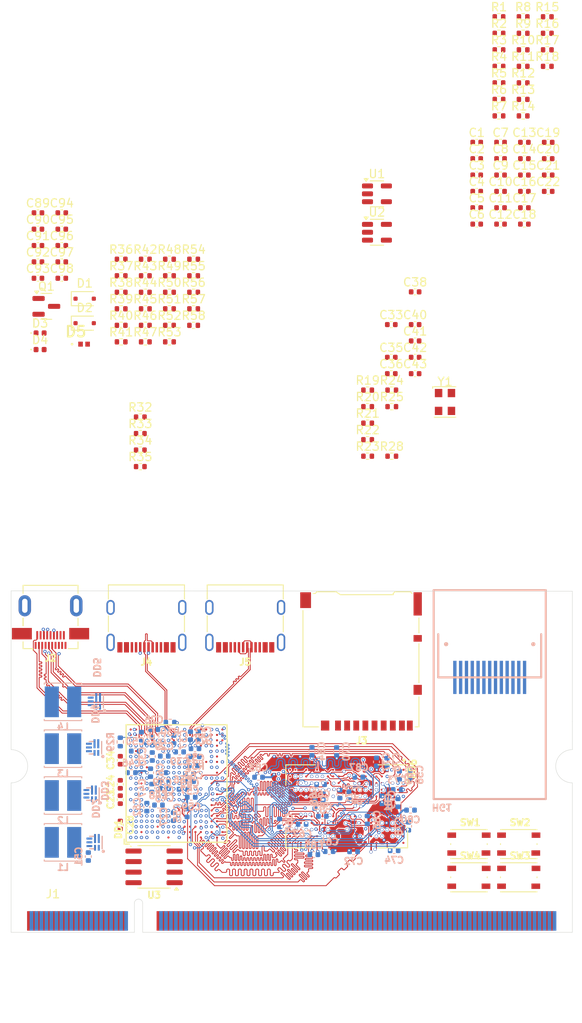
<source format=kicad_pcb>
(kicad_pcb (version 20241229) (generator "pcbnew") (generator_version "9.0")
  (layers (0 "F.Cu" signal) (4 "In1.Cu" signal) (6 "In2.Cu" signal) (8 "In3.Cu" signal) (10 "In4.Cu" signal) (12 "In5.Cu" signal) (14 "In6.Cu" signal) (2 "B.Cu" signal) (13 "F.Paste" user) (15 "B.Paste" user) (5 "F.SilkS" user "F.Silkscreen") (7 "B.SilkS" user "B.Silkscreen") (1 "F.Mask" user) (3 "B.Mask" user) (25 "Edge.Cuts" user))
  (net 0 "")
  (net 1 "Earth")
  (net 2 "VCC-5V")
  (net 3 "VDD-GPU")
  (net 4 "VDD-CPU")
  (net 5 "VCC-DRAM")
  (net 6 "DCDCE")
  (net 7 "VCC-IO")
  (net 8 "AVCC")
  (net 9 "DCXO-XIN")
  (net 10 "VRA1")
  (net 11 "VRA2")
  (net 12 "DCXO-XOUT")
  (net 13 "DXLDO-OUT")
  (net 14 "AC-VRA1")
  (net 15 "AC-AVCC")
  (net 16 "HHPD")
  (net 17 "HDMI-5V")
  (net 18 "SDC0-DET")
  (net 19 "Net-(J3-DET_A)")
  (net 20 "Net-(D1-A)")
  (net 21 "HDMI0_TX_CEC_PORT")
  (net 22 "Net-(D3-A)")
  (net 23 "Net-(D4-A)")
  (net 25 "USB0-DP")
  (net 26 "WL-SDC0-D0")
  (net 28 "SDQ27")
  (net 29 "WL-REG-ON")
  (net 30 "SDC0-CMD")
  (net 31 "PI2")
  (net 32 "SDQ1")
  (net 33 "PI11")
  (net 34 "PI9")
  (net 35 "SDQS3P")
  (net 36 "SA5")
  (net 37 "PI4")
  (net 38 "PC5")
  (net 39 "BT-UART-TX")
  (net 40 "TV-OUT")
  (net 41 "SPI1_CS0")
  (net 42 "SDQS2P")
  (net 43 "BT-UART-RTS")
  (net 44 "SDQ25")
  (net 48 "EPHY-RXN")
  (net 49 "AP-CK32KO")
  (net 50 "BT-REG-ON")
  (net 51 "HTX2P")
  (net 52 "REXT")
  (net 53 "SDQ13")
  (net 54 "PI0")
  (net 55 "SDQM1")
  (net 56 "WL-SDC0-D3")
  (net 57 "SDQ3")
  (net 58 "PC16")
  (net 59 "SDQ28")
  (net 61 "AP-WAKE-BT")
  (net 62 "PC15")
  (net 63 "PI6")
  (net 64 "SDQ30")
  (net 66 "USB2-DP")
  (net 67 "PI15")
  (net 68 "LRADC")
  (net 69 "SDQ18")
  (net 70 "WL-WAKE-AP")
  (net 71 "PC9")
  (net 72 "SDQ21")
  (net 74 "SDQS0P")
  (net 75 "SRST")
  (net 76 "EPHY-TXP")
  (net 77 "SA4")
  (net 78 "PI5")
  (net 79 "SPI1_MISO")
  (net 80 "SPI0_CS0")
  (net 81 "SDQ24")
  (net 82 "SCKP")
  (net 83 "SA1")
  (net 85 "SDC0-D0")
  (net 86 "Net-(DD1A-PF2)")
  (net 88 "SCS1")
  (net 89 "HSDA")
  (net 90 "SDQ17")
  (net 91 "HTX0P")
  (net 92 "PC12")
  (net 94 "SDQ2")
  (net 95 "SDQ31")
  (net 96 "SDC0-D1")
  (net 97 "SDQ26")
  (net 98 "SDQ14")
  (net 99 "SDC0-D3")
  (net 100 "HTX1P")
  (net 101 "HTX1N")
  (net 102 "SDQM2")
  (net 103 "PMU-SDA")
  (net 105 "SDQ12")
  (net 106 "TX0")
  (net 107 "PI12")
  (net 108 "SDQ8")
  (net 109 "Net-(DD1C-SZQ)")
  (net 111 "BT-UART-CST")
  (net 112 "PI7")
  (net 114 "SPI1_MOSI")
  (net 115 "SDC0-D2")
  (net 116 "LINEOUTL")
  (net 117 "SDQ29")
  (net 118 "BT-UART-RX")
  (net 120 "PC10")
  (net 121 "PC7")
  (net 122 "SDQS1N")
  (net 123 "USB1-DP")
  (net 124 "PH4")
  (net 125 "SDQ22")
  (net 126 "SDQ4")
  (net 127 "HTXCP")
  (net 128 "SPI0_MISO")
  (net 129 "SPI1_CLK")
  (net 130 "BT-PCM-DOUT")
  (net 131 "SPI1_CS1")
  (net 132 "WL-SDC0-D1")
  (net 133 "HSCL")
  (net 134 "HTXCN")
  (net 135 "SDQ6")
  (net 137 "RESET")
  (net 138 "SDQ15")
  (net 139 "SDQ23")
  (net 140 "SDQ7")
  (net 141 "SDQS0N")
  (net 142 "SDQS1P")
  (net 144 "SDQS3N")
  (net 145 "EPHY-TXN")
  (net 146 "SPI0_MOSI")
  (net 147 "TX5")
  (net 148 "PI1")
  (net 149 "SCKE1")
  (net 150 "RX0")
  (net 151 "SA3")
  (net 152 "BT-PCM-DIN")
  (net 154 "SA2")
  (net 155 "BT-WAKE-AP")
  (net 156 "SDQ20")
  (net 159 "SCKN")
  (net 160 "WL-SDC0-CMD")
  (net 161 "SPI0_CLK")
  (net 162 "SCS0")
  (net 163 "PC6")
  (net 164 "PI8")
  (net 165 "HCEC")
  (net 166 "EPHY-RXP")
  (net 168 "HTX0N")
  (net 169 "BT-PCM-SYNK")
  (net 171 "PI16")
  (net 172 "SDQS2N")
  (net 173 "RX5")
  (net 174 "PI14")
  (net 175 "STATUS-LED")
  (net 176 "AGND")
  (net 177 "HTX2N")
  (net 178 "SDQ9")
  (net 180 "USB3-DP")
  (net 181 "LINEOUTR")
  (net 182 "SDQM3")
  (net 183 "PI3")
  (net 184 "PC8")
  (net 185 "WL-SDC0-D2")
  (net 186 "PH10{slash}IR_RX")
  (net 187 "SDQ16")
  (net 188 "SDQ19")
  (net 189 "BT-PCM-CLK")
  (net 190 "Net-(DD1A-PG0)")
  (net 191 "SCKE0")
  (net 192 "SDQM0")
  (net 193 "PI10")
  (net 194 "EPHY-RTX")
  (net 196 "SDQ10")
  (net 197 "PMU-SCK")
  (net 198 "SDQ5")
  (net 199 "SA0")
  (net 200 "SDQ11")
  (net 201 "PI13")
  (net 202 "SDQ0")
  (net 204 "Net-(DD2-EN)")
  (net 205 "Net-(DD2-FB)")
  (net 207 "Net-(DD2-LX)")
  (net 208 "Net-(DD3-LX)")
  (net 209 "Net-(DD3-FB)")
  (net 211 "Net-(DD3-EN)")
  (net 212 "Net-(DD4-LX)")
  (net 213 "Net-(DD4-EN)")
  (net 215 "Net-(DD4-FB)")
  (net 216 "Net-(DD5-LX)")
  (net 217 "Net-(DD5-EN)")
  (net 218 "Net-(DD5-FB)")
  (net 222 "Net-(DD6C-ZQ0)")
  (net 225 "Net-(DD6C-ODT_CA_A)")
  (net 230 "Net-(DD6C-ZQ1)")
  (net 237 "Net-(DD6C-ODT_CA_B)")
  (net 243 "Net-(HG1-LEDA)")
  (net 245 "HDMI0_TX_SCL_PORT")
  (net 246 "Net-(J2-HPD{slash}HEAC-)")
  (net 247 "HDMI0_TX_SDA_PORT")
  (net 248 "USB0-DN")
  (net 249 "USB1-DN")
  (net 251 "SDC0-CLK")
  (net 252 "Net-(J4-CC2)")
  (net 254 "Net-(J4-CC1)")
  (net 256 "Net-(J5-CC2)")
  (net 259 "Net-(J5-CC1)")
  (net 260 "Net-(U1-EN)")
  (net 261 "Net-(U2-EN)")
  (net 262 "Net-(U1-ADJ)")
  (net 263 "Net-(U2-ADJ)")
  (net 264 "PMU_IRQ")
  (net 265 "WL-SDC0-CLK")
  (net 266 "STATUS-:ED")
  (net 270 "PWRON")
  (net 276 "P15")
  (net 277 "USB3-DN")
  (net 278 "USB2-DN")
  (net 279 "USB2-DM")
  (footprint "Resistor_SMD:R_0402_1005Metric" (layer "F.Cu") (at 141.7053 96.288)
    (property "Reference" "R28")
    (property "Value" "150K")
  )
  (footprint "Resistor_SMD:R_0402_1005Metric" (layer "F.Cu") (at 160.4353 45.358)
    (property "Reference" "R16")
    (property "Value" "10К")
  )
  (footprint "Resistor_SMD:R_0402_1005Metric" (layer "F.Cu") (at 141.7053 88.328)
    (property "Reference" "R24")
    (property "Value" "10K")
  )
  (footprint "Capacitor_SMD:C_0402_1005Metric" (layer "F.Cu") (at 151.9353 60.458)
    (property "Reference" "C2")
    (property "Value" "22uF")
  )
  (footprint "Button_Switch_SMD:SW_Push_1P1T_NO_Vertical_Wuerth_434133025816" (layer "F.Cu") (at 151 147)
    (property "Reference" "SW4")
    (property "Value" "SW_Push")
  )
  (footprint "Capacitor_SMD:C_0402_1005Metric" (layer "F.Cu") (at 141.6453 84.378)
    (property "Reference" "C35")
    (property "Value" "12p")
  )
  (footprint "Capacitor_SMD:C_0402_1005Metric" (layer "F.Cu") (at 101.9553 72.888)
    (property "Reference" "C97")
    (property "Value" "10uF")
  )
  (footprint "Package_TO_SOT_SMD:SOT-23-5" (layer "F.Cu") (at 139.9153 69.318)
    (property "Reference" "U2")
    (property "Value" "SPX3819M5-L")
  )
  (footprint "Capacitor_SMD:C_0402_1005Metric" (layer "F.Cu") (at 154.8053 68.338)
    (property "Reference" "C12")
    (property "Value" "22uF")
  )
  (footprint "Resistor_SMD:R_0402_1005Metric" (layer "F.Cu") (at 141.7053 90.318)
    (property "Reference" "R25")
    (property "Value" "10K")
  )
  (footprint "Resistor_SMD:R_0402_1005Metric" (layer "F.Cu") (at 114.9253 74.558)
    (property "Reference" "R49")
    (property "Value" "10K")
  )
  (footprint "Connector_USB:USB_C_Receptacle_G-Switch_GT-USB-7010ASV" (layer "F.Cu") (at 112.15 115.575 180)
    (property "Reference" "J4")
    (property "Value" "USB_C_Receptacle_USB2.0_16P")
  )
  (footprint "LED_SMD:LED_0402_1005Metric" (layer "F.Cu") (at 99.3403 83.448)
    (property "Reference" "D4")
    (property "Value" "LED-R")
  )
  (footprint "Resistor_SMD:R_0402_1005Metric" (layer "F.Cu") (at 160.4353 43.368)
    (property "Reference" "R15")
    (property "Value" "16.9К")
  )
  (footprint "Connector_Video:HDMI_Micro-D_Molex_46765-2x0x" (layer "F.Cu") (at 100.6 114.3 180)
    (property "Reference" "J2")
    (property "Value" "HDMI_C_1.4")
  )
  (footprint "Oscillator:Oscillator_SMD_EuroQuartz_XO32-4Pin_3.2x2.5mm" (layer "F.Cu") (at 148.1153 89.758)
    (property "Reference" "Y1")
    (property "Value" "X322524MKB4SI")
  )
  (footprint "Capacitor_SMD:C_0402_1005Metric" (layer "F.Cu") (at 157.6753 60.458)
    (property "Reference" "C14")
    (property "Value" "100nF")
  )
  (footprint "Button_Switch_SMD:SW_Push_1P1T_NO_Vertical_Wuerth_434133025816" (layer "F.Cu") (at 151 143)
    (property "Reference" "SW1")
    (property "Value" "SW_Push")
  )
  (footprint "Capacitor_SMD:C_0402_1005Metric" (layer "F.Cu") (at 157.6753 66.368)
    (property "Reference" "C17")
    (property "Value" "100nF")
  )
  (footprint "Resistor_SMD:R_0402_1005Metric" (layer "F.Cu") (at 112.0153 74.558)
    (property "Reference" "R43")
    (property "Value" "100K")
  )
  (footprint "Resistor_SMD:R_0402_1005Metric" (layer "F.Cu") (at 114.9253 80.528)
    (property "Reference" "R52")
    (property "Value" "10K")
  )
  (footprint "Capacitor_SMD:C_0402_1005Metric" (layer "F.Cu") (at 144.5153 84.378)
    (property "Reference" "C42")
    (property "Value" "12p")
  )
  (footprint "Capacitor_SMD:C_0402_1005Metric" (layer "F.Cu") (at 109 137.65 90)
    (property "Reference" "C23")
    (property "Value" "100nF")
  )
  (footprint "Resistor_SMD:R_0402_1005Metric" (layer "F.Cu") (at 117.8353 72.568)
    (property "Reference" "R54")
    (property "Value" "5.1K")
  )
  (footprint "ESD:AZ582501F" (layer "F.Cu") (at 104.6403 82.793)
    (property "Reference" "D5")
    (property "Value" "AZ5825-01F" (hide yes))
  )
  (footprint "Capacitor_SMD:C_0402_1005Metric" (layer "F.Cu") (at 144.5153 82.408)
    (property "Reference" "C41")
    (property "Value" "22uF")
  )
  (footprint "Capacitor_SMD:C_0402_1005Metric" (layer "F.Cu") (at 154.8053 62.428)
    (property "Reference" "C9")
    (property "Value" "22uF")
  )
  (footprint "Capacitor_SMD:C_0402_1005Metric" (layer "F.Cu") (at 101.9553 66.978)
    (property "Reference" "C94")
    (property "Value" "10uF")
  )
  (footprint "Resistor_SMD:R_0402_1005Metric" (layer "F.Cu") (at 154.6153 51.328)
    (property "Reference" "R5")
    (property "Value" "0R")
  )
  (footprint "Resistor_SMD:R_0402_1005Metric" (layer "F.Cu") (at 117.8353 76.548)
    (property "Reference" "R56")
    (property "Value" "36K")
  )
  (footprint "LED_SMD:LED_0402_1005Metric" (layer "F.Cu") (at 99.3403 81.458)
    (property "Reference" "D3")
    (property "Value" "LED-R")
  )
  (footprint "Package_TO_SOT_SMD:SOT-23" (layer "F.Cu") (at 100.0953 78.243)
    (property "Reference" "Q1")
    (property "Value" "2N7002")
  )
  (footprint "Capacitor_SMD:C_0402_1005Metric" (layer "F.Cu") (at 151.9353 68.338)
    (property "Reference" "C6")
    (property "Value" "22uF")
  )
  (footprint "Resistor_SMD:R_0402_1005Metric" (layer "F.Cu") (at 109.1053 74.558)
    (property "Reference" "R37")
    (property "Value" "100R")
  )
  (footprint "Resistor_SMD:R_0402_1005Metric" (layer "F.Cu") (at 109.1053 82.518)
    (property "Reference" "R41")
    (property "Value" "100R")
  )
  (footprint "Capacitor_SMD:C_0402_1005Metric" (layer "F.Cu") (at 154.8053 58.488)
    (property "Reference" "C7")
    (property "Value" "22uF")
  )
  (footprint "Resistor_SMD:R_0402_1005Metric" (layer "F.Cu") (at 111.41 93.56)
    (property "Reference" "R33")
    (property "Value" "240R")
  )
  (footprint "Capacitor_SMD:C_0402_1005Metric" (layer "F.Cu") (at 109 132.9 90)
    (property "Reference" "C34")
    (property "Value" "2.2uF")
  )
  (footprint "Capacitor_SMD:C_0402_1005Metric" (layer "F.Cu") (at 151.9353 64.398)
    (property "Reference" "C4")
    (property "Value" "22uF")
  )
  (footprint "Capacitor_SMD:C_0402_1005Metric" (layer "F.Cu") (at 144.5153 86.348)
    (property "Reference" "C43")
    (property "Value" "2.2uF")
  )
  (footprint "Capacitor_SMD:C_0402_1005Metric" (layer "F.Cu") (at 99.0853 70.918)
    (property "Reference" "C91")
    (property "Value" "1uF")
  )
  (footprint "Capacitor_SMD:C_0402_1005Metric" (layer "F.Cu") (at 144.5153 76.498)
    (property "Reference" "C38")
    (property "Value" "22uF")
  )
  (footprint "Capacitor_SMD:C_0402_1005Metric" (layer "F.Cu") (at 109 140.7 -90)
    (property "Reference" "C28")
    (property "Value" "100nF")
  )
  (footprint "Resistor_SMD:R_0402_1005Metric" (layer "F.Cu") (at 160.4353 47.348)
    (property "Reference" "R17")
    (property "Value" "4.7К")
  )
  (footprint "Resistor_SMD:R_0402_1005Metric" (layer "F.Cu") (at 154.6153 47.348)
    (property "Reference" "R3")
    (property "Value" "10K")
  )
  (footprint "Resistor_SMD:R_0402_1005Metric" (layer "F.Cu") (at 154.6153 43.368)
    (property "Reference" "R1")
    (property "Value" "10K")
  )
  (footprint "Resistor_SMD:R_0402_1005Metric" (layer "F.Cu") (at 111.41 97.54)
    (property "Reference" "R35")
    (property "Value" "100K")
  )
  (footprint "Capacitor_SMD:C_0402_1005Metric" (layer "F.Cu") (at 157.6753 58.488)
    (property "Reference" "C13")
    (property "Value" "100nF")
  )
  (footprint "LPDDR4:BGA200C65X80P22X12_1500X1000X114N" (layer "F.Cu") (at 136.2774 138.4524 -90)
    (property "Reference" "DD6")
    (property "Value" "MT53E1G32D2FW-046_AUT_B")
  )
  (footprint "Resistor_SMD:R_0402_1005Metric" (layer "F.Cu") (at 109.1053 78.538)
    (property "Reference" "R39")
    (property "Value" "10K")
  )
  (footprint "Capacitor_SMD:C_0402_1005Metric" (layer "F.Cu") (at 141.6453 86.348)
    (property "Reference" "C36")
    (property "Value" "2.2uF")
  )
  (footprint "Capacitor_SMD:C_0402_1005Metric" (layer "F.Cu") (at 99.0853 68.948)
    (property "Reference" "C90")
    (property "Value" "22uF")
  )
  (footprint "Resistor_SMD:R_0402_1005Metric" (layer "F.Cu") (at 157.5253 45.358)
    (property "Reference" "R9")
    (property "Value" "6.8К")
  )
  (footprint "Capacitor_SMD:C_0402_1005Metric" (layer "F.Cu") (at 154.8053 64.398)
    (property "Reference" "C10")
    (property "Value" "22uF")
  )
  (footprint "Capacitor_SMD:C_0402_1005Metric" (layer "F.Cu") (at 157.6753 62.428)
    (property "Reference" "C15")
    (property "Value" "100nF")
  )
  (footprint "Button_Switch_SMD:SW_Push_1P1T_NO_Vertical_Wuerth_434133025816" (layer "F.Cu") (at 157 143)
    (property "Reference" "SW2")
    (property "Value" "SW_Push")
  )
  (footprint "Resistor_SMD:R_0402_1005Metric" (layer "F.Cu") (at 138.7953 96.288)
    (property "Reference" "R23")
    (property "Value" "10K")
  )
  (footprint "Capacitor_SMD:C_0402_1005Metric" (layer "F.Cu") (at 144.5153 80.438)
    (property "Reference" "C40")
    (property "Value" "2.2uF")
  )
  (footprint "Capacitor_SMD:C_0402_1005Metric" (layer "F.Cu") (at 109 135.8 90)
    (property "Reference" "C24")
    (property "Value" "100nF")
  )
  (footprint "Resistor_SMD:R_0402_1005Metric" (layer "F.Cu") (at 109.1053 72.568)
    (property "Reference" "R36")
    (property "Value" "1K")
  )
  (footprint "Capacitor_SMD:C_0402_1005Metric" (layer "F.Cu") (at 101.9553 68.948)
    (property "Reference" "C95")
    (property "Value" "100nF")
  )
  (footprint "Resistor_SMD:R_0402_1005Metric" (layer "F.Cu") (at 157.5253 49.338)
    (property "Reference" "R11")
    (property "Value" "8.32К")
  )
  (footprint "Resistor_SMD:R_0402_1005Metric" (layer "F.Cu") (at 154.6153 55.308)
    (property "Reference" "R7")
    (property "Value" "5.1К")
  )
  (footprint "Resistor_SMD:R_0402_1005Metric" (layer "F.Cu") (at 111.41 91.57)
    (property "Reference" "R32")
    (property "Value" "240R")
  )
  (footprint "Resistor_SMD:R_0402_1005Metric" (layer "F.Cu") (at 112.0153 82.518)
    (property "Reference" "R47")
    (property "Value" "1.8K")
  )
  (footprint "Capacitor_SMD:C_0402_1005Metric" (layer "F.Cu") (at 160.5453 64.398)
    (property "Reference" "C22")
    (property "Value" "22uF")
  )
  (footprint "Diode_SMD:D_SOD-323F" (layer "F.Cu") (at 104.7103 77.318)
    (property "Reference" "D1")
    (property "Value" "B5819WS")
  )
  (footprint "Resistor_SMD:R_0402_1005Metric" (layer "F.Cu") (at 111.41 95.55)
    (property "Reference" "R34")
    (property "Value" "100K")
  )
  (footprint "Resistor_SMD:R_0402_1005Metric" (layer "F.Cu") (at 157.5253 55.308)
    (property "Reference" "R14")
    (property "Value" "9.1K")
  )
  (footprint "Resistor_SMD:R_0402_1005Metric" (layer "F.Cu") (at 117.8353 74.558)
    (property "Reference" "R55")
    (property "Value" "36K")
  )
  (footprint "Resistor_SMD:R_0402_1005Metric" (layer "F.Cu") (at 154.6153 53.318)
    (property "Reference" "R6")
    (property "Value" "0R")
  )
  (footprint "Capacitor_SMD:C_0402_1005Metric" (layer "F.Cu") (at 154.8053 60.458)
    (property "Reference" "C8")
    (property "Value" "22uF")
  )
  (footprint "Diode_SMD:D_SOD-323F" (layer "F.Cu") (at 104.7103 80.268)
    (property "Reference" "D2")
    (property "Value" "B5819WS")
  )
  (footprint "Resistor_SMD:R_0402_1005Metric" (layer "F.Cu") (at 109.1053 80.528)
    (property "Reference" "R40")
    (property "Value" "100R")
  )
  (footprint "Resistor_SMD:R_0402_1005Metric" (layer "F.Cu") (at 112.0153 76.548)
    (property "Reference" "R44")
    (property "Value" "1.8K")
  )
  (footprint "Resistor_SMD:R_0402_1005Metric" (layer "F.Cu") (at 160.4353 49.338)
    (property "Reference" "R18")
    (property "Value" "10.2К")
  )
  (footprint "H616:H616" (layer "F.Cu") (at 123.2775 134.7022 90)
    (property "Reference" "DD1")
    (property "Value" "~")
  )
  (footprint "Capacitor_SMD:C_0402_1005Metric" (layer "F.Cu") (at 157.6753 68.338)
    (property "Reference" "C18")
    (property "Value" "100nF")
  )
  (footprint "Resistor_SMD:R_0402_1005Metric" (layer "F.Cu") (at 114.9253 78.538)
    (property "Reference" "R51")
    (property "Value" "10K")
  )
  (footprint "Capacitor_SMD:C_0402_1005Metric" (layer "F.Cu") (at 101.9553 74.858)
    (property "Reference" "C98")
    (property "Value" "100nF")
  )
  (footprint "Capacitor_SMD:C_0402_1005Metric" (layer "F.Cu") (at 160.5453 60.458)
    (property "Reference" "C20")
    (property "Value" "22uF")
  )
  (footprint "Resistor_SMD:R_0402_1005Metric" (layer "F.Cu") (at 154.6153 49.338)
    (property "Reference" "R4")
    (property "Value" "10K")
  )
  (footprint "Capacitor_SMD:C_0402_1005Metric" (layer "F.Cu") (at 160.5453 58.488)
    (property "Reference" "C19")
    (property "Value" "22uF")
  )
  (footprint "Resistor_SMD:R_0402_1005Metric" (layer "F.Cu") (at 157.5253 53.318)
    (property "Reference" "R13")
    (property "Value" "41К")
  )
  (footprint "Resistor_SMD:R_0402_1005Metric" (layer "F.Cu") (at 112.0153 72.568)
    (property "Reference" "R42")
    (property "Value" "100R")
  )
  (footprint "Resistor_SMD:R_0402_1005Metric" (layer "F.Cu") (at 114.9253 76.548)
    (property "Reference" "R50")
    (property "Value" "10K")
  )
  (footprint "Capacitor_SMD:C_0402_1005Metric" (layer "F.Cu") (at 99.0853 66.978)
    (property "Reference" "C89")
    (property "Value" "100nF")
  )
  (footprint "Resistor_SMD:R_0402_1005Metric" (layer "F.Cu") (at 112.0153 80.528)
    (property "Reference" "R46")
    (property "Value" "100K")
  )
  (footprint "Capacitor_SMD:C_0402_1005Metric" (layer "F.Cu") (at 160.5453 62.428)
    (property "Reference" "C21")
    (property "Value" "22uF")
  )
  (footprint "Package_SO:SOIC-8_3.9x4.9mm_P1.27mm" (layer "F.Cu") (at 113.07245 145.74225 180)
    (property "Reference" "U3")
    (property "Value" "SPI-EEPROM")
  )
  (footprint "Capacitor_SMD:C_0402_1005Metric" (layer "F.Cu") (at 99.0853 72.888)
    (property "Reference" "C92")
    (property "Value" "100nF")
  )
  (footprint "Button_Switch_SMD:SW_Push_1P1T_NO_Vertical_Wuerth_434133025816" (layer "F.Cu") (at 157 147)
    (property "Reference" "SW3")
    (property "Value" "SW_Push")
  )
  (footprint "Capacitor_SMD:C_0402_1005Metric" (layer "F.Cu") (at 151.9353 66.368)
    (property "Reference" "C5")
    (property "Value" "22uF")
  )
  (footprint "Capacitor_SMD:C_0402_1005Metric" (layer "F.Cu") (at 157.6753 64.398)
    (property "Reference" "C16")
    (property "Value" "100nF")
  )
  (footprint "Resistor_SMD:R_0402_1005Metric" (layer "F.Cu") (at 138.7953 94.298)
    (property "Reference" "R22")
    (property "Value" "10K")
  )
  (footprint "Capacitor_SMD:C_0402_1005Metric" (layer "F.Cu") (at 101.9553 70.918)
    (property "Reference" "C96")
    (property "Value" "10uF")
  )
  (footprint "Resistor_SMD:R_0402_1005Metric" (layer "F.Cu") (at 114.9253 82.518)
    (property "Reference" "R53")
    (property "Value" "5.1K")
  )
  (footprint "Resistor_SMD:R_0402_1005Metric" (layer "F.Cu") (at 154.6153 45.358)
    (property "Reference" "R2")
    (property "Value" "10K")
  )
  (footprint "Resistor_SMD:R_0402_1005Metric" (layer "F.Cu") (at 117.8353 80.528)
    (property "Reference" "R58")
    (property "Value" "5.1K")
  )
  (footprint "Resistor_SMD:R_0402_1005Metric" (layer "F.Cu") (at 138.7953 88.328)
    (property "Reference" "R19")
    (property "Value" "0R")
  )
  (footprint "Capacitor_SMD:C_0402_1005Metric" (layer "F.Cu") (at 154.8053 66.368)
    (property "Reference" "C11")
    (property "Value" "22uF")
  )
  (footprint "Resistor_SMD:R_0402_1005Metric" (layer "F.Cu") (at 112.0153 78.538)
    (property "Reference" "R45")
    (property "Value" "100K")
  )
  (footprint "Connector_Card:microSD_HC_Hirose_DM3AT-SF-PEJM5" (layer "F.Cu") (at 138 121 180)
    (property "Reference" "J3")
    (property "Value" "Micro_SD_Card_Det2")
  )
  (footprint "Capacitor_SMD:C_0402_1005Metric" (layer "F.Cu") (at 151.9353 62.428)
    (property "Reference" "C3")
    (property "Value" "22uF")
  )
  (footprint "Resistor_SMD:R_0402_1005Metric" (layer "F.Cu") (at 157.5253 47.348)
    (property "Reference" "R10")
    (property "Value" "10K")
  )
  (footprint "Resistor_SMD:R_0402_1005Metric" (layer "F.Cu") (at 157.5253 51.328)
    (property "Reference" "R12")
    (property "Value" "10K")
  )
  (footprint "Capacitor_SMD:C_0402_1005Metric" (layer "F.Cu") (at 141.6453 80.438)
    (property "Reference" "C33")
    (property "Value" "22uF")
  )
  (footprint "Resistor_SMD:R_0402_1005Metric" (layer "F.Cu") (at 109.1053 76.548)
    (property "Reference" "R38")
    (property "Value" "10K")
  )
  (footprint "Resistor_SMD:R_0402_1005Metric" (layer "F.Cu") (at 157.5253 43.368)
    (property "Reference" "R8")
    (property "Value" "10K")
  )
  (footprint "Resistor_SMD:R_0402_1005Metric" (layer "F.Cu") (at 138.7953 90.318)
    (property "Reference" "R20")
    (property "Value" "10R")
  )
  (footprint "Capacitor_SMD:C_0402_1005Metric" (layer "F.Cu") (at 99.0853 74.858)
    (property "Reference" "C93")
    (property "Value" "100nF")
  )
  (footprint "Package_TO_SOT_SMD:SOT-23-5" (layer "F.Cu") (at 139.9153 64.693)
    (property "Reference" "U1")
    (property "Value" "SPX3819M5-L")
  )
  (footprint "Connector_PCBEdge:SODIMM-200_2.5V_Card_edge" (layer "F.Cu") (at 98 152.25)
    (property "Reference" "J1")
    (property "Value" "SODIMM-200_Split")
    (fp_line (start -2.15 -20.625) (end -2.15 -24.025) (stroke (width 0.05)) (layer "Edge.Cuts"))
    (fp_line (start -2.15 1.375) (end -2.15 -16.625) (stroke (width 0.05)) (layer "Edge.Cuts"))
    (fp_line (start 12.7 1.375) (end -2.15 1.375) (stroke (width 0.05)) (layer "Edge.Cuts"))
    (fp_line (start 12.7 1.375) (end 12.7 -2.125) (stroke (width 0.05)) (layer "Edge.Cuts"))
    (fp_line (start 13.7 -2.125) (end 13.7 1.375) (stroke (width 0.05)) (layer "Edge.Cuts"))
    (fp_line (start 13.7 1.375) (end 65.45 1.375) (stroke (width 0.05)) (layer "Edge.Cuts"))
    (fp_line (start 65.45 -20.625) (end 65.45 -24.025) (stroke (width 0.05)) (layer "Edge.Cuts"))
    (fp_line (start 65.45 1.375) (end 65.45 -16.625) (stroke (width 0.05)) (layer "Edge.Cuts"))
    (fp_arc (start -2.15 -20.625) (mid -0.15 -18.625) (end -2.15 -16.625) (stroke (width 0.05)) (layer "Edge.Cuts"))
    (fp_arc (start 12.7 -2.125) (mid 13.2 -2.625) (end 13.7 -2.125) (stroke (width 0.05)) (layer "Edge.Cuts"))
    (fp_arc (start 65.45 -16.625) (mid 63.45 -18.625) (end 65.45 -20.625) (stroke (width 0.05)) (layer "Edge.Cuts"))
  )
  (footprint "Resistor_SMD:R_0402_1005Metric" (layer "F.Cu") (at 138.7953 92.308)
    (property "Reference" "R21")
    (property "Value" "10R")
  )
  (footprint "Connector_USB:USB_C_Receptacle_G-Switch_GT-USB-7010ASV" (layer "F.Cu") (at 124.05 115.575 180)
    (property "Reference" "J5")
    (property "Value" "USB_C_Receptacle_USB2.0_16P")
  )
  (footprint "Resistor_SMD:R_0402_1005Metric" (layer "F.Cu") (at 114.9253 72.568)
    (property "Reference" "R48")
    (property "Value" "1.8K")
  )
  (footprint "Resistor_SMD:R_0402_1005Metric" (layer "F.Cu") (at 117.8353 78.538)
    (property "Reference" "R57")
    (property "Value" "5.1K")
  )
  (footprint "Capacitor_SMD:C_0402_1005Metric" (layer "F.Cu") (at 151.9353 58.488)
    (property "Reference" "C1")
    (property "Value" "22uF")
  )
  (footprint "Capacitor_SMD:C_0402_1005Metric" (layer "B.Cu") (at 135.060766 131.8498 90)
    (property "Reference" "C70")
    (property "Value" "100nF")
  )
  (footprint "Capacitor_SMD:C_0402_1005Metric" (layer "B.Cu") (at 111.55 130 90)
    (property "Reference" "C52")
    (property "Value" "10uF")
  )
  (footprint "Capacitor_SMD:C_0402_1005Metric" (layer "B.Cu") (at 116.55 136.4 180)
    (property "Reference" "C56")
    (property "Value" "2.2uF")
  )
  (footprint "Capacitor_SMD:C_0402_1005Metric" (layer "B.Cu") (at 112.85 130.6 90)
    (property "Reference" "C54")
    (property "Value" "2.2uF")
  )
  (footprint "Capacitor_SMD:C_0402_1005Metric" (layer "B.Cu") (at 117.35 135.45)
    (property "Reference" "C57")
    (property "Value" "1uF")
  )
  (footprint "Capacitor_SMD:C_0402_1005Metric" (layer "B.Cu") (at 125.650766 134.9498 180)
    (property "Reference" "C83")
    (property "Value" "1uF")
  )
  (footprint "SY8843QWC:SY8843QWC" (layer "B.Cu") (at 108.477525 142.914975 90)
    (property "Reference" "DD2")
    (property "Value" "~" (hide yes))
  )
  (footprint "Capacitor_SMD:C_0402_1005Metric" (layer "B.Cu") (at 142.350766 136.4398 180)
    (property "Reference" "C73")
    (property "Value" "100nF")
  )
  (footprint "Capacitor_SMD:C_0402_1005Metric" (layer "B.Cu") (at 132.090766 131.8298 90)
    (property "Reference" "C84")
    (property "Value" "22uF")
  )
  (footprint "Capacitor_SMD:C_0402_1005Metric" (layer "B.Cu") (at 142.450766 138.0298 -90)
    (property "Reference" "C81")
    (property "Value" "1uF")
  )
  (footprint "Capacitor_SMD:C_0402_1005Metric" (layer "B.Cu") (at 117.05 139.25 -90)
    (property "Reference" "C55")
    (property "Value" "22uF")
  )
  (footprint "Capacitor_SMD:C_0402_1005Metric" (layer "B.Cu") (at 114.3 132.4 180)
    (property "Reference" "C29")
    (property "Value" "10uF")
  )
  (footprint "Capacitor_SMD:C_0402_1005Metric" (layer "B.Cu") (at 141.990766 143.7798)
    (property "Reference" "C74")
    (property "Value" "1uF")
  )
  (footprint "Capacitor_SMD:C_0402_1005Metric" (layer "B.Cu") (at 114.35 135.35)
    (property "Reference" "C44")
    (property "Value" "22uF")
  )
  (footprint "Capacitor_SMD:C_0402_1005Metric" (layer "B.Cu") (at 114.35 136.3)
    (property "Reference" "C45")
    (property "Value" "2.2uF")
  )
  (footprint "SY8843QWC:SY8843QWC" (layer "B.Cu") (at 108.627525 125.944975 90)
    (property "Reference" "DD5")
    (property "Value" "~" (hide yes))
  )
  (footprint "Capacitor_SMD:C_0402_1005Metric" (layer "B.Cu") (at 112.8 136.25 -90)
    (property "Reference" "C47")
    (property "Value" "22uF")
  )
  (footprint "Capacitor_SMD:C_0402_1005Metric" (layer "B.Cu") (at 137.100766 143.9098)
    (property "Reference" "C72")
    (property "Value" "100nF")
  )
  (footprint "Inductor_SMD:L_Cenker_CKCS4020" (layer "B.Cu") (at 102.1 131.51)
    (property "Reference" "L3")
    (property "Value" "0.68uH")
  )
  (footprint "Capacitor_SMD:C_0402_1005Metric" (layer "B.Cu") (at 105.15 144.5 -90)
    (property "Reference" "C51")
    (property "Value" "2.2uF")
  )
  (footprint "Capacitor_SMD:C_0402_1005Metric" (layer "B.Cu") (at 134.160766 143.8898 180)
    (property "Reference" "C64")
    (property "Value" "22uF")
  )
  (footprint "Capacitor_SMD:C_0402_1005Metric" (layer "B.Cu") (at 138.750766 140.0898 90)
    (property "Reference" "C86")
    (property "Value" "100nF")
  )
  (footprint "Capacitor_SMD:C_0402_1005Metric" (layer "B.Cu") (at 113.6 138.3 180)
    (property "Reference" "C48")
    (property "Value" "2.2uF")
  )
  (footprint "Inductor_SMD:L_Cenker_CKCS4020" (layer "B.Cu") (at 102.1 125.87)
    (property "Reference" "L4")
    (property "Value" "0.68uH")
  )
  (footprint "Capacitor_SMD:C_0402_1005Metric" (layer "B.Cu") (at 132.450766 138.2498 90)
    (property "Reference" "C82")
    (property "Value" "1uF")
  )
  (footprint "Capacitor_SMD:C_0402_1005Metric" (layer "B.Cu") (at 112.2 138.55 -90)
    (property "Reference" "C62")
    (property "Value" "2.2uF")
  )
  (footprint "Capacitor_SMD:C_0402_1005Metric" (layer "B.Cu") (at 137.730766 134.9398 180)
    (property "Reference" "C87")
    (property "Value" "1uF")
  )
  (footprint "Capacitor_SMD:C_0402_1005Metric" (layer "B.Cu") (at 133.430766 137.1898 -90)
    (property "Reference" "C88")
    (property "Value" "100nF")
  )
  (footprint "Capacitor_SMD:C_0402_1005Metric" (layer "B.Cu") (at 141.120766 133.1298 90)
    (property "Reference" "C76")
    (property "Value" "1uF")
  )
  (footprint "Capacitor_SMD:C_0402_1005Metric" (layer "B.Cu") (at 117.8 133.55)
    (property "Reference" "C63")
    (property "Value" "1uF")
  )
  (footprint "Capacitor_SMD:C_0402_1005Metric" (layer "B.Cu") (at 142.620766 134.6998 90)
    (property "Reference" "C69")
    (property "Value" "1uF")
  )
  (footprint "Capacitor_SMD:C_0402_1005Metric" (layer "B.Cu") (at 112.65 134.4 90)
    (property "Reference" "C61")
    (property "Value" "100nF")
  )
  (footprint "Capacitor_SMD:C_0402_1005Metric" (layer "B.Cu") (at 117.45 129.95 90)
    (property "Reference" "C53")
    (property "Value" "22uF")
  )
  (footprint "Inductor_SMD:L_Cenker_CKCS4020" (layer "B.Cu") (at 102.1 142.79)
    (property "Reference" "L1")
    (property "Value" "0.68uH")
  )
  (footprint "Capacitor_SMD:C_0402_1005Metric" (layer "B.Cu") (at 143.720766 140.8498 -90)
    (property "Reference" "C78")
    (property "Value" "100nF")
  )
  (footprint "Capacitor_SMD:C_0402_1005Metric" (layer "B.Cu") (at 135.450766 136.9798 90)
    (property "Reference" "C71")
    (property "Value" "100nF")
  )
  (footprint "Capacitor_SMD:C_0402_1005Metric" (layer "B.Cu") (at 117.55 137.35)
    (property "Reference" "C59")
    (property "Value" "1uF")
  )
  (footprint "Capacitor_SMD:C_0402_1005Metric" (layer "B.Cu") (at 118 131.5)
    (property "Reference" "C32")
    (property "Value" "100nF")
  )
  (footprint "SY8843QWC:SY8843QWC" (layer "B.Cu") (at 108.117525 137.074975 90)
    (property "Reference" "DD3")
    (property "Value" "~" (hide yes))
  )
  (footprint "IPS_ST7735_0_96:ST7735 0.96" (layer "B.Cu") (at 146.90015 137.425)
    (property "Reference" "HG1")
    (property "Value" "~")
  )
  (footprint "Capacitor_SMD:C_0402_1005Metric" (layer "B.Cu") (at 133.340766 139.6498 180)
    (property "Reference" "C65")
    (property "Value" "2.2uF")
  )
  (footprint "Capacitor_SMD:C_0402_1005Metric" (layer "B.Cu") (at 117.35 134.5)
    (property "Reference" "C60")
    (property "Value" "2.2uF")
  )
  (footprint "Capacitor_SMD:C_0402_1005Metric" (layer "B.Cu") (at 114.05 134.4)
    (property "Reference" "C49")
    (property "Value" "22uF")
  )
  (footprint "Capacitor_SMD:C_0402_1005Metric" (layer "B.Cu") (at 110.35 134.4 180)
    (property "Reference" "C46")
    (property "Value" "220nF")
  )
  (footprint "Capacitor_SMD:C_0402_1005Metric" (layer "B.Cu") (at 118.4 129.95 90)
    (property "Reference" "C26")
    (property "Value" "100nF")
  )
  (footprint "Capacitor_SMD:C_0402_1005Metric" (layer "B.Cu") (at 116.15 131.9)
    (property "Reference" "C39")
    (property "Value" "220nF")
  )
  (footprint "Capacitor_SMD:C_0402_1005Metric" (layer "B.Cu") (at 128.190766 140.4498 90)
    (property "Reference" "C68")
    (property "Value" "1uF")
  )
  (footprint "Capacitor_SMD:C_0402_1005Metric" (layer "B.Cu") (at 132.320766 144.2598 180)
    (property "Reference" "C85")
    (property "Value" "1uF")
  )
  (footprint "Capacitor_SMD:C_0402_1005Metric" (layer "B.Cu") (at 113.05 129.2 180)
    (property "Reference" "C25")
    (property "Value" "10uF")
  )
  (footprint "Capacitor_SMD:C_0402_1005Metric" (layer "B.Cu") (at 115.45 130.4 90)
    (property "Reference" "C37")
    (property "Value" "220nF")
  )
  (footprint "Capacitor_SMD:C_0402_1005Metric" (layer "B.Cu") (at 136.540766 137.1698 90)
    (property "Reference" "C75")
    (property "Value" "1uF")
  )
  (footprint "Resistor_SMD:R_0402_1005Metric" (layer "B.Cu") (at 109 130.7 -90)
    (property "Reference" "R29")
    (property "Value" "6K04")
  )
  (footprint "Inductor_SMD:L_Cenker_CKCS4020" (layer "B.Cu") (at 102.1 137.15)
    (property "Reference" "L2")
    (property "Value" "0.68uH")
  )
  (footprint "SY8843QWC:SY8843QWC" (layer "B.Cu") (at 108.417525 131.494975 90)
    (property "Reference" "DD4")
    (property "Value" "~" (hide yes))
  )
  (footprint "Capacitor_SMD:C_0402_1005Metric" (layer "B.Cu") (at 130.900766 140.6098)
    (property "Reference" "C67")
    (property "Value" "2.2uF")
  )
  (footprint "Capacitor_SMD:C_0402_1005Metric" (layer "B.Cu") (at 115.4 139.7 -90)
    (property "Reference" "C27")
    (property "Value" "2.2uF")
  )
  (footprint "Capacitor_SMD:C_0402_1005Metric" (layer "B.Cu") (at 133.130766 135.8198)
    (property "Reference" "C66")
    (property "Value" "2.2uF")
  )
  (footprint "Capacitor_SMD:C_0402_1005Metric" (layer "B.Cu") (at 140.520766 137.6698 90)
    (property "Reference" "C79")
    (property "Value" "100nF")
  )
  (footprint "Resistor_SMD:R_0402_1005Metric" (layer "B.Cu") (at 118 132.45)
    (property "Reference" "R31")
    (property "Value" "20K")
  )
  (footprint "Resistor_SMD:R_0402_1005Metric" (layer "B.Cu") (at 115 128.35)
    (property "Reference" "R30")
    (property "Value" "20K")
  )
  (footprint "Capacitor_SMD:C_0402_1005Metric" (layer "B.Cu") (at 143.960766 138.9098)
    (property "Reference" "C80")
    (property "Value" "100nF")
  )
  (footprint "Capacitor_SMD:C_0402_1005Metric" (layer "B.Cu") (at 110.8 131.8 180)
    (property "Reference" "C50")
    (property "Value" "1uF")
  )
  (footprint "Capacitor_SMD:C_0402_1005Metric" (layer "B.Cu") (at 112.85 132.45 -90)
    (property "Reference" "C30")
    (property "Value" "2.2uF")
  )
  (footprint "Capacitor_SMD:C_0402_1005Metric" (layer "B.Cu") (at 143.9 134.65 90)
    (property "Reference" "C58")
    (property "Value" "2.2uF")
  )
  (footprint "Capacitor_SMD:C_0402_1005Metric" (layer "B.Cu") (at 139.860766 133.0998 90)
    (property "Reference" "C77")
    (property "Value" "100nF")
  )
  (gr_line (start 163.45 128.225) (end 163.45 112.55) (stroke (width 0.05)) (layer "Edge.Cuts"))
  (gr_line (start 95.85 128.225) (end 95.85 112.5) (stroke (width 0.05)) (layer "Edge.Cuts"))
  (gr_line (start 95.85 112.5) (end 163.45 112.55) (stroke (width 0.05)) (layer "Edge.Cuts"))
  (segment (start 129.4524 139.6524) (end 129.7214 139.3834) (width 0.127) (layer "F.Cu") (net 1))
  (segment (start 133.3524 143.6924) (end 133.4424 143.7824) (width 0.127) (layer "F.Cu") (net 1))
  (segment (start 134.6524 141.2524) (end 134.8824 141.4824) (width 0.127) (layer "F.Cu") (net 1))
  (segment (start 130.4834 133.7834) (end 130.7524 134.0524) (width 0.127) (layer "F.Cu") (net 1))
  (segment (start 131.0959 137.5959) (end 131.7089 137.5959) (width 0.127) (layer "F.Cu") (net 1))
  (segment (start 141.1524 142.2024) (end 140.5024 142.8524) (width 0.127) (layer "F.Cu") (net 1))
  (segment (start 132.0524 134.2024) (end 131.4024 134.8524) (width 0.127) (layer "F.Cu") (net 1))
  (segment (start 133.3524 141.2524) (end 133.3524 141.3124) (width 0.127) (layer "F.Cu") (net 1))
  (segment (start 130.7524 134.0524) (end 131.0214 133.7834) (width 0.127) (layer "F.Cu") (net 1))
  (segment (start 125.4524 134.5324) (end 125.4674 134.5174) (width 0.127) (layer "F.Cu") (net 1))
  (segment (start 129.7214 137.5214) (end 130.4834 137.5214) (width 0.127) (layer "F.Cu") (net 1))
  (segment (start 134.8824 141.4824) (end 134.8824 141.6324) (width 0.127) (layer "F.Cu") (net 1))
  (segment (start 135.8124 134.8524) (end 136.064235 134.600565) (width 0.127) (layer "F.Cu") (net 1))
  (segment (start 131.7089 137.5959) (end 132.0524 137.2524) (width 0.127) (layer "F.Cu") (net 1))
  (segment (start 134.6524 141.2524) (end 135.3024 140.6024) (width 0.127) (layer "F.Cu") (net 1))
  (segment (start 131.0214 133.7834) (end 131.7834 133.7834) (width 0.127) (layer "F.Cu") (net 1))
  (segment (start 133.3524 141.3124) (end 133.6724 141.6324) (width 0.127) (layer "F.Cu") (net 1))
  (segment (start 129.8334 134.090976) (end 129.8334 133.940976) (width 0.127) (layer "F.Cu") (net 1))
  (segment (start 136.064235 134.600565) (end 136.213723 134.600565) (width 0.127) (layer "F.Cu") (net 1))
  (segment (start 132.0524 143.7124) (end 132.0524 143.113371) (width 0.127) (layer "F.Cu") (net 1))
  (segment (start 134.6859 135.6859) (end 134.6524 135.6524) (width 0.127) (layer "F.Cu") (net 1))
  (segment (start 129.257188 134.667188) (end 129.8334 134.090976) (width 0.127) (layer "F.Cu") (net 1))
  (segment (start 130.7034 139.3834) (end 130.7524 139.4324) (width 0.127) (layer "F.Cu") (net 1))
  (segment (start 132.0524 142.8524) (end 132.0524 143.7124) (width 0.127) (layer "F.Cu") (net 1))
  (segment (start 133.3524 137.2524) (end 133.0834 137.5214) (width 0.127) (layer "F.Cu") (net 1))
  (segment (start 134.7072 135.6859) (end 134.6859 135.6859) (width 0.127) (layer "F.Cu") (net 1))
  (segment (start 139.2024 142.8524) (end 139.4714 142.5834) (width 0.127) (layer "F.Cu") (net 1))
  (segment (start 129.7214 139.3834) (end 130.7034 139.3834) (width 0.127) (layer "F.Cu") (net 1))
  (segment (start 126.2224 133.7624) (end 128.67873 133.7624) (width 0.127) (layer "F.Cu") (net 1))
  (segment (start 140.6914 142.5834) (end 140.7624 142.5124) (width 0.127) (layer "F.Cu") (net 1))
  (segment (start 134.358166 134.0524) (end 134.2714 134.139166) (width 0.127) (layer "F.Cu") (net 1))
  (segment (start 132.0524 134.0524) (end 132.0524 134.2024) (width 0.127) (layer "F.Cu") (net 1))
  (segment (start 134.8824 141.6324) (end 133.6724 141.6324) (width 0.127) (layer "F.Cu") (net 1))
  (segment (start 129.257188 134.340858) (end 129.257188 134.667188) (width 0.127) (layer "F.Cu") (net 1))
  (segment (start 139.4714 142.5834) (end 140.6914 142.5834) (width 0.127) (layer "F.Cu") (net 1))
  (segment (start 138.008166 135.7024) (end 137.8024 135.7024) (width 0.127) (layer "F.Cu") (net 1))
  (segment (start 135.3024 142.0524) (end 134.8824 141.6324) (width 0.127) (layer "F.Cu") (net 1))
  (segment (start 132.3424 134.3424) (end 132.0524 134.0524) (width 0.127) (layer "F.Cu") (net 1))
  (segment (start 138.348766 135.3618) (end 138.008166 135.7024) (width 0.127) (layer "F.Cu") (net 1))
  (segment (start 129.8334 133.940976) (end 129.990976 133.7834) (width 0.127) (layer "F.Cu") (net 1))
  (segment (start 135.3024 140.6024) (end 135.3024 140.4524) (width 0.127) (layer "F.Cu") (net 1))
  (segment (start 139.220766 142.870766) (end 139.2024 142.8524) (width 0.2) (layer "F.Cu") (net 1))
  (segment (start 138.9118 135.3618) (end 138.348766 135.3618) (width 0.127) (layer "F.Cu") (net 1))
  (segment (start 129.4524 137.2524) (end 129.7214 137.5214) (width 0.127) (layer "F.Cu") (net 1))
  (segment (start 133.3724 139.6324) (end 133.3524 139.6524) (width 0.127) (layer "F.Cu") (net 1))
  (segment (start 130.859042 143.716821) (end 130.7524 143.610179) (width 0.127) (layer "F.Cu") (net 1))
  (segment (start 130.7524 137.2524) (end 131.0959 137.5959) (width 0.127) (layer "F.Cu") (net 1))
  (segment (start 130.4834 137.5214) (end 130.7524 137.2524) (width 0.127) (layer "F.Cu") (net 1))
  (segment (start 134.2714 134.139166) (end 134.2714 134.163824) (width 0.127) (layer "F.Cu") (net 1))
  (segment (start 143.1024 141.2524) (end 143.608166 141.2524) (width 0.127) (layer "F.Cu") (net 1))
  (segment (start 128.67873 133.7624) (end 129.257188 134.340858) (width 0.127) (layer "F.Cu") (net 1))
  (segment (start 141.1524 142.0524) (end 141.1524 142.2024) (width 0.127) (layer "F.Cu") (net 1))
  (segment (start 143.608166 141.2524) (end 143.620766 141.2398) (width 0.127) (layer "F.Cu") (net 1))
  (segment (start 136.76918 134.36918) (end 137.2524 134.8524) (width 0.127) (layer "F.Cu") (net 1))
  (segment (start 139.2024 135.6524) (end 138.9118 135.3618) (width 0.127) (layer "F.Cu") (net 1))
  (segment (start 130.7524 143.610179) (end 130.7524 142.8524) (width 0.127) (layer "F.Cu") (net 1))
  (segment (start 133.0834 137.5214) (end 132.3214 137.5214) (width 0.127) (layer "F.Cu") (net 1))
  (segment (start 132.0524 143.113371) (end 132.0524 143.7524) (width 0.127) (layer "F.Cu") (net 1))
  (segment (start 131.7834 133.7834) (end 132.0524 134.0524) (width 0.127) (layer "F.Cu") (net 1))
  (segment (start 133.890976 134.3214) (end 133.621976 134.0524) (width 0.127) (layer "F.Cu") (net 1))
  (segment (start 129.1834 135.3834) (end 129.1834 134.740976) (width 0.127) (layer "F.Cu") (net 1))
  (segment (start 134.2714 134.163824) (end 134.113824 134.3214) (width 0.127) (layer "F.Cu") (net 1))
  (segment (start 132.0524 143.7524) (end 132.1024 143.8024) (width 0.127) (layer "F.Cu") (net 1))
  (segment (start 132.3214 137.5214) (end 132.0524 137.2524) (width 0.127) (layer "F.Cu") (net 1))
  (segment (start 139.200766 143.9298) (end 139.220766 143.9098) (width 0.2) (layer "F.Cu") (net 1))
  (segment (start 133.3724 139.0024) (end 133.3724 139.6324) (width 0.127) (layer "F.Cu") (net 1))
  (segment (start 133.0624 134.3424) (end 132.3424 134.3424) (width 0.127) (layer "F.Cu") (net 1))
  (segment (start 139.220766 143.9098) (end 139.220766 142.870766) (width 0.2) (layer "F.Cu") (net 1))
  (segment (start 134.6524 134.0524) (end 134.358166 134.0524) (width 0.127) (layer "F.Cu") (net 1))
  (segment (start 136.213723 134.600565) (end 136.445108 134.36918) (width 0.127) (layer "F.Cu") (net 1))
  (segment (start 133.3524 142.8524) (end 133.3524 143.6924) (width 0.127) (layer "F.Cu") (net 1))
  (segment (start 129.1834 134.740976) (end 129.257188 134.667188) (width 0.127) (layer "F.Cu") (net 1))
  (segment (start 129.990976 133.7834) (end 130.4834 133.7834) (width 0.127) (layer "F.Cu") (net 1))
  (segment (start 129.4524 135.6524) (end 129.1834 135.3834) (width 0.127) (layer "F.Cu") (net 1))
  (segment (start 133.621976 134.0524) (end 133.3524 134.0524) (width 0.127) (layer "F.Cu") (net 1))
  (segment (start 125.4674 134.5174) (end 126.2224 133.7624) (width 0.127) (layer "F.Cu") (net 1))
  (segment (start 136.445108 134.36918) (end 136.76918 134.36918) (width 0.127) (layer "F.Cu") (net 1))
  (segment (start 134.113824 134.3214) (end 133.890976 134.3214) (width 0.127) (layer "F.Cu") (net 1))
  (segment (start 135.3024 134.8524) (end 135.8124 134.8524) (width 0.127) (layer "F.Cu") (net 1))
  (segment (start 133.3524 134.0524) (end 133.0624 134.3424) (width 0.127) (layer "F.Cu") (net 1))
  (via (at 112.2025 130.5024) (size 0.4) (drill 0.2) (layers "F.Cu" "B.Cu") (net 1))
  (via (at 116.1026 137.0023) (size 0.4) (drill 0.2) (layers "F.Cu" "B.Cu") (net 1))
  (via (at 114.8024 133.1024) (size 0.4) (drill 0.2) (layers "F.Cu" "B.Cu") (net 1))
  (via (at 131.8824 139.4324) (size 0.4) (drill 0.3) (layers "F.Cu" "B.Cu") (net 1))
  (via (at 141.8024 137.2524) (size 0.4) (drill 0.2) (layers "F.Cu" "B.Cu") (net 1))
  (via (at 140.5024 134.0524) (size 0.4) (drill 0.2) (layers "F.Cu" "B.Cu") (net 1))
  (via (at 133.4024 135.6524) (size 0.4) (drill 0.3) (layers "F.Cu" "B.Cu") (net 1))
  (via (at 119.9524 133.0476) (size 0.4) (drill 0.2) (layers "F.Cu" "B.Cu") (net 1))
  (via (at 114.8024 135.7023) (size 0.4) (drill 0.2) (layers "F.Cu" "B.Cu") (net 1))
  (via (at 114.1524 133.1024) (size 0.4) (drill 0.2) (layers "F.Cu" "B.Cu") (net 1))
  (via (at 141.6924 134.0524) (size 0.4) (drill 0.2) (layers "F.Cu" "B.Cu") (net 1))
  (via (at 116.1026 135.7023) (size 0.4) (drill 0.2) (layers "F.Cu" "B.Cu") (net 1))
  (via (at 121.3524 142.2968) (size 0.4) (drill 0.2) (layers "F.Cu" "B.Cu") (net 1))
  (via (at 130.7524 139.4324) (size 0.4) (drill 0.3) (layers "F.Cu" "B.Cu") (net 1))
  (via (at 118.9 128.7) (size 0.4) (drill 0.2) (layers "F.Cu" "B.Cu") (net 1))
  (via (at 116.1026 133.1024) (size 0.4) (drill 0.2) (layers "F.Cu" "B.Cu") (net 1))
  (via (at 113.5024 133.1024) (size 0.4) (drill 0.2) (layers "F.Cu" "B.Cu") (net 1))
  (via (at 115.4524 135.0523) (size 0.4) (drill 0.2) (layers "F.Cu" "B.Cu") (net 1))
  (via (at 120.0025 140.9022) (size 0.4) (drill 0.2) (layers "F.Cu" "B.Cu") (net 1))
  (via (at 119.3525 139.6022) (size 0.4) (drill 0.2) (layers "F.Cu" "B.Cu") (net 1))
  (via (at 110.2525 131.1524) (size 0.4) (drill 0.2) (layers "F.Cu" "B.Cu") (net 1))
  (via (at 110.2525 136.3523) (size 0.4) (drill 0.2) (layers "F.Cu" "B.Cu") (net 1))
  (via (at 116.1026 133.7524) (size 0.4) (drill 0.2) (layers "F.Cu" "B.Cu") (net 1))
  (via (at 118.0526 131.1524) (size 0.4) (drill 0.2) (layers "F.Cu" "B.Cu") (net 1))
  (via (at 139.4424 139.5224) (size 0.4) (drill 0.2) (layers "F.Cu" "B.Cu") (net 1))
  (via (at 137.2524 142.0524) (size 0.4) (drill 0.2) (layers "F.Cu" "B.Cu") (net 1))
  (via (at 119.9 130.45) (size 0.4) (drill 0.2) (layers "F.Cu" "B.Cu") (net 1))
  (via (at 125.4674 134.5174) (size 0.4) (drill 0.2) (layers "F.Cu" "B.Cu") (net 1))
  (via (at 110.9025 138.9523) (size 0.4) (drill 0.2) (layers "F.Cu" "B.Cu") (net 1))
  (via (at 114.8024 135.0523) (size 0.4) (drill 0.2) (layers "F.Cu" "B.Cu") (net 1))
  (via (at 114.1524 133.7524) (size 0.4) (drill 0.2) (layers "F.Cu" "B.Cu") (net 1))
  (via (at 116.1026 134.4024) (size 0.4) (drill 0.2) (layers "F.Cu" "B.Cu") (net 1))
  (via (at 115.4524 133.7524) (size 0.4) (drill 0.2) (layers "F.Cu" "B.Cu") (net 1))
  (via (at 141.1524 134.8524) (size 0.4) (drill 0.2) (layers "F.Cu" "B.Cu") (net 1))
  (via (at 114.1524 134.4024) (size 0.4) (drill 0.2) (layers "F.Cu" "B.Cu") (net 1))
  (via (at 120.150897 137.6523) (size 0.4) (drill 0.2) (layers "F.Cu" "B.Cu") (net 1))
  (via (at 118.0526 135.0523) (size 0.4) (drill 0.2) (layers "F.Cu" "B.Cu") (net 1))
  (via (at 133.430766 137.6498) (size 0.4) (drill 0.3) (layers "F.Cu" "B.Cu") (net 1))
  (via (at 115.4524 134.4024) (size 0.4) (drill 0.2) (layers "F.Cu" "B.Cu") (net 1))
  (via (at 130.660766 132.4598) (size 0.4) (drill 0.2) (layers "F.Cu" "B.Cu") (net 1))
  (via (at 121.1 130.8) (size 0.4) (drill 0.2) (layers "F.Cu" "B.Cu") (net 1))
  (via (at 131.4024 140.4524) (size 0.4) (drill 0.3) (layers "F.Cu" "B.Cu") (net 1))
  (via (at 137.8024 135.7024) (size 0.4) (drill 0.3) (layers "F.Cu" "B.Cu") (net 1))
  (via (at 140.6024 137.2624) (size 0.4) (drill 0.2) (layers "F.Cu" "B.Cu") (net 1))
  (via (at 116.1026 137.6523) (size 0.4) (drill 0.2) (layers "F.Cu" "B.Cu") (net 1))
  (via (at 127.530766 132.4598) (size 0.4) (drill 0.2) (layers "F.Cu" "B.Cu") (net 1))
  (via (at 133.3524 141.2524) (size 0.4) (drill 0.2) (layers "F.Cu" "B.Cu") (net 1))
  (via (at 131.4024 142.0524) (size 0.4) (drill 0.3) (layers "F.Cu" "B.Cu") (net 1))
  (via (at 141.078366 140.4524) (size 0.4) (drill 0.2) (layers "F.Cu" "B.Cu") (net 1))
  (via (at 120.1524 142.2024) (size 0.4) (drill 0.2) (layers "F.Cu" "B.Cu") (net 1))
  (via (at 143.1024 135.6524) (size 0.4) (drill 0.2) (layers "F.Cu" "B.Cu") (net 1))
  (via (at 139.226997 133.971638) (size 0.4) (drill 0.2) (layers "F.Cu" "B.Cu") (net 1))
  (via (at 119.9024 131.8524) (size 0.4) (drill 0.2) (layers "F.Cu" "B.Cu") (net 1))
  (via (at 137.145503 134.698941) (size 0.4) (drill 0.2) (layers "F.Cu" "B.Cu") (net 1))
  (via (at 143.620766 141.2398) (size 0.4) (drill 0.3) (layers "F.Cu" "B.Cu") (net 1))
  (via (at 134.7072 135.6859) (size 0.4) (drill 0.3) (layers "F.Cu" "B.Cu") (net 1))
  (via (at 114.8024 136.3523) (size 0.4) (drill 0.2) (layers "F.Cu" "B.Cu") (net 1))
  (via (at 113.5024 133.7524) (size 0.4) (drill 0.2) (layers "F.Cu" "B.Cu") (net 1))
  (via (at 114.8024 130.5024) (size 0.4) (drill 0.2) (layers "F.Cu" "B.Cu") (net 1))
  (via (at 131.4024 136.4524) (size 0.4) (drill 0.3) (layers "F.Cu" "B.Cu") (net 1))
  (via (at 110.9025 132.4524) (size 0.4) (drill 0.2) (layers "F.Cu" "B.Cu") (net 1))
  (via (at 116.1026 136.3523) (size 0.4) (drill 0.2) (layers "F.Cu" "B.Cu") (net 1))
  (via (at 120.6525 138.9523) (size 0.4) (drill 0.2) (layers "F.Cu" "B.Cu") (net 1))
  (via (at 121.7026 134.3723) (size 0.4) (drill 0.2) (layers "F.Cu" "B.Cu") (net 1))
  (via (at 114.8024 133.7524) (size 0.4) (drill 0.2) (layers "F.Cu" "B.Cu") (net 1))
  (via (at 129.6324 141.169978) (size 0.4) (drill 0.3) (layers "F.Cu" "B.Cu") (net 1))
  (via (at 116.1026 135.0523) (size 0.4) (drill 0.2) (layers "F.Cu" "B.Cu") (net 1))
  (via (at 139.200766 143.9298) (size 0.4) (drill 0.3) (layers "F.Cu" "B.Cu") (net 1))
  (via (at 132.1024 143.8024) (size 0.4) (drill 0.2) (layers "F.Cu" "B.Cu") (net 1))
  (via (at 121.5 129.05) (size 0.4) (drill 0.2) (layers "F.Cu" "B.Cu") (net 1))
  (via (at 133.6724 141.6324) (size 0.4) (drill 0.2) (layers "F.Cu" "B.Cu") (net 1))
  (via (at 133.4424 143.7824) (size 0.4) (drill 0.2) (layers "F.Cu" "B.Cu") (net 1))
  (via (at 129.100766 132.4522) (size 0.4) (drill 0.2) (layers "F.Cu" "B.Cu") (net 1))
  (via (at 137.2024 136.4524) (size 0.4) (drill 0.3) (layers "F.Cu" "B.Cu") (net 1))
  (via (at 135.3024 136.4524) (size 0.4) (drill 0.3) (layers "F.Cu" "B.Cu") (net 1))
  (via (at 118.0526 133.1024) (size 0.4) (drill 0.2) (layers "F.Cu" "B.Cu") (net 1))
  (via (at 118.7524 141.0524) (size 0.4) (drill 0.2) (layers "F.Cu" "B.Cu") (net 1))
  (via (at 116.7526 129.2022) (size 0.4) (drill 0.2) (layers "F.Cu" "B.Cu") (net 1))
  (via (at 114.8024 134.4024) (size 0.4) (drill 0.2) (layers "F.Cu" "B.Cu") (net 1))
  (via (at 120.0025 136.3523) (size 0.4) (drill 0.2) (layers "F.Cu" "B.Cu") (net 1))
  (via (at 118.0526 137.0023) (size 0.4) (drill 0.2) (layers "F.Cu" "B.Cu") (net 1))
  (via (at 130.859042 143.716821) (size 0.4) (drill 0.2) (layers "F.Cu" "B.Cu") (net 1))
  (via (at 115.4524 133.1024) (size 0.4) (drill 0.2) (layers "F.Cu" "B.Cu") (net 1))
  (via (at 121.3025 135.0523) (size 0.4) (drill 0.2) (layers "F.Cu" "B.Cu") (net 1))
  (via (at 118.0526 138.9523) (size 0.4) (drill 0.2) (layers "F.Cu" "B.Cu") (net 1))
  (via (at 140.7624 142.5124) (size 0.4) (drill 0.2) (layers "F.Cu" "B.Cu") (net 1))
  (via (at 121.3025 139.6022) (size 0.4) (drill 0.2) (layers "F.Cu" "B.Cu") (net 1))
  (via (at 133.3724 139.0024) (size 0.4) (drill 0.3) (layers "F.Cu" "B.Cu") (net 1))
  (via (at 110.2525 142.2022) (size 0.4) (drill 0.2) (layers "F.Cu" "B.Cu") (net 1))
  (via (at 113.5024 137.6523) (size 0.4) (drill 0.2) (layers "F.Cu" "B.Cu") (net 3))
  (via (at 113.5024 136.3523) (size 0.4) (drill 0.2) (layers "F.Cu" "B.Cu") (net 3))
  (via (at 114.1524 137.0023) (size 0.4) (drill 0.2) (layers "F.Cu" "B.Cu") (net 3))
  (via (at 114.1524 136.3523) (size 0.4) (drill 0.2) (layers "F.Cu" "B.Cu") (net 3))
  (via (at 114.1524 137.6523) (size 0.4) (drill 0.2) (layers "F.Cu" "B.Cu") (net 3))
  (via (at 113.5024 135.7023) (size 0.4) (drill 0.2) (layers "F.Cu" "B.Cu") (net 3))
  (via (at 114.1524 135.7023) (size 0.4) (drill 0.2) (layers "F.Cu" "B.Cu") (net 3))
  (via (at 114.1524 135.0523) (size 0.4) (drill 0.2) (layers "F.Cu" "B.Cu") (net 3))
  (via (at 113.5024 135.0523) (size 0.4) (drill 0.2) (layers "F.Cu" "B.Cu") (net 3))
  (via (at 113.5024 134.4024) (size 0.4) (drill 0.2) (layers "F.Cu" "B.Cu") (net 3))
  (via (at 113.5024 137.0023) (size 0.4) (drill 0.2) (layers "F.Cu" "B.Cu") (net 3))
  (segment (start 112.8677 135.7023) (end 112.8 135.77) (width 0.127) (layer "B.Cu") (net 3))
  (segment (start 113.5024 135.7023) (end 112.8677 135.7023) (width 0.127) (layer "B.Cu") (net 3))
  (via (at 116.566013 137.777404) (size 0.4) (drill 0.2) (layers "F.Cu" "B.Cu") (net 4))
  (via (at 114.8024 137.0023) (size 0.4) (drill 0.2) (layers "F.Cu" "B.Cu") (net 4))
  (via (at 114.8024 137.6523) (size 0.4) (drill 0.2) (layers "F.Cu" "B.Cu") (net 4))
  (via (at 115.4524 137.0023) (size 0.4) (drill 0.2) (layers "F.Cu" "B.Cu") (net 4))
  (via (at 115.4524 137.6523) (size 0.4) (drill 0.2) (layers "F.Cu" "B.Cu") (net 4))
  (via (at 115.4524 136.3523) (size 0.4) (drill 0.2) (layers "F.Cu" "B.Cu") (net 4))
  (via (at 115.4524 135.7023) (size 0.4) (drill 0.2) (layers "F.Cu" "B.Cu") (net 4))
  (segment (start 135.6524 142.8524) (end 136.5624 143.7624) (width 0.127) (layer "F.Cu") (net 5))
  (segment (start 140.5324 137.8724) (end 140.5324 137.9524) (width 0.127) (layer "F.Cu") (net 5))
  (segment (start 135.982928 135.2724) (end 136.467071 135.2724) (width 0.127) (layer "F.Cu") (net 5))
  (segment (start 131.4024 134.0524) (end 130.9675 134.4873) (width 0.127) (layer "F.Cu") (net 5))
  (segment (start 132.7024 137.2524) (end 132.4334 136.9834) (width 0.127) (layer "F.Cu") (net 5))
  (segment (start 136.612971 135.4183) (end 137.1483 135.4183) (width 0.127) (layer "F.Cu") (net 5))
  (segment (start 132.4334 136.9834) (end 131.3924 136.9834) (width 0.127) (layer "F.Cu") (net 5))
  (segment (start 132.80384 139.0024) (end 132.80384 139.55096) (width 0.127) (layer "F.Cu") (net 5))
  (segment (start 138.5524 142.8524) (end 137.6424 143.7624) (width 0.127) (layer "F.Cu") (net 5))
  (segment (start 134.0024 134.0524) (end 134.0024 133.72822) (width 0.127) (layer "F.Cu") (net 5))
  (segment (start 129.4524 136.4524) (end 129.4524 136.6024) (width 0.127) (layer "F.Cu") (net 5))
  (segment (start 139.797071 134.0524) (end 139.8524 134.0524) (width 0.127) (layer "F.Cu") (net 5))
  (segment (start 137.1483 135.4183) (end 137.2524 135.5224) (width 0.127) (layer "F.Cu") (net 5))
  (segment (start 140.241828 134.2865) (end 140.467728 134.5124) (width 0.127) (layer "F.Cu") (net 5))
  (segment (start 127.5224 135.13873) (end 127.5224 134.6124) (width 0.127) (layer "F.Cu") (net 5))
  (segment (start 138.5524 139.6524) (end 139.0259 139.1789) (width 0.127) (layer "F.Cu") (net 5))
  (segment (start 133.7334 136.9834) (end 132.4334 136.9834) (width 0.127) (layer "F.Cu") (net 5))
  (segment (start 135.06975 133.36975) (end 135.06975 132.66087) (width 0.127) (layer "F.Cu") (net 5))
  (segment (start 136.40873 141.6624) (end 135.7124 141.6624) (width 0.127) (layer "F.Cu") (net 5))
  (segment (start 130.3714 136.9834) (end 130.1024 137.2524) (width 0.127) (layer "F.Cu") (net 5))
  (segment (start 135.3024 133.6024) (end 135.06975 133.36975) (width 0.127) (layer "F.Cu") (net 5))
  (segment (start 136.5624 143.7624) (end 136.5624 143.5424) (width 0.127) (layer "F.Cu") (net 5))
  (segment (start 137.1124 141.2524) (end 137.0624 141.3024) (width 0.127) (layer "F.Cu") (net 5))
  (segment (start 128.30507 135.9214) (end 127.5224 135.13873) (width 0.127) (layer "F.Cu") (net 5))
  (segment (start 141.430766 143.6298) (end 141.430766 143.6798) (width 0.127) (layer "F.Cu") (net 5))
  (segment (start 142.4324 139.5524) (end 142.1098 139.2298) (width 0.127) (layer "F.Cu") (net 5))
  (segment (start 129.7214 135.2714) (end 130.1024 135.6524) (width 0.127) (layer "F.Cu") (net 5))
  (segment (start 136.467071 135.2724) (end 136.612971 135.4183) (width 0.127) (layer "F.Cu") (net 5))
  (segment (start 131.3924 136.9834) (end 130.3714 136.9834) (width 0.127) (layer "F.Cu") (net 5))
  (segment (start 134.9124 143.7624) (end 136.5624 143.7624) (width 0.127) (layer "F.Cu") (net 5))
  (segment (start 129.95117 134.4873) (end 129.7214 134.71707) (width 0.127) (layer "F.Cu") (net 5))
  (segment (start 137.6424 143.7624) (end 136.5624 143.7624) (width 0.127) (layer "F.Cu") (net 5))
  (segment (start 128.936536 140.4524) (end 129.4524 140.4524) (width 0.127) (layer "F.Cu") (net 5))
  (segment (start 140.265 139.2398) (end 139.8524 139.6524) (width 0.127) (layer "F.Cu") (net 5))
  (segment (start 131.4024 143.5395) (end 131.4024 142.8524) (width 0.127) (layer "F.Cu") (net 5))
  (segment (start 130.9034 139.9214) (end 131.3024 139.5224) (width 0.127) (layer "F.Cu") (net 5))
  (segment (start 141.1524 143.351434) (end 141.430766 143.6298) (width 0.127) (layer "F.Cu") (net 5))
  (segment (start 141.1524 139.6524) (end 140.7398 139.2398) (width 0.127) (layer "F.Cu") (net 5))
  (segment (start 139.8524 141.314) (end 140.1524 141.614) (width 0.127) (layer "F.Cu") (net 5))
  (segment (start 141.1524 137.2524) (end 140.5324 137.8724) (width 0.127) (layer "F.Cu") (net 5))
  (segment (start 136.771653 137.8365) (end 139.662972 137.8365) (width 0.127) (layer "F.Cu") (net 5))
  (segment (start 134.0024 142.8524) (end 134.9124 143.7624) (width 0.127) (layer "F.Cu") (net 5))
  (segment (start 141.1324 134.0724) (end 141.1524 134.0524) (width 0.127) (layer "F.Cu") (net 5))
  (segment (start 129.7214 134.71707) (end 129.7214 135.2714) (width 0.127) (layer "F.Cu") (net 5))
  (segment (start 139.109311 134.339735) (end 139.509736 134.339735) (width 0.127) (layer "F.Cu") (net 5))
  (segment (start 140.467728 134.5124) (end 140.6924 134.5124) (width 0.127) (layer "F.Cu") (net 5))
  (segment (start 139.8524 134.0524) (end 139.8924 134.0524) (width 0.127) (layer "F.Cu") (net 5))
  (segment (start 137.0124 141.3524) (end 137.0124 141.806617) (width 0.127) (layer "F.Cu") (net 5))
  (segment (start 139.0259 139.1789) (end 139.584683 139.1789) (width 0.127) (layer "F.Cu") (net 5))
  (segment (start 139.8524 137.647072) (end 139.8524 137.2524) (width 0.127) (layer "F.Cu") (net 5))
  (segment (start 137.2524 141.2524) (end 137.1124 141.2524) (width 0.127) (layer "F.Cu") (net 5))
  (segment (start 138.5524 134.0524) (end 138.821976 134.0524) (width 0.127) (layer "F.Cu") (net 5))
  (segment (start 134.0024 137.2524) (end 133.7334 136.9834) (width 0.127) (layer "F.Cu") (net 5))
  (segment (start 129.4524 136.6024) (end 130.1024 137.2524) (width 0.127) (layer "F.Cu") (net 5))
  (segment (start 136.7548 137.819647) (end 136.771653 137.8365) (width 0.127) (layer "F.Cu") (net 5))
  (segment (start 135.909128 135.3462) (end 135.982928 135.2724) (width 0.127) (layer "F.Cu") (net 5))
  (segment (start 128.480937 140.907999) (end 128.936536 140.4524) (width 0.127) (layer "F.Cu") (net 5))
  (segment (start 137.2524 135.5224) (end 137.2524 135.6524) (width 0.127) (layer "F.Cu") (net 5))
  (segment (start 131.4024 136.9934) (end 131.3924 136.9834) (width 0.127) (layer "F.Cu") (net 5))
  (segment (start 135.3024 134.0524) (end 135.3024 133.6024) (width 0.127) (layer "F.Cu") (net 5))
  (segment (start 136.9089 141.910117) (end 136.9089 142.5089) (width 0.127) (layer "F.Cu") (net 5))
  (segment (start 139.584683 139.1789) (end 139.8524 139.446617) (width 0.127) (layer "F.Cu") (net 5))
  (segment (start 137.2524 134.0524) (end 135.86087 132.66087) (width 0.127) (layer "F.Cu") (net 5))
  (segment (start 137.0124 141.806617) (end 136.9089 141.910117) (width 0.127) (layer "F.Cu") (net 5))
  (segment (start 142.1098 139.2298) (end 141.575 139.2298) (width 0.127) (layer "F.Cu") (net 5))
  (segment (start 142.4524 141.2524) (end 142.4524 141.1924) (width 0.127) (layer "F.Cu") (net 5))
  (segment (start 138.821976 134.0524) (end 139.109311 134.339735) (width 0.127) (layer "F.Cu") (net 5))
  (segment (start 134.0024 133.72822) (end 135.06975 132.66087) (width 0.127) (layer "F.Cu") (net 5))
  (segment (start 135.86087 132.66087) (end 135.06975 132.66087) (width 0.127) (layer "F.Cu") (net 5))
  (segment (start 135.7124 141.6624) (end 135.3024 141.2524) (width 0.127) (layer "F.Cu") (net 5))
  (segment (start 131.2324 139.4224) (end 131.3024 139.4224) (width 0.127) (layer "F.Cu") (net 5))
  (segment (start 132.80384 139.55096) (end 132.7024 139.6524) (width 0.127) (layer "F.Cu") (net 5))
  (segment (start 135.3024 142.8524) (end 135.6524 142.8524) (width 0.127) (layer "F.Cu") (net 5))
  (segment (start 135.6086 135.3462) (end 135.909128 135.3462) (width 0.127) (layer "F.Cu") (net 5))
  (segment (start 130.1024 135.6524) (end 129.8334 135.9214) (width 0.127) (layer "F.Cu") (net 5))
  (segment (start 131.3279 143.614) (end 131.4024 143.5395) (width 0.127) (layer "F.Cu") (net 5))
  (segment (start 136.76873 141.3024) (end 136.40873 141.6624) (width 0.127) (layer "F.Cu") (net 5))
  (segment (start 141.575 139.2298) (end 141.1524 139.6524) (width 0.127) (layer "F.Cu") (net 5))
  (segment (start 141.430766 143.6798) (end 141.460766 143.7098) (width 0.127) (layer "F.Cu") (net 5))
  (segment (start 130.9675 134.4873) (end 129.95117 134.4873) (width 0.127) (layer "F.Cu") (net 5))
  (segment (start 139.8924 134.0524) (end 140.1265 134.2865) (width 0.127) (layer "F.Cu") (net 5))
  (segment (start 137.1124 141.2524) (end 137.0124 141.3524) (width 0.127) (layer "F.Cu") (net 5))
  (segment (start 135.3024 135.6524) (end 135.6086 135.3462) (width 0.127) (layer "F.Cu") (net 5))
  (segment (start 141.1524 142.8524) (end 141.1524 143.351434) (width 0.127) (layer "F.Cu") (net 5))
  (segment (start 139.662972 137.8365) (end 139.8524 137.647072) (width 0.127) (layer "F.Cu") (net 5))
  (segment (start 140.7398 139.2398) (end 140.265 139.2398) (width 0.127) (layer "F.Cu") (net 5))
  (segment (start 130.1024 139.6524) (end 130.288106 139.6524) (width 0.127) (layer "F.Cu") (net 5))
  (segment (start 131.4024 137.2524) (end 131.4024 136.9934) (width 0.127) (layer "F.Cu") (net 5))
  (segment (start 130.557106 139.9214) (end 130.9034 139.9214) (width 0.127) (layer "F.Cu") (net 5))
  (segment (start 136.5624 143.5424) (end 137.2524 142.8524) (width 0.127) (layer "F.Cu") (net 5))
  (segment (start 139.509736 134.339735) (end 139.797071 134.0524) (width 0.127) (layer "F.Cu") (net 5))
  (segment (start 137.0624 141.3024) (end 136.76873 141.3024) (width 0.127) (layer "F.Cu") (net 5))
  (segment (start 131.3024 139.5224) (end 131.3024 139.4224) (width 0.127) (layer "F.Cu") (net 5))
  (segment (start 130.288106 139.6524) (end 130.557106 139.9214) (width 0.127) (layer "F.Cu") (net 5))
  (segment (start 129.8334 135.9214) (end 128.30507 135.9214) (width 0.127) (layer "F.Cu") (net 5))
  (segment (start 140.1265 134.2865) (end 140.241828 134.2865) (width 0.127) (layer "F.Cu") (net 5))
  (segment (start 139.8524 141.2524) (end 139.8524 141.314) (width 0.127) (layer "F.Cu") (net 5))
  (segment (start 136.9089 142.5089) (end 137.2524 142.8524) (width 0.127) (layer "F.Cu") (net 5))
  (segment (start 140.6924 134.5124) (end 141.1324 134.0724) (width 0.127) (layer "F.Cu") (net 5))
  (segment (start 139.8524 139.446617) (end 139.8524 139.6524) (width 0.127) (layer "F.Cu") (net 5))
  (via (at 136.7548 137.819647) (size 0.4) (drill 0.2) (layers "F.Cu" "B.Cu") (net 5))
  (via (at 127.5224 134.6124) (size 0.4) (drill 0.2) (layers "F.Cu" "B.Cu") (net 5))
  (via (at 135.06975 132.66087) (size 0.4) (drill 0.2) (layers "F.Cu" "B.Cu") (net 5))
  (via (at 141.1324 134.0724) (size 0.4) (drill 0.2) (layers "F.Cu" "B.Cu") (net 5))
  (via (at 143.2724 140.3724) (size 0.4) (drill 0.2) (layers "F.Cu" "B.Cu") (net 5))
  (via (at 137.2524 135.6859) (size 0.4) (drill 0.3) (layers "F.Cu" "B.Cu") (net 5))
  (via (at 142.4524 137.2524) (size 0.4) (drill 0.2) (layers "F.Cu" "B.Cu") (net 5))
  (via (at 116.7526 137.0023) (size 0.4) (drill 0.2) (layers "F.Cu" "B.Cu") (net 5))
  (via (at 140.5324 137.9524) (size 0.4) (drill 0.2) (layers "F.Cu" "B.Cu") (net 5))
  (via (at 128.480937 140.907999) (size 0.4) (drill 0.3) (layers "F.Cu" "B.Cu") (net 5))
  (via (at 132.6524 135.7024) (size 0.4) (drill 0.3) (layers "F.Cu" "B.Cu") (net 5))
  (via (at 139.8924 134.0524) (size 0.4) (drill 0.2) (layers "F.Cu" "B.Cu") (net 5))
  (via (at 116.7526 134.4024) (size 0.4) (drill 0.2) (layers "F.Cu" "B.Cu") (net 5))
  (via (at 142.4524 141.2524) (size 0.4) (drill 0.2) (layers "F.Cu" "B.Cu") (net 5))
  (via (at 131.3024 139.4224) (size 0.4) (drill 0.3) (layers "F.Cu" "B.Cu") (net 5))
  (via (at 116.7526 135.0523) (size 0.4) (drill 0.2) (layers "F.Cu" "B.Cu") (net 5))
  (via (at 116.7526 135.7023) (size 0.4) (drill 0.2) (layers "F.Cu" "B.Cu") (net 5))
  (via (at 142.4524 135.6524) (size 0.4) (drill 0.2) (layers "F.Cu" "B.Cu") (net 5))
  (via (at 138.5024 137.2524) (size 0.4) (drill 0.3) (layers "F.Cu" "B.Cu") (net 5))
  (via (at 132.5724 141.199299) (size 0.4) (drill 0.2) (layers "F.Cu" "B.Cu") (net 5))
  (via (at 134.9124 143.7624) (size 0.4) (drill 0.2) (layers "F.Cu" "B.Cu") (net 5))
  (via (at 143.1024 136.4524) (size 0.4) (drill 0.2) (layers "F.Cu" "B.Cu") (net 5))
  (via (at 142.4324 139.5524) (size 0.4) (drill 0.2) (layers "F.Cu" "B.Cu") (net 5))
  (via (at 139.8524 135.9024) (size 0.4) (drill 0.3) (layers "F.Cu" "B.Cu") (net 5))
  (via (at 140.1524 141.614) (size 0.4) (drill 0.2) (layers "F.Cu" "B.Cu") (net 5))
  (via (at 116.7526 136.3523) (size 0.4) (drill 0.2) (layers "F.Cu" "B.Cu") (net 5))
  (via (at 130.211879 141.039922) (size 0.4) (drill 0.3) (layers "F.Cu" "B.Cu") (net 5))
  (via (at 132.80384 139.0024) (size 0.4) (drill 0.3) (layers "F.Cu" "B.Cu") (net 5))
  (via (at 136.5624 143.7624) (size 0.4) (drill 0.2) (layers "F.Cu" "B.Cu") (net 5))
  (via (at 134.2324 139.5224) (size 0.4) (drill 0.3) (layers "F.Cu" "B.Cu") (net 5))
  (via (at 141.460766 143.7098) (size 0.4) (drill 0.3) (layers "F.Cu" "B.Cu") (net 5))
  (via (at 131.3279 143.614) (size 0.4) (drill 0.2) (layers "F.Cu" "B.Cu") (net 5))
  (via (at 131.4024 137.2524) (size 0.4) (drill 0.3) (layers "F.Cu" "B.Cu") (net 5))
  (segment (start 117.05 138.77) (end 117.05 137.37) (width 0.227) (layer "B.Cu") (net 5))
  (segment (start 127.185 134.9498) (end 127.5224 134.6124) (width 0.227) (layer "B.Cu") (net 5))
  (segment (start 142.4324 139.5524) (end 143.075 138.9098) (width 0.227) (layer "B.Cu") (net 5))
  (segment (start 117.05 137.37) (end 117.07 137.35) (width 0.127) (layer "B.Cu") (net 5))
  (segment (start 143.075 138.9098) (end 143.480766 138.9098) (width 0.227) (layer "B.Cu") (net 5))
  (segment (start 126.130766 134.9498) (end 127.185 134.9498) (width 0.227) (layer "B.Cu") (net 5))
  (via (at 112.8524 131.1524) (size 0.4) (drill 0.2) (layers "F.Cu" "B.Cu") (net 7))
  (via (at 115.4524 138.9523) (size 0.4) (drill 0.2) (layers "F.Cu" "B.Cu") (net 7))
  (via (at 117.4026 131.1524) (size 0.4) (drill 0.2) (layers "F.Cu" "B.Cu") (net 7))
  (via (at 112.2025 136.3523) (size 0.4) (drill 0.2) (layers "F.Cu" "B.Cu") (net 7))
  (via (at 113.5024 139.6022) (size 0.4) (drill 0.2) (layers "F.Cu" "B.Cu") (net 7))
  (segment (start 117.4026 131.1524) (end 117.4026 130.4774) (width 0.127) (layer "B.Cu") (net 7))
  (segment (start 118.025 130.53) (end 117.4026 131.1524) (width 0.127) (layer "B.Cu") (net 7))
  (segment (start 117.4026 130.4774) (end 117.45 130.43) (width 0.127) (layer "B.Cu") (net 7))
  (segment (start 118.4 130.53) (end 118.025 130.53) (width 0.127) (layer "B.Cu") (net 7))
  (segment (start 133.0089 141.5889) (end 133.0089 140.844239) (width 0.127) (layer "F.Cu") (net 8))
  (segment (start 132.8324 143.84) (end 132.7924 143.88) (width 0.127) (layer "F.Cu") (net 8))
  (segment (start 132.0624 132.656943) (end 132.0624 132.5824) (width 0.127) (layer "F.Cu") (net 8))
  (segment (start 132.0624 132.5824) (end 132.7024 133.2224) (width 0.127) (layer "F.Cu") (net 8))
  (segment (start 133.3524 140.500739) (end 133.3524 140.4524) (width 0.127) (layer "F.Cu") (net 8))
  (segment (start 139.850766 142.854034) (end 139.850766 143.5498) (width 0.127) (layer "F.Cu") (net 8))
  (segment (start 132.7024 142.8524) (end 132.7024 143.6924) (width 0.127) (layer "F.Cu") (net 8))
  (segment (start 139.4424 140.2124) (end 139.2024 140.4524) (width 0.127) (layer "F.Cu") (net 8))
  (segment (start 139.8524 142.8524) (end 139.850766 142.854034) (width 0.127) (layer "F.Cu") (net 8))
  (segment (start 132.068498 132.663041) (end 132.068498 132.698498) (width 0.127) (layer "F.Cu") (net 8))
  (segment (start 132.7024 133.2224) (end 132.7024 134.0524) (width 0.127) (layer "F.Cu") (net 8))
  (segment (start 132.7024 143.6924) (end 132.8324 143.8224) (width 0.127) (layer "F.Cu") (net 8))
  (segment (start 132.8324 143.8224) (end 132.8324 143.84) (width 0.127) (layer "F.Cu") (net 8))
  (segment (start 133.0524 141.6324) (end 133.0089 141.5889) (width 0.127) (layer "F.Cu") (net 8))
  (segment (start 133.0089 140.844239) (end 133.3524 140.500739) (width 0.127) (layer "F.Cu") (net 8))
  (segment (start 132.068498 132.698498) (end 132.1024 132.7324) (width 0.127) (layer "F.Cu") (net 8))
  (segment (start 139.4424 140.1) (end 139.4424 140.2124) (width 0.127) (layer "F.Cu") (net 8))
  (segment (start 132.068498 132.663041) (end 132.0624 132.656943) (width 0.127) (layer "F.Cu") (net 8))
  (segment (start 139.850766 143.5498) (end 139.760766 143.6398) (width 0.127) (layer "F.Cu") (net 8))
  (via (at 112.2025 135.7023) (size 0.4) (drill 0.2) (layers "F.Cu" "B.Cu") (net 8))
  (via (at 132.068498 132.663041) (size 0.4) (drill 0.2) (layers "F.Cu" "B.Cu") (net 8))
  (via (at 112.2025 135.0523) (size 0.4) (drill 0.2) (layers "F.Cu" "B.Cu") (net 8))
  (via (at 139.4424 140.1) (size 0.4) (drill 0.2) (layers "F.Cu" "B.Cu") (net 8))
  (via (at 139.0524 136.2098) (size 0.4) (drill 0.3) (layers "F.Cu" "B.Cu") (net 8))
  (via (at 114.8024 131.8024) (size 0.4) (drill 0.2) (layers "F.Cu" "B.Cu") (net 8))
  (via (at 139.690766 143.6198) (size 0.4) (drill 0.3) (layers "F.Cu" "B.Cu") (net 8))
  (via (at 133.0524 141.6324) (size 0.4) (drill 0.2) (layers "F.Cu" "B.Cu") (net 8))
  (via (at 132.7924 143.88) (size 0.4) (drill 0.2) (layers "F.Cu" "B.Cu") (net 8))
  (via (at 114.75 129.9) (size 0.4) (drill 0.2) (layers "F.Cu" "B.Cu") (net 8))
  (via (at 112.2025 138.3023) (size 0.4) (drill 0.2) (layers "F.Cu" "B.Cu") (net 8))
  (via (at 133.408441 136.5) (size 0.4) (drill 0.3) (layers "F.Cu" "B.Cu") (net 8))
  (via (at 113.5024 131.1524) (size 0.4) (drill 0.2) (layers "F.Cu" "B.Cu") (net 8))
  (via (at 116.7526 133.7524) (size 0.4) (drill 0.2) (layers "F.Cu" "B.Cu") (net 8))
  (segment (start 114.78 131.8248) (end 114.8024 131.8024) (width 0.127) (layer "B.Cu") (net 8))
  (segment (start 139.0524 135.501435) (end 139.0524 136.2098) (width 0.127) (layer "B.Cu") (net 8))
  (segment (start 112.4777 135.0523) (end 112.65 134.88) (width 0.127) (layer "B.Cu") (net 8))
  (segment (start 117.1176 133.7524) (end 117.32 133.55) (width 0.127) (layer "B.Cu") (net 8))
  (segment (start 112.2025 135.0523) (end 112.4777 135.0523) (width 0.127) (layer "B.Cu") (net 8))
  (segment (start 114.75 129.312603) (end 114.75 129.9) (width 0.127) (layer "B.Cu") (net 8))
  (segment (start 113.8723 128.8577) (end 114.295097 128.8577) (width 0.127) (layer "B.Cu") (net 8))
  (segment (start 114.78 132.4) (end 114.78 131.8248) (width 0.127) (layer "B.Cu") (net 8))
  (segment (start 116.7526 133.7524) (end 117.1176 133.7524) (width 0.127) (layer "B.Cu") (net 8))
  (segment (start 114.295097 128.8577) (end 114.75 129.312603) (width 0.127) (layer "B.Cu") (net 8))
  (segment (start 138.210766 134.9398) (end 138.490765 134.9398) (width 0.127) (layer "B.Cu") (net 8))
  (segment (start 113.53 129.2) (end 113.8723 128.8577) (width 0.127) (layer "B.Cu") (net 8))
  (segment (start 138.490765 134.9398) (end 139.0524 135.501435) (width 0.127) (layer "B.Cu") (net 8))
  (via (at 110.9025 135.7023) (size 0.4) (drill 0.2) (layers "F.Cu" "B.Cu") (net 9))
  (via (at 115.4524 131.1524) (size 0.4) (drill 0.2) (layers "F.Cu" "B.Cu") (net 10))
  (via (at 115.4524 131.8024) (size 0.4) (drill 0.2) (layers "F.Cu" "B.Cu") (net 11))
  (via (at 111.5525 135.0523) (size 0.4) (drill 0.2) (layers "F.Cu" "B.Cu") (net 12))
  (via (at 112.2025 134.4024) (size 0.4) (drill 0.2) (layers "F.Cu" "B.Cu") (net 13))
  (segment (start 111.235734 134.202956) (end 112.003056 134.202956) (width 0.227) (layer "B.Cu") (net 13))
  (segment (start 111.03869 134.4) (end 111.235734 134.202956) (width 0.227) (layer "B.Cu") (net 13))
  (segment (start 110.83 134.4) (end 110.977044 134.252956) (width 0.127) (layer "B.Cu") (net 13))
  (segment (start 112.003056 134.202956) (end 112.2025 134.4024) (width 0.227) (layer "B.Cu") (net 13))
  (segment (start 110.83 134.4) (end 111.03869 134.4) (width 0.227) (layer "B.Cu") (net 13))
  (via (at 111.5525 131.8024) (size 0.4) (drill 0.2) (layers "F.Cu" "B.Cu") (net 14))
  (via (at 112.2025 131.1524) (size 0.4) (drill 0.2) (layers "F.Cu" "B.Cu") (net 15))
  (segment (start 112.2025 131.1524) (end 112.2025 131.1325) (width 0.127) (layer "B.Cu") (net 15))
  (segment (start 112.2025 131.1325) (end 111.55 130.48) (width 0.327) (layer "B.Cu") (net 15))
  (via (at 114.1524 131.1524) (size 0.4) (drill 0.2) (layers "F.Cu" "B.Cu") (net 16))
  (via (at 116.1026 141.5522) (size 0.4) (drill 0.2) (layers "F.Cu" "B.Cu") (net 18))
  (segment (start 115.389636 129.490204) (end 115.333104 129.490204) (width 0.104648) (layer "F.Cu") (net 25))
  (segment (start 112.4 120.061328) (end 112.4 119.3) (width 0.104648) (layer "F.Cu") (net 25))
  (segment (start 115.4524 129.8525) (end 115.4524 129.552968) (width 0.104648) (layer "F.Cu") (net 25))
  (segment (start 112.255664 122.106232) (end 112.255664 120.205664) (width 0.104648) (layer "F.Cu") (net 25))
  (segment (start 112.255664 120.205664) (end 112.4 120.061328) (width 0.104648) (layer "F.Cu") (net 25))
  (segment (start 112.4 120) (end 112.4 119.3) (width 0.104648) (layer "F.Cu") (net 25))
  (segment (start 114.605664 128.706232) (end 114.605664 124.456232) (width 0.104648) (layer "F.Cu") (net 25))
  (segment (start 115.4524 129.552968) (end 115.389636 129.490204) (width 0.104648) (layer "F.Cu") (net 25))
  (segment (start 115.164396 129.321496) (end 115.164396 129.264964) (width 0.104648) (layer "F.Cu") (net 25))
  (segment (start 111.4 120) (end 111.4 119.3) (width 0.104648) (layer "F.Cu") (net 25))
  (segment (start 114.605664 124.456232) (end 112.255664 122.106232) (width 0.104648) (layer "F.Cu") (net 25))
  (segment (start 115.164396 129.264964) (end 114.605664 128.706232) (width 0.104648) (layer "F.Cu") (net 25))
  (segment (start 115.333104 129.490204) (end 115.164396 129.321496) (width 0.104648) (layer "F.Cu") (net 25))
  (via (at 111.4 120) (size 0.4) (drill 0.2) (layers "F.Cu" "B.Cu") (net 25))
  (via (at 112.4 120) (size 0.4) (drill 0.2) (layers "F.Cu" "B.Cu") (net 25))
  (via (at 111.5525 138.9523) (size 0.4) (drill 0.2) (layers "F.Cu" "B.Cu") (net 26))
  (via (at 118.603761 137.0023) (size 0.4) (drill 0.2) (layers "F.Cu" "B.Cu") (net 28))
  (via (at 142.4524 142.0524) (size 0.4) (drill 0.3) (layers "F.Cu" "B.Cu") (net 28))
  (via (at 110.2525 141.5522) (size 0.4) (drill 0.2) (layers "F.Cu" "B.Cu") (net 29))
  (via (at 116.1026 140.9022) (size 0.4) (drill 0.2) (layers "F.Cu" "B.Cu") (net 30))
  (via (at 114.1524 138.9523) (size 0.4) (drill 0.2) (layers "F.Cu" "B.Cu") (net 31))
  (segment (start 125.900392 139.9624) (end 125.941032 139.9624) (width 0.1016) (layer "F.Cu") (net 32))
  (segment (start 122.639454 141.3024) (end 122.680094 141.3024) (width 0.1016) (layer "F.Cu") (net 32))
  (segment (start 122.151774 140.33368) (end 122.151774 140.82112) (width 0.1016) (layer "F.Cu") (net 32))
  (segment (start 125.615912 140.59368) (end 125.615912 141.53112) (width 0.1016) (layer "F.Cu") (net 32))
  (segment (start 125.290792 141.6124) (end 125.331432 141.6124) (width 0.1016) (layer "F.Cu") (net 32))
  (segment (start 123.574174 141.27112) (end 123.574174 140.33368) (width 0.1016) (layer "F.Cu") (net 32))
  (segment (start 123.777374 140.33368) (end 123.777374 141.27112) (width 0.1016) (layer "F.Cu") (net 32))
  (segment (start 124.061854 140.2524) (end 124.102494 140.2524) (width 0.1016) (layer "F.Cu") (net 32))
  (segment (start 131.256431 140.1) (end 131.571218 140.1) (width 0.1016) (layer "F.Cu") (net 32))
  (segment (start 125.819112 140.5124) (end 125.819112 140.04368) (width 0.1016) (layer "F.Cu") (net 32))
  (segment (start 126.916392 140.5124) (end 126.957032 140.5124) (width 0.1016) (layer "F.Cu") (net 32))
  (segment (start 125.412712 141.53112) (end 125.412712 140.59368) (width 0.1016) (layer "F.Cu") (net 32))
  (segment (start 126.225512 141.53112) (end 126.225512 140.5124) (width 0.1016) (layer "F.Cu") (net 32))
  (segment (start 127.96977 140.225031) (end 128.148809 140.045991) (width 0.1016) (layer "F.Cu") (net 32))
  (segment (start 125.006312 140.43112) (end 125.006312 140.34368) (width 0.1016) (layer "F.Cu") (net 32))
  (segment (start 123.980574 141.27112) (end 123.980574 140.33368) (width 0.1016) (layer "F.Cu") (net 32))
  (segment (start 128.2235 139.9713) (end 130.301678 139.9713) (width 0.1016) (layer "F.Cu") (net 32))
  (segment (start 127.728901 140.156585) (end 127.826086 140.25377) (width 0.1016) (layer "F.Cu") (net 32))
  (segment (start 121.826654 140.5024) (end 121.867294 140.5024) (width 0.1016) (layer "F.Cu") (net 32))
  (segment (start 123.249054 140.2524) (end 123.289694 140.2524) (width 0.1016) (layer "F.Cu") (net 32))
  (segment (start 121.410894 140.2524) (end 121.664094 140.2524) (width 0.1016) (layer "F.Cu") (net 32))
  (segment (start 127.941034 140.25377) (end 127.96977 140.225031) (width 0.1016) (layer "F.Cu") (net 32))
  (segment (start 122.842654 140.2524) (end 122.883294 140.2524) (width 0.1016) (layer "F.Cu") (net 32))
  (segment (start 123.655454 140.2524) (end 123.696094 140.2524) (width 0.1016) (layer "F.Cu") (net 32))
  (segment (start 126.225512 140.5124) (end 126.225512 139.89368) (width 0.1016) (layer "F.Cu") (net 32))
  (segment (start 125.697192 141.6124) (end 125.737832 141.6124) (width 0.1016) (layer "F.Cu") (net 32))
  (segment (start 125.819112 140.59368) (end 125.819112 140.5124) (width 0.1016) (layer "F.Cu") (net 32))
  (segment (start 124.468254 140.2524) (end 124.508894 140.2524) (width 0.1016) (layer "F.Cu") (net 32))
  (segment (start 126.509992 140.7624) (end 126.550632 140.7624) (width 0.1016) (layer "F.Cu") (net 32))
  (segment (start 131.571218 140.1) (end 132.35 140.1) (width 0.1016) (layer "F.Cu") (net 32))
  (segment (start 126.631912 140.68112) (end 126.631912 140.5124) (width 0.1016) (layer "F.Cu") (net 32))
  (segment (start 121.157694 140.2524) (end 121.410894 140.2524) (width 0.1016) (layer "F.Cu") (net 32))
  (segment (start 127.616632 140.5124) (end 127.6824 140.5124) (width 0.1016) (layer "F.Cu") (net 32))
  (segment (start 126.022312 140.5124) (end 126.022312 141.53112) (width 0.1016) (layer "F.Cu") (net 32))
  (segment (start 132.35 140.1) (end 132.7024 140.4524) (width 0.1016) (layer "F.Cu") (net 32))
  (segment (start 126.306792 139.8124) (end 126.347432 139.8124) (width 0.1016) (layer "F.Cu") (net 32))
  (segment (start 121.745374 140.33368) (end 121.745374 140.42112) (width 0.1016) (layer "F.Cu") (net 32))
  (segment (start 124.844071 140.431439) (end 124.925032 140.5124) (width 0.1016) (layer "F.Cu") (net 32))
  (segment (start 130.492778 140.1624) (end 131.194031 140.1624) (width 0.1016) (layer "F.Cu") (net 32))
  (segment (start 122.233054 140.9024) (end 122.273694 140.9024) (width 0.1016) (layer "F.Cu") (net 32))
  (segment (start 127.241512 139.99368) (end 127.241512 140.43112) (width 0.1016) (layer "F.Cu") (net 32))
  (segment (start 123.452254 141.3524) (end 123.492894 141.3524) (width 0.1016) (layer "F.Cu") (net 32))
  (segment (start 125.209512 140.43112) (end 125.209512 141.53112) (width 0.1016) (layer "F.Cu") (net 32))
  (segment (start 120.6527 140.2524) (end 121.157694 140.2524) (width 0.1016) (layer "F.Cu") (net 32))
  (segment (start 128.148809 140.045991) (end 128.2235 139.9713) (width 0.1016) (layer "F.Cu") (net 32))
  (segment (start 121.948574 140.42112) (end 121.948574 140.33368) (width 0.1016) (layer "F.Cu") (net 32))
  (segment (start 126.428712 140.5124) (end 126.428712 140.68112) (width 0.1016) (layer "F.Cu") (net 32))
  (segment (start 127.119592 139.9124) (end 127.160232 139.9124) (width 0.1016) (layer "F.Cu") (net 32))
  (segment (start 120.6525 140.2522) (end 120.6527 140.2524) (width 0.1016) (layer "F.Cu") (net 32))
  (segment (start 127.322792 140.5124) (end 127.363432 140.5124) (width 0.1016) (layer "F.Cu") (net 32))
  (segment (start 124.183774 140.33368) (end 124.183774 141.27112) (width 0.1016) (layer "F.Cu") (net 32))
  (segment (start 126.022312 140.04368) (end 126.022312 140.5124) (width 0.1016) (layer "F.Cu") (net 32))
  (segment (start 122.354974 140.82112) (end 122.354974 140.33368) (width 0.1016) (layer "F.Cu") (net 32))
  (segment (start 122.558174 140.33368) (end 122.558174 141.22112) (width 0.1016) (layer "F.Cu") (net 32))
  (segment (start 125.087592 140.2624) (end 125.128232 140.2624) (width 0.1016) (layer "F.Cu") (net 32))
  (segment (start 123.858654 141.3524) (end 123.899294 141.3524) (width 0.1016) (layer "F.Cu") (net 32))
  (segment (start 123.045854 141.3524) (end 123.086494 141.3524) (width 0.1016) (layer "F.Cu") (net 32))
  (segment (start 124.386974 141.27112) (end 124.386974 140.33368) (width 0.1016) (layer "F.Cu") (net 32))
  (segment (start 127.363432 140.5124) (end 127.616632 140.5124) (width 0.1016) (layer "F.Cu") (net 32))
  (segment (start 124.265054 141.3524) (end 124.305694 141.3524) (width 0.1016) (layer "F.Cu") (net 32))
  (segment (start 122.436254 140.2524) (end 122.476894 140.2524) (width 0.1016) (layer "F.Cu") (net 32))
  (segment (start 126.835112 139.99368) (end 126.835112 140.43112) (width 0.1016) (layer "F.Cu") (net 32))
  (segment (start 126.631912 140.43112) (end 126.631912 139.99368) (width 0.1016) (layer "F.Cu") (net 32))
  (segment (start 126.428712 139.89368) (end 126.428712 140.5124) (width 0.1016) (layer "F.Cu") (net 32))
  (segment (start 125.209512 140.34368) (end 125.209512 140.43112) (width 0.1016) (layer "F.Cu") (net 32))
  (segment (start 124.508894 140.2524) (end 124.665032 140.2524) (width 0.1016) (layer "F.Cu") (net 32))
  (segment (start 124.665032 140.2524) (end 124.844071 140.431439) (width 0.1016) (layer "F.Cu") (net 32))
  (segment (start 123.370974 140.33368) (end 123.370974 141.27112) (width 0.1016) (layer "F.Cu") (net 32))
  (segment (start 131.194031 140.1624) (end 131.256431 140.1) (width 0.1016) (layer "F.Cu") (net 32))
  (segment (start 125.819112 141.53112) (end 125.819112 140.59368) (width 0.1016) (layer "F.Cu") (net 32))
  (segment (start 125.493992 140.5124) (end 125.534632 140.5124) (width 0.1016) (layer "F.Cu") (net 32))
  (segment (start 123.167774 141.27112) (end 123.167774 140.33368) (width 0.1016) (layer "F.Cu") (net 32))
  (segment (start 127.585217 140.18532) (end 127.613953 140.156585) (width 0.1016) (layer "F.Cu") (net 32))
  (segment (start 126.103592 141.6124) (end 126.144232 141.6124) (width 0.1016) (layer "F.Cu") (net 32))
  (segment (start 122.761374 141.22112) (end 122.761374 140.33368) (width 0.1016) (layer "F.Cu") (net 32))
  (segment (start 122.029854 140.2524) (end 122.070494 140.2524) (width 0.1016) (layer "F.Cu") (net 32))
  (segment (start 126.631912 140.5124) (end 126.631912 140.43112) (width 0.1016) (layer "F.Cu") (net 32))
  (segment (start 122.964574 140.33368) (end 122.964574 141.27112) (width 0.1016) (layer "F.Cu") (net 32))
  (segment (start 130.301678 139.9713) (end 130.492778 140.1624) (width 0.1016) (layer "F.Cu") (net 32))
  (segment (start 127.038312 140.43112) (end 127.038312 139.99368) (width 0.1016) (layer "F.Cu") (net 32))
  (segment (start 127.682401 140.397452) (end 127.585217 140.300268) (width 0.1016) (layer "F.Cu") (net 32))
  (segment (start 126.713192 139.9124) (end 126.753832 139.9124) (width 0.1016) (layer "F.Cu") (net 32))
  (arc (start 123.696094 140.2524) (mid 123.753568 140.276206) (end 123.777374 140.33368) (width 0.1016) (layer "F.Cu") (net 32))
  (arc (start 125.819112 140.04368) (mid 125.842918 139.986206) (end 125.900392 139.9624) (width 0.1016) (layer "F.Cu") (net 32))
  (arc (start 127.038312 139.99368) (mid 127.062118 139.936206) (end 127.119592 139.9124) (width 0.1016) (layer "F.Cu") (net 32))
  (arc (start 123.289694 140.2524) (mid 123.347168 140.276206) (end 123.370974 140.33368) (width 0.1016) (layer "F.Cu") (net 32))
  (arc (start 125.615912 141.53112) (mid 125.639718 141.588594) (end 125.697192 141.6124) (width 0.1016) (layer "F.Cu") (net 32))
  (arc (start 123.574174 140.33368) (mid 123.59798 140.276206) (end 123.655454 140.2524) (width 0.1016) (layer "F.Cu") (net 32))
  (arc (start 123.370974 141.27112) (mid 123.39478 141.328594) (end 123.452254 141.3524) (width 0.1016) (layer "F.Cu") (net 32))
  (arc (start 127.160232 139.9124) (mid 127.217706 139.936206) (end 127.241512 139.99368) (width 0.1016) (layer "F.Cu") (net 32))
  (arc (start 127.241512 140.43112) (mid 127.265318 140.488594) (end 127.322792 140.5124) (width 0.1016) (layer "F.Cu") (net 32))
  (arc (start 123.492894 141.3524) (mid 123.550368 141.328594) (end 123.574174 141.27112) (width 0.1016) (layer "F.Cu") (net 32))
  (arc (start 125.006312 140.34368) (mid 125.030118 140.286206) (end 125.087592 140.2624) (width 0.1016) (layer "F.Cu") (net 32))
  (arc (start 125.412712 140.59368) (mid 125.436518 140.536206) (end 125.493992 140.5124) (width 0.1016) (layer "F.Cu") (net 32))
  (arc (start 121.664094 140.2524) (mid 121.721568 140.276206) (end 121.745374 140.33368) (width 0.1016) (layer "F.Cu") (net 32))
  (arc (start 122.151774 140.82112) (mid 122.17558 140.878594) (end 122.233054 140.9024) (width 0.1016) (layer "F.Cu") (net 32))
  (arc (start 122.964574 141.27112) (mid 122.98838 141.328594) (end 123.045854 141.3524) (width 0.1016) (layer "F.Cu") (net 32))
  (arc (start 124.386974 140.33368) (mid 124.41078 140.276206) (end 124.468254 140.2524) (width 0.1016) (layer "F.Cu") (net 32))
  (arc (start 121.867294 140.5024) (mid 121.924768 140.478594) (end 121.948574 140.42112) (width 0.1016) (layer "F.Cu") (net 32))
  (arc (start 122.680094 141.3024) (mid 122.737568 141.278594) (end 122.761374 141.22112) (width 0.1016) (layer "F.Cu") (net 32))
  (arc (start 125.331432 141.6124) (mid 125.388906 141.588594) (end 125.412712 141.53112) (width 0.1016) (layer "F.Cu") (net 32))
  (arc (start 121.948574 140.33368) (mid 121.97238 140.276206) (end 122.029854 140.2524) (width 0.1016) (layer "F.Cu") (net 32))
  (arc (start 125.128232 140.2624) (mid 125.185706 140.286206) (end 125.209512 140.34368) (width 0.1016) (layer "F.Cu") (net 32))
  (arc (start 125.737832 141.6124) (mid 125.795306 141.588594) (end 125.819112 141.53112) (width 0.1016) (layer "F.Cu") (net 32))
  (arc (start 126.957032 140.5124) (mid 127.014506 140.488594) (end 127.038312 140.43112) (width 0.1016) (layer "F.Cu") (net 32))
  (arc (start 122.761374 140.33368) (mid 122.78518 140.276206) (end 122.842654 140.2524) (width 0.1016) (layer "F.Cu") (net 32))
  (arc (start 123.167774 140.33368) (mid 123.19158 140.276206) (end 123.249054 140.2524) (width 0.1016) (layer "F.Cu") (net 32))
  (arc (start 122.354974 140.33368) (mid 122.37878 140.276206) (end 122.436254 140.2524) (width 0.1016) (layer "F.Cu") (net 32))
  (arc (start 125.941032 139.9624) (mid 125.998506 139.986206) (end 126.022312 140.04368) (width 0.1016) (layer "F.Cu") (net 32))
  (arc (start 125.209512 141.53112) (mid 125.233318 141.588594) (end 125.290792 141.6124) (width 0.1016) (layer "F.Cu") (net 32))
  (arc (start 126.022312 141.53112) (mid 126.046118 141.588594) (end 126.103592 141.6124) (width 0.1016) (layer "F.Cu") (net 32))
  (arc (start 123.086494 141.3524) (mid 123.143968 141.328594) (end 123.167774 141.27112) (width 0.1016) (layer "F.Cu") (net 32))
  (arc (start 126.631912 139.99368) (mid 126.655718 139.936206) (end 126.713192 139.9124) (width 0.1016) (layer "F.Cu") (net 32))
  (arc (start 127.826086 140.25377) (mid 127.883561 140.277576) (end 127.941034 140.25377) (width 0.1016) (layer "F.Cu") (net 32))
  (arc (start 124.305694 141.3524) (mid 124.363168 141.328594) (end 124.386974 141.27112) (width 0.1016) (layer "F.Cu") (net 32))
  (arc (start 123.980574 140.33368) (mid 124.00438 140.276206) (end 124.061854 140.2524) (width 0.1016) (layer "F.Cu") (net 32))
  (arc (start 123.899294 141.3524) (mid 123.956768 141.328594) (end 123.980574 141.27112) (width 0.1016) (layer "F.Cu") (net 32))
  (arc (start 124.925032 140.5124) (mid 124.982506 140.488594) (end 125.006312 140.43112) (width 0.1016) (layer "F.Cu") (net 32))
  (arc (start 125.534632 140.5124) (mid 125.592106 140.536206) (end 125.615912 140.59368) (width 0.1016) (layer "F.Cu") (net 32))
  (arc (start 126.144232 141.6124) (mid 126.201706 141.588594) (end 126.225512 141.53112) (width 0.1016) (layer "F.Cu") (net 32))
  (arc (start 127.585217 140.300268) (mid 127.561409 140.242795) (end 127.585217 140.18532) (width 0.1016) (layer "F.Cu") (net 32))
  (arc (start 126.550632 140.7624) (mid 126.608106 140.738594) (end 126.631912 140.68112) (width 0.1016) (layer "F.Cu") (net 32))
  (arc (start 122.476894 140.2524) (mid 122.534368 140.276206) (end 122.558174 140.33368) (width 0.1016) (layer "F.Cu") (net 32))
  (arc (start 126.428712 140.68112) (mid 126.452518 140.738594) (end 126.509992 140.7624) (width 0.1016) (layer "F.Cu") (net 32))
  (arc (start 126.347432 139.8124) (mid 126.404906 139.836206) (end 126.428712 139.89368) (width 0.1016) (layer "F.Cu") (net 32))
  (arc (start 127.6824 140.5124) (mid 127.706207 140.454926) (end 127.682401 140.397452) (width 0.1016) (layer "F.Cu") (net 32))
  (arc (start 122.070494 140.2524) (mid 122.127968 140.276206) (end 122.151774 140.33368) (width 0.1016) (layer "F.Cu") (net 32))
  (arc (start 126.835112 140.43112) (mid 126.858918 140.488594) (end 126.916392 140.5124) (width 0.1016) (layer "F.Cu") (net 32))
  (arc (start 122.273694 140.9024) (mid 122.331168 140.878594) (end 122.354974 140.82112) (width 0.1016) (layer "F.Cu") (net 32))
  (arc (start 126.753832 139.9124) (mid 126.811306 139.936206) (end 126.835112 139.99368) (width 0.1016) (layer "F.Cu") (net 32))
  (arc (start 123.777374 141.27112) (mid 123.80118 141.328594) (end 123.858654 141.3524) (width 0.1016) (layer "F.Cu") (net 32))
  (arc (start 124.183774 141.27112) (mid 124.20758 141.328594) (end 124.265054 141.3524) (width 0.1016) (layer "F.Cu") (net 32))
  (arc (start 127.613953 140.156585) (mid 127.671428 140.132777) (end 127.728901 140.156585) (width 0.1016) (layer "F.Cu") (net 32))
  (arc (start 122.883294 140.2524) (mid 122.940768 140.276206) (end 122.964574 140.33368) (width 0.1016) (layer "F.Cu") (net 32))
  (arc (start 122.558174 141.22112) (mid 122.58198 141.278594) (end 122.639454 141.3024) (width 0.1016) (layer "F.Cu") (net 32))
  (arc (start 121.745374 140.42112) (mid 121.76918 140.478594) (end 121.826654 140.5024) (width 0.1016) (layer "F.Cu") (net 32))
  (arc (start 124.102494 140.2524) (mid 124.159968 140.276206) (end 124.183774 140.33368) (width 0.1016) (layer "F.Cu") (net 32))
  (arc (start 126.225512 139.89368) (mid 126.249318 139.836206) (end 126.306792 139.8124) (width 0.1016) (layer "F.Cu") (net 32))
  (via (at 116.1026 140.2522) (size 0.4) (drill 0.2) (layers "F.Cu" "B.Cu") (net 33))
  (via (at 112.2025 139.6022) (size 0.4) (drill 0.2) (layers "F.Cu" "B.Cu") (net 34))
  (via (at 121.3025 136.3523) (size 0.4) (drill 0.2) (layers "F.Cu" "B.Cu") (net 35))
  (via (at 141.1524 141.2524) (size 0.4) (drill 0.3) (layers "F.Cu" "B.Cu") (net 35))
  (segment (start 123.667188 137.567188) (end 123.358635 137.875741) (width 0.12) (layer "B.Cu") (net 35))
  (segment (start 122.302784 137.334155) (end 122.390691 137.422062) (width 0.12) (layer "B.Cu") (net 35))
  (segment (start 124.9274 139.8672) (end 124.9274 139.99152) (width 0.12) (layer "B.Cu") (net 35))
  (segment (start 138.30148 142.3424) (end 138.984069 141.659811) (width 0.12) (layer "B.Cu") (net 35))
  (segment (start 122.53322 136.2423) (end 122.612299 136.32138) (width 0.12) (layer "B.Cu") (net 35))
  (segment (start 123.13219 136.841271) (end 123.45135 136.522112) (width 0.12) (layer "B.Cu") (net 35))
  (segment (start 124.9274 141.1104) (end 124.9274 141.23472) (width 0.12) (layer "B.Cu") (net 35))
  (segment (start 123.036731 136.936731) (end 123.13219 136.841271) (width 0.12) (layer "B.Cu") (net 35))
  (segment (start 123.9939 136.522113) (end 124.081807 136.61002) (width 0.12) (layer "B.Cu") (net 35))
  (segment (start 122.860916 137.112547) (end 123.036731 136.936732) (width 0.12) (layer "B.Cu") (net 35))
  (segment (start 125.63332 142.3424) (end 138.30148 142.3424) (width 0.12) (layer "B.Cu") (net 35))
  (segment (start 124.370448 138.079529) (end 124.9274 138.63648) (width 0.12) (layer "B.Cu") (net 35))
  (segment (start 123.762647 137.471728) (end 123.667187 137.567188) (width 0.12) (layer "B.Cu") (net 35))
  (segment (start 123.6424 139.2456) (end 123.6424 139.36992) (width 0.12) (layer "B.Cu") (net 35))
  (segment (start 122.612299 136.863929) (end 122.302784 137.173443) (width 0.12) (layer "B.Cu") (net 35))
  (segment (start 123.607253 138.124359) (end 123.739991 137.99162) (width 0.12) (layer "B.Cu") (net 35))
  (segment (start 139.044069 141.769811) (end 139.92308 140.8908) (width 0.12) (layer "B.Cu") (net 35))
  (segment (start 123.036731 136.936732) (end 123.036731 136.936731) (width 0.12) (layer "B.Cu") (net 35))
  (segment (start 124.54376 139.13196) (end 123.75604 139.13196) (width 0.12) (layer "B.Cu") (net 35))
  (segment (start 123.75604 139.48356) (end 124.54376 139.48356) (width 0.12) (layer "B.Cu") (net 35))
  (segment (start 121.3025 136.3523) (end 122.057426 136.3523) (width 0.12) (layer "B.Cu") (net 35))
  (segment (start 124.9274 141.63648) (end 125.63332 142.3424) (width 0.12) (layer "B.Cu") (net 35))
  (segment (start 124.081806 137.152568) (end 123.762647 137.471728) (width 0.12) (layer "B.Cu") (net 35))
  (segment (start 123.667187 137.567188) (end 123.667188 137.567188) (width 0.12) (layer "B.Cu") (net 35))
  (segment (start 123.75604 140.72676) (end 124.54376 140.72676) (width 0.12) (layer "B.Cu") (net 35))
  (segment (start 140.7908 140.8908) (end 141.1524 141.2524) (width 0.12) (layer "B.Cu") (net 35))
  (segment (start 123.358635 138.036452) (end 123.446542 138.124359) (width 0.12) (layer "B.Cu") (net 35))
  (segment (start 124.282539 137.99162) (end 124.370448 138.079529) (width 0.12) (layer "B.Cu") (net 35))
  (segment (start 124.54376 140.37516) (end 123.75604 140.37516) (width 0.12) (layer "B.Cu") (net 35))
  (segment (start 123.6424 140.4888) (end 123.6424 140.61312) (width 0.12) (layer "B.Cu") (net 35))
  (segment (start 139.92308 140.8908) (end 140.7908 140.8908) (width 0.12) (layer "B.Cu") (net 35))
  (segment (start 122.551402 137.422062) (end 122.860916 137.112547) (width 0.12) (layer "B.Cu") (net 35))
  (segment (start 124.9274 138.63648) (end 124.9274 138.74832) (width 0.12) (layer "B.Cu") (net 35))
  (segment (start 124.9274 141.23472) (end 124.9274 141.63648) (width 0.12) (layer "B.Cu") (net 35))
  (segment (start 121.997426 136.2423) (end 122.53322 136.2423) (width 0.12) (layer "B.Cu") (net 35))
  (arc (start 124.9274 138.74832) (mid 124.815034 139.019594) (end 124.54376 139.13196) (width 0.12) (layer "B.Cu") (net 35))
  (arc (start 124.54376 139.48356) (mid 124.815034 139.595926) (end 124.9274 139.8672) (width 0.12) (layer "B.Cu") (net 35))
  (arc (start 123.6424 139.36992) (mid 123.675684 139.450276) (end 123.75604 139.48356) (width 0.12) (layer "B.Cu") (net 35))
  (arc (start 124.081807 136.61002) (mid 124.194172 136.881295) (end 124.081806 137.152568) (width 0.12) (layer "B.Cu") (net 35))
  (arc (start 124.9274 139.99152) (mid 124.815034 140.262794) (end 124.54376 140.37516) (width 0.12) (layer "B.Cu") (net 35))
  (arc (start 123.739991 137.99162) (mid 124.011265 137.879255) (end 124.282539 137.99162) (width 0.12) (layer "B.Cu") (net 35))
  (arc (start 123.45135 136.522112) (mid 123.722623 136.409746) (end 123.9939 136.522113) (width 0.12) (layer "B.Cu") (net 35))
  (arc (start 123.75604 139.13196) (mid 123.675684 139.165244) (end 123.6424 139.2456) (width 0.12) (layer "B.Cu") (net 35))
  (arc (start 123.358635 137.875741) (mid 123.325351 137.956096) (end 123.358635 138.036452) (width 0.12) (layer "B.Cu") (net 35))
  (arc (start 122.302784 137.173443) (mid 122.269499 137.253799) (end 122.302784 137.334155) (width 0.12) (layer "B.Cu") (net 35))
  (arc (start 124.54376 140.72676) (mid 124.815034 140.839126) (end 124.9274 141.1104) (width 0.12) (layer "B.Cu") (net 35))
  (arc (start 122.612299 136.32138) (mid 122.724664 136.592655) (end 122.612299 136.863929) (width 0.12) (layer "B.Cu") (net 35))
  (arc (start 123.75604 140.37516) (mid 123.675684 140.408444) (end 123.6424 140.4888) (width 0.12) (layer "B.Cu") (net 35))
  (arc (start 123.446542 138.124359) (mid 123.526898 138.157643) (end 123.607253 138.124359) (width 0.12) (layer "B.Cu") (net 35))
  (arc (start 123.6424 140.61312) (mid 123.675684 140.693476) (end 123.75604 140.72676) (width 0.12) (layer "B.Cu") (net 35))
  (arc (start 122.390691 137.422062) (mid 122.471047 137.455346) (end 122.551402 137.422062) (width 0.12) (layer "B.Cu") (net 35))
  (segment (start 134.6524 142.0524) (end 134.6774 142.0774) (width 0.1016) (layer "F.Cu") (net 36))
  (via (at 136.4024 139.802399) (size 0.4) (drill 0.3) (layers "F.Cu" "B.Cu") (net 36))
  (via (at 120.0025 132.4524) (size 0.4) (drill 0.2) (layers "F.Cu" "B.Cu") (net 36))
  (via (at 137.9024 142.0524) (size 0.4) (drill 0.2) (layers "F.Cu" "B.Cu") (net 36))
  (via (at 134.6524 142.0524) (size 0.4) (drill 0.3) (layers "F.Cu" "B.Cu") (net 36))
  (segment (start 137.1356 139.3556) (end 137.4624 139.6824) (width 0.1016) (layer "B.Cu") (net 36))
  (segment (start 136.849199 139.3556) (end 137.1356 139.3556) (width 0.1016) (layer "B.Cu") (net 36))
  (segment (start 137.4624 139.6824) (end 137.4624 139.8024) (width 0.1016) (layer "B.Cu") (net 36))
  (segment (start 136.4024 139.802399) (end 136.849199 139.3556) (width 0.1016) (layer "B.Cu") (net 36))
  (segment (start 136.8024 140.202399) (end 136.8024 140.656548) (width 0.1016) (layer "B.Cu") (net 36))
  (segment (start 136.4024 139.802399) (end 136.8024 140.202399) (width 0.1016) (layer "B.Cu") (net 36))
  (segment (start 137.55 141.7) (end 137.9024 142.0524) (width 0.1016) (layer "B.Cu") (net 36))
  (segment (start 137.39 141.7) (end 137.55 141.7) (width 0.1016) (layer "B.Cu") (net 36))
  (segment (start 136.882185 141.458352) (end 136.556722 141.783815) (width 0.1016) (layer "B.Cu") (net 36))
  (segment (start 137.2124 140.0524) (end 137.2124 141.5224) (width 0.1016) (layer "B.Cu") (net 36))
  (segment (start 136.8024 140.656548) (end 136.882185 140.736333) (width 0.1016) (layer "B.Cu") (net 36))
  (segment (start 137.2124 141.5224) (end 137.39 141.7) (width 0.1016) (layer "B.Cu") (net 36))
  (segment (start 134.920985 141.783815) (end 134.6524 142.0524) (width 0.1016) (layer "B.Cu") (net 36))
  (segment (start 137.4624 139.8024) (end 137.2124 140.0524) (width 0.1016) (layer "B.Cu") (net 36))
  (segment (start 136.882185 140.736333) (end 136.882185 141.458352) (width 0.1016) (layer "B.Cu") (net 36))
  (segment (start 136.556722 141.783815) (end 134.920985 141.783815) (width 0.1016) (layer "B.Cu") (net 36))
  (via (at 114.1524 139.6022) (size 0.4) (drill 0.2) (layers "F.Cu" "B.Cu") (net 37))
  (via (at 112.2025 140.9022) (size 0.4) (drill 0.2) (layers "F.Cu" "B.Cu") (net 38))
  (via (at 110.9025 140.2522) (size 0.4) (drill 0.2) (layers "F.Cu" "B.Cu") (net 39))
  (segment (start 115.85 129.05) (end 115.796044 129.103956) (width 0.127) (layer "F.Cu") (net 40))
  (segment (start 115.4524 129.2022) (end 115.6978 129.2022) (width 0.127) (layer "F.Cu") (net 40))
  (segment (start 115.6978 129.2022) (end 115.85 129.05) (width 0.127) (layer "F.Cu") (net 40))
  (via (at 115.85 129.05) (size 0.4) (drill 0.2) (layers "F.Cu" "B.Cu") (net 40))
  (via (at 110.9025 133.7524) (size 0.4) (drill 0.2) (layers "F.Cu" "B.Cu") (net 41))
  (via (at 141.1524 135.6524) (size 0.4) (drill 0.3) (layers "F.Cu" "B.Cu") (net 42))
  (via (at 121.3025 137.6523) (size 0.4) (drill 0.2) (layers "F.Cu" "B.Cu") (net 42))
  (segment (start 122.1024 140.3274) (end 125.0274 143.2524) (width 0.12) (layer "B.Cu") (net 42))
  (segment (start 141.4024 135.9024) (end 141.1524 135.6524) (width 0.12) (layer "B.Cu") (net 42))
  (segment (start 142.17487 143.2524) (end 143.1874 142.23987) (width 0.12) (layer "B.Cu") (net 42))
  (segment (start 122.1024 138.4522) (end 122.1024 140.3274) (width 0.12) (layer "B.Cu") (net 42))
  (segment (start 121.3025 137.6523) (end 122.1024 138.4522) (width 0.12) (layer "B.Cu") (net 42))
  (segment (start 141.4024 139.11148) (end 141.4024 135.9024) (width 0.12) (layer "B.Cu") (net 42))
  (segment (start 143.1874 140.89648) (end 141.4024 139.11148) (width 0.12) (layer "B.Cu") (net 42))
  (segment (start 143.1874 142.23987) (end 143.1874 140.89648) (width 0.12) (layer "B.Cu") (net 42))
  (segment (start 125.0274 143.2524) (end 142.17487 143.2524) (width 0.12) (layer "B.Cu") (net 42))
  (via (at 110.9025 140.9022) (size 0.4) (drill 0.2) (layers "F.Cu" "B.Cu") (net 43))
  (via (at 140.5024 140.4524) (size 0.4) (drill 0.3) (layers "F.Cu" "B.Cu") (net 44))
  (via (at 118.7026 138.3023) (size 0.4) (drill 0.2) (layers "F.Cu" "B.Cu") (net 44))
  (via (at 117.9524 143.4524) (size 0.4) (drill 0.2) (layers "F.Cu" "B.Cu") (net 44))
  (segment (start 117.9524 143.4524) (end 118.600669 143.4524) (width 0.1016) (layer "B.Cu") (net 44))
  (segment (start 120.305 141.703069) (end 120.506531 141.9046) (width 0.1016) (layer "B.Cu") (net 44))
  (segment (start 121.0049 141.0549) (end 119.7049 139.7549) (width 0.1016) (layer "B.Cu") (net 44))
  (segment (start 121.0049 141.698169) (end 121.0049 141.0549) (width 0.1016) (layer "B.Cu") (net 44))
  (segment (start 119.200869 138.3023) (end 118.7026 138.3023) (width 0.1016) (layer "B.Cu") (net 44))
  (segment (start 120.798469 141.9046) (end 121.0049 141.698169) (width 0.1016) (layer "B.Cu") (net 44))
  (segment (start 119.7049 142.1499) (end 120.151731 141.703069) (width 0.1016) (layer "B.Cu") (net 44))
  (segment (start 120.506531 141.9046) (end 120.798469 141.9046) (width 0.1016) (layer "B.Cu") (net 44))
  (segment (start 119.7049 142.348169) (end 119.7049 142.1499) (width 0.1016) (layer "B.Cu") (net 44))
  (segment (start 120.151731 141.703069) (end 120.305 141.703069) (width 0.1016) (layer "B.Cu") (net 44))
  (segment (start 118.600669 143.4524) (end 119.7049 142.348169) (width 0.1016) (layer "B.Cu") (net 44))
  (segment (start 119.7049 139.7549) (end 119.7049 138.806331) (width 0.1016) (layer "B.Cu") (net 44))
  (segment (start 119.7049 138.806331) (end 119.200869 138.3023) (width 0.1016) (layer "B.Cu") (net 44))
  (via (at 110.7 129.2) (size 0.4) (drill 0.2) (layers "F.Cu" "B.Cu") (net 48))
  (via (at 111.5525 137.6523) (size 0.4) (drill 0.2) (layers "F.Cu" "B.Cu") (net 49))
  (via (at 110.9025 141.5522) (size 0.4) (drill 0.2) (layers "F.Cu" "B.Cu") (net 50))
  (segment (start 111.29596 129.709284) (end 111.29596 128.827362) (width 0.10414) (layer "F.Cu") (net 51))
  (segment (start 111.25 130.1999) (end 111.25 129.8) (width 0.10414) (layer "F.Cu") (net 51))
  (segment (start 99 118.3) (end 99 117.85) (width 0.10414) (layer "F.Cu") (net 51))
  (segment (start 98.53033 118.56967) (end 98.65 118.45) (width 0.10414) (layer "F.Cu") (net 51))
  (segment (start 101.996868 127.22827) (end 98.97173 124.203132) (width 0.10414) (layer "F.Cu") (net 51))
  (segment (start 111.29596 128.827362) (end 109.696868 127.22827) (width 0.10414) (layer "F.Cu") (net 51))
  (segment (start 111.26983 129.969586) (end 111.26983 129.735414) (width 0.10414) (layer "F.Cu") (net 51))
  (segment (start 98.97173 120.09607) (end 98.53033 119.65467) (width 0.10414) (layer "F.Cu") (net 51))
  (segment (start 98.53033 119.65467) (end 98.53033 118.56967) (width 0.10414) (layer "F.Cu") (net 51))
  (segment (start 111.29596 129.995716) (end 111.26983 129.969586) (width 0.10414) (layer "F.Cu") (net 51))
  (segment (start 98.85 118.45) (end 99 118.3) (width 0.10414) (layer "F.Cu") (net 51))
  (segment (start 98.97173 124.203132) (end 98.97173 120.09607) (width 0.10414) (layer "F.Cu") (net 51))
  (segment (start 98.65 118.45) (end 98.85 118.45) (width 0.10414) (layer "F.Cu") (net 51))
  (segment (start 111.5525 130.5024) (end 111.25 130.1999) (width 0.10414) (layer "F.Cu") (net 51))
  (segment (start 111.26983 129.735414) (end 111.29596 129.709284) (width 0.10414) (layer "F.Cu") (net 51))
  (segment (start 111.5525 130.5024) (end 111.29596 130.24586) (width 0.10414) (layer "F.Cu") (net 51))
  (segment (start 109.696868 127.22827) (end 101.996868 127.22827) (width 0.10414) (layer "F.Cu") (net 51))
  (segment (start 111.29596 130.24586) (end 111.29596 129.995716) (width 0.10414) (layer "F.Cu") (net 51))
  (via (at 116.1026 131.1524) (size 0.4) (drill 0.2) (layers "F.Cu" "B.Cu") (net 52))
  (via (at 118.1024 140.3524) (size 0.4) (drill 0.2) (layers "F.Cu" "B.Cu") (net 53))
  (via (at 130.1024 134.8524) (size 0.4) (drill 0.3) (layers "F.Cu" "B.Cu") (net 53))
  (via (at 114.8024 138.9523) (size 0.4) (drill 0.2) (layers "F.Cu" "B.Cu") (net 54))
  (via (at 130.7524 135.6524) (size 0.4) (drill 0.3) (layers "F.Cu" "B.Cu") (net 55))
  (via (at 119.3525 140.9022) (size 0.4) (drill 0.2) (layers "F.Cu" "B.Cu") (net 55))
  (via (at 110.9025 138.3023) (size 0.4) (drill 0.2) (layers "F.Cu" "B.Cu") (net 56))
  (segment (start 128.055344 139.0548) (end 128.055344 139.60352) (width 0.1016) (layer "F.Cu") (net 57))
  (segment (start 120.768646 139.8826) (end 120.840646 139.9546) (width 0.1016) (layer "F.Cu") (net 57))
  (segment (start 120.3721 139.8826) (end 120.768646 139.8826) (width 0.1016) (layer "F.Cu") (net 57))
  (segment (start 127.650224 139.7048) (end 127.700864 139.7048) (width 0.1016) (layer "F.Cu") (net 57))
  (segment (start 129.169424 139.4548) (end 129.220064 139.4548) (width 0.1016) (layer "F.Cu") (net 57))
  (segment (start 122.894712 139.5546) (end 122.945352 139.5546) (width 0.1016) (layer "F.Cu") (net 57))
  (segment (start 124.160712 139.9546) (end 124.211352 139.9546) (width 0.1016) (layer "F.Cu") (net 57))
  (segment (start 127.295744 139.60352) (end 127.295744 139.0548) (width 0.1016) (layer "F.Cu") (net 57))
  (segment (start 132.9803 140.56751) (end 132.81751 140.7303) (width 0.1016) (layer "F.Cu") (net 57))
  (segment (start 126.789344 139.60352) (end 126.789344 139.0548) (width 0.1016) (layer "F.Cu") (net 57))
  (segment (start 128.916224 138.5048) (end 128.966864 138.5048) (width 0.1016) (layer "F.Cu") (net 57))
  (segment (start 122.540232 139.40588) (end 122.540232 139.85332) (width 0.1016) (layer "F.Cu") (net 57))
  (segment (start 120.0025 140.2522) (end 120.3721 139.8826) (width 0.1016) (layer "F.Cu") (net 57))
  (segment (start 132.3524 139.2524) (end 132.3524 139.70939) (width 0.1016) (layer "F.Cu") (net 57))
  (segment (start 125.85124 139.554828) (end 125.534852 139.23844) (width 0.1016) (layer "F.Cu") (net 57))
  (segment (start 132.3524 139.70939) (end 132.9803 140.33729) (width 0.1016) (layer "F.Cu") (net 57))
  (segment (start 124.644183 139.422009) (end 124.854505 139.632331) (width 0.1016) (layer "F.Cu") (net 57))
  (segment (start 123.907512 139.3046) (end 123.958152 139.3046) (width 0.1016) (layer "F.Cu") (net 57))
  (segment (start 128.308544 139.0548) (end 128.308544 138.60608) (width 0.1016) (layer "F.Cu") (net 57))
  (segment (start 128.814944 139.0548) (end 128.814944 138.60608) (width 0.1016) (layer "F.Cu") (net 57))
  (segment (start 126.384224 138.5048) (end 126.434864 138.5048) (width 0.1016) (layer "F.Cu") (net 57))
  (segment (start 132.81751 140.7303) (end 132.3303 140.7303) (width 0.1016) (layer "F.Cu") (net 57))
  (segment (start 122.641512 139.9546) (end 122.692152 139.9546) (width 0.1016) (layer "F.Cu") (net 57))
  (segment (start 127.548944 138.60608) (end 127.548944 139.0548) (width 0.1016) (layer "F.Cu") (net 57))
  (segment (start 127.042544 138.60608) (end 127.042544 139.0548) (width 0.1016) (layer "F.Cu") (net 57))
  (segment (start 126.789344 139.0548) (end 126.789344 138.60608) (width 0.1016) (layer "F.Cu") (net 57))
  (segment (start 125.355814 139.417481) (end 125.672201 139.733868) (width 0.1016) (layer "F.Cu") (net 57))
  (segment (start 124.211352 139.9546) (end 124.514552 139.9546) (width 0.1016) (layer "F.Cu") (net 57))
  (segment (start 126.890624 138.5048) (end 126.941264 138.5048) (width 0.1016) (layer "F.Cu") (net 57))
  (segment (start 125.457354 140.091948) (end 125.493161 140.05614) (width 0.1016) (layer "F.Cu") (net 57))
  (segment (start 124.926119 139.703945) (end 124.997734 139.77556) (width 0.1016) (layer "F.Cu") (net 57))
  (segment (start 132.3303 140.7303) (end 132.0524 140.4524) (width 0.1016) (layer "F.Cu") (net 57))
  (segment (start 125.878464 139.0548) (end 126.181664 139.0548) (width 0.1016) (layer "F.Cu") (net 57))
  (segment (start 123.553032 139.40588) (end 123.553032 139.85332) (width 0.1016) (layer "F.Cu") (net 57))
  (segment (start 124.059432 139.40588) (end 124.059432 139.85332) (width 0.1016) (layer "F.Cu") (net 57))
  (segment (start 127.548944 139.0548) (end 127.548944 139.60352) (width 0.1016) (layer "F.Cu") (net 57))
  (segment (start 121.780632 139.85332) (end 121.780632 139.55588) (width 0.1016) (layer "F.Cu") (net 57))
  (segment (start 128.055344 138.60608) (end 128.055344 139.0548) (width 0.1016) (layer "F.Cu") (net 57))
  (segment (start 125.212582 139.417481) (end 125.212583 139.417481) (width 0.1016) (layer "F.Cu") (net 57))
  (segment (start 123.046632 139.65588) (end 123.046632 139.85332) (width 0.1016) (layer "F.Cu") (net 57))
  (segment (start 126.536144 138.60608) (end 126.536144 138.95352) (width 0.1016) (layer "F.Cu") (net 57))
  (segment (start 128.409824 138.5048) (end 128.460464 138.5048) (width 0.1016) (layer "F.Cu") (net 57))
  (segment (start 127.397024 138.5048) (end 127.447664 138.5048) (width 0.1016) (layer "F.Cu") (net 57))
  (segment (start 122.793432 139.85332) (end 122.793432 139.65588) (width 0.1016) (layer "F.Cu") (net 57))
  (segment (start 125.534852 139.095208) (end 125.570661 139.059402) (width 0.1016) (layer "F.Cu") (net 57))
  (segment (start 124.514552 139.9546) (end 124.675464 139.9546) (width 0.1016) (layer "F.Cu") (net 57))
  (segment (start 124.675465 139.811368) (end 124.465144 139.601047) (width 0.1016) (layer "F.Cu") (net 57))
  (segment (start 125.575264 139.0548) (end 125.878464 139.0548) (width 0.1016) (layer "F.Cu") (net 57))
  (segment (start 124.465144 139.457815) (end 124.500951 139.422009) (width 0.1016) (layer "F.Cu") (net 57))
  (segment (start 126.637424 139.7048) (end 126.688064 139.7048) (width 0.1016) (layer "F.Cu") (net 57))
  (segment (start 123.147912 139.9546) (end 123.198552 139.9546) (width 0.1016) (layer "F.Cu") (net 57))
  (segment (start 128.561744 139.0548) (end 128.561744 139.60352) (width 0.1016) (layer "F.Cu") (net 57))
  (segment (start 125.570661 139.059402) (end 125.575264 139.0548) (width 0.1016) (layer "F.Cu") (net 57))
  (segment (start 132.9803 140.33729) (end 132.9803 140.56751) (width 0.1016) (layer "F.Cu") (net 57))
  (segment (start 127.143824 139.7048) (end 127.194464 139.7048) (width 0.1016) (layer "F.Cu") (net 57))
  (segment (start 120.840646 139.9546) (end 121.679352 139.9546) (width 0.1016) (layer "F.Cu") (net 57))
  (segment (start 128.814944 139.60352) (end 128.814944 139.0548) (width 0.1016) (layer "F.Cu") (net 57))
  (segment (start 126.536144 138.95352) (end 126.536144 139.0548) (width 0.1016) (layer "F.Cu") (net 57))
  (segment (start 123.654312 139.9546) (end 123.704952 139.9546) (width 0.1016) (layer "F.Cu") (net 57))
  (segment (start 128.156624 139.7048) (end 128.207264 139.7048) (width 0.1016) (layer "F.Cu") (net 57))
  (segment (start 125.176773 139.453288) (end 125.212582 139.417481) (width 0.1016) (layer "F.Cu") (net 57))
  (segment (start 128.308544 139.60352) (end 128.308544 139.0548) (width 0.1016) (layer "F.Cu") (net 57))
  (segment (start 129.068144 138.60608) (end 129.068144 139.0548) (width 0.1016) (layer "F.Cu") (net 57))
  (segment (start 129.422624 139.0548) (end 129.473264 139.0548) (width 0.1016) (layer "F.Cu") (net 57))
  (segment (start 125.493161 139.912908) (end 125.176773 139.59652) (width 0.1016) (layer "F.Cu") (net 57))
  (segment (start 129.068144 139.0548) (end 129.068144 139.15608) (width 0.1016) (layer "F.Cu") (net 57))
  (segment (start 123.299832 139.85332) (end 123.299832 139.40588) (width 0.1016) (layer "F.Cu") (net 57))
  (segment (start 127.802144 139.0548) (end 127.802144 138.60608) (width 0.1016) (layer "F.Cu") (net 57))
  (segment (start 124.997734 139.77556) (end 125.314122 140.091948) (width 0.1016) (layer "F.Cu") (net 57))
  (segment (start 123.806232 139.85332) (end 123.806232 139.40588) (width 0.1016) (layer "F.Cu") (net 57))
  (segment (start 127.295744 139.0548) (end 127.295744 138.60608) (width 0.1016) (layer "F.Cu") (net 57))
  (segment (start 128.561744 138.60608) (end 128.561744 139.0548) (width 0.1016) (layer "F.Cu") (net 57))
  (segment (start 123.401112 139.3046) (end 123.451752 139.3046) (width 0.1016) (layer "F.Cu") (net 57))
  (segment (start 121.881912 139.4546) (end 121.932552 139.4546) (width 0.1016) (layer "F.Cu") (net 57))
  (segment (start 122.033832 139.55588) (end 122.033832 139.85332) (width 0.1016) (layer "F.Cu") (net 57))
  (segment (start 122.287032 139.85332) (end 122.287032 139.40588) (width 0.1016) (layer "F.Cu") (net 57))
  (segment (start 131.497403 139.0548) (end 132.1548 139.0548) (width 0.1016) (layer "F.Cu") (net 57))
  (segment (start 124.854505 139.632331) (end 124.926121 139.703947) (width 0.1016) (layer "F.Cu") (net 57))
  (segment (start 129.321344 139.35352) (end 129.321344 139.15608) (width 0.1016) (layer "F.Cu") (net 57))
  (segment (start 127.042544 139.0548) (end 127.042544 139.60352) (width 0.1016) (layer "F.Cu") (net 57))
  (segment (start 128.663024 139.7048) (end 128.713664 139.7048) (width 0.1016) (layer "F.Cu") (net 57))
  (segment (start 126.282944 138.95352) (end 126.282944 138.60608) (width 0.1016) (layer "F.Cu") (net 57))
  (segment (start 132.1548 139.0548) (end 132.3524 139.2524) (width 0.1016) (layer "F.Cu") (net 57))
  (segment (start 127.903424 138.5048) (end 127.954064 138.5048) (width 0.1016) (layer "F.Cu") (net 57))
  (segment (start 127.802144 139.60352) (end 127.802144 139.0548) (width 0.1016) (layer "F.Cu") (net 57))
  (segment (start 124.926121 139.703947) (end 124.926119 139.703945) (width 0.1016) (layer "F.Cu") (net 57))
  (segment (start 122.388312 139.3046) (end 122.438952 139.3046) (width 0.1016) (layer "F.Cu") (net 57))
  (segment (start 129.473264 139.0548) (end 131.497403 139.0548) (width 0.1016) (layer "F.Cu") (net 57))
  (segment (start 129.068144 139.15608) (end 129.068144 139.35352) (width 0.1016) (layer "F.Cu") (net 57))
  (segment (start 126.536144 139.0548) (end 126.536144 139.60352) (width 0.1016) (layer "F.Cu") (net 57))
  (segment (start 125.815433 139.733868) (end 125.85124 139.69806) (width 0.1016) (layer "F.Cu") (net 57))
  (segment (start 122.135112 139.9546) (end 122.185752 139.9546) (width 0.1016) (layer "F.Cu") (net 57))
  (arc (start 128.055344 139.60352) (mid 128.085008 139.675136) (end 128.156624 139.7048) (width 0.1016) (layer "F.Cu") (net 57))
  (arc (start 122.540232 139.85332) (mid 122.569896 139.924936) (end 122.641512 139.9546) (width 0.1016) (layer "F.Cu") (net 57))
  (arc (start 124.675464 139.9546) (mid 124.705129 139.882984) (end 124.675465 139.811368) (width 0.1016) (layer "F.Cu") (net 57))
  (arc (start 122.945352 139.5546) (mid 123.016968 139.584264) (end 123.046632 139.65588) (width 0.1016) (layer "F.Cu") (net 57))
  (arc (start 123.806232 139.40588) (mid 123.835896 139.334264) (end 123.907512 139.3046) (width 0.1016) (layer "F.Cu") (net 57))
  (arc (start 128.460464 138.5048) (mid 128.53208 138.534464) (end 128.561744 138.60608) (width 0.1016) (layer "F.Cu") (net 57))
  (arc (start 124.500951 139.422009) (mid 124.572567 139.392345) (end 124.644183 139.422009) (width 0.1016) (layer "F.Cu") (net 57))
  (arc (start 129.220064 139.4548) (mid 129.29168 139.425136) (end 129.321344 139.35352) (width 0.1016) (layer "F.Cu") (net 57))
  (arc (start 125.176773 139.59652) (mid 125.147109 139.524904) (end 125.176773 139.453288) (width 0.1016) (layer "F.Cu") (net 57))
  (arc (start 125.314122 140.091948) (mid 125.385738 140.121612) (end 125.457354 140.091948) (width 0.1016) (layer "F.Cu") (net 57))
  (arc (start 129.068144 139.35352) (mid 129.097808 139.425136) (end 129.169424 139.4548) (width 0.1016) (layer "F.Cu") (net 57))
  (arc (start 125.672201 139.733868) (mid 125.743817 139.763532) (end 125.815433 139.733868) (width 0.1016) (layer "F.Cu") (net 57))
  (arc (start 127.295744 138.60608) (mid 127.325408 138.534464) (end 127.397024 138.5048) (width 0.1016) (layer "F.Cu") (net 57))
  (arc (start 121.780632 139.55588) (mid 121.810296 139.484264) (end 121.881912 139.4546) (width 0.1016) (layer "F.Cu") (net 57))
  (arc (start 128.308544 138.60608) (mid 128.338208 138.534464) (end 128.409824 138.5048) (width 0.1016) (layer "F.Cu") (net 57))
  (arc (start 127.954064 138.5048) (mid 128.02568 138.534464) (end 128.055344 138.60608) (width 0.1016) (layer "F.Cu") (net 57))
  (arc (start 125.493161 140.05614) (mid 125.522825 139.984524) (end 125.493161 139.912908) (width 0.1016) (layer "F.Cu") (net 57))
  (arc (start 127.548944 139.60352) (mid 127.578608 139.675136) (end 127.650224 139.7048) (width 0.1016) (layer "F.Cu") (net 57))
  (arc (start 122.793432 139.65588) (mid 122.823096 139.584264) (end 122.894712 139.5546) (width 0.1016) (layer "F.Cu") (net 57))
  (arc (start 125.534852 139.23844) (mid 125.505188 139.166824) (end 125.534852 139.095208) (width 0.1016) (layer "F.Cu") (net 57))
  (arc (start 128.966864 138.5048) (mid 129.03848 138.534464) (end 129.068144 138.60608) (width 0.1016) (layer "F.Cu") (net 57))
  (arc (start 126.181664 139.0548) (mid 126.25328 139.025136) (end 126.282944 138.95352) (width 0.1016) (layer "F.Cu") (net 57))
  (arc (start 127.447664 138.5048) (mid 127.51928 138.534464) (end 127.548944 138.60608) (width 0.1016) (layer "F.Cu") (net 57))
  (arc (start 124.059432 139.85332) (mid 124.089096 139.924936) (end 124.160712 139.9546) (width 0.1016) (layer "F.Cu") (net 57))
  (arc (start 127.042544 139.60352) (mid 127.072208 139.675136) (end 127.143824 139.7048) (width 0.1016) (layer "F.Cu") (net 57))
  (arc (start 122.033832 139.85332) (mid 122.063496 139.924936) (end 122.135112 139.9546) (width 0.1016) (layer "F.Cu") (net 57))
  (arc (start 128.207264 139.7048) (mid 128.27888 139.675136) (end 128.308544 139.60352) (width 0.1016) (layer "F.Cu") (net 57))
  (arc (start 128.713664 139.7048) (mid 128.78528 139.675136) (end 128.814944 139.60352) (width 0.1016) (layer "F.Cu") (net 57))
  (arc (start 123.451752 139.3046) (mid 123.523368 139.334264) (end 123.553032 139.40588) (width 0.1016) (layer "F.Cu") (net 57))
  (arc (start 123.553032 139.85332) (mid 123.582696 139.924936) (end 123.654312 139.9546) (width 0.1016) (layer "F.Cu") (net 57))
  (arc (start 126.789344 138.60608) (mid 126.819008 138.534464) (end 126.890624 138.5048) (width 0.1016) (layer "F.Cu") (net 57))
  (arc (start 123.046632 139.85332) (mid 123.076296 139.924936) (end 123.147912 139.9546) (width 0.1016) (layer "F.Cu") (net 57))
  (arc (start 124.465144 139.601047) (mid 124.43548 139.529431) (end 124.465144 139.457815) (width 0.1016) (layer "F.Cu") (net 57))
  (arc (start 122.287032 139.40588) (mid 122.316696 139.334264) (end 122.388312 139.3046) (width 0.1016) (layer "F.Cu") (net 57))
  (arc (start 127.700864 139.7048) (mid 127.77248 139.675136) (end 127.802144 139.60352) (width 0.1016) (layer "F.Cu") (net 57))
  (arc (start 129.321344 139.15608) (mid 129.351008 139.084464) (end 129.422624 139.0548) (width 0.1016) (layer "F.Cu") (net 57))
  (arc (start 121.932552 139.4546) (mid 122.004168 139.484264) (end 122.033832 139.55588) (width 0.1016) (layer "F.Cu") (net 57))
  (arc (start 126.434864 138.5048) (mid 126.50648 138.534464) (end 126.536144 138.60608) (width 0.1016) (layer "F.Cu") (net 57))
  (arc (start 126.688064 139.7048) (mid 126.75968 139.675136) (end 126.789344 139.60352) (width 0.1016) (layer "F.Cu") (net 57))
  (arc (start 123.198552 139.9546) (mid 123.270168 139.924936) (end 123.299832 139.85332) (width 0.1016) (layer "F.Cu") (net 57))
  (arc (start 123.704952 139.9546) (mid 123.776568 139.924936) (end 123.806232 139.85332) (width 0.1016) (layer "F.Cu") (net 57))
  (arc (start 127.194464 139.7048) (mid 127.26608 139.675136) (end 127.295744 139.60352) (width 0.1016) (layer "F.Cu") (net 57))
  (arc (start 122.185752 139.9546) (mid 122.257368 139.924936) (end 122.287032 139.85332) (width 0.1016) (layer "F.Cu") (net 57))
  (arc (start 126.282944 138.60608) (mid 126.312608 138.534464) (end 126.384224 138.5048) (width 0.1016) (layer "F.Cu") (net 57))
  (arc (start 121.679352 139.9546) (mid 121.750968 139.924936) (end 121.780632 139.85332) (width 0.1016) (layer "F.Cu") (net 57))
  (arc (start 123.299832 139.40588) (mid 123.329496 139.334264) (end 123.401112 139.3046) (width 0.1016) (layer "F.Cu") (net 57))
  (arc (start 122.692152 139.9546) (mid 122.763768 139.924936) (end 122.793432 139.85332) (width 0.1016) (layer "F.Cu") (net 57))
  (arc (start 128.814944 138.60608) (mid 128.844608 138.534464) (end 128.916224 138.5048) (width 0.1016) (layer "F.Cu") (net 57))
  (arc (start 126.536144 139.60352) (mid 126.565808 139.675136) (end 126.637424 139.7048) (width 0.1016) (layer "F.Cu") (net 57))
  (arc (start 126.941264 138.5048) (mid 127.01288 138.534464) (end 127.042544 138.60608) (width 0.1016) (layer "F.Cu") (net 57))
  (arc (start 125.85124 139.69806) (mid 125.880904 139.626444) (end 125.85124 139.554828) (width 0.1016) (layer "F.Cu") (net 57))
  (arc (start 125.212583 139.417481) (mid 125.284198 139.387817) (end 125.355814 139.417481) (width 0.1016) (layer "F.Cu") (net 57))
  (arc (start 128.561744 139.60352) (mid 128.591408 139.675136) (end 128.663024 139.7048) (width 0.1016) (layer "F.Cu") (net 57))
  (arc (start 123.958152 139.3046) (mid 124.029768 139.334264) (end 124.059432 139.40588) (width 0.1016) (layer "F.Cu") (net 57))
  (arc (start 122.438952 139.3046) (mid 122.510568 139.334264) (end 122.540232 139.40588) (width 0.1016) (layer "F.Cu") (net 57))
  (arc (start 127.802144 138.60608) (mid 127.831808 138.534464) (end 127.903424 138.5048) (width 0.1016) (layer "F.Cu") (net 57))
  (via (at 114.8024 140.9022) (size 0.4) (drill 0.2) (layers "F.Cu" "B.Cu") (net 58))
  (via (at 141.8024 142.0524) (size 0.4) (drill 0.3) (layers "F.Cu" "B.Cu") (net 59))
  (via (at 118.7026 136.3523) (size 0.4) (drill 0.2) (layers "F.Cu" "B.Cu") (net 59))
  (via (at 111.5525 140.9022) (size 0.4) (drill 0.2) (layers "F.Cu" "B.Cu") (net 61))
  (via (at 114.8024 141.5522) (size 0.4) (drill 0.2) (layers "F.Cu" "B.Cu") (net 62))
  (via (at 114.8024 139.6022) (size 0.4) (drill 0.2) (layers "F.Cu" "B.Cu") (net 63))
  (segment (start 144.8024 136.1124) (end 142.8024 138.1124) (width 0.1016) (layer "F.Cu") (net 64))
  (segment (start 120.986254 134.518546) (end 124.6024 130.9024) (width 0.1016) (layer "F.Cu") (net 64))
  (segment (start 144.8024 133.9024) (end 144.8024 136.1124) (width 0.1016) (layer "F.Cu") (net 64))
  (segment (start 120.751546 134.6999) (end 120.9329 134.518546) (width 0.1016) (layer "F.Cu") (net 64))
  (segment (start 142.8024 138.1124) (end 142.8024 140.1024) (width 0.1016) (layer "F.Cu") (net 64))
  (segment (start 124.6024 130.9024) (end 141.8024 130.9024) (width 0.1016) (layer "F.Cu") (net 64))
  (segment (start 120.9329 134.518546) (end 120.986254 134.518546) (width 0.1016) (layer "F.Cu") (net 64))
  (segment (start 141.8024 130.9024) (end 144.8024 133.9024) (width 0.1016) (layer "F.Cu") (net 64))
  (segment (start 142.8024 140.1024) (end 142.4524 140.4524) (width 0.1016) (layer "F.Cu") (net 64))
  (segment (start 119.055 134.6999) (end 120.751546 134.6999) (width 0.1016) (layer "F.Cu") (net 64))
  (segment (start 118.7026 135.0523) (end 119.055 134.6999) (width 0.1016) (layer "F.Cu") (net 64))
  (via (at 116.1026 129.8525) (size 0.4) (drill 0.2) (layers "F.Cu" "B.Cu") (net 66))
  (via (at 116.7 140.3) (size 0.4) (drill 0.2) (layers "F.Cu" "B.Cu") (net 67))
  (via (at 116.7526 131.1524) (size 0.4) (drill 0.2) (layers "F.Cu" "B.Cu") (net 68))
  (via (at 115.85 128.4) (size 0.4) (drill 0.2) (layers "F.Cu" "B.Cu") (net 68))
  (via (at 140.7024 136.5024) (size 0.4) (drill 0.3) (layers "F.Cu" "B.Cu") (net 69))
  (via (at 120.0025 135.0523) (size 0.4) (drill 0.2) (layers "F.Cu" "B.Cu") (net 69))
  (via (at 110.2525 137.6523) (size 0.4) (drill 0.2) (layers "F.Cu" "B.Cu") (net 70))
  (via (at 113.5024 142.2022) (size 0.4) (drill 0.2) (layers "F.Cu" "B.Cu") (net 71))
  (segment (start 120.6525 139.6022) (end 120.804131 139.6022) (width 0.1016) (layer "F.Cu") (net 72))
  (segment (start 124.51548 137.56108) (end 124.51548 138.2598) (width 0.1016) (layer "F.Cu") (net 72))
  (segment (start 140.2048 137.6) (end 140.2048 135.2048) (width 0.1016) (layer "F.Cu") (net 72))
  (segment (start 123.85716 137.4598) (end 123.9078 137.4598) (width 0.1016) (layer "F.Cu") (net 72))
  (segment (start 121.156531 139.2498) (end 121.905 139.2498) (width 0.1016) (layer "F.Cu") (net 72))
  (segment (start 124.26228 138.2598) (end 124.26228 137.56108) (width 0.1016) (layer "F.Cu") (net 72))
  (segment (start 122.991641 139.294528) (end 123.027448 139.25872) (width 0.1016) (layer "F.Cu") (net 72))
  (segment (start 125.427 138.2598) (end 125.542668 138.2598) (width 0.1016) (layer "F.Cu") (net 72))
  (segment (start 125.12316 139.0598) (end 125.1738 139.0598) (width 0.1016) (layer "F.Cu") (net 72))
  (segment (start 125.542668 138.2598) (end 136.813016 138.2598) (width 0.1016) (layer "F.Cu") (net 72))
  (segment (start 123.60396 139.0598) (end 123.6546 139.0598) (width 0.1016) (layer "F.Cu") (net 72))
  (segment (start 124.86996 137.4598) (end 124.9206 137.4598) (width 0.1016) (layer "F.Cu") (net 72))
  (segment (start 123.24948 138.50852) (end 123.24948 138.36108) (width 0.1016) (layer "F.Cu") (net 72))
  (segment (start 124.00908 138.2598) (end 124.00908 138.95852) (width 0.1016) (layer "F.Cu") (net 72))
  (segment (start 123.75588 138.95852) (end 123.75588 138.2598) (width 0.1016) (layer "F.Cu") (net 72))
  (segment (start 125.02188 138.36108) (end 125.02188 138.95852) (width 0.1016) (layer "F.Cu") (net 72))
  (segment (start 120.804131 139.6022) (end 121.156531 139.2498) (width 0.1016) (layer "F.Cu") (net 72))
  (segment (start 123.09756 138.6098) (end 123.1482 138.6098) (width 0.1016) (layer "F.Cu") (net 72))
  (segment (start 124.36356 137.4598) (end 124.4142 137.4598) (width 0.1016) (layer "F.Cu") (net 72))
  (segment (start 123.027448 139.115488) (end 122.604994 138.693034) (width 0.1016) (layer "F.Cu") (net 72))
  (segment (start 123.24948 138.36108) (end 123.24948 138.2598) (width 0.1016) (layer "F.Cu") (net 72))
  (segment (start 124.61676 139.0598) (end 124.6674 139.0598) (width 0.1016) (layer "F.Cu") (net 72))
  (segment (start 124.00908 137.56108) (end 124.00908 138.2598) (width 0.1016) (layer "F.Cu") (net 72))
  (segment (start 122.99628 138.36108) (end 122.99628 138.50852) (width 0.1016) (layer "F.Cu") (net 72))
  (segment (start 140.2048 135.2048) (end 139.8524 134.8524) (width 0.1016) (layer "F.Cu") (net 72))
  (segment (start 124.11036 139.0598) (end 124.161 139.0598) (width 0.1016) (layer "F.Cu") (net 72))
  (segment (start 139.7524 138.0524) (end 140.2048 137.6) (width 0.1016) (layer "F.Cu") (net 72))
  (segment (start 124.76868 138.2598) (end 124.76868 137.56108) (width 0.1016) (layer "F.Cu") (net 72))
  (segment (start 125.27508 138.95852) (end 125.27508 138.36108) (width 0.1016) (layer "F.Cu") (net 72))
  (segment (start 124.51548 138.2598) (end 124.51548 138.95852) (width 0.1016) (layer "F.Cu") (net 72))
  (segment (start 136.813016 138.2598) (end 137.020416 138.0524) (width 0.1016) (layer "F.Cu") (net 72))
  (segment (start 123.75588 138.2598) (end 123.75588 137.56108) (width 0.1016) (layer "F.Cu") (net 72))
  (segment (start 122.425956 138.872075) (end 122.848409 139.294528) (width 0.1016) (layer "F.Cu") (net 72))
  (segment (start 137.020416 138.0524) (end 139.7524 138.0524) (width 0.1016) (layer "F.Cu") (net 72))
  (segment (start 121.905 139.2498) (end 122.282725 138.872075) (width 0.1016) (layer "F.Cu") (net 72))
  (segment (start 123.50268 138.01108) (end 123.50268 138.2598) (width 0.1016) (layer "F.Cu") (net 72))
  (segment (start 122.604994 138.549802) (end 122.640803 138.513996) (width 0.1016) (layer "F.Cu") (net 72))
  (segment (start 124.26228 138.95852) (end 124.26228 138.2598) (width 0.1016) (layer "F.Cu") (net 72))
  (segment (start 125.02188 138.2598) (end 125.02188 138.36108) (width 0.1016) (layer "F.Cu") (net 72))
  (segment (start 123.50268 138.2598) (end 123.50268 138.95852) (width 0.1016) (layer "F.Cu") (net 72))
  (segment (start 122.855198 138.299602) (end 122.895 138.2598) (width 0.1016) (layer "F.Cu") (net 72))
  (segment (start 124.76868 138.95852) (end 124.76868 138.2598) (width 0.1016) (layer "F.Cu") (net 72))
  (segment (start 125.02188 137.56108) (end 125.02188 138.2598) (width 0.1016) (layer "F.Cu") (net 72))
  (segment (start 123.35076 137.9098) (end 123.4014 137.9098) (width 0.1016) (layer "F.Cu") (net 72))
  (segment (start 125.37636 138.2598) (end 125.427 138.2598) (width 0.1016) (layer "F.Cu") (net 72))
  (segment (start 123.24948 138.2598) (end 123.24948 138.01108) (width 0.1016) (layer "F.Cu") (net 72))
  (segment (start 122.640803 138.513996) (end 122.855198 138.299602) (width 0.1016) (layer "F.Cu") (net 72))
  (arc (start 123.9078 137.4598) (mid 123.979416 137.489464) (end 124.00908 137.56108) (width 0.1016) (layer "F.Cu") (net 72))
  (arc (start 124.26228 137.56108) (mid 124.291944 137.489464) (end 124.36356 137.4598) (width 0.1016) (layer "F.Cu") (net 72))
  (arc (start 122.848409 139.294528) (mid 122.920025 139.324192) (end 122.991641 139.294528) (width 0.1016) (layer "F.Cu") (net 72))
  (arc (start 122.99628 138.50852) (mid 123.025944 138.580136) (end 123.09756 138.6098) (width 0.1016) (layer "F.Cu") (net 72))
  (arc (start 124.6674 139.0598) (mid 124.739016 139.030136) (end 124.76868 138.95852) (width 0.1016) (layer "F.Cu") (net 72))
  (arc (start 124.00908 138.95852) (mid 124.038744 139.030136) (end 124.11036 139.0598) (width 0.1016) (layer "F.Cu") (net 72))
  (arc (start 123.1482 138.6098) (mid 123.219816 138.580136) (end 123.24948 138.50852) (width 0.1016) (layer "F.Cu") (net 72))
  (arc (start 123.75588 137.56108) (mid 123.785544 137.489464) (end 123.85716 137.4598) (width 0.1016) (layer "F.Cu") (net 72))
  (arc (start 122.282725 138.872075) (mid 122.35434 138.842411) (end 122.425956 138.872075) (width 0.1016) (layer "F.Cu") (net 72))
  (arc (start 124.9206 137.4598) (mid 124.992216 137.489464) (end 125.02188 137.56108) (width 0.1016) (layer "F.Cu") (net 72))
  (arc (start 123.027448 139.25872) (mid 123.057112 139.187104) (end 123.027448 139.115488) (width 0.1016) (layer "F.Cu") (net 72))
  (arc (start 122.604994 138.693034) (mid 122.57533 138.621418) (end 122.604994 138.549802) (width 0.1016) (layer "F.Cu") (net 72))
  (arc (start 123.24948 138.01108) (mid 123.279144 137.939464) (end 123.35076 137.9098) (width 0.1016) (layer "F.Cu") (net 72))
  (arc (start 122.895 138.2598) (mid 122.966616 138.289464) (end 122.99628 138.36108) (width 0.1016) (layer "F.Cu") (net 72))
  (arc (start 124.161 139.0598) (mid 124.232616 139.030136) (end 124.26228 138.95852) (width 0.1016) (layer "F.Cu") (net 72))
  (arc (start 124.76868 137.56108) (mid 124.798344 137.489464) (end 124.86996 137.4598) (width 0.1016) (layer "F.Cu") (net 72))
  (arc (start 125.1738 139.0598) (mid 125.245416 139.030136) (end 125.27508 138.95852) (width 0.1016) (layer "F.Cu") (net 72))
  (arc (start 123.6546 139.0598) (mid 123.726216 139.030136) (end 123.75588 138.95852) (width 0.1016) (layer "F.Cu") (net 72))
  (arc (start 125.02188 138.95852) (mid 125.051544 139.030136) (end 125.12316 139.0598) (width 0.1016) (layer "F.Cu") (net 72))
  (arc (start 125.27508 138.36108) (mid 125.304744 138.289464) (end 125.37636 138.2598) (width 0.1016) (layer "F.Cu") (net 72))
  (arc (start 124.4142 137.4598) (mid 124.485816 137.489464) (end 124.51548 137.56108) (width 0.1016) (layer "F.Cu") (net 72))
  (arc (start 124.51548 138.95852) (mid 124.545144 139.030136) (end 124.61676 139.0598) (width 0.1016) (layer "F.Cu") (net 72))
  (arc (start 123.50268 138.95852) (mid 123.532344 139.030136) (end 123.60396 139.0598) (width 0.1016) (layer "F.Cu") (net 72))
  (arc (start 123.4014 137.9098) (mid 123.473016 137.939464) (end 123.50268 138.01108) (width 0.1016) (layer "F.Cu") (net 72))
  (via (at 131.4024 141.2524) (size 0.4) (drill 0.3) (layers "F.Cu" "B.Cu") (net 74))
  (via (at 119.42755 141.62725) (size 0.4) (drill 0.2) (layers "F.Cu" "B.Cu") (net 74))
  (via (at 133.3524 142.0524) (size 0.4) (drill 0.3) (layers "F.Cu" "B.Cu") (net 75))
  (via (at 120.6525 129.2022) (size 0.4) (drill 0.2) (layers "F.Cu" "B.Cu") (net 75))
  (segment (start 122.773382 133.789645) (end 122.857329 133.705697) (width 0.1016) (layer "B.Cu") (net 75))
  (segment (start 125.13048 136.888449) (end 125.16792 136.888449) (width 0.1016) (layer "B.Cu") (net 75))
  (segment (start 122.481489 133.047016) (end 122.510225 133.075752) (width 0.1016) (layer "B.Cu") (net 75))
  (segment (start 123.372326 134.052801) (end 123.288379 134.136749) (width 0.1016) (layer "B.Cu") (net 75))
  (segment (start 122.02112 132.41218) (end 121.98368 132.41218) (width 0.1016) (layer "B.Cu") (net 75))
  (segment (start 122.569962 133.418331) (end 122.653908 133.334382) (width 0.1016) (layer "B.Cu") (net 75))
  (segment (start 121.9024 131.80258) (end 122.02112 131.80258) (width 0.1016) (layer "B.Cu") (net 75))
  (segment (start 123.635483 134.651746) (end 123.71943 134.567798) (width 0.1016) (layer "B.Cu") (net 75))
  (segment (start 122.569962 133.41833) (end 122.569962 133.418331) (width 0.1016) (layer "B.Cu") (net 75))
  (segment (start 122.857329 133.705698) (end 122.941275 133.621749) (width 0.1016) (layer "B.Cu") (net 75))
  (segment (start 124.150481 134.99885) (end 124.066533 135.082797) (width 0.1016) (layer "B.Cu") (net 75))
  (segment (start 122.02112 131.19298) (end 121.9024 131.19298) (width 0.1016) (layer "B.Cu") (net 75))
  (segment (start 123.918324 134.483851) (end 123.94706 134.512587) (width 0.1016) (layer "B.Cu") (net 75))
  (segment (start 121.9024 132.20898) (end 121.98368 132.20898) (width 0.1016) (layer "B.Cu") (net 75))
  (segment (start 122.02112 131.59938) (end 121.9024 131.59938) (width 0.1016) (layer "B.Cu") (net 75))
  (segment (start 121.7024 130.86786) (end 121.7024 130.9085) (width 0.1016) (layer "B.Cu") (net 75))
  (segment (start 122.282595 133.130964) (end 122.366541 133.047015) (width 0.1016) (layer "B.Cu") (net 75))
  (segment (start 121.64107 129.907928) (end 121.669806 129.936664) (width 0.1016) (layer "B.Cu") (net 75))
  (segment (start 122.713646 133.562015) (end 122.629698 133.645962) (width 0.1016) (layer "B.Cu") (net 75))
  (segment (start 122.342331 133.473542) (end 122.371067 133.502278) (width 0.1016) (layer "B.Cu") (net 75))
  (segment (start 122.1024 131.07106) (end 122.1024 131.1117) (width 0.1016) (layer "B.Cu") (net 75))
  (segment (start 124.497584 135.513847) (end 124.581531 135.429899) (width 0.1016) (layer "B.Cu") (net 75))
  (segment (start 125.16792 136.685249) (end 125.13048 136.685249) (width 0.1016) (layer "B.Cu") (net 75))
  (segment (start 131.9424 142.0524) (end 131.59 141.7) (width 0.1016) (layer "B.Cu") (net 75))
  (segment (start 121.585859 130.13556) (end 121.58586 130.13556) (width 0.1016) (layer "B.Cu") (net 75))
  (segment (start 123.056223 133.62175) (end 123.084959 133.650486) (width 0.1016) (layer "B.Cu") (net 75))
  (segment (start 122.198648 133.214912) (end 122.225122 133.188437) (width 0.1016) (layer "B.Cu") (net 75))
  (segment (start 123.084959 133.765434) (end 123.001012 133.849382) (width 0.1016) (layer "B.Cu") (net 75))
  (segment (start 123.575746 134.424116) (end 123.575747 134.424116) (width 0.1016) (layer "B.Cu") (net 75))
  (segment (start 125.2492 136.350769) (end 125.2492 136.603969) (width 0.1016) (layer "B.Cu") (net 75))
  (segment (start 121.9024 131.59938) (end 121.78368 131.59938) (width 0.1016) (layer "B.Cu") (net 75))
  (segment (start 123.348116 134.364379) (end 123.432063 134.280431) (width 0.1016) (layer "B.Cu") (net 75))
  (segment (start 124.3539 135.485111) (end 124.382636 135.513847) (width 0.1016) (layer "B.Cu") (net 75))
  (segment (start 124.15048 134.99885) (end 124.150481 134.99885) (width 0.1016) (layer "B.Cu") (net 75))
  (segment (start 124.210217 135.22648) (end 124.294164 135.142532) (width 0.1016) (layer "B.Cu") (net 75))
  (segment (start 124.926372 135.774739) (end 124.955109 135.803478) (width 0.1016) (layer "B.Cu") (net 75))
  (segment (start 122.426278 133.274648) (end 122.426279 133.274648) (width 0.1016) (layer "B.Cu") (net 75))
  (segment (start 121.501912 130.334454) (end 121.530648 130.36319) (width 0.1016) (layer "B.Cu") (net 75))
  (segment (start 124.809161 135.489636) (end 124.725214 135.573584) (width 0.1016) (layer "B.Cu") (net 75))
  (segment (start 121.070862 129.788457) (end 121.097336 129.761982) (width 0.1016) (layer "B.Cu") (net 75))
  (segment (start 121.9024 132.00578) (end 121.78368 132.00578) (width 0.1016) (layer "B.Cu") (net 75))
  (segment (start 123.779166 134.910377) (end 123.807902 134.939113) (width 0.1016) (layer "B.Cu") (net 75))
  (segment (start 123.659693 134.340168) (end 123.575746 134.424116) (width 0.1016) (layer "B.Cu") (net 75))
  (segment (start 123.863113 134.711483) (end 123.863114 134.711483) (width 0.1016) (layer "B.Cu") (net 75))
  (segment (start 125.2492 136.969729) (end 125.2492 137.010369) (width 0.1016) (layer "B.Cu") (net 75))
  (segment (start 122.081439 133.044755) (end 122.054964 133.071229) (width 0.1016) (layer "B.Cu") (net 75))
  (segment (start 124.006797 134.855165) (end 124.006797 134.855166) (width 0.1016) (layer "B.Cu") (net 75))
  (segment (start 121.82112 130.98978) (end 121.9024 130.98978) (width 0.1016) (layer "B.Cu") (net 75))
  (segment (start 122.1024 132.29026) (end 122.1024 132.3309) (width 0.1016) (layer "B.Cu") (net 75))
  (segment (start 125.072318 136.088582) (end 125.098792 136.062107) (width 0.1016) (layer "B.Cu") (net 75))
  (segment (start 122.486015 133.502278) (end 122.569962 133.41833) (width 0.1016) (layer "B.Cu") (net 75))
  (segment (start 121.9024 130.4521) (end 121.9024 130.7053) (width 0.1016) (layer "B.Cu") (net 75))
  (segment (start 123.92285 134.939113) (end 124.006797 134.855165) (width 0.1016) (layer "B.Cu") (net 75))
  (segment (start 124.294164 135.142533) (end 124.37811 135.058584) (width 0.1016) (layer "B.Cu") (net 75))
  (segment (start 122.917065 134.048276) (end 122.945801 134.077012) (width 0.1016) (layer "B.Cu") (net 75))
  (segment (start 125.2492 140.5018) (end 125.2492 137.157398) (width 0.1016) (layer "B.Cu") (net 75))
  (segment (start 124.641267 135.772478) (end 124.670003 135.801214) (width 0.1016) (layer "B.Cu") (net 75))
  (segment (start 121.528386 130.193033) (end 121.501912 130.219507) (width 0.1016) (layer "B.Cu") (net 75))
  (segment (start 122.797592 133.478067) (end 122.713645 133.562015) (width 0.1016) (layer "B.Cu") (net 75))
  (segment (start 121.9024 131.19298) (end 121.78368 131.19298) (width 0.1016) (layer "B.Cu") (net 75))
  (segment (start 121.442176 129.991875) (end 121.442176 129.991876) (width 0.1016) (layer "B.Cu") (net 75))
  (segment (start 126.8998 142.1524) (end 125.2492 140.5018) (width 0.1016) (layer "B.Cu") (net 75))
  (segment (start 121.358229 130.075823) (end 121.442176 129.991875) (width 0.1016) (layer "B.Cu") (net 75))
  (segment (start 123.630957 134.196484) (end 123.659693 134.22522) (width 0.1016) (layer "B.Cu") (net 75))
  (segment (start 122.713645 133.562015) (end 122.713646 133.562015) (width 0.1016) (layer "B.Cu") (net 75))
  (segment (start 124.234427 134.914902) (end 124.15048 134.99885) (width 0.1016) (layer "B.Cu") (net 75))
  (segment (start 122.1024 131.88386) (end 122.1024 131.9245) (width 0.1016) (layer "B.Cu") (net 75))
  (segment (start 124.521794 135.202269) (end 124.437847 135.286217) (width 0.1016) (layer "B.Cu") (net 75))
  (segment (start 127.959037 141.7) (end 127.506637 142.1524) (width 0.1016) (layer "B.Cu") (net 75))
  (segment (start 121.9024 130.98978) (end 122.02112 130.98978) (width 0.1016) (layer "B.Cu") (net 75))
  (segment (start 122.857329 133.705697) (end 122.857329 133.705698) (width 0.1016) (layer "B.Cu") (net 75))
  (segment (start 121.298493 129.848193) (end 121.214545 129.93214) (width 0.1016) (layer "B.Cu") (net 75))
  (segment (start 122.1024 131.47746) (end 122.1024 131.5181) (width 0.1016) (layer "B.Cu") (net 75))
  (segment (start 125.242477 136.090846) (end 125.2492 136.097569) (width 0.1016) (layer "B.Cu") (net 75))
  (segment (start 123.001012 133.849382) (end 123.001013 133.849382) (width 0.1016) (layer "B.Cu") (net 75))
  (segment (start 121.097336 129.761982) (end 121.154809 129.704509) (width 0.1016) (layer "B.Cu") (net 75))
  (segment (start 120.953653 129.6183) (end 120.927178 129.644774) (width 0.1016) (layer "B.Cu") (net 75))
  (segment (start 122.426279 133.274648) (end 122.342331 133.358595) (width 0.1016) (layer "B.Cu") (net 75))
  (segment (start 121.82112 130.78658) (end 121.78368 130.78658) (width 0.1016) (layer "B.Cu") (net 75))
  (segment (start 121.58586 130.13556) (end 121.528386 130.193033) (width 0.1016) (layer "B.Cu") (net 75))
  (segment (start 123.144696 133.993065) (end 123.228642 133.909116) (width 0.1016) (layer "B.Cu") (net 75))
  (segment (start 124.955109 135.918425) (end 124.928634 135.944899) (width 0.1016) (layer "B.Cu") (net 75))
  (segment (start 124.581531 135.429899) (end 124.581531 135.4299) (width 0.1016) (layer "B.Cu") (net 75))
  (segment (start 120.6525 129.2022) (end 120.953653 129.503353) (width 0.1016) (layer "B.Cu") (net 75))
  (segment (start 125.2492 137.010369) (end 125.2492 137.157398) (width 0.1016) (layer "B.Cu") (net 75))
  (segment (start 124.437848 135.286217) (end 124.3539 135.370164) (width 0.1016) (layer "B.Cu") (net 75))
  (segment (start 121.9024 132.5341) (end 121.9024 132.750769) (width 0.1016) (layer "B.Cu") (net 75))
  (segment (start 121.787017 130.336715) (end 121.815754 130.365454) (width 0.1016) (layer "B.Cu") (net 75))
  (segment (start 123.863114 134.711483) (end 123.779166 134.79543) (width 0.1016) (layer "B.Cu") (net 75))
  (segment (start 121.214545 130.047087) (end 121.243281 130.075823) (width 0.1016) (layer "B.Cu") (net 75))
  (segment (start 123.001013 133.849382) (end 122.917065 133.933329) (width 0.1016) (layer "B.Cu") (net 75))
  (segment (start 123.34359 133.909117) (end 123.372326 133.937853) (width 0.1016) (layer "B.Cu") (net 75))
  (segment (start 124.725215 135.573584) (end 124.667741 135.631057) (width 0.1016) (layer "B.Cu") (net 75))
  (segment (start 121.815754 130.365454) (end 121.9024 130.4521) (width 0.1016) (layer "B.Cu") (net 75))
  (segment (start 124.784951 135.801214) (end 124.811425 135.774739) (width 0.1016) (layer "B.Cu") (net 75))
  (segment (start 123.288379 134.136749) (end 123.28838 134.136749) (width 0.1016) (layer "B.Cu") (net 75))
  (segment (start 124.928634 136.059846) (end 124.95737 136.088582) (width 0.1016) (layer "B.Cu") (net 75))
  (segment (start 121.78368 131.39618) (end 121.9024 131.39618) (width 0.1016) (layer "B.Cu") (net 75))
  (segment (start 121.78368 132.20898) (end 121.9024 132.20898) (width 0.1016) (layer "B.Cu") (net 75))
  (segment (start 123.71943 134.567799) (end 123.803376 134.48385) (width 0.1016) (layer "B.Cu") (net 75))
  (segment (start 124.667741 135.631057) (end 124.641267 135.657531) (width 0.1016) (layer "B.Cu") (net 75))
  (segment (start 127.506637 142.1524) (end 126.8998 142.1524) (width 0.1016) (layer "B.Cu") (net 75))
  (segment (start 123.432063 134.280432) (end 123.516009 134.196483) (width 0.1016) (layer "B.Cu") (net 75))
  (segment (start 124.780425 135.345952) (end 124.809161 135.374688) (width 0.1016) (layer "B.Cu") (net 75))
  (segment (start 124.725214 135.573584) (end 124.725215 135.573584) (width 0.1016) (layer "B.Cu") (net 75))
  (segment (start 131.59 141.7) (end 127.959037 141.7) (width 0.1016) (layer "B.Cu") (net 75))
  (segment (start 124.581531 135.4299) (end 124.665477 135.345951) (width 0.1016) (layer "B.Cu") (net 75))
  (segment (start 121.9024 132.49346) (end 121.9024 132.5341) (width 0.1016) (layer "B.Cu") (net 75))
  (segment (start 125.0492 136.766529) (end 125.0492 136.807169) (width 0.1016) (layer "B.Cu") (net 75))
  (segment (start 124.006797 134.855166) (end 124.090743 134.771217) (width 0.1016) (layer "B.Cu") (net 75))
  (segment (start 121.78368 130.98978) (end 121.82112 130.98978) (width 0.1016) (layer "B.Cu") (net 75))
  (segment (start 124.493058 135.058585) (end 124.521794 135.087321) (width 0.1016) (layer "B.Cu") (net 75))
  (segment (start 123.575747 134.424116) (end 123.491799 134.508063) (width 0.1016) (layer "B.Cu") (net 75))
  (segment (start 121.669806 130.051612) (end 121.585859 130.13556) (width 0.1016) (layer "B.Cu") (net 75))
  (segment (start 124.205691 134.771218) (end 124.234427 134.799954) (width 0.1016) (layer "B.Cu") (net 75))
  (segment (start 121.154809 129.704509) (end 121.238755 129.62056) (width 0.1016) (layer "B.Cu") (net 75))
  (segment (start 122.02112 132.00578) (end 121.9024 132.00578) (width 0.1016) (layer "B.Cu") (net 75))
  (segment (start 121.7024 132.08706) (end 121.7024 132.1277) (width 0.1016) (layer "B.Cu") (net 75))
  (segment (start 122.225122 133.188437) (end 122.282595 133.130964) (width 0.1016) (layer "B.Cu") (net 75))
  (segment (start 121.442176 129.991876) (end 121.526122 129.907927) (width 0.1016) (layer "B.Cu") (net 75))
  (segment (start 122.768856 133.334383) (end 122.797592 133.363119) (width 0.1016) (layer "B.Cu") (net 75))
  (segment (start 133.3524 142.0524) (end 131.9424 142.0524) (width 0.1016) (layer "B.Cu") (net 75))
  (segment (start 123.94706 134.627535) (end 123.863113 134.711483) (width 0.1016) (layer "B.Cu") (net 75))
  (segment (start 121.645596 130.36319) (end 121.67207 130.336715) (width 0.1016) (layer "B.Cu") (net 75))
  (segment (start 123.28838 134.136749) (end 123.204432 134.220696) (width 0.1016) (layer "B.Cu") (net 75))
  (segment (start 124.066533 135.197744) (end 124.095269 135.22648) (width 0.1016) (layer "B.Cu") (net 75))
  (segment (start 123.432063 134.280431) (end 123.432063 134.280432) (width 0.1016) (layer "B.Cu") (net 75))
  (segment (start 125.213739 136.062107) (end 125.242477 136.090846) (width 0.1016) (layer "B.Cu") (net 75))
  (segment (start 121.9024 131.39618) (end 122.02112 131.39618) (width 0.1016) (layer "B.Cu") (net 75))
  (segment (start 122.629698 133.760909) (end 122.658434 133.789645) (width 0.1016) (layer "B.Cu") (net 75))
  (segment (start 121.298492 129.848193) (end 121.298493 129.848193) (width 0.1016) (layer "B.Cu") (net 75))
  (segment (start 121.78368 131.80258) (end 121.9024 131.80258) (width 0.1016) (layer "B.Cu") (net 75))
  (segment (start 122.510225 133.1907) (end 122.426278 133.274648) (width 0.1016) (layer "B.Cu") (net 75))
  (segment (start 121.9024 132.750769) (end 122.081439 132.929808) (width 0.1016) (layer "B.Cu") (net 75))
  (segment (start 124.437847 135.286217) (end 124.437848 135.286217) (width 0.1016) (layer "B.Cu") (net 75))
  (segment (start 123.060749 134.077012) (end 123.144696 133.993064) (width 0.1016) (layer "B.Cu") (net 75))
  (segment (start 120.927178 129.759721) (end 120.955914 129.788457) (width 0.1016) (layer "B.Cu") (net 75))
  (segment (start 121.98368 132.20898) (end 122.02112 132.20898) (width 0.1016) (layer "B.Cu") (net 75))
  (segment (start 123.144696 133.993064) (end 123.144696 133.993065) (width 0.1016) (layer "B.Cu") (net 75))
  (segment (start 122.054964 133.186176) (end 122.0837 133.214912) (width 0.1016) (layer "B.Cu") (net 75))
  (segment (start 121.7024 131.27426) (end 121.7024 131.3149) (width 0.1016) (layer "B.Cu") (net 75))
  (segment (start 123.491799 134.62301) (end 123.520535 134.651746) (width 0.1016) (layer "B.Cu") (net 75))
  (segment (start 123.204432 134.335643) (end 123.233168 134.364379) (width 0.1016) (layer "B.Cu") (net 75))
  (segment (start 121.7024 131.68066) (end 121.7024 131.7213) (width 0.1016) (layer "B.Cu") (net 75))
  (segment (start 121.382439 129.764245) (end 121.298492 129.848193) (width 0.1016) (layer "B.Cu") (net 75))
  (segment (start 123.71943 134.567798) (end 123.71943 134.567799) (width 0.1016) (layer "B.Cu") (net 75))
  (segment (start 121.353703 129.620561) (end 121.382439 129.649297) (width 0.1016) (layer "B.Cu") (net 75))
  (segment (start 124.294164 135.142532) (end 124.294164 135.142533) (width 0.1016) (layer "B.Cu") (net 75))
  (segment (start 125.2492 136.097569) (end 125.2492 136.350769) (width 0.1016) (layer "B.Cu") (net 75))
  (arc (start 121.530648 130.36319) (mid 121.588122 130.386997) (end 121.645596 130.36319) (width 0.1016) (layer "B.Cu") (net 75))
  (arc (start 125.0492 136.807169) (mid 125.073006 136.864643) (end 125.13048 136.888449) (width 0.1016) (layer "B.Cu") (net 75))
  (arc (start 121.7024 132.1277) (mid 121.726206 132.185174) (end 121.78368 132.20898) (width 0.1016) (layer "B.Cu") (net 75))
  (arc (start 121.501912 130.219507) (mid 121.478106 130.27698) (end 121.501912 130.334454) (width 0.1016) (layer "B.Cu") (net 75))
  (arc (start 121.78368 132.00578) (mid 121.726206 132.029586) (end 121.7024 132.08706) (width 0.1016) (layer "B.Cu") (net 75))
  (arc (start 123.228642 133.909116) (mid 123.286116 133.885311) (end 123.34359 133.909117) (width 0.1016) (layer "B.Cu") (net 75))
  (arc (start 121.78368 130.78658) (mid 121.726206 130.810386) (end 121.7024 130.86786) (width 0.1016) (layer "B.Cu") (net 75))
  (arc (start 125.2492 136.603969) (mid 125.225394 136.661443) (end 125.16792 136.685249) (width 0.1016) (layer "B.Cu") (net 75))
  (arc (start 123.233168 134.364379) (mid 123.290642 134.388186) (end 123.348116 134.364379) (width 0.1016) (layer "B.Cu") (net 75))
  (arc (start 123.372326 133.937853) (mid 123.396134 133.995328) (end 123.372326 134.052801) (width 0.1016) (layer "B.Cu") (net 75))
  (arc (start 121.7024 131.3149) (mid 121.726206 131.372374) (end 121.78368 131.39618) (width 0.1016) (layer "B.Cu") (net 75))
  (arc (start 124.090743 134.771217) (mid 124.148217 134.747412) (end 124.205691 134.771218) (width 0.1016) (layer "B.Cu") (net 75))
  (arc (start 123.516009 134.196483) (mid 123.573483 134.172678) (end 123.630957 134.196484) (width 0.1016) (layer "B.Cu") (net 75))
  (arc (start 122.797592 133.363119) (mid 122.8214 133.420594) (end 122.797592 133.478067) (width 0.1016) (layer "B.Cu") (net 75))
  (arc (start 125.098792 136.062107) (mid 125.156265 136.038301) (end 125.213739 136.062107) (width 0.1016) (layer "B.Cu") (net 75))
  (arc (start 124.955109 135.803478) (mid 124.978915 135.860952) (end 124.955109 135.918425) (width 0.1016) (layer "B.Cu") (net 75))
  (arc (start 123.779166 134.79543) (mid 123.75536 134.852903) (end 123.779166 134.910377) (width 0.1016) (layer "B.Cu") (net 75))
  (arc (start 124.811425 135.774739) (mid 124.868898 135.750933) (end 124.926372 135.774739) (width 0.1016) (layer "B.Cu") (net 75))
  (arc (start 123.659693 134.22522) (mid 123.683501 134.282695) (end 123.659693 134.340168) (width 0.1016) (layer "B.Cu") (net 75))
  (arc (start 123.491799 134.508063) (mid 123.467993 134.565536) (end 123.491799 134.62301) (width 0.1016) (layer "B.Cu") (net 75))
  (arc (start 124.37811 135.058584) (mid 124.435584 135.034779) (end 124.493058 135.058585) (width 0.1016) (layer "B.Cu") (net 75))
  (arc (start 123.803376 134.48385) (mid 123.86085 134.460045) (end 123.918324 134.483851) (width 0.1016) (layer "B.Cu") (net 75))
  (arc (start 122.366541 133.047015) (mid 122.424015 133.02321) (end 122.481489 133.047016) (width 0.1016) (layer "B.Cu") (net 75))
  (arc (start 124.95737 136.088582) (mid 125.014844 136.112389) (end 125.072318 136.088582) (width 0.1016) (layer "B.Cu") (net 75))
  (arc (start 122.371067 133.502278) (mid 122.428541 133.526085) (end 122.486015 133.502278) (width 0.1016) (layer "B.Cu") (net 75))
  (arc (start 121.67207 130.336715) (mid 121.729543 130.312909) (end 121.787017 130.336715) (width 0.1016) (layer "B.Cu") (net 75))
  (arc (start 122.629698 133.645962) (mid 122.605892 133.703435) (end 122.629698 133.760909) (width 0.1016) (layer "B.Cu") (net 75))
  (arc (start 120.953653 129.503353) (mid 120.977459 129.560827) (end 120.953653 129.6183) (width 0.1016) (layer "B.Cu") (net 75))
  (arc (start 122.941275 133.621749) (mid 122.998749 133.597944) (end 123.056223 133.62175) (width 0.1016) (layer "B.Cu") (net 75))
  (arc (start 122.1024 131.5181) (mid 122.078594 131.575574) (end 122.02112 131.59938) (width 0.1016) (layer "B.Cu") (net 75))
  (arc (start 120.955914 129.788457) (mid 121.013388 129.812264) (end 121.070862 129.788457) (width 0.1016) (layer "B.Cu") (net 75))
  (arc (start 125.13048 136.685249) (mid 125.073006 136.709055) (end 125.0492 136.766529) (width 0.1016) (layer "B.Cu") (net 75))
  (arc (start 120.927178 129.644774) (mid 120.903372 129.702247) (end 120.927178 129.759721) (width 0.1016) (layer "B.Cu") (net 75))
  (arc (start 124.3539 135.370164) (mid 124.330094 135.427637) (end 124.3539 135.485111) (width 0.1016) (layer "B.Cu") (net 75))
  (arc (start 124.234427 134.799954) (mid 124.258235 134.857429) (end 124.234427 134.914902) (width 0.1016) (layer "B.Cu") (net 75))
  (arc (start 125.16792 136.888449) (mid 125.225394 136.912255) (end 125.2492 136.969729) (width 0.1016) (layer "B.Cu") (net 75))
  (arc (start 124.641267 135.657531) (mid 124.617461 135.715004) (end 124.641267 135.772478) (width 0.1016) (layer "B.Cu") (net 75))
  (arc (start 122.1024 132.3309) (mid 122.078594 132.388374) (end 122.02112 132.41218) (width 0.1016) (layer "B.Cu") (net 75))
  (arc (start 121.382439 129.649297) (mid 121.406247 129.706772) (end 121.382439 129.764245) (width 0.1016) (layer "B.Cu") (net 75))
  (arc (start 121.238755 129.62056) (mid 121.296229 129.596755) (end 121.353703 129.620561) (width 0.1016) (layer "B.Cu") (net 75))
  (arc (start 124.521794 135.087321) (mid 124.545602 135.144796) (end 124.521794 135.202269) (width 0.1016) (layer "B.Cu") (net 75))
  (arc (start 122.342331 133.358595) (mid 122.318525 133.416068) (end 122.342331 133.473542) (width 0.1016) (layer "B.Cu") (net 75))
  (arc (start 121.78368 131.19298) (mid 121.726206 131.216786) (end 121.7024 131.27426) (width 0.1016) (layer "B.Cu") (net 75))
  (arc (start 121.78368 131.59938) (mid 121.726206 131.623186) (end 121.7024 131.68066) (width 0.1016) (layer "B.Cu") (net 75))
  (arc (start 122.658434 133.789645) (mid 122.715908 133.813452) (end 122.773382 133.789645) (width 0.1016) (layer "B.Cu") (net 75))
  (arc (start 124.809161 135.374688) (mid 124.832969 135.432163) (end 124.809161 135.489636) (width 0.1016) (layer "B.Cu") (net 75))
  (arc (start 124.670003 135.801214) (mid 124.727477 135.825021) (end 124.784951 135.801214) (width 0.1016) (layer "B.Cu") (net 75))
  (arc (start 124.382636 135.513847) (mid 124.44011 135.537654) (end 124.497584 135.513847) (width 0.1016) (layer "B.Cu") (net 75))
  (arc (start 121.669806 129.936664) (mid 121.693614 129.994139) (end 121.669806 130.051612) (width 0.1016) (layer "B.Cu") (net 75))
  (arc (start 123.520535 134.651746) (mid 123.578009 134.675553) (end 123.635483 134.651746) (width 0.1016) (layer "B.Cu") (net 75))
  (arc (start 122.1024 131.9245) (mid 122.078594 131.981974) (end 122.02112 132.00578) (width 0.1016) (layer "B.Cu") (net 75))
  (arc (start 123.204432 134.220696) (mid 123.180626 134.278169) (end 123.204432 134.335643) (width 0.1016) (layer "B.Cu") (net 75))
  (arc (start 122.02112 132.20898) (mid 122.078594 132.232786) (end 122.1024 132.29026) (width 0.1016) (layer "B.Cu") (net 75))
  (arc (start 122.653908 133.334382) (mid 122.711382 133.310577) (end 122.768856 133.334383) (width 0.1016) (layer "B.Cu") (net 75))
  (arc (start 123.084959 133.650486) (mid 123.108767 133.707961) (end 123.084959 133.765434) (width 0.1016) (layer "B.Cu") (net 75))
  (arc (start 122.02112 131.80258) (mid 122.078594 131.826386) (end 122.1024 131.88386) (width 0.1016) (layer "B.Cu") (net 75))
  (arc (start 123.94706 134.512587) (mid 123.970868 134.570062) (end 123.94706 134.627535) (width 0.1016) (layer "B.Cu") (net 75))
  (arc (start 122.510225 133.075752) (mid 122.534033 133.133227) (end 122.510225 133.1907) (width 0.1016) (layer "B.Cu") (net 75))
  (arc (start 121.7024 131.7213) (mid 121.726206 131.778774) (end 121.78368 131.80258) (width 0.1016) (layer "B.Cu") (net 75))
  (arc (start 124.665477 135.345951) (mid 124.722951 135.322146) (end 124.780425 135.345952) (width 0.1016) (layer "B.Cu") (net 75))
  (arc (start 124.066533 135.082797) (mid 124.042727 135.14027) (end 124.066533 135.197744) (width 0.1016) (layer "B.Cu") (net 75))
  (arc (start 122.02112 130.98978) (mid 122.078594 131.013586) (end 122.1024 131.07106) (width 0.1016) (layer "B.Cu") (net 75))
  (arc (start 124.928634 135.944899) (mid 124.904828 136.002372) (end 124.928634 136.059846) (width 0.1016) (layer "B.Cu") (net 75))
  (arc (start 122.0837 133.214912) (mid 122.141174 133.238719) (end 122.198648 133.214912) (width 0.1016) (layer "B.Cu") (net 75))
  (arc (start 122.02112 131.39618) (mid 122.078594 131.419986) (end 122.1024 131.47746) (width 0.1016) (layer "B.Cu") (net 75))
  (arc (start 123.807902 134.939113) (mid 123.865376 134.96292) (end 123.92285 134.939113) (width 0.1016) (layer "B.Cu") (net 75))
  (arc (start 122.945801 134.077012) (mid 123.003275 134.100819) (end 123.060749 134.077012) (width 0.1016) (layer "B.Cu") (net 75))
  (arc (start 122.054964 133.071229) (mid 122.031158 133.128702) (end 122.054964 133.186176) (width 0.1016) (layer "B.Cu") (net 75))
  (arc (start 122.917065 133.933329) (mid 122.893259 133.990802) (end 122.917065 134.048276) (width 0.1016) (layer "B.Cu") (net 75))
  (arc (start 122.081439 132.929808) (mid 122.105245 132.987282) (end 122.081439 133.044755) (width 0.1016) (layer "B.Cu") (net 75))
  (arc (start 124.095269 135.22648) (mid 124.152743 135.250287) (end 124.210217 135.22648) (width 0.1016) (layer "B.Cu") (net 75))
  (arc (start 121.7024 130.9085) (mid 121.726206 130.965974) (end 121.78368 130.98978) (width 0.1016) (layer "B.Cu") (net 75))
  (arc (start 121.243281 130.075823) (mid 121.300755 130.09963) (end 121.358229 130.075823) (width 0.1016) (layer "B.Cu") (net 75))
  (arc (start 122.1024 131.1117) (mid 122.078594 131.169174) (end 122.02112 131.19298) (width 0.1016) (layer "B.Cu") (net 75))
  (arc (start 121.98368 132.41218) (mid 121.926206 132.435986) (end 121.9024 132.49346) (width 0.1016) (layer "B.Cu") (net 75))
  (arc (start 121.214545 129.93214) (mid 121.190739 129.989613) (end 121.214545 130.047087) (width 0.1016) (layer "B.Cu") (net 75))
  (arc (start 121.526122 129.907927) (mid 121.583596 129.884122) (end 121.64107 129.907928) (width 0.1016) (layer "B.Cu") (net 75))
  (arc (start 121.9024 130.7053) (mid 121.878594 130.762774) (end 121.82112 130.78658) (width 0.1016) (layer "B.Cu") (net 75))
  (via (at 110.2525 130.5024) (size 0.4) (drill 0.2) (layers "F.Cu" "B.Cu") (net 76))
  (segment (start 137.552246 140.7424) (end 137.592246 140.7824) (width 0.1016) (layer "F.Cu") (net 77))
  (segment (start 138.9124 140.9524) (end 138.9124 141.662022) (width 0.1016) (layer "F.Cu") (net 77))
  (segment (start 138.7024 140.7424) (end 138.9124 140.9524) (width 0.1016) (layer "F.Cu") (net 77))
  (segment (start 138.9124 141.662022) (end 138.5524 142.022022) (width 0.1016) (layer "F.Cu") (net 77))
  (segment (start 138.5524 142.022022) (end 138.5524 142.0524) (width 0.1016) (layer "F.Cu") (net 77))
  (segment (start 137.924184 140.7424) (end 138.7024 140.7424) (width 0.1016) (layer "F.Cu") (net 77))
  (segment (start 136.1524 140.494499) (end 136.544499 140.494499) (width 0.1016) (layer "F.Cu") (net 77))
  (segment (start 137.884184 140.7824) (end 137.924184 140.7424) (width 0.1016) (layer "F.Cu") (net 77))
  (segment (start 136.544499 140.494499) (end 136.7924 140.7424) (width 0.1016) (layer "F.Cu") (net 77))
  (segment (start 136.7924 140.7424) (end 137.552246 140.7424) (width 0.1016) (layer "F.Cu") (net 77))
  (segment (start 137.592246 140.7824) (end 137.884184 140.7824) (width 0.1016) (layer "F.Cu") (net 77))
  (via (at 136.1524 140.494499) (size 0.4) (drill 0.3) (layers "F.Cu" "B.Cu") (net 77))
  (via (at 119.3525 131.1524) (size 0.4) (drill 0.2) (layers "F.Cu" "B.Cu") (net 77))
  (via (at 134.0024 142.0524) (size 0.4) (drill 0.3) (layers "F.Cu" "B.Cu") (net 77))
  (segment (start 136.472554 141.580615) (end 134.474185 141.580615) (width 0.1016) (layer "B.Cu") (net 77))
  (segment (start 136.678985 141.374184) (end 136.472554 141.580615) (width 0.1016) (layer "B.Cu") (net 77))
  (segment (start 134.474185 141.580615) (end 134.0024 142.0524) (width 0.1016) (layer "B.Cu") (net 77))
  (segment (start 136.1524 140.494499) (end 136.678985 141.021084) (width 0.1016) (layer "B.Cu") (net 77))
  (segment (start 136.678985 141.021084) (end 136.678985 141.374184) (width 0.1016) (layer "B.Cu") (net 77))
  (via (at 114.8024 140.2522) (size 0.4) (drill 0.2) (layers "F.Cu" "B.Cu") (net 78))
  (via (at 111.399142 134.597456) (size 0.4) (drill 0.2) (layers "F.Cu" "B.Cu") (net 79))
  (via (at 112.2025 142.2022) (size 0.4) (drill 0.2) (layers "F.Cu" "B.Cu") (net 80))
  (via (at 117.4548 143.0524) (size 0.4) (drill 0.2) (layers "F.Cu" "B.Cu") (net 81))
  (via (at 141.8024 140.4524) (size 0.4) (drill 0.3) (layers "F.Cu" "B.Cu") (net 81))
  (via (at 119.3525 137.0023) (size 0.4) (drill 0.2) (layers "F.Cu" "B.Cu") (net 81))
  (segment (start 117.5024 143.0048) (end 117.5024 138.716763) (width 0.1016) (layer "B.Cu") (net 81))
  (segment (start 119.0001 137.3547) (end 119.3525 137.0023) (width 0.1016) (layer "B.Cu") (net 81))
  (segment (start 118.819963 137.3992) (end 119.0001 137.3992) (width 0.1016) (layer "B.Cu") (net 81))
  (segment (start 117.4548 143.0524) (end 117.5024 143.0048) (width 0.1016) (layer "B.Cu") (net 81))
  (segment (start 117.5024 138.716763) (end 118.819963 137.3992) (width 0.1016) (layer "B.Cu") (net 81))
  (segment (start 119.0001 137.3992) (end 119.0001 137.3547) (width 0.1016) (layer "B.Cu") (net 81))
  (segment (start 136.989947 138.717253) (end 135.287547 138.717253) (width 0.12) (layer "F.Cu") (net 82))
  (segment (start 134.75467 139.250127) (end 134.712245 139.292554) (width 0.12) (layer "F.Cu") (net 82))
  (segment (start 134.394046 138.719797) (end 134.75467 139.080421) (width 0.12) (layer "F.Cu") (net 82))
  (segment (start 135.287547 138.717253) (end 135.13651 138.86829) (width 0.12) (layer "F.Cu") (net 82))
  (segment (start 134.6524 139.3524) (end 134.6524 139.6524) (width 0.12) (layer "F.Cu") (net 82))
  (segment (start 134.655456 139.349344) (end 134.6524 139.3524) (width 0.12) (layer "F.Cu") (net 82))
  (segment (start 134.712245 139.292554) (end 134.655456 139.349344) (width 0.12) (layer "F.Cu") (net 82))
  (segment (start 134.966804 138.86829) (end 134.606179 138.507665) (width 0.12) (layer "F.Cu") (net 82))
  (segment (start 137.3024 138.4048) (end 136.989947 138.717253) (width 0.12) (layer "F.Cu") (net 82))
  (segment (start 134.436473 138.507665) (end 134.394046 138.550091) (width 0.12) (layer "F.Cu") (net 82))
  (via (at 137.3024 138.4048) (size 0.4) (drill 0.3) (layers "F.Cu" "B.Cu") (net 82))
  (via (at 126.976904 134.331569) (size 0.4) (drill 0.2) (layers "F.Cu" "B.Cu") (net 82))
  (via (at 120.0025 133.7524) (size 0.4) (drill 0.2) (layers "F.Cu" "B.Cu") (net 82))
  (via (at 137.8524 139.6524) (size 0.4) (drill 0.3) (layers "F.Cu" "B.Cu") (net 82))
  (arc (start 135.13651 138.86829) (mid 135.051657 138.903437) (end 134.966804 138.86829) (width 0.12) (layer "F.Cu") (net 82))
  (arc (start 134.75467 139.080421) (mid 134.789817 139.165274) (end 134.75467 139.250127) (width 0.12) (layer "F.Cu") (net 82))
  (arc (start 134.394046 138.550091) (mid 134.358899 138.634944) (end 134.394046 138.719797) (width 0.12) (layer "F.Cu") (net 82))
  (arc (start 134.606179 138.507665) (mid 134.521326 138.472518) (end 134.436473 138.507665) (width 0.12) (layer "F.Cu") (net 82))
  (segment (start 131.243614 132.9466) (end 131.393614 132.9466) (width 0.12) (layer "B.Cu") (net 82))
  (segment (start 128.087814 133.4466) (end 128.087814 133.1024) (width 0.12) (layer "B.Cu") (net 82))
  (segment (start 128.243614 132.9466) (end 128.393614 132.9466) (width 0.12) (layer "B.Cu") (net 82))
  (segment (start 127.417673 133.8908) (end 127.643614 133.8908) (width 0.12) (layer "B.Cu") (net 82))
  (segment (start 132.587814 133.4466) (end 132.587814 133.1024) (width 0.12) (layer "B.Cu") (net 82))
  (segment (start 134.993614 133.8908) (end 135.143614 133.8908) (width 0.12) (layer "B.Cu") (net 82))
  (segment (start 134.243614 132.9466) (end 134.393614 132.9466) (width 0.12) (layer "B.Cu") (net 82))
  (segment (start 128.993614 133.8908) (end 129.143614 133.8908) (width 0.12) (layer "B.Cu") (net 82))
  (segment (start 138.143614 133.8908) (end 138.20218 133.8908) (width 0.12) (layer "B.Cu") (net 82))
  (segment (start 137.549414 133.1024) (end 137.549414 133.4466) (width 0.12) (layer "B.Cu") (net 82))
  (segment (start 135.743614 132.9466) (end 135.893614 132.9466) (width 0.12) (layer "B.Cu") (net 82))
  (segment (start 136.493614 133.8908) (end 136.643614 133.8908) (width 0.12) (layer "B.Cu") (net 82))
  (segment (start 133.493614 133.8908) (end 133.643614 133.8908) (width 0.12) (layer "B.Cu") (net 82))
  (segment (start 129.587814 133.4466) (end 129.587814 133.1024) (width 0.12) (layer "B.Cu") (net 82))
  (segment (start 138.20218 133.8908) (end 138.357836 134.046456) (width 0.12) (layer "B.Cu") (net 82))
  (segment (start 135.587814 133.4466) (end 135.587814 133.1024) (width 0.12) (layer "B.Cu") (net 82))
  (segment (start 129.743614 132.9466) (end 129.893614 132.9466) (width 0.12) (layer "B.Cu") (net 82))
  (segment (start 139.414 135.10262) (end 139.414 136.9408) (width 0.12) (layer "B.Cu") (net 82))
  (segment (start 136.049414 133.1024) (end 136.049414 133.4466) (width 0.12) (layer "B.Cu") (net 82))
  (segment (start 133.049414 133.1024) (end 133.049414 133.4466) (width 0.12) (layer "B.Cu") (net 82))
  (segment (start 131.993614 133.8908) (end 132.143614 133.8908) (width 0.12) (layer "B.Cu") (net 82))
  (segment (start 138.264 138.0908) (end 137.6164 138.0908) (width 0.12) (layer "B.Cu") (net 82))
  (segment (start 137.993614 133.8908) (end 138.143614 133.8908) (width 0.12) (layer "B.Cu") (net 82))
  (segment (start 131.087814 133.4466) (end 131.087814 133.1024) (width 0.12) (layer "B.Cu") (net 82))
  (segment (start 131.549414 133.1024) (end 131.549414 133.4466) (width 0.12) (layer "B.Cu") (net 82))
  (segment (start 130.493614 133.8908) (end 130.643614 133.8908) (width 0.12) (layer "B.Cu") (net 82))
  (segment (start 137.087814 133.4466) (end 137.087814 133.1024) (width 0.12) (layer "B.Cu") (net 82))
  (segment (start 134.087814 133.4466) (end 134.087814 133.1024) (width 0.12) (layer "B.Cu") (net 82))
  (segment (start 134.549414 133.1024) (end 134.549414 133.4466) (width 0.12) (layer "B.Cu") (net 82))
  (segment (start 138.357836 134.046456) (end 139.414 135.10262) (width 0.12) (layer "B.Cu") (net 82))
  (segment (start 132.743614 132.9466) (end 132.893614 132.9466) (width 0.12) (layer "B.Cu") (net 82))
  (segment (start 128.549414 133.1024) (end 128.549414 133.4466) (width 0.12) (layer "B.Cu") (net 82))
  (segment (start 139.414 136.9408) (end 138.264 138.0908) (width 0.12) (layer "B.Cu") (net 82))
  (segment (start 126.976904 134.331569) (end 127.417673 133.8908) (width 0.12) (layer "B.Cu") (net 82))
  (segment (start 130.049414 133.1024) (end 130.049414 133.4466) (width 0.12) (layer "B.Cu") (net 82))
  (segment (start 137.6164 138.0908) (end 137.3024 138.4048) (width 0.12) (layer "B.Cu") (net 82))
  (segment (start 137.243614 132.9466) (end 137.393614 132.9466) (width 0.12) (layer "B.Cu") (net 82))
  (arc (start 135.893614 132.9466) (mid 136.003781 132.992233) (end 136.049414 133.1024) (width 0.12) (layer "B.Cu") (net 82))
  (arc (start 130.643614 133.8908) (mid 130.957711 133.760697) (end 131.087814 133.4466) (width 0.12) (layer "B.Cu") (net 82))
  (arc (start 132.143614 133.8908) (mid 132.457711 133.760697) (end 132.587814 133.4466) (width 0.12) (layer "B.Cu") (net 82))
  (arc (start 128.549414 133.4466) (mid 128.679517 133.760697) (end 128.993614 133.8908) (width 0.12) (layer "B.Cu") (net 82))
  (arc (start 137.087814 133.1024) (mid 137.133447 132.992233) (end 137.243614 132.9466) (width 0.12) (layer "B.Cu") (net 82))
  (arc (start 131.087814 133.1024) (mid 131.133447 132.992233) (end 131.243614 132.9466) (width 0.12) (layer "B.Cu") (net 82))
  (arc (start 135.143614 133.8908) (mid 135.457711 133.760697) (end 135.587814 133.4466) (width 0.12) (layer "B.Cu") (net 82))
  (arc (start 136.049414 133.4466) (mid 136.179517 133.760697) (end 136.493614 133.8908) (width 0.12) (layer "B.Cu") (net 82))
  (arc (start 132.587814 133.1024) (mid 132.633447 132.992233) (end 132.743614 132.9466) (width 0.12) (layer "B.Cu") (net 82))
  (arc (start 129.587814 133.1024) (mid 129.633447 132.992233) (end 129.743614 132.9466) (width 0.12) (layer "B.Cu") (net 82))
  (arc (start 131.549414 133.4466) (mid 131.679517 133.760697) (end 131.993614 133.8908) (width 0.12) (layer "B.Cu") (net 82))
  (arc (start 132.893614 132.9466) (mid 133.003781 132.992233) (end 133.049414 133.1024) (width 0.12) (layer "B.Cu") (net 82))
  (arc (start 130.049414 133.4466) (mid 130.179517 133.760697) (end 130.493614 133.8908) (width 0.12) (layer "B.Cu") (net 82))
  (arc (start 131.393614 132.9466) (mid 131.503781 132.992233) (end 131.549414 133.1024) (width 0.12) (layer "B.Cu") (net 82))
  (arc (start 129.893614 132.9466) (mid 130.003781 132.992233) (end 130.049414 133.1024) (width 0.12) (layer "B.Cu") (net 82))
  (arc (start 133.643614 133.8908) (mid 133.957711 133.760697) (end 134.087814 133.4466) (width 0.12) (layer "B.Cu") (net 82))
  (arc (start 137.393614 132.9466) (mid 137.503781 132.992233) (end 137.549414 133.1024) (width 0.12) (layer "B.Cu") (net 82))
  (arc (start 135.587814 133.1024) (mid 135.633447 132.992233) (end 135.743614 132.9466) (width 0.12) (layer "B.Cu") (net 82))
  (arc (start 133.049414 133.4466) (mid 133.179517 133.760697) (end 133.493614 133.8908) (width 0.12) (layer "B.Cu") (net 82))
  (arc (start 136.643614 133.8908) (mid 136.957711 133.760697) (end 137.087814 133.4466) (width 0.12) (layer "B.Cu") (net 82))
  (arc (start 128.087814 133.1024) (mid 128.133447 132.992233) (end 128.243614 132.9466) (width 0.12) (layer "B.Cu") (net 82))
  (arc (start 134.087814 133.1024) (mid 134.133447 132.992233) (end 134.243614 132.9466) (width 0.12) (layer "B.Cu") (net 82))
  (arc (start 129.143614 133.8908) (mid 129.457711 133.760697) (end 129.587814 133.4466) (width 0.12) (layer "B.Cu") (net 82))
  (arc (start 134.393614 132.9466) (mid 134.503781 132.992233) (end 134.549414 133.1024) (width 0.12) (layer "B.Cu") (net 82))
  (arc (start 134.549414 133.4466) (mid 134.679517 133.760697) (end 134.993614 133.8908) (width 0.12) (layer "B.Cu") (net 82))
  (arc (start 137.549414 133.4466) (mid 137.679517 133.760697) (end 137.993614 133.8908) (width 0.12) (layer "B.Cu") (net 82))
  (arc (start 127.643614 133.8908) (mid 127.957711 133.760697) (end 128.087814 133.4466) (width 0.12) (layer "B.Cu") (net 82))
  (arc (start 128.393614 132.9466) (mid 128.503781 132.992233) (end 128.549414 133.1024) (width 0.12) (layer "B.Cu") (net 82))
  (segment (start 134.490766 134.3398) (end 134.300766 134.5298) (width 0.1016) (layer "F.Cu") (net 83))
  (segment (start 134.300766 134.6598) (end 134.493366 134.8524) (width 0.1016) (layer "F.Cu") (net 83))
  (segment (start 134.6524 134.778166) (end 134.6524 134.8524) (width 0.1016) (layer "F.Cu") (net 83))
  (segment (start 137.9024 134.8524) (end 137.797331 134.8524) (width 0.1016) (layer "F.Cu") (net 83))
  (segment (start 134.300766 134.5298) (end 134.300766 134.6598) (width 0.1016) (layer "F.Cu") (net 83))
  (segment (start 137.153531 134.346541) (end 136.90699 134.1) (width 0.1016) (layer "F.Cu") (net 83))
  (segment (start 137.797331 134.8524) (end 137.291472 134.346541) (width 0.1016) (layer "F.Cu") (net 83))
  (segment (start 135.865 134.3398) (end 134.490766 134.3398) (width 0.1016) (layer "F.Cu") (net 83))
  (segment (start 136.1048 134.1) (end 135.9524 134.2524) (width 0.1016) (layer "F.Cu") (net 83))
  (segment (start 137.291472 134.346541) (end 137.153531 134.346541) (width 0.1016) (layer "F.Cu") (net 83))
  (segment (start 135.9524 134.2524) (end 135.865 134.3398) (width 0.1016) (layer "F.Cu") (net 83))
  (segment (start 134.493366 134.8524) (end 134.6524 134.8524) (width 0.1016) (layer "F.Cu") (net 83))
  (segment (start 136.90699 134.1) (end 136.1048 134.1) (width 0.1016) (layer "F.Cu") (net 83))
  (via (at 135.9524 134.2524) (size 0.4) (drill 0.3) (layers "F.Cu" "B.Cu") (net 83))
  (via (at 121.3025 131.8024) (size 0.4) (drill 0.2) (layers "F.Cu" "B.Cu") (net 83))
  (via (at 115.4524 140.9022) (size 0.4) (drill 0.2) (layers "F.Cu" "B.Cu") (net 85))
  (via (at 116.1026 142.2022) (size 0.4) (drill 0.2) (layers "F.Cu" "B.Cu") (net 86))
  (segment (start 130.65 136.1) (end 130.4 135.85) (width 0.1016) (layer "F.Cu") (net 88))
  (segment (start 136.990031 136.0383) (end 137.639931 136.0383) (width 0.1016) (layer "F.Cu") (net 88))
  (segment (start 135.825311 136.13958) (end 135.825311 136.0383) (width 0.1016) (layer "F.Cu") (net 88))
  (segment (start 133.881551 135.262048) (end 133.879251 135.259748) (width 0.1016) (layer "F.Cu") (net 88))
  (segment (start 138.49033 135.7298) (end 138.650766 135.7298) (width 0.1016) (layer "F.Cu") (net 88))
  (segment (start 134.561231 136.0383) (end 135.470831 136.0383) (width 0.1016) (layer "F.Cu") (net 88))
  (segment (start 135.673391 136.2883) (end 135.724031 136.2883) (width 0.1016) (layer "F.Cu") (net 88))
  (segment (start 138.482665 135.722135) (end 138.49033 135.7298) (width 0.1016) (layer "F.Cu") (net 88))
  (segment (start 136.432991 135.7383) (end 136.483631 135.7383) (width 0.1016) (layer "F.Cu") (net 88))
  (segment (start 130.644383 135.262048) (end 133.881551 135.262048) (width 0.1016) (layer "F.Cu") (net 88))
  (segment (start 136.939391 136.0383) (end 136.990031 136.0383) (width 0.1016) (layer "F.Cu") (net 88))
  (segment (start 133.879251 135.259748) (end 133.782679 135.259748) (width 0.1016) (layer "F.Cu") (net 88))
  (segment (start 134.3548 135.492168) (end 134.3548 135.540655) (width 0.1016) (layer "F.Cu") (net 88))
  (segment (start 136.331711 136.23702) (end 136.331711 136.0383) (width 0.1016) (layer "F.Cu") (net 88))
  (segment (start 134.0024 135.6524) (end 133.5548 136.1) (width 0.1016) (layer "F.Cu") (net 88))
  (segment (start 135.926591 135.7383) (end 135.977231 135.7383) (width 0.1016) (layer "F.Cu") (net 88))
  (segment (start 130.4 135.85) (end 130.4 135.506431) (width 0.1016) (layer "F.Cu") (net 88))
  (segment (start 135.825311 136.18702) (end 135.825311 136.13958) (width 0.1016) (layer "F.Cu") (net 88))
  (segment (start 137.639931 136.0383) (end 137.656431 136.0548) (width 0.1016) (layer "F.Cu") (net 88))
  (segment (start 134.3548 135.540655) (end 134.3548 135.831869) (width 0.1016) (layer "F.Cu") (net 88))
  (segment (start 136.331711 136.0383) (end 136.331711 135.83958) (width 0.1016) (layer "F.Cu") (net 88))
  (segment (start 136.584911 135.83958) (end 136.584911 136.0383) (width 0.1016) (layer "F.Cu") (net 88))
  (segment (start 136.179791 136.3383) (end 136.230431 136.3383) (width 0.1016) (layer "F.Cu") (net 88))
  (segment (start 138.15 136.0548) (end 138.482665 135.722135) (width 0.1016) (layer "F.Cu") (net 88))
  (segment (start 137.656431 136.0548) (end 138.15 136.0548) (width 0.1016) (layer "F.Cu") (net 88))
  (segment (start 136.078511 136.0383) (end 136.078511 136.23702) (width 0.1016) (layer "F.Cu") (net 88))
  (segment (start 136.838111 136.23702) (end 136.838111 136.13958) (width 0.1016) (layer "F.Cu") (net 88))
  (segment (start 136.078511 135.83958) (end 136.078511 136.0383) (width 0.1016) (layer "F.Cu") (net 88))
  (segment (start 134.12468 135.262048) (end 134.3548 135.492168) (width 0.1016) (layer "F.Cu") (net 88))
  (segment (start 136.584911 136.13958) (end 136.584911 136.23702) (width 0.1016) (layer "F.Cu") (net 88))
  (segment (start 136.584911 136.0383) (end 136.584911 136.13958) (width 0.1016) (layer "F.Cu") (net 88))
  (segment (start 130.4 135.506431) (end 130.644383 135.262048) (width 0.1016) (layer "F.Cu") (net 88))
  (segment (start 135.572111 136.13958) (end 135.572111 136.18702) (width 0.1016) (layer "F.Cu") (net 88))
  (segment (start 133.5548 136.1) (end 130.65 136.1) (width 0.1016) (layer "F.Cu") (net 88))
  (segment (start 135.825311 136.0383) (end 135.825311 135.83958) (width 0.1016) (layer "F.Cu") (net 88))
  (segment (start 136.686191 136.3383) (end 136.736831 136.3383) (width 0.1016) (layer "F.Cu") (net 88))
  (segment (start 134.3548 135.831869) (end 134.561231 136.0383) (width 0.1016) (layer "F.Cu") (net 88))
  (segment (start 133.881551 135.262048) (end 134.12468 135.262048) (width 0.1016) (layer "F.Cu") (net 88))
  (via (at 133.881551 135.262048) (size 0.4) (drill 0.3) (layers "F.Cu" "B.Cu") (net 88))
  (via (at 118.7026 133.1024) (size 0.4) (drill 0.2) (layers "F.Cu" "B.Cu") (net 88))
  (via (at 128.075962 134.533245) (size 0.4) (drill 0.2) (layers "F.Cu" "B.Cu") (net 88))
  (via (at 138.650766 135.7298) (size 0.4) (drill 0.3) (layers "F.Cu" "B.Cu") (net 88))
  (arc (start 136.483631 135.7383) (mid 136.555247 135.767964) (end 136.584911 135.83958) (width 0.1016) (layer "F.Cu") (net 88))
  (arc (start 135.825311 135.83958) (mid 135.854975 135.767964) (end 135.926591 135.7383) (width 0.1016) (layer "F.Cu") (net 88))
  (arc (start 135.724031 136.2883) (mid 135.795647 136.258636) (end 135.825311 136.18702) (width 0.1016) (layer "F.Cu") (net 88))
  (arc (start 135.977231 135.7383) (mid 136.048847 135.767964) (end 136.078511 135.83958) (width 0.1016) (layer "F.Cu") (net 88))
  (arc (start 136.078511 136.23702) (mid 136.108175 136.308636) (end 136.179791 136.3383) (width 0.1016) (layer "F.Cu") (net 88))
  (arc (start 136.838111 136.13958) (mid 136.867775 136.067964) (end 136.939391 136.0383) (width 0.1016) (layer "F.Cu") (net 88))
  (arc (start 136.230431 136.3383) (mid 136.302047 136.308636) (end 136.331711 136.23702) (width 0.1016) (layer "F.Cu") (net 88))
  (arc (start 135.572111 136.18702) (mid 135.601775 136.258636) (end 135.673391 136.2883) (width 0.1016) (layer "F.Cu") (net 88))
  (arc (start 136.331711 135.83958) (mid 136.361375 135.767964) (end 136.432991 135.7383) (width 0.1016) (layer "F.Cu") (net 88))
  (arc (start 135.470831 136.0383) (mid 135.542447 136.067964) (end 135.572111 136.13958) (width 0.1016) (layer "F.Cu") (net 88))
  (arc (start 136.584911 136.23702) (mid 136.614575 136.308636) (end 136.686191 136.3383) (width 0.1016) (layer "F.Cu") (net 88))
  (arc (start 136.736831 136.3383) (mid 136.808447 136.308636) (end 136.838111 136.23702) (width 0.1016) (layer "F.Cu") (net 88))
  (via (at 114.1524 129.2022) (size 0.4) (drill 0.2) (layers "F.Cu" "B.Cu") (net 89))
  (via (at 139.8524 136.4524) (size 0.4) (drill 0.3) (layers "F.Cu" "B.Cu") (net 90))
  (via (at 120.6525 135.0523) (size 0.4) (drill 0.2) (layers "F.Cu" "B.Cu") (net 90))
  (segment (start 112.59586 130.24586) (end 112.8524 130.5024) (width 0.10414) (layer "F.Cu") (net 91))
  (segment (start 100.67173 120.303132) (end 100.67173 122.353132) (width 0.10414) (layer "F.Cu") (net 91))
  (segment (start 100.67173 122.353132) (end 102.103906 123.785308) (width 0.10414) (layer "F.Cu") (net 91))
  (segment (start 102.365769 124.047171) (end 102.394866 124.076268) (width 0.10414) (layer "F.Cu") (net 91))
  (segment (start 100.384276 120.015678) (end 100.509299 120.140701) (width 0.10414) (layer "F.Cu") (net 91))
  (segment (start 100.384276 120.015678) (end 100.67173 120.303132) (width 0.10414) (layer "F.Cu") (net 91))
  (segment (start 109.496868 125.02827) (end 112.59586 128.127262) (width 0.10414) (layer "F.Cu") (net 91))
  (segment (start 102.103906 123.901692) (end 102.077487 123.92811) (width 0.10414) (layer "F.Cu") (net 91))
  (segment (start 112.59586 129.995716) (end 112.59586 130.24586) (width 0.10414) (layer "F.Cu") (net 91))
  (segment (start 102.394866 124.076268) (end 103.346868 125.02827) (width 0.10414) (layer "F.Cu") (net 91))
  (segment (start 112.56973 129.735414) (end 112.56973 129.969586) (width 0.10414) (layer "F.Cu") (net 91))
  (segment (start 100.384276 120.004179) (end 100.384276 120.015678) (width 0.10414) (layer "F.Cu") (net 91))
  (segment (start 112.59586 129.709284) (end 112.56973 129.735414) (width 0.10414) (layer "F.Cu") (net 91))
  (segment (start 106.999413 125.02827) (end 109.496868 125.02827) (width 0.10414) (layer "F.Cu") (net 91))
  (segment (start 100.25 117.15) (end 100.25 117.8) (width 0.10414) (layer "F.Cu") (net 91))
  (segment (start 112.59586 128.127262) (end 112.59586 129.709284) (width 0.10414) (layer "F.Cu") (net 91))
  (segment (start 100.25 117.8) (end 100.2 117.85) (width 0.10414) (layer "F.Cu") (net 91))
  (segment (start 112.56973 129.969586) (end 112.59586 129.995716) (width 0.10414) (layer "F.Cu") (net 91))
  (segment (start 103.346868 125.02827) (end 106.999413 125.02827) (width 0.10414) (layer "F.Cu") (net 91))
  (segment (start 102.077487 124.044494) (end 102.106583 124.07359) (width 0.10414) (layer "F.Cu") (net 91))
  (segment (start 102.222967 124.07359) (end 102.249385 124.047171) (width 0.10414) (layer "F.Cu") (net 91))
  (via (at 100.384276 120.004179) (size 0.4) (drill 0.2) (layers "F.Cu" "B.Cu") (net 91))
  (via (at 100.25 117.15) (size 0.4) (drill 0.2) (layers "F.Cu" "B.Cu") (net 91))
  (arc (start 102.103906 123.785308) (mid 102.12801 123.8435) (end 102.103906 123.901692) (width 0.10414) (layer "F.Cu") (net 91))
  (arc (start 102.249385 124.047171) (mid 102.307577 124.023067) (end 102.365769 124.047171) (width 0.10414) (layer "F.Cu") (net 91))
  (arc (start 102.106583 124.07359) (mid 102.164775 124.097694) (end 102.222967 124.07359) (width 0.10414) (layer "F.Cu") (net 91))
  (arc (start 102.077487 123.92811) (mid 102.053383 123.986302) (end 102.077487 124.044494) (width 0.10414) (layer "F.Cu") (net 91))
  (via (at 114.1524 141.5522) (size 0.4) (drill 0.2) (layers "F.Cu" "B.Cu") (net 92))
  (segment (start 128.647331 146.842522) (end 128.37337 146.568561) (width 0.1016) (layer "F.Cu") (net 94))
  (segment (start 129.628911 145.410204) (end 129.657647 145.381469) (width 0.1016) (layer "F.Cu") (net 94))
  (segment (start 130.06158 144.28042) (end 130.3803 144.28042) (width 0.1016) (layer "F.Cu") (net 94))
  (segment (start 129.9803 143.99594) (end 129.9803 143.9553) (width 0.1016) (layer "F.Cu") (net 94))
  (segment (start 129.480699 146.239047) (end 129.896082 146.65443) (width 0.1016) (layer "F.Cu") (net 94))
  (segment (start 130.3803 145.2245) (end 130.3803 144.9713) (width 0.1016) (layer "F.Cu") (net 94))
  (segment (start 130.3803 143.3457) (end 130.3803 143.336709) (width 0.1016) (layer "F.Cu") (net 94))
  (segment (start 129.65312 145.951679) (end 129.653121 145.951679) (width 0.1016) (layer "F.Cu") (net 94))
  (segment (start 129.193331 146.526416) (end 129.608713 146.941798) (width 0.1016) (layer "F.Cu") (net 94))
  (segment (start 129.9803 143.58954) (end 129.9803 143.5489) (width 0.1016) (layer "F.Cu") (net 94))
  (segment (start 131.04902 144.07722) (end 130.3803 144.07722) (width 0.1016) (layer "F.Cu") (net 94))
  (segment (start 130.3803 143.79274) (end 130.3803 143.7521) (width 0.1016) (layer "F.Cu") (net 94))
  (segment (start 130.29902 143.67082) (end 130.06158 143.67082) (width 0.1016) (layer "F.Cu") (net 94))
  (segment (start 129.279542 146.325258) (end 129.160239 146.205955) (width 0.1016) (layer "F.Cu") (net 94))
  (segment (start 130.3803 144.68682) (end 131.04902 144.68682) (width 0.1016) (layer "F.Cu") (net 94))
  (segment (start 128.373369 146.453615) (end 128.402107 146.424878) (width 0.1016) (layer "F.Cu") (net 94))
  (segment (start 128.791017 146.69884) (end 128.848491 146.756314) (width 0.1016) (layer "F.Cu") (net 94))
  (segment (start 130.055436 145.66431) (end 130.470819 146.079693) (width 0.1016) (layer "F.Cu") (net 94))
  (segment (start 130.199119 145.405677) (end 130.227857 145.376942) (width 0.1016) (layer "F.Cu") (net 94))
  (segment (start 130.06158 144.68682) (end 130.29902 144.68682) (width 0.1016) (layer "F.Cu") (net 94))
  (segment (start 129.337014 146.38273) (end 129.27954 146.325256) (width 0.1016) (layer "F.Cu") (net 94))
  (segment (start 130.3803 144.48362) (end 130.06158 144.48362) (width 0.1016) (layer "F.Cu") (net 94))
  (segment (start 129.9803 144.40234) (end 129.9803 144.3617) (width 0.1016) (layer "F.Cu") (net 94))
  (segment (start 131.5303 142.5745) (end 132.0524 142.0524) (width 0.1016) (layer "F.Cu") (net 94))
  (segment (start 130.298398 146.367061) (end 130.327134 146.338324) (width 0.1016) (layer "F.Cu") (net 94))
  (segment (start 128.517055 146.424878) (end 128.791017 146.69884) (width 0.1016) (layer "F.Cu") (net 94))
  (segment (start 130.3803 143.38634) (end 130.3803 143.3457) (width 0.1016) (layer "F.Cu") (net 94))
  (segment (start 128.905962 146.813784) (end 129.321345 147.229167) (width 0.1016) (layer "F.Cu") (net 94))
  (segment (start 129.16024 146.091007) (end 129.188976 146.062272) (width 0.1016) (layer "F.Cu") (net 94))
  (segment (start 131.1303 144.19914) (end 131.1303 144.1585) (width 0.1016) (layer "F.Cu") (net 94))
  (segment (start 128.848489 146.756311) (end 128.905962 146.813784) (width 0.1016) (layer "F.Cu") (net 94))
  (segment (start 130.29902 144.68682) (end 130.3803 144.68682) (width 0.1016) (layer "F.Cu") (net 94))
  (segment (start 129.436292 147.229167) (end 129.465028 147.20043) (width 0.1016) (layer "F.Cu") (net 94))
  (segment (start 130.614502 145.936008) (end 130.199119 145.520625) (width 0.1016) (layer "F.Cu") (net 94))
  (segment (start 120.320766 147.0598) (end 128.545 147.0598) (width 0.1016) (layer "F.Cu") (net 94))
  (segment (start 118.508 145.247034) (end 120.320766 147.0598) (width 0.1016) (layer "F.Cu") (net 94))
  (segment (start 129.997963 145.606837) (end 130.055436 145.66431) (width 0.1016) (layer "F.Cu") (net 94))
  (segment (start 129.465028 147.085482) (end 129.049645 146.670099) (width 0.1016) (layer "F.Cu") (net 94))
  (segment (start 130.011029 146.65443) (end 130.039765 146.625693) (width 0.1016) (layer "F.Cu") (net 94))
  (segment (start 130.29902 144.07722) (end 130.06158 144.07722) (width 0.1016) (layer "F.Cu") (net 94))
  (segment (start 130.06158 143.87402) (end 130.29902 143.87402) (width 0.1016) (layer "F.Cu") (net 94))
  (segment (start 129.768068 145.951679) (end 130.18345 146.367061) (width 0.1016) (layer "F.Cu") (net 94))
  (segment (start 130.29902 144.89002) (end 130.06158 144.89002) (width 0.1016) (layer "F.Cu") (net 94))
  (segment (start 131.1303 144.60554) (end 131.1303 144.5649) (width 0.1016) (layer "F.Cu") (net 94))
  (segment (start 129.997965 145.606839) (end 129.997963 145.606837) (width 0.1016) (layer "F.Cu") (net 94))
  (segment (start 129.723661 146.941798) (end 129.752397 146.913061) (width 0.1016) (layer "F.Cu") (net 94))
  (segment (start 129.423228 146.181576) (end 129.423226 146.181574) (width 0.1016) (layer "F.Cu") (net 94))
  (segment (start 130.3803 144.07722) (end 130.29902 144.07722) (width 0.1016) (layer "F.Cu") (net 94))
  (segment (start 129.9803 144.80874) (end 129.9803 144.7681) (width 0.1016) (layer "F.Cu") (net 94))
  (segment (start 129.752397 146.798113) (end 129.337014 146.38273) (width 0.1016) (layer "F.Cu") (net 94))
  (segment (start 129.078383 146.526416) (end 129.078384 146.526416) (width 0.1016) (layer "F.Cu") (net 94))
  (segment (start 129.772595 145.381469) (end 129.997965 145.606839) (width 0.1016) (layer "F.Cu") (net 94))
  (segment (start 130.327134 146.223376) (end 129.911751 145.807993) (width 0.1016) (layer "F.Cu") (net 94))
  (segment (start 129.303924 146.062272) (end 129.423228 146.181576) (width 0.1016) (layer "F.Cu") (net 94))
  (segment (start 129.911751 145.807993) (end 129.854277 145.750519) (width 0.1016) (layer "F.Cu") (net 94))
  (segment (start 118.0526 142.734266) (end 118.508 143.189666) (width 0.1016) (layer "F.Cu") (net 94))
  (segment (start 130.3803 143.336709) (end 130.3803 142.7745) (width 0.1016) (layer "F.Cu") (net 94))
  (segment (start 129.27954 146.325256) (end 129.279542 146.325258) (width 0.1016) (layer "F.Cu") (net 94))
  (segment (start 130.227857 145.376942) (end 130.3803 145.2245) (width 0.1016) (layer "F.Cu") (net 94))
  (segment (start 130.5803 142.5745) (end 131.5303 142.5745) (width 0.1016) (layer "F.Cu") (net 94))
  (segment (start 130.585766 146.079693) (end 130.614502 146.050956) (width 0.1016) (layer "F.Cu") (net 94))
  (segment (start 130.06158 143.46762) (end 130.29902 143.46762) (width 0.1016) (layer "F.Cu") (net 94))
  (segment (start 129.423226 146.181574) (end 129.480699 146.239047) (width 0.1016) (layer "F.Cu") (net 94))
  (segment (start 130.039765 146.510745) (end 129.624382 146.095362) (width 0.1016) (layer "F.Cu") (net 94))
  (segment (start 128.848491 146.756314) (end 128.848489 146.756311) (width 0.1016) (layer "F.Cu") (net 94))
  (segment (start 118.508 143.189666) (end 118.508 145.247034) (width 0.1016) (layer "F.Cu") (net 94))
  (segment (start 131.04902 144.48362) (end 130.3803 144.48362) (width 0.1016) (layer "F.Cu") (net 94))
  (segment (start 118.0526 141.5522) (end 118.0526 142.734266) (width 0.1016) (layer "F.Cu") (net 94))
  (segment (start 130.3803 142.7745) (end 130.5803 142.5745) (width 0.1016) (layer "F.Cu") (net 94))
  (segment (start 129.624382 145.980414) (end 129.65312 145.951679) (width 0.1016) (layer "F.Cu") (net 94))
  (segment (start 128.545 147.0598) (end 128.64733 146.95747) (width 0.1016) (layer "F.Cu") (net 94))
  (segment (start 129.854279 145.750521) (end 129.62891 145.525152) (width 0.1016) (layer "F.Cu") (net 94))
  (segment (start 130.3803 144.28042) (end 131.04902 144.28042) (width 0.1016) (layer "F.Cu") (net 94))
  (segment (start 129.049645 146.555151) (end 129.078383 146.526416) (width 0.1016) (layer "F.Cu") (net 94))
  (segment (start 129.854277 145.750519) (end 129.854279 145.750521) (width 0.1016) (layer "F.Cu") (net 94))
  (arc (start 130.470819 146.079693) (mid 130.528293 146.103499) (end 130.585766 146.079693) (width 0.1016) (layer "F.Cu") (net 94))
  (arc (start 131.04902 144.68682) (mid 131.106494 144.663014) (end 131.1303 144.60554) (width 0.1016) (layer "F.Cu") (net 94))
  (arc (start 129.608713 146.941798) (mid 129.666187 146.965605) (end 129.723661 146.941798) (width 0.1016) (layer "F.Cu") (net 94))
  (arc (start 129.321345 147.229167) (mid 129.378819 147.252973) (end 129.436292 147.229167) (width 0.1016) (layer "F.Cu") (net 94))
  (arc (start 130.039765 146.625693) (mid 130.063572 146.568219) (end 130.039765 146.510745) (width 0.1016) (layer "F.Cu") (net 94))
  (arc (start 128.64733 146.95747) (mid 128.671137 146.899996) (end 128.647331 146.842522) (width 0.1016) (layer "F.Cu") (net 94))
  (arc (start 129.078384 146.526416) (mid 129.135857 146.50261) (end 129.193331 146.526416) (width 0.1016) (layer "F.Cu") (net 94))
  (arc (start 130.18345 146.367061) (mid 130.240924 146.390868) (end 130.298398 146.367061) (width 0.1016) (layer "F.Cu") (net 94))
  (arc (start 129.9803 143.5489) (mid 130.004106 143.491426) (end 130.06158 143.46762) (width 0.1016) (layer "F.Cu") (net 94))
  (arc (start 129.9803 144.3617) (mid 130.004106 144.304226) (end 130.06158 144.28042) (width 0.1016) (layer "F.Cu") (net 94))
  (arc (start 129.752397 146.913061) (mid 129.776204 146.855587) (end 129.752397 146.798113) (width 0.1016) (layer "F.Cu") (net 94))
  (arc (start 129.9803 143.9553) (mid 130.004106 143.897826) (end 130.06158 143.87402) (width 0.1016) (layer "F.Cu") (net 94))
  (arc (start 129.465028 147.20043) (mid 129.488835 147.142956) (end 129.465028 147.085482) (width 0.1016) (layer "F.Cu") (net 94))
  (arc (start 129.62891 145.525152) (mid 129.605104 145.467678) (end 129.628911 145.410204) (width 0.1016) (layer "F.Cu") (net 94))
  (arc (start 130.29902 143.46762) (mid 130.356494 143.443814) (end 130.3803 143.38634) (width 0.1016) (layer "F.Cu") (net 94))
  (arc (start 130.06158 144.07722) (mid 130.004106 144.053414) (end 129.9803 143.99594) (width 0.1016) (layer "F.Cu") (net 94))
  (arc (start 130.199119 145.520625) (mid 130.175312 145.463151) (end 130.199119 145.405677) (width 0.1016) (layer "F.Cu") (net 94))
  (arc (start 131.04902 144.28042) (mid 131.106494 144.256614) (end 131.1303 144.19914) (width 0.1016) (layer "F.Cu") (net 94))
  (arc (start 129.653121 145.951679) (mid 129.710594 145.927873) (end 129.768068 145.951679) (width 0.1016) (layer "F.Cu") (net 94))
  (arc (start 130.614502 146.050956) (mid 130.638309 145.993482) (end 130.614502 145.936008) (width 0.1016) (layer "F.Cu") (net 94))
  (arc (start 129.896082 146.65443) (mid 129.953556 146.678236) (end 130.011029 146.65443) (width 0.1016) (layer "F.Cu") (net 94))
  (arc (start 130.06158 144.89002) (mid 130.004106 144.866214) (end 129.9803 144.80874) (width 0.1016) (layer "F.Cu") (net 94))
  (arc (start 129.160239 146.205955) (mid 129.136433 146.148481) (end 129.16024 146.091007) (width 0.1016) (layer "F.Cu") (net 94))
  (arc (start 130.29902 143.87402) (mid 130.356494 143.850214) (end 130.3803 143.79274) (width 0.1016) (layer "F.Cu") (net 94))
  (arc (start 131.1303 144.5649) (mid 131.106494 144.507426) (end 131.04902 144.48362) (width 0.1016) (layer "F.Cu") (net 94))
  (arc (start 130.3803 143.7521) (mid 130.356494 143.694626) (end 130.29902 143.67082) (width 0.1016) (layer "F.Cu") (net 94))
  (arc (start 129.049645 146.670099) (mid 129.025838 146.612625) (end 129.049645 146.555151) (width 0.1016) (layer "F.Cu") (net 94))
  (arc (start 131.1303 144.1585) (mid 131.106494 144.101026) (end 131.04902 144.07722) (width 0.1016) (layer "F.Cu") (net 94))
  (arc (start 128.402107 146.424878) (mid 128.45958 146.401072) (end 128.517055 146.424878) (width 0.1016) (layer "F.Cu") (net 94))
  (arc (start 129.9803 144.7681) (mid 130.004106 144.710626) (end 130.06158 144.68682) (width 0.1016) (layer "F.Cu") (net 94))
  (arc (start 129.657647 145.381469) (mid 129.715122 145.357661) (end 129.772595 145.381469) (width 0.1016) (layer "F.Cu") (net 94))
  (arc (start 130.3803 144.9713) (mid 130.356494 144.913826) (end 130.29902 144.89002) (width 0.1016) (layer "F.Cu") (net 94))
  (arc (start 130.327134 146.338324) (mid 130.350941 146.28085) (end 130.327134 146.223376) (width 0.1016) (layer "F.Cu") (net 94))
  (arc (start 130.06158 143.67082) (mid 130.004106 143.647014) (end 129.9803 143.58954) (width 0.1016) (layer "F.Cu") (net 94))
  (arc (start 129.188976 146.062272) (mid 129.246451 146.038464) (end 129.303924 146.062272) (width 0.1016) (layer "F.Cu") (net 94))
  (arc (start 128.37337 146.568561) (mid 128.349564 146.511087) (end 128.373369 146.453615) (width 0.1016) (layer "F.Cu") (net 94))
  (arc (start 129.624382 146.095362) (mid 129.600575 146.037888) (end 129.624382 145.980414) (width 0.1016) (layer "F.Cu") (net 94))
  (arc (start 130.06158 144.48362) (mid 130.004106 144.459814) (end 129.9803 144.40234) (width 0.1016) (layer "F.Cu") (net 94))
  (via (at 140.5024 142.0524) (size 0.4) (drill 0.3) (layers "F.Cu" "B.Cu") (net 95))
  (via (at 119.3525 135.0523) (size 0.4) (drill 0.2) (layers "F.Cu" "B.Cu") (net 95))
  (via (at 115.4524 141.5522) (size 0.4) (drill 0.2) (layers "F.Cu" "B.Cu") (net 96))
  (segment (start 136.860829 145.078405) (end 136.790119 145.007695) (width 0.1016) (layer "F.Cu") (net 97))
  (segment (start 135.588034 145.926932) (end 135.23448 146.280485) (width 0.1016) (layer "F.Cu") (net 97))
  (segment (start 135.30519 146.492616) (end 135.305192 146.492618) (width 0.1016) (layer "F.Cu") (net 97))
  (segment (start 139.5745 141.28729) (end 138.9245 141.93729) (width 0.1016) (layer "F.Cu") (net 97))
  (segment (start 117.1024 144.761434) (end 117.1024 139.2525) (width 0.1016) (layer "F.Cu") (net 97))
  (segment (start 134.739507 147.058306) (end 134.385953 147.411858) (width 0.1016) (layer "F.Cu") (net 97))
  (segment (start 136.790117 145.007693) (end 136.719406 144.936982) (width 0.1016) (layer "F.Cu") (net 97))
  (segment (start 138.9245 141.93729) (end 138.9245 142.87331) (width 0.1016) (layer "F.Cu") (net 97))
  (segment (start 138.9245 142.87331) (end 137.355803 144.442007) (width 0.1016) (layer "F.Cu") (net 97))
  (segment (start 136.365853 145.714801) (end 136.012299 146.068356) (width 0.1016) (layer "F.Cu") (net 97))
  (segment (start 136.29514 145.502666) (end 136.295142 145.502668) (width 0.1016) (layer "F.Cu") (net 97))
  (segment (start 120.350766 148.0098) (end 117.1024 144.761434) (width 0.1016) (layer "F.Cu") (net 97))
  (segment (start 134.385953 147.411858) (end 134.011711 147.786099) (width 0.1016) (layer "F.Cu") (net 97))
  (segment (start 135.870879 146.068355) (end 135.800169 145.997645) (width 0.1016) (layer "F.Cu") (net 97))
  (segment (start 136.577984 144.936982) (end 136.22443 145.290535) (width 0.1016) (layer "F.Cu") (net 97))
  (segment (start 135.305192 146.492618) (end 135.375903 146.563329) (width 0.1016) (layer "F.Cu") (net 97))
  (segment (start 133.78801 148.0098) (end 120.350766 148.0098) (width 0.1016) (layer "F.Cu") (net 97))
  (segment (start 135.375903 146.704751) (end 135.022349 147.058306) (width 0.1016) (layer "F.Cu") (net 97))
  (segment (start 135.23448 146.421906) (end 135.30519 146.492616) (width 0.1016) (layer "F.Cu") (net 97))
  (segment (start 139.5745 140.7303) (end 139.5745 141.28729) (width 0.1016) (layer "F.Cu") (net 97))
  (segment (start 136.790119 145.007695) (end 136.790117 145.007693) (width 0.1016) (layer "F.Cu") (net 97))
  (segment (start 135.800169 145.997645) (end 135.800167 145.997643) (width 0.1016) (layer "F.Cu") (net 97))
  (segment (start 136.22443 145.431956) (end 136.29514 145.502666) (width 0.1016) (layer "F.Cu") (net 97))
  (segment (start 139.8524 140.4524) (end 139.5745 140.7303) (width 0.1016) (layer "F.Cu") (net 97))
  (segment (start 135.800167 145.997643) (end 135.729456 145.926932) (width 0.1016) (layer "F.Cu") (net 97))
  (segment (start 117.1024 139.2525) (end 118.0526 138.3023) (width 0.1016) (layer "F.Cu") (net 97))
  (segment (start 134.011711 147.786099) (end 133.78801 148.0098) (width 0.1016) (layer "F.Cu") (net 97))
  (segment (start 137.355803 144.724851) (end 137.002249 145.078406) (width 0.1016) (layer "F.Cu") (net 97))
  (segment (start 136.295142 145.502668) (end 136.365853 145.573379) (width 0.1016) (layer "F.Cu") (net 97))
  (arc (start 136.22443 145.290535) (mid 136.195141 145.361245) (end 136.22443 145.431956) (width 0.1016) (layer "F.Cu") (net 97))
  (arc (start 136.012299 146.068356) (mid 135.94159 146.097644) (end 135.870879 146.068355) (width 0.1016) (layer "F.Cu") (net 97))
  (arc (start 136.365853 145.573379) (mid 136.395142 145.64409) (end 136.365853 145.714801) (width 0.1016) (layer "F.Cu") (net 97))
  (arc (start 135.23448 146.280485) (mid 135.205191 146.351195) (end 135.23448 146.421906) (width 0.1016) (layer "F.Cu") (net 97))
  (arc (start 137.002249 145.078406) (mid 136.93154 145.107694) (end 136.860829 145.078405) (width 0.1016) (layer "F.Cu") (net 97))
  (arc (start 135.022349 147.058306) (mid 134.95164 147.087594) (end 134.880929 147.058305) (width 0.1016) (layer "F.Cu") (net 97))
  (arc (start 136.719406 144.936982) (mid 136.648695 144.907693) (end 136.577984 144.936982) (width 0.1016) (layer "F.Cu") (net 97))
  (arc (start 137.355803 144.442007) (mid 137.326514 144.512718) (end 137.355803 144.583429) (width 0.1016) (layer "F.Cu") (net 97))
  (arc (start 137.355803 144.583429) (mid 137.385092 144.65414) (end 137.355803 144.724851) (width 0.1016) (layer "F.Cu") (net 97))
  (arc (start 135.375903 146.563329) (mid 135.405192 146.63404) (end 135.375903 146.704751) (width 0.1016) (layer "F.Cu") (net 97))
  (arc (start 134.880929 147.058305) (mid 134.810218 147.029016) (end 134.739507 147.058306) (width 0.1016) (layer "F.Cu") (net 97))
  (arc (start 135.729456 145.926932) (mid 135.658745 145.897643) (end 135.588034 145.926932) (width 0.1016) (layer "F.Cu") (net 97))
  (via (at 132.7024 136.4524) (size 0.4) (drill 0.3) (layers "F.Cu" "B.Cu") (net 98))
  (via (at 118.8024 138.9523) (size 0.4) (drill 0.2) (layers "F.Cu" "B.Cu") (net 98))
  (via (at 116.6 141.7) (size 0.4) (drill 0.2) (layers "F.Cu" "B.Cu") (net 99))
  (segment (start 102.746868 126.17827) (end 102.189729 125.621131) (width 0.10414) (layer "F.Cu") (net 100))
  (segment (start 101.345939 124.777342) (end 101.316846 124.748248) (width 0.10414) (layer "F.Cu") (net 100))
  (segment (start 111.94596 128.577362) (end 109.546868 126.17827) (width 0.10414) (layer "F.Cu") (net 100))
  (segment (start 101.034155 124.798169) (end 101.005058 124.769072) (width 0.10414) (layer "F.Cu") (net 100))
  (segment (start 100.327577 123.875364) (end 100.277647 123.925295) (width 0.10414) (layer "F.Cu") (net 100))
  (segment (start 101.054978 124.486381) (end 101.025885 124.457287) (width 0.10414) (layer "F.Cu") (net 100))
  (segment (start 101.491421 125.039208) (end 101.441466 125.089164) (width 0.10414) (layer "F.Cu") (net 100))
  (segment (start 100.07173 122.424432) (end 100.07173 121.25) (width 0.10414) (layer "F.Cu") (net 100))
  (segment (start 99.57173 120.103132) (end 99.57173 119.10327) (width 0.10414) (layer "F.Cu") (net 100))
  (segment (start 111.94596 129.59596) (end 111.94596 129.345416) (width 0.10414) (layer "F.Cu") (net 100))
  (segment (start 100.153002 123.584404) (end 100.07173 123.503132) (width 0.10414) (layer "F.Cu") (net 100))
  (segment (start 101.325082 125.089164) (end 101.295985 125.060067) (width 0.10414) (layer "F.Cu") (net 100))
  (segment (start 101.586971 125.234619) (end 101.6369 125.184687) (width 0.10414) (layer "F.Cu") (net 100))
  (segment (start 99.836502 123.0828) (end 99.836502 123.041652) (width 0.10414) (layer "F.Cu") (net 100))
  (segment (start 101.907012 125.671078) (end 101.877915 125.641981) (width 0.10414) (layer "F.Cu") (net 100))
  (segment (start 111.91983 129.319286) (end 111.91983 129.085114) (width 0.10414) (layer "F.Cu") (net 100))
  (segment (start 100.07173 120.603132) (end 99.57173 120.103132) (width 0.10414) (layer "F.Cu") (net 100))
  (segment (start 101.295985 124.943683) (end 101.345939 124.893726) (width 0.10414) (layer "F.Cu") (net 100))
  (segment (start 100.07173 122.46558) (end 100.07173 122.424432) (width 0.10414) (layer "F.Cu") (net 100))
  (segment (start 101.877915 125.525597) (end 101.927861 125.475648) (width 0.10414) (layer "F.Cu") (net 100))
  (segment (start 101.927861 125.359264) (end 101.898768 125.33017) (width 0.10414) (layer "F.Cu") (net 100))
  (segment (start 112.2025 129.8525) (end 111.94596 129.59596) (width 0.10414) (layer "F.Cu") (net 100))
  (segment (start 101.782382 125.330169) (end 101.732452 125.3801) (width 0.10414) (layer "F.Cu") (net 100))
  (segment (start 99.989434 123.165096) (end 99.918798 123.165096) (width 0.10414) (layer "F.Cu") (net 100))
  (segment (start 100.07173 121.25) (end 100.07173 120.603132) (width 0.10414) (layer "F.Cu") (net 100))
  (segment (start 100.473056 123.904459) (end 100.443963 123.875365) (width 0.10414) (layer "F.Cu") (net 100))
  (segment (start 111.94596 129.058984) (end 111.94596 128.577362) (width 0.10414) (layer "F.Cu") (net 100))
  (segment (start 100.714088 124.361736) (end 100.764017 124.311804) (width 0.10414) (layer "F.Cu") (net 100))
  (segment (start 109.546868 126.17827) (end 102.746868 126.17827) (width 0.10414) (layer "F.Cu") (net 100))
  (segment (start 100.618538 124.166325) (end 100.568591 124.216273) (width 0.10414) (layer "F.Cu") (net 100))
  (segment (start 99.57173 119.10327) (end 99.6 119.075) (width 0.10414) (layer "F.Cu") (net 100))
  (segment (start 102.073343 125.62113) (end 102.023396 125.671078) (width 0.10414) (layer "F.Cu") (net 100))
  (segment (start 99.918798 122.959356) (end 99.989434 122.959356) (width 0.10414) (layer "F.Cu") (net 100))
  (segment (start 100.161263 123.925295) (end 100.132166 123.896198) (width 0.10414) (layer "F.Cu") (net 100))
  (segment (start 111.94596 129.345416) (end 111.91983 129.319286) (width 0.10414) (layer "F.Cu") (net 100))
  (segment (start 101.6369 125.068303) (end 101.607807 125.039209) (width 0.10414) (layer "F.Cu") (net 100))
  (segment (start 100.452207 124.216273) (end 100.42311 124.187176) (width 0.10414) (layer "F.Cu") (net 100))
  (segment (start 100.909499 124.457286) (end 100.859569 124.507217) (width 0.10414) (layer "F.Cu") (net 100))
  (segment (start 111.91983 129.085114) (end 111.94596 129.058984) (width 0.10414) (layer "F.Cu") (net 100))
  (segment (start 101.005058 124.652688) (end 101.054978 124.602765) (width 0.10414) (layer "F.Cu") (net 100))
  (segment (start 101.616068 125.3801) (end 101.586971 125.351003) (width 0.10414) (layer "F.Cu") (net 100))
  (segment (start 99.918822 122.547876) (end 99.989434 122.547876) (width 0.10414) (layer "F.Cu") (net 100))
  (segment (start 100.743185 124.507217) (end 100.714088 124.47812) (width 0.10414) (layer "F.Cu") (net 100))
  (segment (start 100.07173 122.87706) (end 100.07173 122.835912) (width 0.10414) (layer "F.Cu") (net 100))
  (segment (start 100.764017 124.19542) (end 100.734924 124.166326) (width 0.10414) (layer "F.Cu") (net 100))
  (segment (start 100.132166 123.779814) (end 100.182095 123.729882) (width 0.10414) (layer "F.Cu") (net 100))
  (segment (start 100.182095 123.613498) (end 100.153002 123.584404) (width 0.10414) (layer "F.Cu") (net 100))
  (segment (start 101.20046 124.748247) (end 101.150539 124.798169) (width 0.10414) (layer "F.Cu") (net 100))
  (segment (start 100.07173 123.503132) (end 100.07173 123.247392) (width 0.10414) (layer "F.Cu") (net 100))
  (segment (start 100.42311 124.070792) (end 100.473056 124.020843) (width 0.10414) (layer "F.Cu") (net 100))
  (segment (start 99.989434 122.753616) (end 99.918822 122.753616) (width 0.10414) (layer "F.Cu") (net 100))
  (segment (start 99.836526 122.67132) (end 99.836526 122.630172) (width 0.10414) (layer "F.Cu") (net 100))
  (arc (start 99.836502 123.041652) (mid 99.860606 122.98346) (end 99.918798 122.959356) (width 0.10414) (layer "F.Cu") (net 100))
  (arc (start 101.025885 124.457287) (mid 100.967692 124.433181) (end 100.909499 124.457286) (width 0.10414) (layer "F.Cu") (net 100))
  (arc (start 99.989434 122.959356) (mid 100.047626 122.935252) (end 100.07173 122.87706) (width 0.10414) (layer "F.Cu") (net 100))
  (arc (start 102.023396 125.671078) (mid 101.965204 125.695182) (end 101.907012 125.671078) (width 0.10414) (layer "F.Cu") (net 100))
  (arc (start 101.005058 124.769072) (mid 100.980954 124.71088) (end 101.005058 124.652688) (width 0.10414) (layer "F.Cu") (net 100))
  (arc (start 101.316846 124.748248) (mid 101.258653 124.724142) (end 101.20046 124.748247) (width 0.10414) (layer "F.Cu") (net 100))
  (arc (start 102.189729 125.621131) (mid 102.131536 125.597025) (end 102.073343 125.62113) (width 0.10414) (layer "F.Cu") (net 100))
  (arc (start 101.054978 124.602765) (mid 101.079082 124.544573) (end 101.054978 124.486381) (width 0.10414) (layer "F.Cu") (net 100))
  (arc (start 100.132166 123.896198) (mid 100.108062 123.838006) (end 100.132166 123.779814) (width 0.10414) (layer "F.Cu") (net 100))
  (arc (start 100.714088 124.47812) (mid 100.689984 124.419928) (end 100.714088 124.361736) (width 0.10414) (layer "F.Cu") (net 100))
  (arc (start 101.877915 125.641981) (mid 101.853811 125.583789) (end 101.877915 125.525597) (width 0.10414) (layer "F.Cu") (net 100))
  (arc (start 101.6369 125.184687) (mid 101.661004 125.126495) (end 101.6369 125.068303) (width 0.10414) (layer "F.Cu") (net 100))
  (arc (start 100.764017 124.311804) (mid 100.788121 124.253612) (end 100.764017 124.19542) (width 0.10414) (layer "F.Cu") (net 100))
  (arc (start 100.42311 124.187176) (mid 100.399006 124.128984) (end 100.42311 124.070792) (width 0.10414) (layer "F.Cu") (net 100))
  (arc (start 99.918822 122.753616) (mid 99.86063 122.729512) (end 99.836526 122.67132) (width 0.10414) (layer "F.Cu") (net 100))
  (arc (start 100.734924 124.166326) (mid 100.676731 124.14222) (end 100.618538 124.166325) (width 0.10414) (layer "F.Cu") (net 100))
  (arc (start 99.836526 122.630172) (mid 99.86063 122.57198) (end 99.918822 122.547876) (width 0.10414) (layer "F.Cu") (net 100))
  (arc (start 100.277647 123.925295) (mid 100.219455 123.949399) (end 100.161263 123.925295) (width 0.10414) (layer "F.Cu") (net 100))
  (arc (start 101.150539 124.798169) (mid 101.092347 124.822273) (end 101.034155 124.798169) (width 0.10414) (layer "F.Cu") (net 100))
  (arc (start 101.898768 125.33017) (mid 101.840575 125.306064) (end 101.782382 125.330169) (width 0.10414) (layer "F.Cu") (net 100))
  (arc (start 101.732452 125.3801) (mid 101.67426 125.404204) (end 101.616068 125.3801) (width 0.10414) (layer "F.Cu") (net 100))
  (arc (start 101.586971 125.351003) (mid 101.562867 125.292811) (end 101.586971 125.234619) (width 0.10414) (layer "F.Cu") (net 100))
  (arc (start 101.295985 125.060067) (mid 101.271881 125.001875) (end 101.295985 124.943683) (width 0.10414) (layer "F.Cu") (net 100))
  (arc (start 101.927861 125.475648) (mid 101.951965 125.417456) (end 101.927861 125.359264) (width 0.10414) (layer "F.Cu") (net 100))
  (arc (start 100.473056 124.020843) (mid 100.49716 123.962651) (end 100.473056 123.904459) (width 0.10414) (layer "F.Cu") (net 100))
  (arc (start 100.07173 123.247392) (mid 100.047626 123.1892) (end 99.989434 123.165096) (width 0.10414) (layer "F.Cu") (net 100))
  (arc (start 100.859569 124.507217) (mid 100.801377 124.531321) (end 100.743185 124.507217) (width 0.10414) (layer "F.Cu") (net 100))
  (arc (start 100.07173 122.835912) (mid 100.047626 122.77772) (end 99.989434 122.753616) (width 0.10414) (layer "F.Cu") (net 100))
  (arc (start 101.345939 124.893726) (mid 101.370043 124.835534) (end 101.345939 124.777342) (width 0.10414) (layer "F.Cu") (net 100))
  (arc (start 99.918798 123.165096) (mid 99.860606 123.140992) (end 99.836502 123.0828) (width 0.10414) (layer "F.Cu") (net 100))
  (arc (start 100.568591 124.216273) (mid 100.510399 124.240377) (end 100.452207 124.216273) (width 0.10414) (layer "F.Cu") (net 100))
  (arc (start 100.182095 123.729882) (mid 100.206199 123.67169) (end 100.182095 123.613498) (width 0.10414) (layer "F.Cu") (net 100))
  (arc (start 101.441466 125.089164) (mid 101.383274 125.113268) (end 101.325082 125.089164) (width 0.10414) (layer "F.Cu") (net 100))
  (arc (start 99.989434 122.547876) (mid 100.047626 122.523772) (end 100.07173 122.46558) (width 0.10414) (layer "F.Cu") (net 100))
  (arc (start 101.607807 125.039209) (mid 101.549614 125.015103) (end 101.491421 125.039208) (width 0.10414) (layer "F.Cu") (net 100))
  (arc (start 100.443963 123.875365) (mid 100.38577 123.851259) (end 100.327577 123.875364) (width 0.10414) (layer "F.Cu") (net 100))
  (segment (start 109.653132 125.92173) (end 112.2025 128.471098) (width 0.10414) (layer "F.Cu") (net 101))
  (segment (start 100 119.876202) (end 100 120.168598) (width 0.10414) (layer "F.Cu") (net 101))
  (segment (start 99.731477 117.781477) (end 99.8 117.85) (width 0.10414) (layer "F.Cu") (net 101))
  (segment (start 102.853132 125.92173) (end 109.653132 125.92173) (width 0.10414) (layer "F.Cu") (net 101))
  (segment (start 99.9254 119.801602) (end 100 119.876202) (width 0.10414) (layer "F.Cu") (net 101))
  (segment (start 100.32827 120.496868) (end 100.32827 123.396868) (width 0.10414) (layer "F.Cu") (net 101))
  (segment (start 99.731477 117.14) (end 99.731477 117.781477) (width 0.10414) (layer "F.Cu") (net 101))
  (segment (start 100 120.168598) (end 100.32827 120.496868) (width 0.10414) (layer "F.Cu") (net 101))
  (segment (start 100.32827 123.396868) (end 102.853132 125.92173) (width 0.10414) (layer "F.Cu") (net 101))
  (segment (start 112.2025 128.471098) (end 112.2025 129.2022) (width 0.10414) (layer "F.Cu") (net 101))
  (via (at 99.731477 117.14) (size 0.4) (drill 0.2) (layers "F.Cu" "B.Cu") (net 101))
  (via (at 99.9254 119.801602) (size 0.4) (drill 0.2) (layers "F.Cu" "B.Cu") (net 101))
  (via (at 141.8024 135.6524) (size 0.4) (drill 0.3) (layers "F.Cu" "B.Cu") (net 102))
  (via (at 120.1324 136.9424) (size 0.4) (drill 0.2) (layers "F.Cu" "B.Cu") (net 102))
  (via (at 110.9025 131.1524) (size 0.4) (drill 0.2) (layers "F.Cu" "B.Cu") (net 103))
  (segment (start 129.8024 138.7024) (end 131.2024 138.7024) (width 0.1016) (layer "F.Cu") (net 105))
  (segment (start 131.2024 138.7024) (end 131.2524 138.6524) (width 0.1016) (layer "F.Cu") (net 105))
  (via (at 119.3525 138.9523) (size 0.4) (drill 0.2) (layers "F.Cu" "B.Cu") (net 105))
  (via (at 132.7024 134.8524) (size 0.4) (drill 0.3) (layers "F.Cu" "B.Cu") (net 105))
  (via (at 131.2524 138.6524) (size 0.4) (drill 0.2) (layers "F.Cu" "B.Cu") (net 105))
  (via (at 129.8024 138.7024) (size 0.4) (drill 0.2) (layers "F.Cu" "B.Cu") (net 105))
  (via (at 112.2025 132.4524) (size 0.4) (drill 0.2) (layers "F.Cu" "B.Cu") (net 106))
  (via (at 116 139.6) (size 0.4) (drill 0.2) (layers "F.Cu" "B.Cu") (net 107))
  (via (at 130.7524 136.4524) (size 0.4) (drill 0.3) (layers "F.Cu" "B.Cu") (net 108))
  (via (at 118.7026 139.6022) (size 0.4) (drill 0.2) (layers "F.Cu" "B.Cu") (net 108))
  (via (at 116.7526 133.1024) (size 0.4) (drill 0.2) (layers "F.Cu" "B.Cu") (net 109))
  (segment (start 117.405 132.45) (end 116.7526 133.1024) (width 0.1016) (layer "B.Cu") (net 109))
  (segment (start 117.49 132.45) (end 117.405 132.45) (width 0.1016) (layer "B.Cu") (net 109))
  (via (at 111.5525 140.2522) (size 0.4) (drill 0.2) (layers "F.Cu" "B.Cu") (net 111))
  (via (at 114.1524 140.2522) (size 0.4) (drill 0.2) (layers "F.Cu" "B.Cu") (net 112))
  (via (at 110.9025 135.0523) (size 0.4) (drill 0.2) (layers "F.Cu" "B.Cu") (net 114))
  (segment (start 116.461172 141.193628) (end 116.461172 141.233094) (width 0.127) (layer "F.Cu") (net 115))
  (segment (start 116.7526 140.9022) (end 116.461172 141.193628) (width 0.127) (layer "F.Cu") (net 115))
  (segment (start 116.5 141.194266) (end 116.5 141.1) (width 0.127) (layer "F.Cu") (net 115))
  (segment (start 116.461172 141.233094) (end 116.5 141.194266) (width 0.127) (layer "F.Cu") (net 115))
  (via (at 116.461172 141.233094) (size 0.4) (drill 0.2) (layers "F.Cu" "B.Cu") (net 115))
  (via (at 114.1524 130.5024) (size 0.4) (drill 0.2) (layers "F.Cu" "B.Cu") (net 116))
  (via (at 139.8524 142.0524) (size 0.4) (drill 0.3) (layers "F.Cu" "B.Cu") (net 117))
  (via (at 120.7524 135.8524) (size 0.4) (drill 0.2) (layers "F.Cu" "B.Cu") (net 117))
  (via (at 110.2525 140.2522) (size 0.4) (drill 0.2) (layers "F.Cu" "B.Cu") (net 118))
  (via (at 113.5024 141.5522) (size 0.4) (drill 0.2) (layers "F.Cu" "B.Cu") (net 120))
  (via (at 113.5024 140.2522) (size 0.4) (drill 0.2) (layers "F.Cu" "B.Cu") (net 121))
  (segment (start 122.053832 141.5522) (end 122.071032 141.5694) (width 0.12) (layer "F.Cu") (net 122))
  (segment (start 121.3025 141.5522) (end 122.053832 141.5522) (width 0.12) (layer "F.Cu") (net 122))
  (via (at 127.3039 141.5694) (size 0.4) (drill 0.2) (layers "F.Cu" "B.Cu") (net 122))
  (via (at 132.0524 135.6524) (size 0.4) (drill 0.3) (layers "F.Cu" "B.Cu") (net 122))
  (via (at 122.071032 141.5694) (size 0.4) (drill 0.2) (layers "F.Cu" "B.Cu") (net 122))
  (segment (start 128.66304 136.966761) (end 128.750539 137.054261) (width 0.12) (layer "B.Cu") (net 122))
  (segment (start 128.156345 137.473454) (end 128.068845 137.385955) (width 0.12) (layer "B.Cu") (net 122))
  (segment (start 127.648025 135.728713) (end 127.581685 135.795052) (width 0.12) (layer "B.Cu") (net 122))
  (segment (start 129.060955 138.378066) (end 128.243846 137.560957) (width 0.12) (layer "B.Cu") (net 122))
  (segment (start 129.08102 139.151872) (end 129.014679 139.218214) (width 0.12) (layer "B.Cu") (net 122))
  (segment (start 127.3039 141.36228) (end 127.3039 141.5694) (width 0.12) (layer "B.Cu") (net 122))
  (segment (start 128.068845 137.385955) (end 127.074984 136.392093) (width 0.12) (layer "B.Cu") (net 122))
  (segment (start 129.193747 136.170693) (end 129.326424 136.30337) (width 0.12) (layer "B.Cu") (net 122))
  (segment (start 129.567647 138.311726) (end 129.501309 138.378065) (width 0.12) (layer "B.Cu") (net 122))
  (segment (start 128.907234 136.897568) (end 128.819733 136.810066) (width 0.12) (layer "B.Cu") (net 122))
  (segment (start 132.0524 135.6524) (end 131.6908 136.014) (width 0.12) (layer "B.Cu") (net 122))
  (segment (start 128.156346 137.473457) (end 128.156345 137.473454) (width 0.12) (layer "B.Cu") (net 122))
  (segment (start 130.407765 137.825066) (end 130.341426 137.891406) (width 0.12) (layer "B.Cu") (net 122))
  (segment (start 128.750539 137.054261) (end 129.567649 137.87137) (width 0.12) (layer "B.Cu") (net 122))
  (segment (start 128.732233 136.722567) (end 127.73838 135.728713) (width 0.12) (layer "B.Cu") (net 122))
  (segment (start 129.350445 136.013999) (end 128.790653 135.454207) (width 0.12) (layer "B.Cu") (net 122))
  (segment (start 127.91215 137.542648) (end 128.132329 137.762826) (width 0.12) (layer "B.Cu") (net 122))
  (segment (start 126.918289 136.548787) (end 127.91215 137.542648) (width 0.12) (layer "B.Cu") (net 122))
  (segment (start 128.575538 136.87926) (end 128.66304 136.966761) (width 0.12) (layer "B.Cu") (net 122))
  (segment (start 129.7908 136.014) (end 129.790799 136.013999) (width 0.12) (layer "B.Cu") (net 122))
  (segment (start 127.3039 139.484215) (end 127.3039 141.04252) (width 0.12) (layer "B.Cu") (net 122))
  (segment (start 128.819733 136.810066) (end 128.732233 136.722567) (width 0.12) (layer "B.Cu") (net 122))
  (segment (start 127.3039 138.5009) (end 127.3039 139.484215) (width 0.12) (layer "B.Cu") (net 122))
  (segment (start 131.6908 136.014) (end 129.7908 136.014) (width 0.12) (layer "B.Cu") (net 122))
  (segment (start 127.3039 141.04252) (end 127.314 141.05262) (width 0.12) (layer "B.Cu") (net 122))
  (segment (start 126.984629 136.392093) (end 126.918289 136.458432) (width 0.12) (layer "B.Cu") (net 122))
  (segment (start 127.53528 138.269522) (end 127.468939 138.335861) (width 0.12) (layer "B.Cu") (net 122))
  (segment (start 127.314 141.35218) (end 127.3039 141.36228) (width 0.12) (layer "B.Cu") (net 122))
  (segment (start 128.243846 137.560957) (end 128.156346 137.473457) (width 0.12) (layer "B.Cu") (net 122))
  (segment (start 128.633956 135.610902) (end 129.193747 136.170693) (width 0.12) (layer "B.Cu") (net 122))
  (segment (start 127.314 141.05262) (end 127.314 141.35218) (width 0.12) (layer "B.Cu") (net 122))
  (segment (start 129.326429 136.303372) (end 129.413928 136.390872) (width 0.12) (layer "B.Cu") (net 122))
  (segment (start 128.132329 137.762826) (end 129.08102 138.711518) (width 0.12) (layer "B.Cu") (net 122))
  (segment (start 129.326424 136.30337) (end 129.326429 136.303372) (width 0.12) (layer "B.Cu") (net 122))
  (segment (start 127.468939 138.335861) (end 127.3039 138.5009) (width 0.12) (layer "B.Cu") (net 122))
  (segment (start 128.700297 135.454207) (end 128.633956 135.520547) (width 0.12) (layer "B.Cu") (net 122))
  (segment (start 129.901072 137.891406) (end 128.907234 136.897568) (width 0.12) (layer "B.Cu") (net 122))
  (segment (start 129.413928 136.390872) (end 130.407767 137.38471) (width 0.12) (layer "B.Cu") (net 122))
  (segment (start 127.581685 135.885407) (end 128.575538 136.87926) (width 0.12) (layer "B.Cu") (net 122))
  (segment (start 128.574325 139.218214) (end 127.625634 138.269523) (width 0.12) (layer "B.Cu") (net 122))
  (arc (start 127.73838 135.728713) (mid 127.693203 135.709999) (end 127.648025 135.728713) (width 0.12) (layer "B.Cu") (net 122))
  (arc (start 126.918289 136.458432) (mid 126.899576 136.503609) (end 126.918289 136.548787) (width 0.12) (layer "B.Cu") (net 122))
  (arc (start 129.08102 138.711518) (mid 129.172221 138.931694) (end 129.08102 139.151872) (width 0.12) (layer "B.Cu") (net 122))
  (arc (start 127.625634 138.269523) (mid 127.580457 138.250809) (end 127.53528 138.269522) (width 0.12) (layer "B.Cu") (net 122))
  (arc (start 127.074984 136.392093) (mid 127.029807 136.373379) (end 126.984629 136.392093) (width 0.12) (layer "B.Cu") (net 122))
  (arc (start 127.581685 135.795052) (mid 127.562972 135.840229) (end 127.581685 135.885407) (width 0.12) (layer "B.Cu") (net 122))
  (arc (start 130.407767 137.38471) (mid 130.498966 137.604888) (end 130.407765 137.825066) (width 0.12) (layer "B.Cu") (net 122))
  (arc (start 129.014679 139.218214) (mid 128.794503 139.309413) (end 128.574325 139.218214) (width 0.12) (layer "B.Cu") (net 122))
  (arc (start 128.790653 135.454207) (mid 128.745475 135.435494) (end 128.700297 135.454207) (width 0.12) (layer "B.Cu") (net 122))
  (arc (start 128.633956 135.520547) (mid 128.615243 135.565724) (end 128.633956 135.610902) (width 0.12) (layer "B.Cu") (net 122))
  (arc (start 129.790799 136.013999) (mid 129.570622 136.105199) (end 129.350445 136.013999) (width 0.12) (layer "B.Cu") (net 122))
  (arc (start 130.341426 137.891406) (mid 130.121248 137.982607) (end 129.901072 137.891406) (width 0.12) (layer "B.Cu") (net 122))
  (arc (start 129.567649 137.87137) (mid 129.658848 138.091548) (end 129.567647 138.311726) (width 0.12) (layer "B.Cu") (net 122))
  (arc (start 129.501309 138.378065) (mid 129.281133 138.469265) (end 129.060955 138.378066) (width 0.12) (layer "B.Cu") (net 122))
  (segment (start 124.438805 121.911763) (end 123.531531 122.819037) (width 0.104648) (layer "F.Cu") (net 123))
  (segment (start 124.3 119.3) (end 124.3 119.860008) (width 0.104648) (layer "F.Cu") (net 123))
  (segment (start 122.933805 123.416762) (end 122.933805 123.416763) (width 0.104648) (layer "F.Cu") (net 123))
  (segment (start 124.3 119.860008) (end 124.080004 120.080004) (width 0.104648) (layer "F.Cu") (net 123))
  (segment (start 123.480004 120.080004) (end 123.3 119.9) (width 0.104648) (layer "F.Cu") (net 123))
  (segment (start 123.265964 122.79256) (end 123.236077 122.822446) (width 0.104648) (layer "F.Cu") (net 123))
  (segment (start 122.638385 123.539751) (end 122.664827 123.566193) (width 0.104648) (layer "F.Cu") (net 123))
  (segment (start 117.4026 128.947968) (end 117.4026 129.8525) (width 0.104648) (layer "F.Cu") (net 123))
  (segment (start 122.93724 123.24088) (end 122.96369 123.26733) (width 0.104648) (layer "F.Cu") (net 123))
  (segment (start 122.967127 123.091449) (end 122.93724 123.121335) (width 0.104648) (layer "F.Cu") (net 123))
  (segment (start 124.438805 119.438805) (end 124.438805 121.911763) (width 0.104648) (layer "F.Cu") (net 123))
  (segment (start 121.847186 124.503382) (end 117.4026 128.947968) (width 0.104648) (layer "F.Cu") (net 123))
  (segment (start 122.96369 123.386875) (end 122.933805 123.416762) (width 0.104648) (layer "F.Cu") (net 123))
  (segment (start 122.81426 123.416763) (end 122.787817 123.39032) (width 0.104648) (layer "F.Cu") (net 123))
  (segment (start 122.664827 123.685738) (end 122.634942 123.715625) (width 0.104648) (layer "F.Cu") (net 123))
  (segment (start 123.262553 123.088012) (end 123.232668 123.117899) (width 0.104648) (layer "F.Cu") (net 123))
  (segment (start 123.411986 122.819037) (end 123.385509 122.79256) (width 0.104648) (layer "F.Cu") (net 123))
  (segment (start 123.3 119.9) (end 123.3 119.3) (width 0.104648) (layer "F.Cu") (net 123))
  (segment (start 124.3 119.3) (end 124.438805 119.438805) (width 0.104648) (layer "F.Cu") (net 123))
  (segment (start 123.232668 123.117899) (end 123.232668 123.1179) (width 0.104648) (layer "F.Cu") (net 123))
  (segment (start 122.634942 123.715625) (end 121.847186 124.503382) (width 0.104648) (layer "F.Cu") (net 123))
  (segment (start 124.080004 120.080004) (end 123.480004 120.080004) (width 0.104648) (layer "F.Cu") (net 123))
  (segment (start 122.668272 123.39032) (end 122.638385 123.420206) (width 0.104648) (layer "F.Cu") (net 123))
  (segment (start 123.113123 123.1179) (end 123.086672 123.091449) (width 0.104648) (layer "F.Cu") (net 123))
  (segment (start 123.236077 122.941991) (end 123.262553 122.968467) (width 0.104648) (layer "F.Cu") (net 123))
  (arc (start 122.638385 123.420206) (mid 122.613627 123.479978) (end 122.638385 123.539751) (width 0.104648) (layer "F.Cu") (net 123))
  (arc (start 122.96369 123.26733) (mid 122.988448 123.327103) (end 122.96369 123.386875) (width 0.104648) (layer "F.Cu") (net 123))
  (arc (start 123.236077 122.822446) (mid 123.211319 122.882218) (end 123.236077 122.941991) (width 0.104648) (layer "F.Cu") (net 123))
  (arc (start 122.933805 123.416763) (mid 122.874032 123.441522) (end 122.81426 123.416763) (width 0.104648) (layer "F.Cu") (net 123))
  (arc (start 122.93724 123.121335) (mid 122.912482 123.181107) (end 122.93724 123.24088) (width 0.104648) (layer "F.Cu") (net 123))
  (arc (start 122.664827 123.566193) (mid 122.689585 123.625966) (end 122.664827 123.685738) (width 0.104648) (layer "F.Cu") (net 123))
  (arc (start 123.262553 122.968467) (mid 123.287311 123.02824) (end 123.262553 123.088012) (width 0.104648) (layer "F.Cu") (net 123))
  (arc (start 123.385509 122.79256) (mid 123.325737 122.767801) (end 123.265964 122.79256) (width 0.104648) (layer "F.Cu") (net 123))
  (arc (start 122.787817 123.39032) (mid 122.728045 123.365561) (end 122.668272 123.39032) (width 0.104648) (layer "F.Cu") (net 123))
  (arc (start 123.531531 122.819037) (mid 123.471758 122.843796) (end 123.411986 122.819037) (width 0.104648) (layer "F.Cu") (net 123))
  (arc (start 123.232668 123.1179) (mid 123.172895 123.142659) (end 123.113123 123.1179) (width 0.104648) (layer "F.Cu") (net 123))
  (arc (start 123.086672 123.091449) (mid 123.0269 123.06669) (end 122.967127 123.091449) (width 0.104648) (layer "F.Cu") (net 123))
  (via (at 110.2525 133.7524) (size 0.4) (drill 0.2) (layers "F.Cu" "B.Cu") (net 124))
  (segment (start 121.069589 138.22102) (end 121.069589 138.03358) (width 0.1016) (layer "F.Cu") (net 125))
  (segment (start 140.7398 131.8398) (end 125.865 131.8398) (width 0.1016) (layer "F.Cu") (net 125))
  (segment (start 122.19268 136.54068) (end 122.38012 136.54068) (width 0.1016) (layer "F.Cu") (net 125))
  (segment (start 122.4614 135.2434) (end 122.4614 136.2562) (width 0.1016) (layer "F.Cu") (net 125))
  (segment (start 122.496149 135.20865) (end 122.4614 135.2434) (width 0.1016) (layer "F.Cu") (net 125))
  (segment (start 124.640277 133.444552) (end 124.507737 133.312012) (width 0.1016) (layer "F.Cu") (net 125))
  (segment (start 120.866389 138.03358) (end 120.866389 138.22102) (width 0.1016) (layer "F.Cu") (net 125))
  (segment (start 122.527149 134.894808) (end 122.498412 134.923544) (width 0.1016) (layer "F.Cu") (net 125))
  (segment (start 121.811595 137.146597) (end 121.782858 137.175333) (width 0.1016) (layer "F.Cu") (net 125))
  (segment (start 123.243311 134.461492) (end 123.214573 134.490228) (width 0.1016) (layer "F.Cu") (net 125))
  (segment (start 124.392791 133.312011) (end 124.364053 133.340748) (width 0.1016) (layer "F.Cu") (net 125))
  (segment (start 124.364053 133.340748) (end 124.364052 133.340748) (width 0.1016) (layer "F.Cu") (net 125))
  (segment (start 121.782858 137.290281) (end 121.915398 137.422821) (width 0.1016) (layer "F.Cu") (net 125))
  (segment (start 123.501942 134.317806) (end 123.634483 134.450347) (width 0.1016) (layer "F.Cu") (net 125))
  (segment (start 123.921852 134.277925) (end 123.893117 134.306661) (width 0.1016) (layer "F.Cu") (net 125))
  (segment (start 122.105582 137.038268) (end 122.202766 137.135452) (width 0.1016) (layer "F.Cu") (net 125))
  (segment (start 124.651422 133.168326) (end 124.783962 133.300866) (width 0.1016) (layer "F.Cu") (net 125))
  (segment (start 124.209222 133.990555) (end 124.180487 134.019291) (width 0.1016) (layer "F.Cu") (net 125))
  (segment (start 124.065539 134.019291) (end 123.932999 133.886751) (width 0.1016) (layer "F.Cu") (net 125))
  (segment (start 124.578533 132.914133) (end 124.540914 132.951751) (width 0.1016) (layer "F.Cu") (net 125))
  (segment (start 123.778169 134.306661) (end 123.645629 134.174121) (width 0.1016) (layer "F.Cu") (net 125))
  (segment (start 122.4614 136.9158) (end 122.4614 136.991769) (width 0.1016) (layer "F.Cu") (net 125))
  (segment (start 123.214573 134.490228) (end 123.214572 134.490228) (width 0.1016) (layer "F.Cu") (net 125))
  (segment (start 124.783962 133.415814) (end 124.755225 133.444552) (width 0.1016) (layer "F.Cu") (net 125))
  (segment (start 122.927202 134.892546) (end 123.059743 135.025087) (width 0.1016) (layer "F.Cu") (net 125))
  (segment (start 124.076683 133.628118) (end 124.076682 133.628118) (width 0.1016) (layer "F.Cu") (net 125))
  (segment (start 123.214572 134.605176) (end 123.347113 134.737717) (width 0.1016) (layer "F.Cu") (net 125))
  (segment (start 123.530681 134.174122) (end 123.501943 134.202858) (width 0.1016) (layer "F.Cu") (net 125))
  (segment (start 122.134319 136.894584) (end 122.105582 136.92332) (width 0.1016) (layer "F.Cu") (net 125))
  (segment (start 123.789313 133.915488) (end 123.789312 133.915488) (width 0.1016) (layer "F.Cu") (net 125))
  (segment (start 122.783519 135.036231) (end 122.642096 134.894808) (width 0.1016) (layer "F.Cu") (net 125))
  (segment (start 123.347112 134.852665) (end 123.318377 134.881401) (width 0.1016) (layer "F.Cu") (net 125))
  (segment (start 122.174031 137.279137) (end 122.174031 137.279138) (width 0.1016) (layer "F.Cu") (net 125))
  (segment (start 124.593948 133.110852) (end 124.651422 133.168326) (width 0.1016) (layer "F.Cu") (net 125))
  (segment (start 122.38012 136.33748) (end 122.19268 136.33748) (width 0.1016) (layer "F.Cu") (net 125))
  (segment (start 124.496592 133.703185) (end 124.467857 133.731921) (width 0.1016) (layer "F.Cu") (net 125))
  (segment (start 121.886662 137.566506) (end 121.707623 137.745546) (width 0.1016) (layer "F.Cu") (net 125))
  (segment (start 124.352909 133.731921) (end 124.220369 133.599381) (width 0.1016) (layer "F.Cu") (net 125))
  (segment (start 125.865 131.8398) (end 125.082477 132.622323) (width 0.1016) (layer "F.Cu") (net 125))
  (segment (start 123.818051 133.886752) (end 123.789313 133.915488) (width 0.1016) (layer "F.Cu") (net 125))
  (segment (start 124.927648 133.157181) (end 124.737635 132.967168) (width 0.1016) (layer "F.Cu") (net 125))
  (segment (start 122.916059 135.168771) (end 122.783519 135.036231) (width 0.1016) (layer "F.Cu") (net 125))
  (segment (start 120.663189 138.22102) (end 120.663189 138.08358) (width 0.1016) (layer "F.Cu") (net 125))
  (segment (start 120.459989 138.08358) (end 120.459989 138.22102) (width 0.1016) (layer "F.Cu") (net 125))
  (segment (start 123.634482 134.565295) (end 123.605747 134.594031) (width 0.1016) (layer "F.Cu") (net 125))
  (segment (start 122.524886 135.179913) (end 122.496149 135.20865) (width 0.1016) (layer "F.Cu") (net 125))
  (segment (start 124.076682 133.743066) (end 124.209223 133.875607) (width 0.1016) (layer "F.Cu") (net 125))
  (segment (start 124.737633 132.967167) (end 124.684599 132.914133) (width 0.1016) (layer "F.Cu") (net 125))
  (segment (start 122.059083 137.279138) (end 121.926542 137.146597) (width 0.1016) (layer "F.Cu") (net 125))
  (segment (start 125.071333 133.128443) (end 125.042596 133.157181) (width 0.1016) (layer "F.Cu") (net 125))
  (segment (start 122.4614 136.62196) (end 122.4614 136.6626) (width 0.1016) (layer "F.Cu") (net 125))
  (segment (start 120.988309 137.9523) (end 120.947669 137.9523) (width 0.1016) (layer "F.Cu") (net 125))
  (segment (start 122.927203 134.777598) (end 122.927202 134.777598) (width 0.1016) (layer "F.Cu") (net 125))
  (segment (start 124.790752 132.560493) (end 124.762015 132.589229) (width 0.1016) (layer "F.Cu") (net 125))
  (segment (start 123.203429 134.881401) (end 123.070889 134.748861) (width 0.1016) (layer "F.Cu") (net 125))
  (segment (start 122.346452 136.991769) (end 122.249267 136.894584) (width 0.1016) (layer "F.Cu") (net 125))
  (segment (start 120.378709 138.3023) (end 120.338069 138.3023) (width 0.1016) (layer "F.Cu") (net 125))
  (segment (start 142.4524 134.8524) (end 142.7303 134.5745) (width 0.1016) (layer "F.Cu") (net 125))
  (segment (start 120.338069 138.3023) (end 120.0025 138.3023) (width 0.1016) (layer "F.Cu") (net 125))
  (segment (start 124.364052 133.455696) (end 124.496593 133.588237) (width 0.1016) (layer "F.Cu") (net 125))
  (segment (start 122.955941 134.748862) (end 122.927203 134.777598) (width 0.1016) (layer "F.Cu") (net 125))
  (segment (start 142.7303 133.8303) (end 140.7398 131.8398) (width 0.1016) (layer "F.Cu") (net 125))
  (segment (start 123.490799 134.594031) (end 123.358259 134.461491) (width 0.1016) (layer "F.Cu") (net 125))
  (segment (start 120.785109 138.3023) (end 120.744469 138.3023) (width 0.1016) (layer "F.Cu") (net 125))
  (segment (start 122.498412 135.038492) (end 122.524886 135.064966) (width 0.1016) (layer "F.Cu") (net 125))
  (segment (start 123.789312 134.030436) (end 123.921853 134.162977) (width 0.1016) (layer "F.Cu") (net 125))
  (segment (start 123.501943 134.202858) (end 123.501942 134.202858) (width 0.1016) (layer "F.Cu") (net 125))
  (segment (start 121.915398 137.537768) (end 121.886662 137.566506) (width 0.1016) (layer "F.Cu") (net 125))
  (segment (start 124.593947 133.11085) (end 124.593948 133.110852) (width 0.1016) (layer "F.Cu") (net 125))
  (segment (start 123.059742 135.140035) (end 123.031007 135.168771) (width 0.1016) (layer "F.Cu") (net 125))
  (segment (start 120.581909 138.0023) (end 120.541269 138.0023) (width 0.1016) (layer "F.Cu") (net 125))
  (segment (start 124.762015 132.704177) (end 124.823844 132.766006) (width 0.1016) (layer "F.Cu") (net 125))
  (segment (start 142.7303 134.5745) (end 142.7303 133.8303) (width 0.1016) (layer "F.Cu") (net 125))
  (segment (start 122.202766 137.2504) (end 122.174031 137.279137) (width 0.1016) (layer "F.Cu") (net 125))
  (segment (start 124.823844 132.766006) (end 125.071333 133.013495) (width 0.1016) (layer "F.Cu") (net 125))
  (segment (start 124.540914 133.057817) (end 124.593947 133.11085) (width 0.1016) (layer "F.Cu") (net 125))
  (segment (start 124.105421 133.599382) (end 124.076683 133.628118) (width 0.1016) (layer "F.Cu") (net 125))
  (segment (start 124.967529 132.622323) (end 124.905699 132.560493) (width 0.1016) (layer "F.Cu") (net 125))
  (segment (start 124.737635 132.967168) (end 124.737633 132.967167) (width 0.1016) (layer "F.Cu") (net 125))
  (segment (start 121.707623 137.745546) (end 121.150869 138.3023) (width 0.1016) (layer "F.Cu") (net 125))
  (segment (start 122.4614 136.6626) (end 122.4614 136.9158) (width 0.1016) (layer "F.Cu") (net 125))
  (segment (start 122.1114 136.41876) (end 122.1114 136.4594) (width 0.1016) (layer "F.Cu") (net 125))
  (arc (start 125.042596 133.157181) (mid 124.985123 133.180987) (end 124.927648 133.157181) (width 0.1016) (layer "F.Cu") (net 125))
  (arc (start 122.4614 136.2562) (mid 122.437594 136.313674) (end 122.38012 136.33748) (width 0.1016) (layer "F.Cu") (net 125))
  (arc (start 124.220369 133.599381) (mid 124.162895 133.575575) (end 124.105421 133.599382) (width 0.1016) (layer "F.Cu") (net 125))
  (arc (start 124.762015 132.589229) (mid 124.738208 132.646703) (end 124.762015 132.704177) (width 0.1016) (layer "F.Cu") (net 125))
  (arc (start 122.202766 137.135452) (mid 122.226573 137.192926) (end 122.202766 137.2504) (width 0.1016) (layer "F.Cu") (net 125))
  (arc (start 124.364052 133.340748) (mid 124.340244 133.398223) (end 124.364052 133.455696) (width 0.1016) (layer "F.Cu") (net 125))
  (arc (start 120.947669 137.9523) (mid 120.890195 137.976106) (end 120.866389 138.03358) (width 0.1016) (layer "F.Cu") (net 125))
  (arc (start 123.932999 133.886751) (mid 123.875525 133.862945) (end 123.818051 133.886752) (width 0.1016) (layer "F.Cu") (net 125))
  (arc (start 123.921853 134.162977) (mid 123.94566 134.22045) (end 123.921852 134.277925) (width 0.1016) (layer "F.Cu") (net 125))
  (arc (start 125.071333 133.013495) (mid 125.095139 133.07097) (end 125.071333 133.128443) (width 0.1016) (layer "F.Cu") (net 125))
  (arc (start 124.076682 133.628118) (mid 124.052874 133.685593) (end 124.076682 133.743066) (width 0.1016) (layer "F.Cu") (net 125))
  (arc (start 123.031007 135.168771) (mid 122.973532 135.192579) (end 122.916059 135.168771) (width 0.1016) (layer "F.Cu") (net 125))
  (arc (start 122.4614 136.991769) (mid 122.403926 137.015576) (end 122.346452 136.991769) (width 0.1016) (layer "F.Cu") (net 125))
  (arc (start 122.249267 136.894584) (mid 122.191793 136.870777) (end 122.134319 136.894584) (width 0.1016) (layer "F.Cu") (net 125))
  (arc (start 120.459989 138.22102) (mid 120.436183 138.278494) (end 120.378709 138.3023) (width 0.1016) (layer "F.Cu") (net 125))
  (arc (start 123.501942 134.202858) (mid 123.478134 134.260333) (end 123.501942 134.317806) (width 0.1016) (layer "F.Cu") (net 125))
  (arc (start 123.893117 134.306661) (mid 123.835642 134.330469) (end 123.778169 134.306661) (width 0.1016) (layer "F.Cu") (net 125))
  (arc (start 120.541269 138.0023) (mid 120.483795 138.026106) (end 120.459989 138.08358) (width 0.1016) (layer "F.Cu") (net 125))
  (arc (start 125.082477 132.622323) (mid 125.025003 132.64613) (end 124.967529 132.622323) (width 0.1016) (layer "F.Cu") (net 125))
  (arc (start 121.915398 137.422821) (mid 121.939204 137.480295) (end 121.915398 137.537768) (width 0.1016) (layer "F.Cu") (net 125))
  (arc (start 120.663189 138.08358) (mid 120.639383 138.026106) (end 120.581909 138.0023) (width 0.1016) (layer "F.Cu") (net 125))
  (arc (start 123.318377 134.881401) (mid 123.260902 134.905209) (end 123.203429 134.881401) (width 0.1016) (layer "F.Cu") (net 125))
  (arc (start 123.605747 134.594031) (mid 123.548272 134.617839) (end 123.490799 134.594031) (width 0.1016) (layer "F.Cu") (net 125))
  (arc (start 122.524886 135.064966) (mid 122.548692 135.12244) (end 122.524886 135.179913) (width 0.1016) (layer "F.Cu") (net 125))
  (arc (start 123.214572 134.490228) (mid 123.190764 134.547703) (end 123.214572 134.605176) (width 0.1016) (layer "F.Cu") (net 125))
  (arc (start 123.645629 134.174121) (mid 123.588155 134.150315) (end 123.530681 134.174122) (width 0.1016) (layer "F.Cu") (net 125))
  (arc (start 124.540914 132.951751) (mid 124.518947 133.004784) (end 124.540914 133.057817) (width 0.1016) (layer "F.Cu") (net 125))
  (arc (start 124.507737 133.312012) (mid 124.450263 133.288206) (end 124.392791 133.312011) (width 0.1016) (layer "F.Cu") (net 125))
  (arc (start 124.755225 133.444552) (mid 124.697752 133.468358) (end 124.640277 133.444552) (width 0.1016) (layer "F.Cu") (net 125))
  (arc (start 123.059743 135.025087) (mid 123.08355 135.08256) (end 123.059742 135.140035) (width 0.1016) (layer "F.Cu") (net 125))
  (arc (start 122.498412 134.923544) (mid 122.474605 134.981018) (end 122.498412 135.038492) (width 0.1016) (layer "F.Cu") (net 125))
  (arc (start 122.38012 136.54068) (mid 122.437594 136.564486) (end 122.4614 136.62196) (width 0.1016) (layer "F.Cu") (net 125))
  (arc (start 122.19268 136.33748) (mid 122.135206 136.361286) (end 122.1114 136.41876) (width 0.1016) (layer "F.Cu") (net 125))
  (arc (start 124.684599 132.914133) (mid 124.631566 132.892166) (end 124.578533 132.914133) (width 0.1016) (layer "F.Cu") (net 125))
  (arc (start 123.347113 134.737717) (mid 123.37092 134.79519) (end 123.347112 134.852665) (width 0.1016) (layer "F.Cu") (net 125))
  (arc (start 122.105582 136.92332) (mid 122.081775 136.980794) (end 122.105582 137.038268) (width 0.1016) (layer "F.Cu") (net 125))
  (arc (start 121.782858 137.175333) (mid 121.759051 137.232807) (end 121.782858 137.290281) (width 0.1016) (layer "F.Cu") (net 125))
  (arc (start 124.783962 133.300866) (mid 124.807768 133.358341) (end 124.783962 133.415814) (width 0.1016) (layer "F.Cu") (net 125))
  (arc (start 123.789312 133.915488) (mid 123.765504 133.972963) (end 123.789312 134.030436) (width 0.1016) (layer "F.Cu") (net 125))
  (arc (start 120.866389 138.22102) (mid 120.842583 138.278494) (end 120.785109 138.3023) (width 0.1016) (layer "F.Cu") (net 125))
  (arc (start 120.744469 138.3023) (mid 120.686995 138.278494) (end 120.663189 138.22102) (width 0.1016) (layer "F.Cu") (net 125))
  (arc (start 122.1114 136.4594) (mid 122.135206 136.516874) (end 122.19268 136.54068) (width 0.1016) (layer "F.Cu") (net 125))
  (arc (start 124.905699 132.560493) (mid 124.848226 132.536686) (end 124.790752 132.560493) (width 0.1016) (layer "F.Cu") (net 125))
  (arc (start 121.069589 138.03358) (mid 121.045783 137.976106) (end 120.988309 137.9523) (width 0.1016) (layer "F.Cu") (net 125))
  (arc (start 122.642096 134.894808) (mid 122.584623 134.871001) (end 122.527149 134.894808) (width 0.1016) (layer "F.Cu") (net 125))
  (arc (start 123.634483 134.450347) (mid 123.65829 134.50782) (end 123.634482 134.565295) (width 0.1016) (layer "F.Cu") (net 125))
  (arc (start 124.467857 133.731921) (mid 124.410382 133.755729) (end 124.352909 133.731921) (width 0.1016) (layer "F.Cu") (net 125))
  (arc (start 124.209223 133.875607) (mid 124.23303 133.93308) (end 124.209222 133.990555) (width 0.1016) (layer "F.Cu") (net 125))
  (arc (start 124.496593 133.588237) (mid 124.5204 133.64571) (end 124.496592 133.703185) (width 0.1016) (layer "F.Cu") (net 125))
  (arc (start 122.927202 134.777598) (mid 122.903394 134.835073) (end 122.927202 134.892546) (width 0.1016) (layer "F.Cu") (net 125))
  (arc (start 123.070889 134.748861) (mid 123.013415 134.725055) (end 122.955941 134.748862) (width 0.1016) (layer "F.Cu") (net 125))
  (arc (start 121.150869 138.3023) (mid 121.093395 138.278494) (end 121.069589 138.22102) (width 0.1016) (layer "F.Cu") (net 125))
  (arc (start 121.926542 137.146597) (mid 121.869069 137.12279) (end 121.811595 137.146597) (width 0.1016) (layer "F.Cu") (net 125))
  (arc (start 123.358259 134.461491) (mid 123.300785 134.437685) (end 123.243311 134.461492) (width 0.1016) (layer "F.Cu") (net 125))
  (arc (start 122.174031 137.279138) (mid 122.116557 137.302945) (end 122.059083 137.279138) (width 0.1016) (layer "F.Cu") (net 125))
  (arc (start 124.180487 134.019291) (mid 124.123012 134.043099) (end 124.065539 134.019291) (width 0.1016) (layer "F.Cu") (net 125))
  (segment (start 123.743281 141.63368) (end 123.743281 142.0024) (width 0.1016) (layer "F.Cu") (net 126))
  (segment (start 120.826491 140.728209) (end 120.9547 140.6) (width 0.1016) (layer "F.Cu") (net 126))
  (segment (start 127.632168 140.85) (end 128.307668 140.1745) (width 0.1016) (layer "F.Cu") (net 126))
  (segment (start 126.806431 140.85) (end 127.632168 140.85) (width 0.1016) (layer "F.Cu") (net 126))
  (segment (start 124.840561 140.7524) (end 124.881201 140.7524) (width 0.1016) (layer "F.Cu") (net 126))
  (segment (start 123.621361 141.5524) (end 123.662001 141.5524) (width 0.1016) (layer "F.Cu") (net 126))
  (segment (start 130.21751 140.1745) (end 130.49541 140.4524) (width 0.1016) (layer "F.Cu") (net 126))
  (segment (start 126.428712 141.227719) (end 126.806431 140.85) (width 0.1016) (layer "F.Cu") (net 126))
  (segment (start 124.149681 141.63368) (end 124.149681 142.0024) (width 0.1016) (layer "F.Cu") (net 126))
  (segment (start 124.556081 142.0024) (end 124.556081 143.47112) (width 0.1016) (layer "F.Cu") (net 126))
  (segment (start 126.428712 141.670401) (end 126.428712 141.227719) (width 0.1016) (layer "F.Cu") (net 126))
  (segment (start 124.027761 141.5524) (end 124.068401 141.5524) (width 0.1016) (layer "F.Cu") (net 126))
  (segment (start 122.066408 141.066407) (end 122.603525 141.603524) (width 0.1016) (layer "F.Cu") (net 126))
  (segment (start 121.600001 140.6) (end 121.77904 140.779039) (width 0.1016) (layer "F.Cu") (net 126))
  (segment (start 125.694001 142.0024) (end 125.707748 142.0024) (width 0.1016) (layer "F.Cu") (net 126))
  (segment (start 124.149681 142.0024) (end 124.149681 143.47112) (width 0.1016) (layer "F.Cu") (net 126))
  (segment (start 126.060766 141.9898) (end 126.109313 141.9898) (width 0.1016) (layer "F.Cu") (net 126))
  (segment (start 128.307668 140.1745) (end 130.21751 140.1745) (width 0.1016) (layer "F.Cu") (net 126))
  (segment (start 124.556081 141.63368) (end 124.556081 142.0024) (width 0.1016) (layer "F.Cu") (net 126))
  (segment (start 126.109313 141.9898) (end 126.428712 141.670401) (width 0.1016) (layer "F.Cu") (net 126))
  (segment (start 124.230961 143.5524) (end 124.271601 143.5524) (width 0.1016) (layer "F.Cu") (net 126))
  (segment (start 130.49541 140.4524) (end 130.7524 140.4524) (width 0.1016) (layer "F.Cu") (net 126))
  (segment (start 122.152786 142.284156) (end 122.181522 142.312892) (width 0.1016) (layer "F.Cu") (net 126))
  (segment (start 123.946481 142.0024) (end 123.946481 141.63368) (width 0.1016) (layer "F.Cu") (net 126))
  (segment (start 125.246961 142.0024) (end 125.287601 142.0024) (width 0.1016) (layer "F.Cu") (net 126))
  (segment (start 121.77904 140.893986) (end 121.752565 140.92046) (width 0.1016) (layer "F.Cu") (net 126))
  (segment (start 125.450161 143.5524) (end 125.490801 143.5524) (width 0.1016) (layer "F.Cu") (net 126))
  (segment (start 125.165681 143.47112) (end 125.165681 142.08368) (width 0.1016) (layer "F.Cu") (net 126))
  (segment (start 122.890893 141.890892) (end 123.002401 142.0024) (width 0.1016) (layer "F.Cu") (net 126))
  (segment (start 124.434161 141.5524) (end 124.474801 141.5524) (width 0.1016) (layer "F.Cu") (net 126))
  (segment (start 123.824561 143.5524) (end 123.865201 143.5524) (width 0.1016) (layer "F.Cu") (net 126))
  (segment (start 120.6525 140.9022) (end 120.826491 140.728209) (width 0.1016) (layer "F.Cu") (net 126))
  (segment (start 124.962481 142.0024) (end 124.962481 142.08368) (width 0.1016) (layer "F.Cu") (net 126))
  (segment (start 123.946481 143.47112) (end 123.946481 142.0024) (width 0.1016) (layer "F.Cu") (net 126))
  (segment (start 123.418161 143.5024) (end 123.458801 143.5024) (width 0.1016) (layer "F.Cu") (net 126))
  (segment (start 122.29647 142.312892) (end 122.747208 141.862153) (width 0.1016) (layer "F.Cu") (net 126))
  (segment (start 125.707748 142.0024) (end 126.048166 142.0024) (width 0.1016) (layer "F.Cu") (net 126))
  (segment (start 124.352881 142.0024) (end 124.352881 141.63368) (width 0.1016) (layer "F.Cu") (net 126))
  (segment (start 123.540081 142.0024) (end 123.540081 141.63368) (width 0.1016) (layer "F.Cu") (net 126))
  (segment (start 124.962481 142.08368) (end 124.962481 143.47112) (width 0.1016) (layer "F.Cu") (net 126))
  (segment (start 122.03767 141.037668) (end 122.066408 141.066407) (width 0.1016) (layer "F.Cu") (net 126))
  (segment (start 123.540081 143.42112) (end 123.540081 142.08368) (width 0.1016) (layer "F.Cu") (net 126))
  (segment (start 124.759281 143.47112) (end 124.759281 142.0024) (width 0.1016) (layer "F.Cu") (net 126))
  (segment (start 122.862155 141.862153) (end 122.890893 141.890892) (width 0.1016) (layer "F.Cu") (net 126))
  (segment (start 125.653361 142.0024) (end 125.694001 142.0024) (width 0.1016) (layer "F.Cu") (net 126))
  (segment (start 124.962481 140.83368) (end 124.962481 142.0024) (width 0.1016) (layer "F.Cu") (net 126))
  (segment (start 123.743281 142.0024) (end 123.743281 143.47112) (width 0.1016) (layer "F.Cu") (net 126))
  (segment (start 125.572081 143.47112) (end 125.572081 142.08368) (width 0.1016) (layer "F.Cu") (net 126))
  (segment (start 124.759281 142.0024) (end 124.759281 140.83368) (width 0.1016) (layer "F.Cu") (net 126))
  (segment (start 123.540081 142.08368) (end 123.540081 142.0024) (width 0.1016) (layer "F.Cu") (net 126))
  (segment (start 124.637361 143.5524) (end 124.678001 143.5524) (width 0.1016) (layer "F.Cu") (net 126))
  (segment (start 122.603525 141.718471) (end 122.152786 142.169209) (width 0.1016) (layer "F.Cu") (net 126))
  (segment (start 125.043761 143.5524) (end 125.084401 143.5524) (width 0.1016) (layer "F.Cu") (net 126))
  (segment (start 121.752565 141.035407) (end 121.781301 141.064143) (width 0.1016) (layer "F.Cu") (net 126))
  (segment (start 120.9547 140.6) (end 121.600001 140.6) (width 0.1016) (layer "F.Cu") (net 126))
  (segment (start 123.002401 142.0024) (end 123.255601 142.0024) (width 0.1016) (layer "F.Cu") (net 126))
  (segment (start 126.048166 142.0024) (end 126.060766 141.9898) (width 0.1016) (layer "F.Cu") (net 126))
  (segment (start 123.336881 142.08368) (end 123.336881 143.42112) (width 0.1016) (layer "F.Cu") (net 126))
  (segment (start 121.896249 141.064143) (end 121.922723 141.037668) (width 0.1016) (layer "F.Cu") (net 126))
  (segment (start 124.352881 143.47112) (end 124.352881 142.0024) (width 0.1016) (layer "F.Cu") (net 126))
  (segment (start 125.368881 142.08368) (end 125.368881 143.47112) (width 0.1016) (layer "F.Cu") (net 126))
  (arc (start 124.881201 140.7524) (mid 124.938675 140.776206) (end 124.962481 140.83368) (width 0.1016) (layer "F.Cu") (net 126))
  (arc (start 124.678001 143.5524) (mid 124.735475 143.528594) (end 124.759281 143.47112) (width 0.1016) (layer "F.Cu") (net 126))
  (arc (start 123.458801 143.5024) (mid 123.516275 143.478594) (end 123.540081 143.42112) (width 0.1016) (layer "F.Cu") (net 126))
  (arc (start 124.149681 143.47112) (mid 124.173487 143.528594) (end 124.230961 143.5524) (width 0.1016) (layer "F.Cu") (net 126))
  (arc (start 124.271601 143.5524) (mid 124.329075 143.528594) (end 124.352881 143.47112) (width 0.1016) (layer "F.Cu") (net 126))
  (arc (start 125.572081 142.08368) (mid 125.595887 142.026206) (end 125.653361 142.0024) (width 0.1016) (layer "F.Cu") (net 126))
  (arc (start 123.336881 143.42112) (mid 123.360687 143.478594) (end 123.418161 143.5024) (width 0.1016) (layer "F.Cu") (net 126))
  (arc (start 124.759281 140.83368) (mid 124.783087 140.776206) (end 124.840561 140.7524) (width 0.1016) (layer "F.Cu") (net 126))
  (arc (start 123.865201 143.5524) (mid 123.922675 143.528594) (end 123.946481 143.47112) (width 0.1016) (layer "F.Cu") (net 126))
  (arc (start 124.556081 143.47112) (mid 124.579887 143.528594) (end 124.637361 143.5524) (width 0.1016) (layer "F.Cu") (net 126))
  (arc (start 122.152786 142.169209) (mid 122.12898 142.226682) (end 122.152786 142.284156) (width 0.1016) (layer "F.Cu") (net 126))
  (arc (start 125.287601 142.0024) (mid 125.345075 142.026206) (end 125.368881 142.08368) (width 0.1016) (layer "F.Cu") (net 126))
  (arc (start 124.474801 141.5524) (mid 124.532275 141.576206) (end 124.556081 141.63368) (width 0.1016) (layer "F.Cu") (net 126))
  (arc (start 123.540081 141.63368) (mid 123.563887 141.576206) (end 123.621361 141.5524) (width 0.1016) (layer "F.Cu") (net 126))
  (arc (start 121.752565 140.92046) (mid 121.728759 140.977933) (end 121.752565 141.035407) (width 0.1016) (layer "F.Cu") (net 126))
  (arc (start 121.781301 141.064143) (mid 121.838775 141.08795) (end 121.896249 141.064143) (width 0.1016) (layer "F.Cu") (net 126))
  (arc (start 123.743281 143.47112) (mid 123.767087 143.528594) (end 123.824561 143.5524) (width 0.1016) (layer "F.Cu") (net 126))
  (arc (start 125.165681 142.08368) (mid 125.189487 142.026206) (end 125.246961 142.0024) (width 0.1016) (layer "F.Cu") (net 126))
  (arc (start 125.084401 143.5524) (mid 125.141875 143.528594) (end 125.165681 143.47112) (width 0.1016) (layer "F.Cu") (net 126))
  (arc (start 124.962481 143.47112) (mid 124.986287 143.528594) (end 125.043761 143.5524) (width 0.1016) (layer "F.Cu") (net 126))
  (arc (start 124.352881 141.63368) (mid 124.376687 141.576206) (end 124.434161 141.5524) (width 0.1016) (layer "F.Cu") (net 126))
  (arc (start 124.068401 141.5524) (mid 124.125875 141.576206) (end 124.149681 141.63368) (width 0.1016) (layer "F.Cu") (net 126))
  (arc (start 123.255601 142.0024) (mid 123.313075 142.026206) (end 123.336881 142.08368) (width 0.1016) (layer "F.Cu") (net 126))
  (arc (start 121.77904 140.779039) (mid 121.802846 140.836513) (end 121.77904 140.893986) (width 0.1016) (layer "F.Cu") (net 126))
  (arc (start 121.922723 141.037668) (mid 121.980196 141.013862) (end 122.03767 141.037668) (width 0.1016) (layer "F.Cu") (net 126))
  (arc (start 122.747208 141.862153) (mid 122.804681 141.838347) (end 122.862155 141.862153) (width 0.1016) (layer "F.Cu") (net 126))
  (arc (start 122.181522 142.312892) (mid 122.238996 142.336699) (end 122.29647 142.312892) (width 0.1016) (layer "F.Cu") (net 126))
  (arc (start 123.662001 141.5524) (mid 123.719475 141.576206) (end 123.743281 141.63368) (width 0.1016) (layer "F.Cu") (net 126))
  (arc (start 123.946481 141.63368) (mid 123.970287 141.576206) (end 124.027761 141.5524) (width 0.1016) (layer "F.Cu") (net 126))
  (arc (start 125.490801 143.5524) (mid 125.548275 143.528594) (end 125.572081 143.47112) (width 0.1016) (layer "F.Cu") (net 126))
  (arc (start 125.368881 143.47112) (mid 125.392687 143.528594) (end 125.450161 143.5524) (width 0.1016) (layer "F.Cu") (net 126))
  (arc (start 122.603525 141.603524) (mid 122.627331 141.660998) (end 122.603525 141.718471) (width 0.1016) (layer "F.Cu") (net 126))
  (segment (start 113.24586 129.59596) (end 113.5024 129.8525) (width 0.10414) (layer "F.Cu") (net 127))
  (segment (start 102.062881 122.840508) (end 102.091977 122.869604) (width 0.10414) (layer "F.Cu") (net 127))
  (segment (start 101.27173 121.148189) (end 101.27173 121.403929) (width 0.10414) (layer "F.Cu") (net 127))
  (segment (start 101.27173 119.99607) (end 101.27173 121.148189) (width 0.10414) (layer "F.Cu") (net 127))
  (segment (start 101.56269 122.060476) (end 101.480944 122.142221) (width 0.10414) (layer "F.Cu") (net 127))
  (segment (start 101.771921 122.549548) (end 101.801017 122.578644) (width 0.10414) (layer "F.Cu") (net 127))
  (segment (start 101.189984 121.967645) (end 101.21908 121.996741) (width 0.10414) (layer "F.Cu") (net 127))
  (segment (start 101.626424 122.287701) (end 101.708169 122.205955) (width 0.10414) (layer "F.Cu") (net 127))
  (segment (start 109.846868 123.97827) (end 113.24586 127.377262) (width 0.10414) (layer "F.Cu") (net 127))
  (segment (start 102.43557 122.816972) (end 103.596868 123.97827) (width 0.10414) (layer "F.Cu") (net 127))
  (segment (start 102.14461 122.642396) (end 102.062881 122.724124) (width 0.10414) (layer "F.Cu") (net 127))
  (segment (start 102.406473 122.787875) (end 102.43557 122.816972) (width 0.10414) (layer "F.Cu") (net 127))
  (segment (start 102.208361 122.869604) (end 102.290089 122.787875) (width 0.10414) (layer "F.Cu") (net 127))
  (segment (start 113.24586 129.345416) (end 113.24586 129.59596) (width 0.10414) (layer "F.Cu") (net 127))
  (segment (start 101.824553 122.205955) (end 101.85365 122.235052) (width 0.10414) (layer "F.Cu") (net 127))
  (segment (start 103.596868 123.97827) (end 104.636078 123.97827) (width 0.10414) (layer "F.Cu") (net 127))
  (segment (start 113.21973 129.319286) (end 113.24586 129.345416) (width 0.10414) (layer "F.Cu") (net 127))
  (segment (start 101.533593 121.914995) (end 101.56269 121.944092) (width 0.10414) (layer "F.Cu") (net 127))
  (segment (start 113.21973 129.085114) (end 113.21973 129.319286) (width 0.10414) (layer "F.Cu") (net 127))
  (segment (start 113.24586 127.377262) (end 113.24586 129.058984) (width 0.10414) (layer "F.Cu") (net 127))
  (segment (start 100.8 119.52434) (end 101.27173 119.99607) (width 0.10414) (layer "F.Cu") (net 127))
  (segment (start 101.335464 121.996741) (end 101.417209 121.914995) (width 0.10414) (layer "F.Cu") (net 127))
  (segment (start 101.85365 122.351436) (end 101.771921 122.433164) (width 0.10414) (layer "F.Cu") (net 127))
  (segment (start 101.480944 122.258605) (end 101.51004 122.287701) (width 0.10414) (layer "F.Cu") (net 127))
  (segment (start 101.917401 122.578644) (end 101.999129 122.496915) (width 0.10414) (layer "F.Cu") (net 127))
  (segment (start 113.24586 129.058984) (end 113.21973 129.085114) (width 0.10414) (layer "F.Cu") (net 127))
  (segment (start 102.115513 122.496915) (end 102.14461 122.526012) (width 0.10414) (layer "F.Cu") (net 127))
  (segment (start 101.27173 121.769516) (end 101.189984 121.851261) (width 0.10414) (layer "F.Cu") (net 127))
  (segment (start 101.27173 121.403929) (end 101.27173 121.653132) (width 0.10414) (layer "F.Cu") (net 127))
  (segment (start 100.8 119.075) (end 100.8 119.52434) (width 0.10414) (layer "F.Cu") (net 127))
  (segment (start 104.636078 123.97827) (end 109.846868 123.97827) (width 0.10414) (layer "F.Cu") (net 127))
  (arc (start 101.999129 122.496915) (mid 102.057321 122.472811) (end 102.115513 122.496915) (width 0.10414) (layer "F.Cu") (net 127))
  (arc (start 102.290089 122.787875) (mid 102.348281 122.763771) (end 102.406473 122.787875) (width 0.10414) (layer "F.Cu") (net 127))
  (arc (start 101.708169 122.205955) (mid 101.766361 122.181851) (end 101.824553 122.205955) (width 0.10414) (layer "F.Cu") (net 127))
  (arc (start 101.51004 122.287701) (mid 101.568232 122.311805) (end 101.626424 122.287701) (width 0.10414) (layer "F.Cu") (net 127))
  (arc (start 101.417209 121.914995) (mid 101.475401 121.890891) (end 101.533593 121.914995) (width 0.10414) (layer "F.Cu") (net 127))
  (arc (start 101.771921 122.433164) (mid 101.747817 122.491356) (end 101.771921 122.549548) (width 0.10414) (layer "F.Cu") (net 127))
  (arc (start 102.091977 122.869604) (mid 102.150169 122.893708) (end 102.208361 122.869604) (width 0.10414) (layer "F.Cu") (net 127))
  (arc (start 101.85365 122.235052) (mid 101.877754 122.293244) (end 101.85365 122.351436) (width 0.10414) (layer "F.Cu") (net 127))
  (arc (start 101.21908 121.996741) (mid 101.277272 122.020845) (end 101.335464 121.996741) (width 0.10414) (layer "F.Cu") (net 127))
  (arc (start 101.189984 121.851261) (mid 101.16588 121.909453) (end 101.189984 121.967645) (width 0.10414) (layer "F.Cu") (net 127))
  (arc (start 101.480944 122.142221) (mid 101.45684 122.200413) (end 101.480944 122.258605) (width 0.10414) (layer "F.Cu") (net 127))
  (arc (start 101.27173 121.653132) (mid 101.295834 121.711324) (end 101.27173 121.769516) (width 0.10414) (layer "F.Cu") (net 127))
  (arc (start 101.801017 122.578644) (mid 101.859209 122.602748) (end 101.917401 122.578644) (width 0.10414) (layer "F.Cu") (net 127))
  (arc (start 101.56269 121.944092) (mid 101.586794 122.002284) (end 101.56269 122.060476) (width 0.10414) (layer "F.Cu") (net 127))
  (arc (start 102.14461 122.526012) (mid 102.168714 122.584204) (end 102.14461 122.642396) (width 0.10414) (layer "F.Cu") (net 127))
  (arc (start 102.062881 122.724124) (mid 102.038777 122.782316) (end 102.062881 122.840508) (width 0.10414) (layer "F.Cu") (net 127))
  (via (at 112.2025 141.5522) (size 0.4) (drill 0.2) (layers "F.Cu" "B.Cu") (net 128))
  (via (at 111.5525 133.7524) (size 0.4) (drill 0.2) (layers "F.Cu" "B.Cu") (net 129))
  (via (at 110.9025 137.0023) (size 0.4) (drill 0.2) (layers "F.Cu" "B.Cu") (net 130))
  (via (at 110.2525 135.0523) (size 0.4) (drill 0.2) (layers "F.Cu" "B.Cu") (net 131))
  (via (at 110.9025 139.6022) (size 0.4) (drill 0.2) (layers "F.Cu" "B.Cu") (net 132))
  (via (at 113.5024 130.5024) (size 0.4) (drill 0.2) (layers "F.Cu" "B.Cu") (net 133))
  (segment (start 103.703132 123.72173) (end 109.953132 123.72173) (width 0.10414) (layer "F.Cu") (net 134))
  (segment (start 113.5024 127.270998) (end 113.5024 129.2022) (width 0.10414) (layer "F.Cu") (net 134))
  (segment (start 109.953132 123.72173) (end 113.5024 127.270998) (width 0.10414) (layer "F.Cu") (net 134))
  (segment (start 101.52827 120.174518) (end 101.52827 121.546868) (width 0.10414) (layer "F.Cu") (net 134))
  (segment (start 101.6254 120.077388) (end 101.52827 120.174518) (width 0.10414) (layer "F.Cu") (net 134))
  (segment (start 101.52827 121.546868) (end 103.703132 123.72173) (width 0.10414) (layer "F.Cu") (net 134))
  (via (at 101 117.25) (size 0.4) (drill 0.2) (layers "F.Cu" "B.Cu") (net 134))
  (via (at 101.6254 120.077388) (size 0.4) (drill 0.2) (layers "F.Cu" "B.Cu") (net 134))
  (segment (start 128.433334 142.121469) (end 128.433333 142.121467) (width 0.1016) (layer "F.Cu") (net 135))
  (segment (start 120.3721 141.9218) (end 121.475769 141.9218) (width 0.1016) (layer "F.Cu") (net 135))
  (segment (start 124.152729 143.8398) (end 124.203369 143.8398) (width 0.1016) (layer "F.Cu") (net 135))
  (segment (start 127.926132 143.404673) (end 127.538128 143.016669) (width 0.1016) (layer "F.Cu") (net 135))
  (segment (start 125.671929 143.8398) (end 125.722569 143.8398) (width 0.1016) (layer "F.Cu") (net 135))
  (segment (start 127.896209 142.658588) (end 127.896211 142.658589) (width 0.1016) (layer "F.Cu") (net 135))
  (segment (start 127.538128 143.016669) (end 127.53813 143.01667) (width 0.1016) (layer "F.Cu") (net 135))
  (segment (start 124.405929 144.3898) (end 124.456569 144.3898) (width 0.1016) (layer "F.Cu") (net 135))
  (segment (start 127.896211 142.658589) (end 127.508208 142.270586) (width 0.1016) (layer "F.Cu") (net 135))
  (segment (start 123.049048 143.141526) (end 123.084855 143.177333) (width 0.1016) (layer "F.Cu") (net 135))
  (segment (start 129.1745 141.3803) (end 129.1745 141.129509) (width 0.1016) (layer "F.Cu") (net 135))
  (segment (start 128.433333 142.121467) (end 128.538493 142.226627) (width 0.1016) (layer "F.Cu") (net 135))
  (segment (start 121.866939 142.031938) (end 121.798039 142.100839) (width 0.1016) (layer "F.Cu") (net 135))
  (segment (start 127.150127 142.485435) (end 127.185936 142.449627) (width 0.1016) (layer "F.Cu") (net 135))
  (segment (start 124.912329 144.3898) (end 124.962969 144.3898) (width 0.1016) (layer "F.Cu") (net 135))
  (segment (start 121.696498 142.918535) (end 122.012885 142.602147) (width 0.1016) (layer "F.Cu") (net 135))
  (segment (start 128.612373 141.942427) (end 128.540758 141.870812) (width 0.1016) (layer "F.Cu") (net 135))
  (segment (start 122.908077 143.497339) (end 122.591689 143.813727) (width 0.1016) (layer "F.Cu") (net 135))
  (segment (start 122.770728 143.992766) (end 123.087115 143.676378) (width 0.1016) (layer "F.Cu") (net 135))
  (segment (start 128.22437 141.411192) (end 128.260179 141.375384) (width 0.1016) (layer "F.Cu") (net 135))
  (segment (start 126.971087 142.807708) (end 127.359091 143.195712) (width 0.1016) (layer "F.Cu") (net 135))
  (segment (start 121.833847 142.423109) (end 121.517459 142.739496) (width 0.1016) (layer "F.Cu") (net 135))
  (segment (start 122.800655 143.246686) (end 122.905814 143.141524) (width 0.1016) (layer "F.Cu") (net 135))
  (segment (start 124.304649 143.94108) (end 124.304649 144.28852) (width 0.1016) (layer "F.Cu") (net 135))
  (segment (start 126.715 143.8398) (end 126.929394 143.625406) (width 0.1016) (layer "F.Cu") (net 135))
  (segment (start 121.798039 142.244071) (end 121.833847 142.279878) (width 0.1016) (layer "F.Cu") (net 135))
  (segment (start 127.508208 142.127354) (end 127.544017 142.091546) (width 0.1016) (layer "F.Cu") (net 135))
  (segment (start 122.442579 142.888609) (end 122.442579 142.88861) (width 0.1016) (layer "F.Cu") (net 135))
  (segment (start 122.979693 143.425724) (end 122.908077 143.497339) (width 0.1016) (layer "F.Cu") (net 135))
  (segment (start 126.178329 143.1898) (end 126.228969 143.1898) (width 0.1016) (layer "F.Cu") (net 135))
  (segment (start 124.051449 144.28852) (end 124.051449 143.94108) (width 0.1016) (layer "F.Cu") (net 135))
  (segment (start 122.442579 142.88861) (end 122.830581 142.500605) (width 0.1016) (layer "F.Cu") (net 135))
  (segment (start 128.04533 141.733465) (end 128.433334 142.121469) (width 0.1016) (layer "F.Cu") (net 135))
  (segment (start 127.359091 143.195712) (end 127.35909 143.19571) (width 0.1016) (layer "F.Cu") (net 135))
  (segment (start 121.517459 142.882728) (end 121.553266 142.918535) (width 0.1016) (layer "F.Cu") (net 135))
  (segment (start 127.717171 142.837629) (end 128.105174 143.225632) (width 0.1016) (layer "F.Cu") (net 135))
  (segment (start 128.898838 141.655963) (end 129.113232 141.441568) (width 0.1016) (layer "F.Cu") (net 135))
  (segment (start 128.540758 141.870812) (end 128.22437 141.554424) (width 0.1016) (layer "F.Cu") (net 135))
  (segment (start 122.233613 143.598883) (end 122.26942 143.63469) (width 0.1016) (layer "F.Cu") (net 135))
  (segment (start 122.156117 142.602147) (end 122.191925 142.637956) (width 0.1016) (layer "F.Cu") (net 135))
  (segment (start 128.403411 141.375384) (end 128.719799 141.691772) (width 0.1016) (layer "F.Cu") (net 135))
  (segment (start 129.851609 140.4524) (end 130.1024 140.4524) (width 0.1016) (layer "F.Cu") (net 135))
  (segment (start 126.792046 142.843516) (end 126.827855 142.807708) (width 0.1016) (layer "F.Cu") (net 135))
  (segment (start 126.077049 144.28852) (end 126.077049 143.94108) (width 0.1016) (layer "F.Cu") (net 135))
  (segment (start 125.317449 143.94108) (end 125.317449 144.28852) (width 0.1016) (layer "F.Cu") (net 135))
  (segment (start 125.064249 144.28852) (end 125.064249 143.94108) (width 0.1016) (layer "F.Cu") (net 135))
  (segment (start 128.681725 142.226627) (end 128.717532 142.190819) (width 0.1016) (layer "F.Cu") (net 135))
  (segment (start 120.0025 141.5522) (end 120.260365 141.810065) (width 0.1016) (layer "F.Cu") (net 135))
  (segment (start 125.418729 144.3898) (end 125.469369 144.3898) (width 0.1016) (layer "F.Cu") (net 135))
  (segment (start 122.370963 142.960225) (end 122.442579 142.888609) (width 0.1016) (layer "F.Cu") (net 135))
  (segment (start 125.823849 143.94108) (end 125.823849 144.28852) (width 0.1016) (layer "F.Cu") (net 135))
  (segment (start 121.831132 141.852899) (end 121.866939 141.888706) (width 0.1016) (layer "F.Cu") (net 135))
  (segment (start 124.557849 144.28852) (end 124.557849 143.94108) (width 0.1016) (layer "F.Cu") (net 135))
  (segment (start 127.890325 143.583713) (end 127.926132 143.547905) (width 0.1016) (layer "F.Cu") (net 135))
  (segment (start 127.532244 143.941793) (end 127.568051 143.905985) (width 0.1016) (layer "F.Cu") (net 135))
  (segment (start 129.113232 141.441568) (end 129.1745 141.3803) (width 0.1016) (layer "F.Cu") (net 135))
  (segment (start 128.248406 143.225632) (end 128.284213 143.189824) (width 0.1016) (layer "F.Cu") (net 135))
  (segment (start 127.251663 143.446365) (end 127.180047 143.374749) (width 0.1016) (layer "F.Cu") (net 135))
  (segment (start 127.180047 143.374749) (end 127.180049 143.374751) (width 0.1016) (layer "F.Cu") (net 135))
  (segment (start 125.925129 144.3898) (end 125.975769 144.3898) (width 0.1016) (layer "F.Cu") (net 135))
  (segment (start 127.329168 142.449627) (end 127.717172 142.837631) (width 0.1016) (layer "F.Cu") (net 135))
  (segment (start 121.619001 141.921801) (end 121.6879 141.852899) (width 0.1016) (layer "F.Cu") (net 135))
  (segment (start 124.659129 143.8398) (end 124.709769 143.8398) (width 0.1016) (layer "F.Cu") (net 135))
  (segment (start 123.230347 143.676378) (end 123.266156 143.712187) (width 0.1016) (layer "F.Cu") (net 135))
  (segment (start 128.254292 142.300508) (end 127.866289 141.912505) (width 0.1016) (layer "F.Cu") (net 135))
  (segment (start 127.717172 142.837631) (end 127.717171 142.837629) (width 0.1016) (layer "F.Cu") (net 135))
  (segment (start 127.53813 143.01667) (end 127.150127 142.628667) (width 0.1016) (layer "F.Cu") (net 135))
  (segment (start 122.591689 143.956959) (end 122.627496 143.992766) (width 0.1016) (layer "F.Cu") (net 135))
  (segment (start 126.077049 143.94108) (end 126.077049 143.29108) (width 0.1016) (layer "F.Cu") (net 135))
  (segment (start 123.798249 143.94108) (end 123.798249 144.28852) (width 0.1016) (layer "F.Cu") (net 135))
  (segment (start 127.687249 142.091546) (end 128.075253 142.47955) (width 0.1016) (layer "F.Cu") (net 135))
  (segment (start 128.717532 142.047587) (end 128.612371 141.942426) (width 0.1016) (layer "F.Cu") (net 135))
  (segment (start 127.180049 143.374751) (end 126.792046 142.986748) (width 0.1016) (layer "F.Cu") (net 135))
  (segment (start 123.393769 143.8398) (end 123.696969 143.8398) (width 0.1016) (layer "F.Cu") (net 135))
  (segment (start 128.606487 142.867551) (end 128.642294 142.831743) (width 0.1016) (layer "F.Cu") (net 135))
  (segment (start 125.570649 144.28852) (end 125.570649 143.94108) (width 0.1016) (layer "F.Cu") (net 135))
  (segment (start 126.431529 143.8398) (end 126.482169 143.8398) (width 0.1016) (layer "F.Cu") (net 135))
  (segment (start 125.165529 143.8398) (end 125.216169 143.8398) (width 0.1016) (layer "F.Cu") (net 135))
  (segment (start 122.054576 143.276613) (end 122.370963 142.960225) (width 0.1016) (layer "F.Cu") (net 135))
  (segment (start 128.25429 142.300507) (end 128.254292 142.300508) (width 0.1016) (layer "F.Cu") (net 135))
  (segment (start 128.075253 142.47955) (end 128.075252 142.479548) (width 0.1016) (layer "F.Cu") (net 135))
  (segment (start 127.35909 143.19571) (end 127.747093 143.583713) (width 0.1016) (layer "F.Cu") (net 135))
  (segment (start 126.330249 143.29108) (end 126.330249 143.73852) (width 0.1016) (layer "F.Cu") (net 135))
  (segment (start 123.266156 143.712187) (end 123.393769 143.8398) (width 0.1016) (layer "F.Cu") (net 135))
  (segment (start 127.072625 143.625406) (end 127.389012 143.941793) (width 0.1016) (layer "F.Cu") (net 135))
  (segment (start 121.875537 143.240806) (end 121.911344 143.276613) (width 0.1016) (layer "F.Cu") (net 135))
  (segment (start 126.482169 143.8398) (end 126.715 143.8398) (width 0.1016) (layer "F.Cu") (net 135))
  (segment (start 127.568051 143.762753) (end 127.251663 143.446365) (width 0.1016) (layer "F.Cu") (net 135))
  (segment (start 128.284213 143.046592) (end 127.896209 142.658588) (width 0.1016) (layer "F.Cu") (net 135))
  (segment (start 123.084855 143.320565) (end 122.979693 143.425724) (width 0.1016) (layer "F.Cu") (net 135))
  (segment (start 127.866289 141.769273) (end 127.902098 141.733465) (width 0.1016) (layer "F.Cu") (net 135))
  (segment (start 128.075252 142.479548) (end 128.463255 142.867551) (width 0.1016) (layer "F.Cu") (net 135))
  (segment (start 123.009622 142.679646) (end 122.621617 143.067648) (width 0.1016) (layer "F.Cu") (net 135))
  (segment (start 124.811049 143.94108) (end 124.811049 144.28852) (width 0.1016) (layer "F.Cu") (net 135))
  (segment (start 122.621617 143.067648) (end 122.233613 143.455651) (width 0.1016) (layer "F.Cu") (net 135))
  (segment (start 123.899529 144.3898) (end 123.950169 144.3898) (width 0.1016) (layer "F.Cu") (net 135))
  (segment (start 122.412652 143.63469) (end 122.800655 143.246686) (width 0.1016) (layer "F.Cu") (net 135))
  (segment (start 129.1745 141.129509) (end 129.851609 140.4524) (width 0.1016) (layer "F.Cu") (net 135))
  (segment (start 122.191925 142.781187) (end 121.875537 143.097574) (width 0.1016) (layer "F.Cu") (net 135))
  (segment (start 122.973815 142.500607) (end 123.009622 142.536414) (width 0.1016) (layer "F.Cu") (net 135))
  (segment (start 128.863031 141.691772) (end 128.898838 141.655963) (width 0.1016) (layer "F.Cu") (net 135))
  (segment (start 128.612371 141.942426) (end 128.612373 141.942427) (width 0.1016) (layer "F.Cu") (net 135))
  (segment (start 128.642294 142.688511) (end 128.25429 142.300507) (width 0.1016) (layer "F.Cu") (net 135))
  (segment (start 120.260365 141.810065) (end 120.3721 141.9218) (width 0.1016) (layer "F.Cu") (net 135))
  (arc (start 125.722569 143.8398) (mid 125.794185 143.869464) (end 125.823849 143.94108) (width 0.1016) (layer "F.Cu") (net 135))
  (arc (start 121.553266 142.918535) (mid 121.624882 142.948199) (end 121.696498 142.918535) (width 0.1016) (layer "F.Cu") (net 135))
  (arc (start 125.570649 143.94108) (mid 125.600313 143.869464) (end 125.671929 143.8398) (width 0.1016) (layer "F.Cu") (net 135))
  (arc (start 128.717532 142.190819) (mid 128.747196 142.119203) (end 128.717532 142.047587) (width 0.1016) (layer "F.Cu") (net 135))
  (arc (start 124.051449 143.94108) (mid 124.081113 143.869464) (end 124.152729 143.8398) (width 0.1016) (layer "F.Cu") (net 135))
  (arc (start 121.517459 142.739496) (mid 121.487795 142.811112) (end 121.517459 142.882728) (width 0.1016) (layer "F.Cu") (net 135))
  (arc (start 128.22437 141.554424) (mid 128.194706 141.482808) (end 128.22437 141.411192) (width 0.1016) (layer "F.Cu") (net 135))
  (arc (start 122.905814 143.141524) (mid 122.977432 143.111862) (end 123.049048 143.141526) (width 0.1016) (layer "F.Cu") (net 135))
  (arc (start 121.911344 143.276613) (mid 121.98296 143.306277) (end 122.054576 143.276613) (width 0.1016) (layer "F.Cu") (net 135))
  (arc (start 123.696969 143.8398) (mid 123.768585 143.869464) (end 123.798249 143.94108) (width 0.1016) (layer "F.Cu") (net 135))
  (arc (start 125.216169 143.8398) (mid 125.287785 143.869464) (end 125.317449 143.94108) (width 0.1016) (layer "F.Cu") (net 135))
  (arc (start 125.975769 144.3898) (mid 126.047385 144.360136) (end 126.077049 144.28852) (width 0.1016) (layer "F.Cu") (net 135))
  (arc (start 125.469369 144.3898) (mid 125.540985 144.360136) (end 125.570649 144.28852) (width 0.1016) (layer "F.Cu") (net 135))
  (arc (start 124.203369 143.8398) (mid 124.274985 143.869464) (end 124.304649 143.94108) (width 0.1016) (layer "F.Cu") (net 135))
  (arc (start 121.833847 142.279878) (mid 121.863511 142.351494) (end 121.833847 142.423109) (width 0.1016) (layer "F.Cu") (net 135))
  (arc (start 127.926132 143.547905) (mid 127.955796 143.476289) (end 127.926132 143.404673) (width 0.1016) (layer "F.Cu") (net 135))
  (arc (start 125.317449 144.28852) (mid 125.347113 144.360136) (end 125.418729 144.3898) (width 0.1016) (layer "F.Cu") (net 135))
  (arc (start 126.827855 142.807708) (mid 126.899471 142.778044) (end 126.971087 142.807708) (width 0.1016) (layer "F.Cu") (net 135))
  (arc (start 122.26942 143.63469) (mid 122.341036 143.664354) (end 122.412652 143.63469) (width 0.1016) (layer "F.Cu") (net 135))
  (arc (start 122.591689 143.813727) (mid 122.562025 143.885343) (end 122.591689 143.956959) (width 0.1016) (layer "F.Cu") (net 135))
  (arc (start 123.009622 142.536414) (mid 123.039286 142.60803) (end 123.009622 142.679646) (width 0.1016) (layer "F.Cu") (net 135))
  (arc (start 126.929394 143.625406) (mid 127.001009 143.595742) (end 127.072625 143.625406) (width 0.1016) (layer "F.Cu") (net 135))
  (arc (start 124.962969 144.3898) (mid 125.034585 144.360136) (end 125.064249 144.28852) (width 0.1016) (layer "F.Cu") (net 135))
  (arc (start 127.544017 142.091546) (mid 127.615633 142.061882) (end 127.687249 142.091546) (width 0.1016) (layer "F.Cu") (net 135))
  (arc (start 122.627496 143.992766) (mid 122.699112 144.02243) (end 122.770728 143.992766) (width 0.1016) (layer "F.Cu") (net 135))
  (arc (start 127.185936 142.449627) (mid 127.257552 142.419963) (end 127.329168 142.449627) (width 0.1016) (layer "F.Cu") (net 135))
  (arc (start 128.719799 141.691772) (mid 128.791415 141.721436) (end 128.863031 141.691772) (width 0.1016) (layer "F.Cu") (net 135))
  (arc (start 123.087115 143.676378) (mid 123.158731 143.646714) (end 123.230347 143.676378) (width 0.1016) (layer "F.Cu") (net 135))
  (arc (start 127.747093 143.583713) (mid 127.818709 143.613377) (end 127.890325 143.583713) (width 0.1016) (layer "F.Cu") (net 135))
  (arc (start 127.150127 142.628667) (mid 127.120463 142.557051) (end 127.150127 142.485435) (width 0.1016) (layer "F.Cu") (net 135))
  (arc (start 122.012885 142.602147) (mid 122.084501 142.572483) (end 122.156117 142.602147) (width 0.1016) (layer "F.Cu") (net 135))
  (arc (start 122.830581 142.500605) (mid 122.902199 142.470943) (end 122.973815 142.500607) (width 0.1016) (layer "F.Cu") (net 135))
  (arc (start 126.792046 142.986748) (mid 126.762382 142.915132) (end 126.792046 142.843516) (width 0.1016) (layer "F.Cu") (net 135))
  (arc (start 127.568051 143.905985) (mid 127.597715 143.834369) (end 127.568051 143.762753) (width 0.1016) (layer "F.Cu") (net 135))
  (arc (start 121.6879 141.852899) (mid 121.759516 141.823235) (end 121.831132 141.852899) (width 0.1016) (layer "F.Cu") (net 135))
  (arc (start 123.084855 143.177333) (mid 123.114519 143.248949) (end 123.084855 143.320565) (width 0.1016) (layer "F.Cu") (net 135))
  (arc (start 128.105174 143.225632) (mid 128.17679 143.255296) (end 128.248406 143.225632) (width 0.1016) (layer "F.Cu") (net 135))
  (arc (start 126.228969 143.1898) (mid 126.300585 143.219464) (end 126.330249 143.29108) (width 0.1016) (layer "F.Cu") (net 135))
  (arc (start 127.902098 141.733465) (mid 127.973714 141.703801) (end 128.04533 141.733465) (width 0.1016) (layer "F.Cu") (net 135))
  (arc (start 122.191925 142.637956) (mid 122.221589 142.709572) (end 122.191925 142.781187) (width 0.1016) (layer "F.Cu") (net 135))
  (arc (start 127.389012 143.941793) (mid 127.460628 143.971457) (end 127.532244 143.941793) (width 0.1016) (layer "F.Cu") (net 135))
  (arc (start 121.875537 143.097574) (mid 121.845873 143.16919) (end 121.875537 143.240806) (width 0.1016) (layer "F.Cu") (net 135))
  (arc (start 125.823849 144.28852) (mid 125.853513 144.360136) (end 125.925129 144.3898) (width 0.1016) (layer "F.Cu") (net 135))
  (arc (start 127.508208 142.270586) (mid 127.478544 142.19897) (end 127.508208 142.127354) (width 0.1016) (layer "F.Cu") (net 135))
  (arc (start 124.456569 144.3898) (mid 124.528185 144.360136) (end 124.557849 144.28852) (width 0.1016) (layer "F.Cu") (net 135))
  (arc (start 128.642294 142.831743) (mid 128.671958 142.760127) (end 128.642294 142.688511) (width 0.1016) (layer "F.Cu") (net 135))
  (arc (start 123.950169 144.3898) (mid 124.021785 144.360136) (end 124.051449 144.28852) (width 0.1016) (layer "F.Cu") (net 135))
  (arc (start 128.463255 142.867551) (mid 128.534871 142.897215) (end 128.606487 142.867551) (width 0.1016) (layer "F.Cu") (net 135))
  (arc (start 122.233613 143.455651) (mid 122.203949 143.527267) (end 122.233613 143.598883) (width 0.1016) (layer "F.Cu") (net 135))
  (arc (start 124.557849 143.94108) (mid 124.587513 143.869464) (end 124.659129 143.8398) (width 0.1016) (layer "F.Cu") (net 135))
  (arc (start 121.798039 142.100839) (mid 121.768375 142.172455) (end 121.798039 142.244071) (width 0.1016) (layer "F.Cu") (net 135))
  (arc (start 123.798249 144.28852) (mid 123.827913 144.360136) (end 123.899529 144.3898) (width 0.1016) (layer "F.Cu") (net 135))
  (arc (start 121.866939 141.888706) (mid 121.896603 141.960322) (end 121.866939 142.031938) (width 0.1016) (layer "F.Cu") (net 135))
  (arc (start 126.077049 143.29108) (mid 126.106713 143.219464) (end 126.178329 143.1898) (width 0.1016) (layer "F.Cu") (net 135))
  (arc (start 121.475769 141.9218) (mid 121.547385 141.951464) (end 121.619001 141.921801) (width 0.1016) (layer "F.Cu") (net 135))
  (arc (start 128.538493 142.226627) (mid 128.610109 142.256291) (end 128.681725 142.226627) (width 0.1016) (layer "F.Cu") (net 135))
  (arc (start 126.330249 143.73852) (mid 126.359913 143.810136) (end 126.431529 143.8398) (width 0.1016) (layer "F.Cu") (net 135))
  (arc (start 127.866289 141.912505) (mid 127.836625 141.840889) (end 127.866289 141.769273) (width 0.1016) (layer "F.Cu") (net 135))
  (arc (start 125.064249 143.94108) (mid 125.093913 143.869464) (end 125.165529 143.8398) (width 0.1016) (layer "F.Cu") (net 135))
  (arc (start 128.284213 143.189824) (mid 128.313877 143.118208) (end 128.284213 143.046592) (width 0.1016) (layer "F.Cu") (net 135))
  (arc (start 124.304649 144.28852) (mid 124.334313 144.360136) (end 124.405929 144.3898) (width 0.1016) (layer "F.Cu") (net 135))
  (arc (start 124.709769 143.8398) (mid 124.781385 143.869464) (end 124.811049 143.94108) (width 0.1016) (layer "F.Cu") (net 135))
  (arc (start 124.811049 144.28852) (mid 124.840713 144.360136) (end 124.912329 144.3898) (width 0.1016) (layer "F.Cu") (net 135))
  (arc (start 128.260179 141.375384) (mid 128.331795 141.34572) (end 128.403411 141.375384) (width 0.1016) (layer "F.Cu") (net 135))
  (via (at 110.2525 132.4524) (size 0.4) (drill 0.2) (layers "F.Cu" "B.Cu") (net 137))
  (segment (start 125.143328 136.093307) (end 125.183968 136.093307) (width 0.1016) (layer "F.Cu") (net 138))
  (segment (start 127.094048 136.393307) (end 127.094048 135.524587) (width 0.1016) (layer "F.Cu") (net 138))
  (segment (start 128.719648 137.262027) (end 128.719648 136.474587) (width 0.1016) (layer "F.Cu") (net 138))
  (segment (start 126.078048 136.393307) (end 126.078048 136.512027) (width 0.1016) (layer "F.Cu") (net 138))
  (segment (start 128.110048 136.393307) (end 128.110048 137.262027) (width 0.1016) (layer "F.Cu") (net 138))
  (segment (start 127.094048 136.512027) (end 127.094048 136.393307) (width 0.1016) (layer "F.Cu") (net 138))
  (segment (start 124.4524 136.4524) (end 124.511493 136.393307) (width 0.1016) (layer "F.Cu") (net 138))
  (segment (start 128.516448 136.224587) (end 128.516448 136.393307) (width 0.1016) (layer "F.Cu") (net 138))
  (segment (start 126.687648 136.512027) (end 126.687648 136.393307) (width 0.1016) (layer "F.Cu") (net 138))
  (segment (start 127.378528 136.593307) (end 127.419168 136.593307) (width 0.1016) (layer "F.Cu") (net 138))
  (segment (start 126.484448 135.524587) (end 126.484448 136.393307) (width 0.1016) (layer "F.Cu") (net 138))
  (segment (start 126.078048 135.524587) (end 126.078048 136.393307) (width 0.1016) (layer "F.Cu") (net 138))
  (segment (start 128.191328 137.343307) (end 128.231968 137.343307) (width 0.1016) (layer "F.Cu") (net 138))
  (segment (start 127.297248 135.524587) (end 127.297248 136.393307) (width 0.1016) (layer "F.Cu") (net 138))
  (segment (start 127.703648 135.674587) (end 127.703648 136.393307) (width 0.1016) (layer "F.Cu") (net 138))
  (segment (start 126.281248 136.393307) (end 126.281248 135.524587) (width 0.1016) (layer "F.Cu") (net 138))
  (segment (start 128.841568 136.393307) (end 129.118483 136.393307) (width 0.1016) (layer "F.Cu") (net 138))
  (segment (start 127.988128 135.993307) (end 128.028768 135.993307) (width 0.1016) (layer "F.Cu") (net 138))
  (segment (start 128.516448 136.393307) (end 128.516448 136.474587) (width 0.1016) (layer "F.Cu") (net 138))
  (segment (start 127.500448 136.512027) (end 127.500448 136.393307) (width 0.1016) (layer "F.Cu") (net 138))
  (segment (start 127.500448 136.393307) (end 127.500448 135.674587) (width 0.1016) (layer "F.Cu") (net 138))
  (segment (start 129.8245 136.1745) (end 130.1024 136.4524) (width 0.1016) (layer "F.Cu") (net 138))
  (segment (start 128.313248 136.393307) (end 128.313248 136.224587) (width 0.1016) (layer "F.Cu") (net 138))
  (segment (start 125.874848 136.512027) (end 125.874848 136.393307) (width 0.1016) (layer "F.Cu") (net 138))
  (segment (start 125.265248 136.174587) (end 125.265248 136.312027) (width 0.1016) (layer "F.Cu") (net 138))
  (segment (start 128.313248 137.262027) (end 128.313248 136.393307) (width 0.1016) (layer "F.Cu") (net 138))
  (segment (start 125.752928 136.593307) (end 125.793568 136.593307) (width 0.1016) (layer "F.Cu") (net 138))
  (segment (start 128.516448 136.474587) (end 128.516448 137.262027) (width 0.1016) (layer "F.Cu") (net 138))
  (segment (start 127.297248 136.393307) (end 127.297248 136.512027) (width 0.1016) (layer "F.Cu") (net 138))
  (segment (start 128.800928 136.393307) (end 128.841568 136.393307) (width 0.1016) (layer "F.Cu") (net 138))
  (segment (start 126.484448 136.393307) (end 126.484448 136.512027) (width 0.1016) (layer "F.Cu") (net 138))
  (segment (start 125.549728 136.193307) (end 125.590368 136.193307) (width 0.1016) (layer "F.Cu") (net 138))
  (segment (start 125.671648 136.274587) (end 125.671648 136.393307) (width 0.1016) (layer "F.Cu") (net 138))
  (segment (start 128.597728 137.343307) (end 128.638368 137.343307) (width 0.1016) (layer "F.Cu") (net 138))
  (segment (start 125.671648 136.393307) (end 125.671648 136.512027) (width 0.1016) (layer "F.Cu") (net 138))
  (segment (start 127.703648 136.393307) (end 127.703648 136.812027) (width 0.1016) (layer "F.Cu") (net 138))
  (segment (start 125.468448 136.512027) (end 125.468448 136.393307) (width 0.1016) (layer "F.Cu") (net 138))
  (segment (start 125.874848 136.393307) (end 125.874848 135.524587) (width 0.1016) (layer "F.Cu") (net 138))
  (segment (start 126.687648 136.393307) (end 126.687648 135.524587) (width 0.1016) (layer "F.Cu") (net 138))
  (segment (start 127.175328 135.443307) (end 127.215968 135.443307) (width 0.1016) (layer "F.Cu") (net 138))
  (segment (start 126.768928 135.443307) (end 126.809568 135.443307) (width 0.1016) (layer "F.Cu") (net 138))
  (segment (start 126.565728 136.593307) (end 126.606368 136.593307) (width 0.1016) (layer "F.Cu") (net 138))
  (segment (start 127.581728 135.593307) (end 127.622368 135.593307) (width 0.1016) (layer "F.Cu") (net 138))
  (segment (start 129.118483 136.393307) (end 129.33729 136.1745) (width 0.1016) (layer "F.Cu") (net 138))
  (segment (start 126.362528 135.443307) (end 126.403168 135.443307) (width 0.1016) (layer "F.Cu") (net 138))
  (segment (start 129.33729 136.1745) (end 129.8245 136.1745) (width 0.1016) (layer "F.Cu") (net 138))
  (segment (start 127.906848 136.393307) (end 127.906848 136.074587) (width 0.1016) (layer "F.Cu") (net 138))
  (segment (start 125.468448 136.393307) (end 125.468448 136.274587) (width 0.1016) (layer "F.Cu") (net 138))
  (segment (start 125.265248 136.312027) (end 125.265248 136.393307) (width 0.1016) (layer "F.Cu") (net 138))
  (segment (start 126.159328 136.593307) (end 126.199968 136.593307) (width 0.1016) (layer "F.Cu") (net 138))
  (segment (start 125.346528 136.593307) (end 125.387168 136.593307) (width 0.1016) (layer "F.Cu") (net 138))
  (segment (start 126.890848 135.524587) (end 126.890848 136.393307) (width 0.1016) (layer "F.Cu") (net 138))
  (segment (start 124.511493 136.393307) (end 124.980768 136.393307) (width 0.1016) (layer "F.Cu") (net 138))
  (segment (start 125.956128 135.443307) (end 125.996768 135.443307) (width 0.1016) (layer "F.Cu") (net 138))
  (segment (start 128.110048 136.074587) (end 128.110048 136.393307) (width 0.1016) (layer "F.Cu") (net 138))
  (segment (start 125.265248 136.393307) (end 125.265248 136.512027) (width 0.1016) (layer "F.Cu") (net 138))
  (segment (start 126.972128 136.593307) (end 127.012768 136.593307) (width 0.1016) (layer "F.Cu") (net 138))
  (segment (start 126.890848 136.393307) (end 126.890848 136.512027) (width 0.1016) (layer "F.Cu") (net 138))
  (segment (start 125.062048 136.312027) (end 125.062048 136.174587) (width 0.1016) (layer "F.Cu") (net 138))
  (segment (start 127.906848 136.812027) (end 127.906848 136.393307) (width 0.1016) (layer "F.Cu") (net 138))
  (segment (start 127.784928 136.893307) (end 127.825568 136.893307) (width 0.1016) (layer "F.Cu") (net 138))
  (segment (start 128.394528 136.143307) (end 128.435168 136.143307) (width 0.1016) (layer "F.Cu") (net 138))
  (segment (start 126.281248 136.512027) (end 126.281248 136.393307) (width 0.1016) (layer "F.Cu") (net 138))
  (via (at 130.1024 136.4524) (size 0.4) (drill 0.3) (layers "F.Cu" "B.Cu") (net 138))
  (via (at 124.4524 136.4524) (size 0.4) (drill 0.2) (layers "F.Cu" "B.Cu") (net 138))
  (via (at 118.0526 139.6022) (size 0.4) (drill 0.2) (layers "F.Cu" "B.Cu") (net 138))
  (arc (start 125.793568 136.593307) (mid 125.851042 136.569501) (end 125.874848 136.512027) (width 0.1016) (layer "F.Cu") (net 138))
  (arc (start 127.906848 136.074587) (mid 127.930654 136.017113) (end 127.988128 135.993307) (width 0.1016) (layer "F.Cu") (net 138))
  (arc (start 126.078048 136.512027) (mid 126.101854 136.569501) (end 126.159328 136.593307) (width 0.1016) (layer "F.Cu") (net 138))
  (arc (start 127.419168 136.593307) (mid 127.476642 136.569501) (end 127.500448 136.512027) (width 0.1016) (layer "F.Cu") (net 138))
  (arc (start 128.719648 136.474587) (mid 128.743454 136.417113) (end 128.800928 136.393307) (width 0.1016) (layer "F.Cu") (net 138))
  (arc (start 127.622368 135.593307) (mid 127.679842 135.617113) (end 127.703648 135.674587) (width 0.1016) (layer "F.Cu") (net 138))
  (arc (start 126.687648 135.524587) (mid 126.711454 135.467113) (end 126.768928 135.443307) (width 0.1016) (layer "F.Cu") (net 138))
  (arc (start 125.468448 136.274587) (mid 125.492254 136.217113) (end 125.549728 136.193307) (width 0.1016) (layer "F.Cu") (net 138))
  (arc (start 127.500448 135.674587) (mid 127.524254 135.617113) (end 127.581728 135.593307) (width 0.1016) (layer "F.Cu") (net 138))
  (arc (start 126.606368 136.593307) (mid 126.663842 136.569501) (end 126.687648 136.512027) (width 0.1016) (layer "F.Cu") (net 138))
  (arc (start 125.387168 136.593307) (mid 125.444642 136.569501) (end 125.468448 136.512027) (width 0.1016) (layer "F.Cu") (net 138))
  (arc (start 126.809568 135.443307) (mid 126.867042 135.467113) (end 126.890848 135.524587) (width 0.1016) (layer "F.Cu") (net 138))
  (arc (start 125.671648 136.512027) (mid 125.695454 136.569501) (end 125.752928 136.593307) (width 0.1016) (layer "F.Cu") (net 138))
  (arc (start 126.403168 135.443307) (mid 126.460642 135.467113) (end 126.484448 135.524587) (width 0.1016) (layer "F.Cu") (net 138))
  (arc (start 128.435168 136.143307) (mid 128.492642 136.167113) (end 128.516448 136.224587) (width 0.1016) (layer "F.Cu") (net 138))
  (arc (start 127.094048 135.524587) (mid 127.117854 135.467113) (end 127.175328 135.443307) (width 0.1016) (layer "F.Cu") (net 138))
  (arc (start 128.313248 136.224587) (mid 128.337054 136.167113) (end 128.394528 136.143307) (width 0.1016) (layer "F.Cu") (net 138))
  (arc (start 125.874848 135.524587) (mid 125.898654 135.467113) (end 125.956128 135.443307) (width 0.1016) (layer "F.Cu") (net 138))
  (arc (start 125.590368 136.193307) (mid 125.647842 136.217113) (end 125.671648 136.274587) (width 0.1016) (layer "F.Cu") (net 138))
  (arc (start 128.638368 137.343307) (mid 128.695842 137.319501) (end 128.719648 137.262027) (width 0.1016) (layer "F.Cu") (net 138))
  (arc (start 128.110048 137.262027) (mid 128.133854 137.319501) (end 128.191328 137.343307) (width 0.1016) (layer "F.Cu") (net 138))
  (arc (start 126.199968 136.593307) (mid 126.257442 136.569501) (end 126.281248 136.512027) (width 0.1016) (layer "F.Cu") (net 138))
  (arc (start 126.484448 136.512027) (mid 126.508254 136.569501) (end 126.565728 136.593307) (width 0.1016) (layer "F.Cu") (net 138))
  (arc (start 128.231968 137.343307) (mid 128.289442 137.319501) (end 128.313248 137.262027) (width 0.1016) (layer "F.Cu") (net 138))
  (arc (start 127.703648 136.812027) (mid 127.727454 136.869501) (end 127.784928 136.893307) (width 0.1016) (layer "F.Cu") (net 138))
  (arc (start 125.996768 135.443307) (mid 126.054242 135.467113) (end 126.078048 135.524587) (width 0.1016) (layer "F.Cu") (net 138))
  (arc (start 128.028768 135.993307) (mid 128.086242 136.017113) (end 128.110048 136.074587) (width 0.1016) (layer "F.Cu") (net 138))
  (arc (start 126.890848 136.512027) (mid 126.914654 136.569501) (end 126.972128 136.593307) (width 0.1016) (layer "F.Cu") (net 138))
  (arc (start 125.062048 136.174587) (mid 125.085854 136.117113) (end 125.143328 136.093307) (width 0.1016) (layer "F.Cu") (net 138))
  (arc (start 128.516448 137.262027) (mid 128.540254 137.319501) (end 128.597728 137.343307) (width 0.1016) (layer "F.Cu") (net 138))
  (arc (start 125.265248 136.512027) (mid 125.289054 136.569501) (end 125.346528 136.593307) (width 0.1016) (layer "F.Cu") (net 138))
  (arc (start 124.980768 136.393307) (mid 125.038242 136.369501) (end 125.062048 136.312027) (width 0.1016) (layer "F.Cu") (net 138))
  (arc (start 127.012768 136.593307) (mid 127.070242 136.569501) (end 127.094048 136.512027) (width 0.1016) (layer "F.Cu") (net 138))
  (arc (start 127.825568 136.893307) (mid 127.883042 136.869501) (end 127.906848 136.812027) (width 0.1016) (layer "F.Cu") (net 138))
  (arc (start 126.281248 135.524587) (mid 126.305054 135.467113) (end 126.362528 135.443307) (width 0.1016) (layer "F.Cu") (net 138))
  (arc (start 127.215968 135.443307) (mid 127.273442 135.467113) (end 127.297248 135.524587) (width 0.1016) (layer "F.Cu") (net 138))
  (arc (start 125.183968 136.093307) (mid 125.241442 136.117113) (end 125.265248 136.174587) (width 0.1016) (layer "F.Cu") (net 138))
  (arc (start 127.297248 136.512027) (mid 127.321054 136.569501) (end 127.378528 136.593307) (width 0.1016) (layer "F.Cu") (net 138))
  (segment (start 119.7049 136.5549) (end 119.6501 136.5001) (width 0.1016) (layer "B.Cu") (net 138))
  (segment (start 119.6501 136.5001) (end 119.6501 136.206331) (width 0.1016) (layer "B.Cu") (net 138))
  (segment (start 119.250769 137.6024) (end 119.7049 137.148269) (width 0.1016) (layer "B.Cu") (net 138))
  (segment (start 119.6501 136.206331) (end 120.356431 135.5) (width 0.1016) (layer "B.Cu") (net 138))
  (segment (start 120.356431 135.5) (end 123.5 135.5) (width 0.1016) (layer "B.Cu") (net 138))
  (segment (start 123.5 135.5) (end 124.4524 136.4524) (width 0.1016) (layer "B.Cu") (net 138))
  (segment (start 118.45 138.548069) (end 118.3502 138.448269) (width 0.1016) (layer "B.Cu") (net 138))
  (segment (start 118.3502 138.156331) (end 118.904131 137.6024) (width 0.1016) (layer "B.Cu") (net 138))
  (segment (start 118.3502 138.448269) (end 118.3502 138.156331) (width 0.1016) (layer "B.Cu") (net 138))
  (segment (start 118.904131 137.6024) (end 119.250769 137.6024) (width 0.1016) (layer "B.Cu") (net 138))
  (segment (start 118.0526 139.6022) (end 118.45 139.2048) (width 0.1016) (layer "B.Cu") (net 138))
  (segment (start 118.45 139.2048) (end 118.45 138.548069) (width 0.1016) (layer "B.Cu") (net 138))
  (segment (start 119.7049 137.148269) (end 119.7049 136.5549) (width 0.1016) (layer "B.Cu") (net 138))
  (segment (start 127.321304 137.339654) (end 127.418488 137.242469) (width 0.1016) (layer "F.Cu") (net 139))
  (segment (start 139.6524 134.5024) (end 140.1524 134.5024) (width 0.1016) (layer "F.Cu") (net 139))
  (segment (start 127.274805 137.098786) (end 127.17762 137.19597) (width 0.1016) (layer "F.Cu") (net 139))
  (segment (start 125.45688 136.88608) (end 125.45688 137.02352) (width 0.1016) (layer "F.Cu") (net 139))
  (segment (start 123.23988 137.264916) (end 123.239882 137.264918) (width 0.1016) (layer "F.Cu") (net 139))
  (segment (start 122.180976 138.677377) (end 122.209712 138.64864) (width 0.1016) (layer "F.Cu") (net 139))
  (segment (start 126.14776 136.8048) (end 126.1884 136.8048) (width 0.1016) (layer "F.Cu") (net 139))
  (segment (start 121.648385 138.432152) (end 121.677121 138.403417) (width 0.1016) (layer "F.Cu") (net 139))
  (segment (start 125.33496 136.8048) (end 125.3756 136.8048) (width 0.1016) (layer "F.Cu") (net 139))
  (segment (start 123.653171 137.275892) (end 123.681907 137.247155) (width 0.1016) (layer "F.Cu") (net 139))
  (segment (start 122.079437 138.116049) (end 122.234096 138.270708) (width 0.1016) (layer "F.Cu") (net 139))
  (segment (start 122.234096 138.270708) (end 122.234094 138.270706) (width 0.1016) (layer "F.Cu") (net 139))
  (segment (start 121.803042 138.701758) (end 121.648384 138.5471) (width 0.1016) (layer "F.Cu") (net 139))
  (segment (start 122.665146 137.839654) (end 122.510488 137.684996) (width 0.1016) (layer "F.Cu") (net 139))
  (segment (start 126.96056 136.8048) (end 127.0012 136.8048) (width 0.1016) (layer "F.Cu") (net 139))
  (segment (start 123.096198 137.408602) (end 123.250856 137.56326) (width 0.1016) (layer "F.Cu") (net 139))
  (segment (start 122.377776 138.12702) (end 122.377778 138.127022) (width 0.1016) (layer "F.Cu") (net 139))
  (segment (start 139.4803 137.36751) (end 139.4803 134.6745) (width 0.1016) (layer "F.Cu") (net 139))
  (segment (start 124.44088 136.88608) (end 124.44088 137.02352) (width 0.1016) (layer "F.Cu") (net 139))
  (segment (start 127.095766 136.8048) (end 127.274805 136.983839) (width 0.1016) (layer "F.Cu") (net 139))
  (segment (start 123.394539 137.419575) (end 123.23988 137.264916) (width 0.1016) (layer "F.Cu") (net 139))
  (segment (start 126.26968 136.88608) (end 126.26968 137.02352) (width 0.1016) (layer "F.Cu") (net 139))
  (segment (start 126.87928 137.02352) (end 126.87928 136.88608) (width 0.1016) (layer "F.Cu") (net 139))
  (segment (start 127.0012 136.8048) (end 127.095766 136.8048) (width 0.1016) (layer "F.Cu") (net 139))
  (segment (start 122.784448 137.958956) (end 122.665144 137.839652) (width 0.1016) (layer "F.Cu") (net 139))
  (segment (start 124.92856 136.6048) (end 124.9692 136.6048) (width 0.1016) (layer "F.Cu") (net 139))
  (segment (start 121.072363 139.0466) (end 121.310438 139.0466) (width 0.1016) (layer "F.Cu") (net 139))
  (segment (start 121.601886 138.78797) (end 121.65936 138.845444) (width 0.1016) (layer "F.Cu") (net 139))
  (segment (start 125.05048 136.72352) (end 125.05048 137.02352) (width 0.1016) (layer "F.Cu") (net 139))
  (segment (start 122.468344 138.390009) (end 122.49708 138.361272) (width 0.1016) (layer "F.Cu") (net 139))
  (segment (start 124.03448 136.88608) (end 124.03448 137.02352) (width 0.1016) (layer "F.Cu") (net 139))
  (segment (start 121.504701 138.690785) (end 121.601886 138.78797) (width 0.1016) (layer "F.Cu") (net 139))
  (segment (start 127.593619 137.302653) (end 128.310766 138.0198) (width 0.1016) (layer "F.Cu") (net 139))
  (segment (start 122.521464 137.98334) (end 122.521462 137.983338) (width 0.1016) (layer "F.Cu") (net 139))
  (segment (start 125.25368 137.02352) (end 125.25368 136.88608) (width 0.1016) (layer "F.Cu") (net 139))
  (segment (start 121.361017 138.71952) (end 121.389753 138.690785) (width 0.1016) (layer "F.Cu") (net 139))
  (segment (start 122.366805 137.828681) (end 122.521464 137.98334) (width 0.1016) (layer "F.Cu") (net 139))
  (segment (start 121.922344 138.82106) (end 121.80304 138.701756) (width 0.1016) (layer "F.Cu") (net 139))
  (segment (start 139.24301 137.6048) (end 139.4803 137.36751) (width 0.1016) (layer "F.Cu") (net 139))
  (segment (start 123.085225 136.995312) (end 123.113961 136.966577) (width 0.1016) (layer "F.Cu") (net 139))
  (segment (start 125.86328 136.88608) (end 125.86328 137.02352) (width 0.1016) (layer "F.Cu") (net 139))
  (segment (start 123.365803 137.56326) (end 123.394539 137.534523) (width 0.1016) (layer "F.Cu") (net 139))
  (segment (start 126.75736 137.1048) (end 126.798 137.1048) (width 0.1016) (layer "F.Cu") (net 139))
  (segment (start 125.66008 137.02352) (end 125.66008 136.88608) (width 0.1016) (layer "F.Cu") (net 139))
  (segment (start 121.65936 138.845444) (end 121.659358 138.845442) (width 0.1016) (layer "F.Cu") (net 139))
  (segment (start 121.80304 138.701756) (end 121.803042 138.701758) (width 0.1016) (layer "F.Cu") (net 139))
  (segment (start 140.1524 134.5024) (end 140.5024 134.8524) (width 0.1016) (layer "F.Cu") (net 139))
  (segment (start 126.47288 137.02352) (end 126.47288 136.88608) (width 0.1016) (layer "F.Cu") (net 139))
  (segment (start 120.2829 139.3218) (end 120.797163 139.3218) (width 0.1016) (layer "F.Cu") (net 139))
  (segment (start 122.665144 137.839652) (end 122.665146 137.839654) (width 0.1016) (layer "F.Cu") (net 139))
  (segment (start 120.0025 139.6022) (end 120.2829 139.3218) (width 0.1016) (layer "F.Cu") (net 139))
  (segment (start 124.31896 136.8048) (end 124.3596 136.8048) (width 0.1016) (layer "F.Cu") (net 139))
  (segment (start 124.64408 137.02352) (end 124.64408 136.88608) (width 0.1016) (layer "F.Cu") (net 139))
  (segment (start 122.755712 138.102641) (end 122.784448 138.073904) (width 0.1016) (layer "F.Cu") (net 139))
  (segment (start 123.681907 137.132207) (end 123.584722 137.035022) (width 0.1016) (layer "F.Cu") (net 139))
  (segment (start 125.13176 137.1048) (end 125.1724 137.1048) (width 0.1016) (layer "F.Cu") (net 139))
  (segment (start 123.239882 137.264918) (end 123.085224 137.11026) (width 0.1016) (layer "F.Cu") (net 139))
  (segment (start 121.893608 138.964745) (end 121.922344 138.936008) (width 0.1016) (layer "F.Cu") (net 139))
  (segment (start 123.441039 137.178707) (end 123.538224 137.275892) (width 0.1016) (layer "F.Cu") (net 139))
  (segment (start 123.0962 137.408604) (end 123.096198 137.408602) (width 0.1016) (layer "F.Cu") (net 139))
  (segment (start 126.35096 137.1048) (end 126.3916 137.1048) (width 0.1016) (layer "F.Cu") (net 139))
  (segment (start 122.510489 137.570048) (end 122.539225 137.541313) (width 0.1016) (layer "F.Cu") (net 139))
  (segment (start 122.49708 138.246324) (end 122.377776 138.12702) (width 0.1016) (layer "F.Cu") (net 139))
  (segment (start 136.056278 138.0198) (end 136.608831 137.467247) (width 0.1016) (layer "F.Cu") (net 139))
  (segment (start 121.458201 138.931652) (end 121.361017 138.834468) (width 0.1016) (layer "F.Cu") (net 139))
  (segment (start 126.06648 137.02352) (end 126.06648 136.88608) (width 0.1016) (layer "F.Cu") (net 139))
  (segment (start 122.654173 137.541313) (end 122.808832 137.695972) (width 0.1016) (layer "F.Cu") (net 139))
  (segment (start 121.310438 139.0466) (end 121.4582 139.0466) (width 0.1016) (layer "F.Cu") (net 139))
  (segment (start 124.11576 137.1048) (end 124.1564 137.1048) (width 0.1016) (layer "F.Cu") (net 139))
  (segment (start 122.234094 138.270706) (end 122.353397 138.390009) (width 0.1016) (layer "F.Cu") (net 139))
  (segment (start 122.09041 138.41439) (end 121.935752 138.259732) (width 0.1016) (layer "F.Cu") (net 139))
  (segment (start 122.952512 137.552284) (end 122.952514 137.552286) (width 0.1016) (layer "F.Cu") (net 139))
  (segment (start 125.05048 136.68608) (end 125.05048 136.72352) (width 0.1016) (layer "F.Cu") (net 139))
  (segment (start 136.608831 137.467247) (end 136.957247 137.467247) (width 0.1016) (layer "F.Cu") (net 139))
  (segment (start 122.941541 137.253945) (end 123.0962 137.408604) (width 0.1016) (layer "F.Cu") (net 139))
  (segment (start 120.797163 139.3218) (end 121.072363 139.0466) (width 0.1016) (layer "F.Cu") (net 139))
  (segment (start 122.090408 138.414388) (end 122.09041 138.41439) (width 0.1016) (layer "F.Cu") (net 139))
  (segment (start 123.107171 137.706943) (end 122.952512 137.552284) (width 0.1016) (layer "F.Cu") (net 139))
  (segment (start 122.521462 137.983338) (end 122.640765 138.102641) (width 0.1016) (layer "F.Cu") (net 139))
  (segment (start 121.946726 138.558074) (end 122.066029 138.677377) (width 0.1016) (layer "F.Cu") (net 139))
  (segment (start 127.533436 137.242469) (end 127.562173 137.271207) (width 0.1016) (layer "F.Cu") (net 139))
  (segment (start 127.17762 137.310918) (end 127.206356 137.339654) (width 0.1016) (layer "F.Cu") (net 139))
  (segment (start 123.7 136.8048) (end 123.9532 136.8048) (width 0.1016) (layer "F.Cu") (net 139))
  (segment (start 125.53816 137.1048) (end 125.5788 137.1048) (width 0.1016) (layer "F.Cu") (net 139))
  (segment (start 122.952514 137.552286) (end 122.797856 137.397628) (width 0.1016) (layer "F.Cu") (net 139))
  (segment (start 123.61346 136.891339) (end 123.7 136.8048) (width 0.1016) (layer "F.Cu") (net 139))
  (segment (start 122.808832 137.695972) (end 122.80883 137.69597) (width 0.1016) (layer "F.Cu") (net 139))
  (segment (start 139.4803 134.6745) (end 139.6524 134.5024) (width 0.1016) (layer "F.Cu") (net 139))
  (segment (start 122.797857 137.28268) (end 122.826593 137.253945) (width 0.1016) (layer "F.Cu") (net 139))
  (segment (start 123.078435 137.850628) (end 123.107171 137.821891) (width 0.1016) (layer "F.Cu") (net 139))
  (segment (start 123.383568 137.121236) (end 123.383566 137.121234) (width 0.1016) (layer "F.Cu") (net 139))
  (segment (start 123.383566 137.121234) (end 123.441039 137.178707) (width 0.1016) (layer "F.Cu") (net 139))
  (segment (start 125.94456 137.1048) (end 125.9852 137.1048) (width 0.1016) (layer "F.Cu") (net 139))
  (segment (start 124.84728 136.72352) (end 124.84728 136.68608) (width 0.1016) (layer "F.Cu") (net 139))
  (segment (start 128.310766 138.0198) (end 136.056278 138.0198) (width 0.1016) (layer "F.Cu") (net 139))
  (segment (start 136.957247 137.467247) (end 137.0948 137.6048) (width 0.1016) (layer "F.Cu") (net 139))
  (segment (start 122.377778 138.127022) (end 122.22312 137.972364) (width 0.1016) (layer "F.Cu") (net 139))
  (segment (start 122.223121 137.857416) (end 122.251857 137.828681) (width 0.1016) (layer "F.Cu") (net 139))
  (segment (start 123.584722 136.920074) (end 123.61346 136.891339) (width 0.1016) (layer "F.Cu") (net 139))
  (segment (start 124.72536 136.8048) (end 124.766 136.8048) (width 0.1016) (layer "F.Cu") (net 139))
  (segment (start 137.0948 137.6048) (end 139.24301 137.6048) (width 0.1016) (layer "F.Cu") (net 139))
  (segment (start 121.946728 138.558076) (end 121.946726 138.558074) (width 0.1016) (layer "F.Cu") (net 139))
  (segment (start 126.67608 136.88608) (end 126.67608 137.02352) (width 0.1016) (layer "F.Cu") (net 139))
  (segment (start 121.792069 138.403417) (end 121.946728 138.558076) (width 0.1016) (layer "F.Cu") (net 139))
  (segment (start 124.52216 137.1048) (end 124.5628 137.1048) (width 0.1016) (layer "F.Cu") (net 139))
  (segment (start 122.80883 137.69597) (end 122.963488 137.850628) (width 0.1016) (layer "F.Cu") (net 139))
  (segment (start 125.74136 136.8048) (end 125.782 136.8048) (width 0.1016) (layer "F.Cu") (net 139))
  (segment (start 124.23768 137.02352) (end 124.23768 136.88608) (width 0.1016) (layer "F.Cu") (net 139))
  (segment (start 123.228909 136.966577) (end 123.383568 137.121236) (width 0.1016) (layer "F.Cu") (net 139))
  (segment (start 126.55416 136.8048) (end 126.5948 136.8048) (width 0.1016) (layer "F.Cu") (net 139))
  (segment (start 122.209712 138.533692) (end 122.090408 138.414388) (width 0.1016) (layer "F.Cu") (net 139))
  (segment (start 127.562173 137.271207) (end 127.593619 137.302653) (width 0.1016) (layer "F.Cu") (net 139))
  (segment (start 121.659358 138.845442) (end 121.778661 138.964745) (width 0.1016) (layer "F.Cu") (net 139))
  (segment (start 121.935753 138.144784) (end 121.964489 138.116049) (width 0.1016) (layer "F.Cu") (net 139))
  (arc (start 122.209712 138.64864) (mid 122.233519 138.591166) (end 122.209712 138.533692) (width 0.1016) (layer "F.Cu") (net 139))
  (arc (start 122.963488 137.850628) (mid 123.020962 137.874434) (end 123.078435 137.850628) (width 0.1016) (layer "F.Cu") (net 139))
  (arc (start 121.778661 138.964745) (mid 121.836135 138.988551) (end 121.893608 138.964745) (width 0.1016) (layer "F.Cu") (net 139))
  (arc (start 126.798 137.1048) (mid 126.855474 137.080994) (end 126.87928 137.02352) (width 0.1016) (layer "F.Cu") (net 139))
  (arc (start 123.085224 137.11026) (mid 123.061418 137.052786) (end 123.085225 136.995312) (width 0.1016) (layer "F.Cu") (net 139))
  (arc (start 126.3916 137.1048) (mid 126.449074 137.080994) (end 126.47288 137.02352) (width 0.1016) (layer "F.Cu") (net 139))
  (arc (start 121.677121 138.403417) (mid 121.734596 138.379609) (end 121.792069 138.403417) (width 0.1016) (layer "F.Cu") (net 139))
  (arc (start 126.06648 136.88608) (mid 126.090286 136.828606) (end 126.14776 136.8048) (width 0.1016) (layer "F.Cu") (net 139))
  (arc (start 124.23768 136.88608) (mid 124.261486 136.828606) (end 124.31896 136.8048) (width 0.1016) (layer "F.Cu") (net 139))
  (arc (start 122.784448 138.073904) (mid 122.808255 138.01643) (end 122.784448 137.958956) (width 0.1016) (layer "F.Cu") (net 139))
  (arc (start 125.86328 137.02352) (mid 125.887086 137.080994) (end 125.94456 137.1048) (width 0.1016) (layer "F.Cu") (net 139))
  (arc (start 127.206356 137.339654) (mid 127.26383 137.363461) (end 127.321304 137.339654) (width 0.1016) (layer "F.Cu") (net 139))
  (arc (start 121.935752 138.259732) (mid 121.911946 138.202258) (end 121.935753 138.144784) (width 0.1016) (layer "F.Cu") (net 139))
  (arc (start 123.538224 137.275892) (mid 123.595698 137.299698) (end 123.653171 137.275892) (width 0.1016) (layer "F.Cu") (net 139))
  (arc (start 125.45688 137.02352) (mid 125.480686 137.080994) (end 125.53816 137.1048) (width 0.1016) (layer "F.Cu") (net 139))
  (arc (start 122.539225 137.541313) (mid 122.5967 137.517505) (end 122.654173 137.541313) (width 0.1016) (layer "F.Cu") (net 139))
  (arc (start 124.1564 137.1048) (mid 124.213874 137.080994) (end 124.23768 137.02352) (width 0.1016) (layer "F.Cu") (net 139))
  (arc (start 122.22312 137.972364) (mid 122.199314 137.91489) (end 122.223121 137.857416) (width 0.1016) (layer "F.Cu") (net 139))
  (arc (start 122.826593 137.253945) (mid 122.884068 137.230137) (end 122.941541 137.253945) (width 0.1016) (layer "F.Cu") (net 139))
  (arc (start 122.510488 137.684996) (mid 122.486682 137.627522) (end 122.510489 137.570048) (width 0.1016) (layer "F.Cu") (net 139))
  (arc (start 121.389753 138.690785) (mid 121.447228 138.666977) (end 121.504701 138.690785) (width 0.1016) (layer "F.Cu") (net 139))
  (arc (start 124.84728 136.68608) (mid 124.871086 136.628606) (end 124.92856 136.6048) (width 0.1016) (layer "F.Cu") (net 139))
  (arc (start 124.9692 136.6048) (mid 125.026674 136.628606) (end 125.05048 136.68608) (width 0.1016) (layer "F.Cu") (net 139))
  (arc (start 126.87928 136.88608) (mid 126.903086 136.828606) (end 126.96056 136.8048) (width 0.1016) (layer "F.Cu") (net 139))
  (arc (start 125.9852 137.1048) (mid 126.042674 137.080994) (end 126.06648 137.02352) (width 0.1016) (layer "F.Cu") (net 139))
  (arc (start 126.67608 137.02352) (mid 126.699886 137.080994) (end 126.75736 137.1048) (width 0.1016) (layer "F.Cu") (net 139))
  (arc (start 125.3756 136.8048) (mid 125.433074 136.828606) (end 125.45688 136.88608) (width 0.1016) (layer "F.Cu") (net 139))
  (arc (start 123.9532 136.8048) (mid 124.010674 136.828606) (end 124.03448 136.88608) (width 0.1016) (layer "F.Cu") (net 139))
  (arc (start 123.113961 136.966577) (mid 123.171436 136.942769) (end 123.228909 136.966577) (width 0.1016) (layer "F.Cu") (net 139))
  (arc (start 123.107171 137.821891) (mid 123.130978 137.764417) (end 123.107171 137.706943) (width 0.1016) (layer "F.Cu") (net 139))
  (arc (start 124.5628 137.1048) (mid 124.620274 137.080994) (end 124.64408 137.02352) (width 0.1016) (layer "F.Cu") (net 139))
  (arc (start 121.648384 138.5471) (mid 121.624578 138.489626) (end 121.648385 138.432152) (width 0.1016) (layer "F.Cu") (net 139))
  (arc (start 122.640765 138.102641) (mid 122.698239 138.126447) (end 122.755712 138.102641) (width 0.1016) (layer "F.Cu") (net 139))
  (arc (start 122.797856 137.397628) (mid 122.77405 137.340154) (end 122.797857 137.28268) (width 0.1016) (layer "F.Cu") (net 139))
  (arc (start 127.17762 137.19597) (mid 127.153813 137.253444) (end 127.17762 137.310918) (width 0.1016) (layer "F.Cu") (net 139))
  (arc (start 122.353397 138.390009) (mid 122.410871 138.413815) (end 122.468344 138.390009) (width 0.1016) (layer "F.Cu") (net 139))
  (arc (start 125.5788 137.1048) (mid 125.636274 137.080994) (end 125.66008 137.02352) (width 0.1016) (layer "F.Cu") (net 139))
  (arc (start 125.782 136.8048) (mid 125.839474 136.828606) (end 125.86328 136.88608) (width 0.1016) (layer "F.Cu") (net 139))
  (arc (start 124.44088 137.02352) (mid 124.464686 137.080994) (end 124.52216 137.1048) (width 0.1016) (layer "F.Cu") (net 139))
  (arc (start 121.4582 139.0466) (mid 121.482007 138.989126) (end 121.458201 138.931652) (width 0.1016) (layer "F.Cu") (net 139))
  (arc (start 121.361017 138.834468) (mid 121.337209 138.776995) (end 121.361017 138.71952) (width 0.1016) (layer "F.Cu") (net 139))
  (arc (start 127.418488 137.242469) (mid 127.475962 137.218662) (end 127.533436 137.242469) (width 0.1016) (layer "F.Cu") (net 139))
  (arc (start 125.66008 136.88608) (mid 125.683886 136.828606) (end 125.74136 136.8048) (width 0.1016) (layer "F.Cu") (net 139))
  (arc (start 126.26968 137.02352) (mid 126.293486 137.080994) (end 126.35096 137.1048) (width 0.1016) (layer "F.Cu") (net 139))
  (arc (start 124.03448 137.02352) (mid 124.058286 137.080994) (end 124.11576 137.1048) (width 0.1016) (layer "F.Cu") (net 139))
  (arc (start 121.922344 138.936008) (mid 121.946151 138.878534) (end 121.922344 138.82106) (width 0.1016) (layer "F.Cu") (net 139))
  (arc (start 123.681907 137.247155) (mid 123.705714 137.189681) (end 123.681907 137.132207) (width 0.1016) (layer "F.Cu") (net 139))
  (arc (start 125.25368 136.88608) (mid 125.277486 136.828606) (end 125.33496 136.8048) (width 0.1016) (layer "F.Cu") (net 139))
  (arc (start 121.964489 138.116049) (mid 122.021964 138.092241) (end 122.079437 138.116049) (width 0.1016) (layer "F.Cu") (net 139))
  (arc (start 127.274805 136.983839) (mid 127.298611 137.041313) (end 127.274805 137.098786) (width 0.1016) (layer "F.Cu") (net 139))
  (arc (start 126.5948 136.8048) (mid 126.652274 136.828606) (end 126.67608 136.88608) (width 0.1016) (layer "F.Cu") (net 139))
  (arc (start 122.251857 137.828681) (mid 122.309332 137.804873) (end 122.366805 137.828681) (width 0.1016) (layer "F.Cu") (net 139))
  (arc (start 123.394539 137.534523) (mid 123.418346 137.477049) (end 123.394539 137.419575) (width 0.1016) (layer "F.Cu") (net 139))
  (arc (start 123.584722 137.035022) (mid 123.560915 136.977548) (end 123.584722 136.920074) (width 0.1016) (layer "F.Cu") (net 139))
  (arc (start 122.49708 138.361272) (mid 122.520887 138.303798) (end 122.49708 138.246324) (width 0.1016) (layer "F.Cu") (net 139))
  (arc (start 124.64408 136.88608) (mid 124.667886 136.828606) (end 124.72536 136.8048) (width 0.1016) (layer "F.Cu") (net 139))
  (arc (start 126.47288 136.88608) (mid 126.496686 136.828606) (end 126.55416 136.8048) (width 0.1016) (layer "F.Cu") (net 139))
  (arc (start 125.05048 137.02352) (mid 125.074286 137.080994) (end 125.13176 137.1048) (width 0.1016) (layer "F.Cu") (net 139))
  (arc (start 125.1724 137.1048) (mid 125.229874 137.080994) (end 125.25368 137.02352) (width 0.1016) (layer "F.Cu") (net 139))
  (arc (start 126.1884 136.8048) (mid 126.245874 136.828606) (end 126.26968 136.88608) (width 0.1016) (layer "F.Cu") (net 139))
  (arc (start 124.766 136.8048) (mid 124.823474 136.780994) (end 124.84728 136.72352) (width 0.1016) (layer "F.Cu") (net 139))
  (arc (start 124.3596 136.8048) (mid 124.417074 136.828606) (end 124.44088 136.88608) (width 0.1016) (layer "F.Cu") (net 139))
  (arc (start 123.250856 137.56326) (mid 123.30833 137.587066) (end 123.365803 137.56326) (width 0.1016) (layer "F.Cu") (net 139))
  (arc (start 122.066029 138.677377) (mid 122.123503 138.701183) (end 122.180976 138.677377) (width 0.1016) (layer "F.Cu") (net 139))
  (segment (start 118.7112 143.840234) (end 118.994042 144.123076) (width 0.1016) (layer "F.Cu") (net 140))
  (segment (start 118.3024 141.9524) (end 118.3024 142.696698) (width 0.1016) (layer "F.Cu") (net 140))
  (segment (start 126.510766 146.8098) (end 126.580766 146.8098) (width 0.1016) (layer "F.Cu") (net 140))
  (segment (start 126.370766 146.1498) (end 126.370766 146.4098) (width 0.1016) (layer "F.Cu") (net 140))
  (segment (start 122.170766 146.1498) (end 122.170766 146.2698) (width 0.1016) (layer "F.Cu") (net 140))
  (segment (start 122.170766 146.4098) (end 122.170766 146.6698) (width 0.1016) (layer "F.Cu") (net 140))
  (segment (start 122.520766 146.4098) (end 122.520766 146.1498) (width 0.1016) (layer "F.Cu") (net 140))
  (segment (start 118.7112 143.735498) (end 118.7112 143.805498) (width 0.1016) (layer "F.Cu") (net 140))
  (segment (start 120.365824 145.494858) (end 120.54967 145.311009) (width 0.1016) (layer "F.Cu") (net 140))
  (segment (start 120.302187 145.063526) (end 120.118338 145.247372) (width 0.1016) (layer "F.Cu") (net 140))
  (segment (start 126.720766 146.4098) (end 126.720766 146.1498) (width 0.1016) (layer "F.Cu") (net 140))
  (segment (start 129.373557 145.504702) (end 129.189709 145.320854) (width 0.1016) (layer "F.Cu") (net 140))
  (segment (start 127.420766 146.6698) (end 127.420766 146.5498) (width 0.1016) (layer "F.Cu") (net 140))
  (segment (start 119.623366 144.7524) (end 119.439518 144.936247) (width 0.1016) (layer "F.Cu") (net 140))
  (segment (start 123.010766 146.8098) (end 123.080766 146.8098) (width 0.1016) (layer "F.Cu") (net 140))
  (segment (start 123.920766 146.6698) (end 123.920766 146.4098) (width 0.1016) (layer "F.Cu") (net 140))
  (segment (start 128.100767 146.21181) (end 128.015915 146.126958) (width 0.1016) (layer "F.Cu") (net 140))
  (segment (start 128.829085 146.247165) (end 128.878582 146.197667) (width 0.1016) (layer "F.Cu") (net 140))
  (segment (start 127.630766 146.4098) (end 128.100766 146.4098) (width 0.1016) (layer "F.Cu") (net 140))
  (segment (start 123.920766 146.4098) (end 123.920766 146.1498) (width 0.1016) (layer "F.Cu") (net 140))
  (segment (start 122.870766 146.1498) (end 122.870766 146.4098) (width 0.1016) (layer "F.Cu") (net 140))
  (segment (start 127.070766 146.5498) (end 127.070766 146.6698) (width 0.1016) (layer "F.Cu") (net 140))
  (segment (start 122.310766 146.8098) (end 122.380766 146.8098) (width 0.1016) (layer "F.Cu") (net 140))
  (segment (start 120.514315 145.841338) (end 120.429462 145.926191) (width 0.1016) (layer "F.Cu") (net 140))
  (segment (start 128.878582 145.999677) (end 128.694734 145.815829) (width 0.1016) (layer "F.Cu") (net 140))
  (segment (start 119.807212 144.568552) (end 119.72236 144.653405) (width 0.1016) (layer "F.Cu") (net 140))
  (segment (start 124.970766 146.4098) (end 124.970766 146.6698) (width 0.1016) (layer "F.Cu") (net 140))
  (segment (start 124.270766 146.4098) (end 124.270766 146.6698) (width 0.1016) (layer "F.Cu") (net 140))
  (segment (start 128.829087 145.455207) (end 128.942225 145.568345) (width 0.1016) (layer "F.Cu") (net 140))
  (segment (start 123.570766 146.1498) (end 123.570766 146.4098) (width 0.1016) (layer "F.Cu") (net 140))
  (segment (start 123.360766 146.0098) (end 123.430766 146.0098) (width 0.1016) (layer "F.Cu") (net 140))
  (segment (start 121.960766 146.0098) (end 122.030766 146.0098) (width 0.1016) (layer "F.Cu") (net 140))
  (segment (start 118.994042 144.123076) (end 119.276884 144.405918) (width 0.1016) (layer "F.Cu") (net 140))
  (segment (start 119.93449 145.629209) (end 119.983987 145.678706) (width 0.1016) (layer "F.Cu") (net 140))
  (segment (start 122.170766 146.2698) (end 122.170766 146.4098) (width 0.1016) (layer "F.Cu") (net 140))
  (segment (start 119.72236 144.653405) (end 119.623365 144.7524) (width 0.1016) (layer "F.Cu") (net 140))
  (segment (start 126.020766 146.4098) (end 126.020766 146.1498) (width 0.1016) (layer "F.Cu") (net 140))
  (segment (start 119.687005 145.183734) (end 119.870852 144.999886) (width 0.1016) (layer "F.Cu") (net 140))
  (segment (start 124.970766 146.1498) (end 124.970766 146.4098) (width 0.1016) (layer "F.Cu") (net 140))
  (segment (start 118.3024 142.696698) (end 118.604399 142.998697) (width 0.1016) (layer "F.Cu") (net 140))
  (segment (start 127.560766 146.4098) (end 127.630766 146.4098) (width 0.1016) (layer "F.Cu") (net 140))
  (segment (start 120.61331 145.742344) (end 120.514315 145.841338) (width 0.1016) (layer "F.Cu") (net 140))
  (segment (start 125.110766 146.8098) (end 125.180766 146.8098) (width 0.1016) (layer "F.Cu") (net 140))
  (segment (start 120.797159 145.558498) (end 120.61331 145.742344) (width 0.1016) (layer "F.Cu") (net 140))
  (segment (start 128.694736 145.81583) (end 128.581599 145.702693) (width 0.1016) (layer "F.Cu") (net 140))
  (segment (start 128.447248 146.063318) (end 128.631095 146.247165) (width 0.1016) (layer "F.Cu") (net 140))
  (segment (start 125.320766 146.6698) (end 125.320766 146.4098) (width 0.1016) (layer "F.Cu") (net 140))
  (segment (start 129.596299 144.914268) (end 129.7303 144.780266) (width 0.1016) (layer "F.Cu") (net 140))
  (segment (start 120.429462 146.124181) (end 120.478959 146.173678) (width 0.1016) (layer "F.Cu") (net 140))
  (segment (start 127.210766 146.8098) (end 127.280766 146.8098) (width 0.1016) (layer "F.Cu") (net 140))
  (segment (start 119.870852 144.999886) (end 120.054698 144.816037) (width 0.1016) (layer "F.Cu") (net 140))
  (segment (start 128.263402 145.879472) (end 128.348255 145.964325) (width 0.1016) (layer "F.Cu") (net 140))
  (segment (start 128.694734 145.815829) (end 128.694736 145.81583) (width 0.1016) (layer "F.Cu") (net 140))
  (segment (start 120.25269 144.816039) (end 120.302187 144.865536) (width 0.1016) (layer "F.Cu") (net 140))
  (segment (start 126.370766 146.4098) (end 126.370766 146.6698) (width 0.1016) (layer "F.Cu") (net 140))
  (segment (start 119.623365 144.7524) (end 119.623366 144.7524) (width 0.1016) (layer "F.Cu") (net 140))
  (segment (start 129.189711 145.320855) (end 129.101323 145.232467) (width 0.1016) (layer "F.Cu") (net 140))
  (segment (start 125.320766 146.4098) (end 125.320766 146.1498) (width 0.1016) (layer "F.Cu") (net 140))
  (segment (start 122.660766 146.0098) (end 122.730766 146.0098) (width 0.1016) (layer "F.Cu") (net 140))
  (segment (start 129.525588 144.98498) (end 129.596299 144.914268) (width 0.1016) (layer "F.Cu") (net 140))
  (segment (start 123.220766 146.6698) (end 123.220766 146.4098) (width 0.1016) (layer "F.Cu") (net 140))
  (segment (start 119.439518 145.134237) (end 119.489015 145.183734) (width 0.1016) (layer "F.Cu") (net 140))
  (segment (start 129.7303 142.83149) (end 130.50939 142.0524) (width 0.1016) (layer "F.Cu") (net 140))
  (segment (start 121.009289 146.138323) (end 121.280766 146.4098) (width 0.1016) (layer "F.Cu") (net 140))
  (segment (start 128.5816 145.504703) (end 128.631097 145.455207) (width 0.1016) (layer "F.Cu") (net 140))
  (segment (start 129.7303 144.780266) (end 129.7303 144.204812) (width 0.1016) (layer "F.Cu") (net 140))
  (segment (start 119.0112 143.385498) (end 119.0112 143.455498) (width 0.1016) (layer "F.Cu") (net 140))
  (segment (start 124.620766 146.4098) (end 124.620766 146.1498) (width 0.1016) (layer "F.Cu") (net 140))
  (segment (start 129.101324 145.055689) (end 129.172034 144.98498) (width 0.1016) (layer "F.Cu") (net 140))
  (segment (start 123.570766 146.4098) (end 123.570766 146.6698) (width 0.1016) (layer "F.Cu") (net 140))
  (segment (start 124.410766 146.8098) (end 124.480766 146.8098) (width 0.1016) (layer "F.Cu") (net 140))
  (segment (start 122.870766 146.4098) (end 122.870766 146.6698) (width 0.1016) (layer "F.Cu") (net 140))
  (segment (start 121.820766 146.2698) (end 121.820766 146.1498) (width 0.1016) (layer "F.Cu") (net 140))
  (segment (start 128.348255 145.964325) (end 128.44725 146.06332) (width 0.1016) (layer "F.Cu") (net 140))
  (segment (start 126.860766 146.0098) (end 126.930766 146.0098) (width 0.1016) (layer "F.Cu") (net 140))
  (segment (start 129.189709 145.320854) (end 129.189711 145.320855) (width 0.1016) (layer "F.Cu") (net 140))
  (segment (start 120.747662 145.311011) (end 120.797159 145.360508) (width 0.1016) (layer "F.Cu") (net 140))
  (segment (start 127.070766 146.4098) (end 127.070766 146.5498) (width 0.1016) (layer "F.Cu") (net 140))
  (segment (start 120.676949 146.173678) (end 120.761801 146.088825) (width 0.1016) (layer "F.Cu") (net 140))
  (segment (start 128.015915 145.928968) (end 128.065412 145.879472) (width 0.1016) (layer "F.Cu") (net 140))
  (segment (start 126.160766 146.0098) (end 126.230766 146.0098) (width 0.1016) (layer "F.Cu") (net 140))
  (segment (start 120.118338 145.247372) (end 119.93449 145.431219) (width 0.1016) (layer "F.Cu") (net 140))
  (segment (start 118.8712 143.595498) (end 118.8512 143.595498) (width 0.1016) (layer "F.Cu") (net 140))
  (segment (start 119.757715 144.321065) (end 119.807212 144.370562) (width 0.1016) (layer "F.Cu") (net 140))
  (segment (start 118.604399 142.998697) (end 118.7112 143.105498) (width 0.1016) (layer "F.Cu") (net 140))
  (segment (start 125.810766 146.8098) (end 125.880766 146.8098) (width 0.1016) (layer "F.Cu") (net 140))
  (segment (start 123.220766 146.4098) (end 123.220766 146.1498) (width 0.1016) (layer "F.Cu") (net 140))
  (segment (start 125.670766 146.1498) (end 125.670766 146.4098) (width 0.1016) (layer "F.Cu") (net 140))
  (segment (start 118.7112 143.805498) (end 118.7112 143.840234) (width 0.1016) (layer "F.Cu") (net 140))
  (segment (start 123.710766 146.8098) (end 123.780766 146.8098) (width 0.1016) (layer "F.Cu") (net 140))
  (segment (start 121.280766 146.4098) (end 121.680766 146.4098) (width 0.1016) (layer "F.Cu") (net 140))
  (segment (start 124.060766 146.0098) (end 124.130766 146.0098) (width 0.1016) (layer "F.Cu") (net 140))
  (segment (start 124.760766 146.0098) (end 124.830766 146.0098) (width 0.1016) (layer "F.Cu") (net 140))
  (segment (start 129.32406 145.75219) (end 129.373557 145.702692) (width 0.1016) (layer "F.Cu") (net 140))
  (segment (start 122.520766 146.6698) (end 122.520766 146.4098) (width 0.1016) (layer "F.Cu") (net 140))
  (segment (start 126.720766 146.6698) (end 126.720766 146.4098) (width 0.1016) (layer "F.Cu") (net 140))
  (segment (start 128.942225 145.568345) (end 128.942223 145.568343) (width 0.1016) (layer "F.Cu") (net 140))
  (segment (start 124.270766 146.1498) (end 124.270766 146.4098) (width 0.1016) (layer "F.Cu") (net 140))
  (segment (start 128.942223 145.568343) (end 129.12607 145.75219) (width 0.1016) (layer "F.Cu") (net 140))
  (segment (start 127.070766 146.1498) (end 127.070766 146.4098) (width 0.1016) (layer "F.Cu") (net 140))
  (segment (start 130.50939 142.0524) (end 130.7524 142.0524) (width 0.1016) (layer "F.Cu") (net 140))
  (segment (start 124.620766 146.6698) (end 124.620766 146.4098) (width 0.1016) (layer "F.Cu") (net 140))
  (segment (start 125.460766 146.0098) (end 125.530766 146.0098) (width 0.1016) (layer "F.Cu") (net 140))
  (segment (start 119.474874 144.405919) (end 119.559725 144.321065) (width 0.1016) (layer "F.Cu") (net 140))
  (segment (start 120.181977 145.678706) (end 120.365824 145.494858) (width 0.1016) (layer "F.Cu") (net 140))
  (segment (start 118.8512 143.245498) (end 118.8712 143.245498) (width 0.1016) (layer "F.Cu") (net 140))
  (segment (start 129.7303 144.204812) (end 129.7303 142.83149) (width 0.1016) (layer "F.Cu") (net 140))
  (segment (start 128.44725 146.06332) (end 128.447248 146.063318) (width 0.1016) (layer "F.Cu") (net 140))
  (segment (start 120.959791 146.088825) (end 121.009289 146.138323) (width 0.1016) (layer "F.Cu") (net 140))
  (segment (start 118.7026 141.5522) (end 118.3024 141.9524) (width 0.1016) (layer "F.Cu") (net 140))
  (segment (start 125.670766 146.4098) (end 125.670766 146.6698) (width 0.1016) (layer "F.Cu") (net 140))
  (segment (start 126.020766 146.6698) (end 126.020766 146.4098) (width 0.1016) (layer "F.Cu") (net 140))
  (arc (start 124.130766 146.0098) (mid 124.229761 146.050805) (end 124.270766 146.1498) (width 0.1016) (layer "F.Cu") (net 140))
  (arc (start 119.807212 144.370562) (mid 119.848217 144.469557) (end 119.807212 144.568552) (width 0.1016) (layer "F.Cu") (net 140))
  (arc (start 128.065412 145.879472) (mid 128.164407 145.838467) (end 128.263402 145.879472) (width 0.1016) (layer "F.Cu") (net 140))
  (arc (start 128.100766 146.4098) (mid 128.141772 146.310805) (end 128.100767 146.21181) (width 0.1016) (layer "F.Cu") (net 140))
  (arc (start 120.797159 145.360508) (mid 120.838164 145.459503) (end 120.797159 145.558498) (width 0.1016) (layer "F.Cu") (net 140))
  (arc (start 129.373557 145.702692) (mid 129.414562 145.603697) (end 129.373557 145.504702) (width 0.1016) (layer "F.Cu") (net 140))
  (arc (start 120.761801 146.088825) (mid 120.860796 146.04782) (end 120.959791 146.088825) (width 0.1016) (layer "F.Cu") (net 140))
  (arc (start 125.180766 146.8098) (mid 125.279761 146.768795) (end 125.320766 146.6698) (width 0.1016) (layer "F.Cu") (net 140))
  (arc (start 128.631097 145.455207) (mid 128.730092 145.414202) (end 128.829087 145.455207) (width 0.1016) (layer "F.Cu") (net 140))
  (arc (start 126.370766 146.6698) (mid 126.411771 146.768795) (end 126.510766 146.8098) (width 0.1016) (layer "F.Cu") (net 140))
  (arc (start 119.0112 143.455498) (mid 118.970195 143.554493) (end 118.8712 143.595498) (width 0.1016) (layer "F.Cu") (net 140))
  (arc (start 122.170766 146.6698) (mid 122.211771 146.768795) (end 122.310766 146.8098) (width 0.1016) (layer "F.Cu") (net 140))
  (arc (start 123.080766 146.8098) (mid 123.179761 146.768795) (end 123.220766 146.6698) (width 0.1016) (layer "F.Cu") (net 140))
  (arc (start 125.320766 146.1498) (mid 125.361771 146.050805) (end 125.460766 146.0098) (width 0.1016) (layer "F.Cu") (net 140))
  (arc (start 128.581599 145.702693) (mid 128.540596 145.603697) (end 128.5816 145.504703) (width 0.1016) (layer "F.Cu") (net 140))
  (arc (start 127.420766 146.5498) (mid 127.461771 146.450805) (end 127.560766 146.4098) (width 0.1016) (layer "F.Cu") (net 140))
  (arc (start 124.830766 146.0098) (mid 124.929761 146.050805) (end 124.970766 146.1498) (width 0.1016) (layer "F.Cu") (net 140))
  (arc (start 127.280766 146.8098) (mid 127.379761 146.768795) (end 127.420766 146.6698) (width 0.1016) (layer "F.Cu") (net 140))
  (arc (start 125.880766 146.8098) (mid 125.979761 146.768795) (end 126.020766 146.6698) (width 0.1016) (layer "F.Cu") (net 140))
  (arc (start 122.730766 146.0098) (mid 122.829761 146.050805) (end 122.870766 146.1498) (width 0.1016) (layer "F.Cu") (net 140))
  (arc (start 120.429462 145.926191) (mid 120.388457 146.025186) (end 120.429462 146.124181) (width 0.1016) (layer "F.Cu") (net 140))
  (arc (start 124.480766 146.8098) (mid 124.579761 146.768795) (end 124.620766 146.6698) (width 0.1016) (layer "F.Cu") (net 140))
  (arc (start 119.439518 144.936247) (mid 119.398513 145.035242) (end 119.439518 145.134237) (width 0.1016) (layer "F.Cu") (net 140))
  (arc (start 126.020766 146.1498) (mid 126.061771 146.050805) (end 126.160766 146.0098) (width 0.1016) (layer "F.Cu") (net 140))
  (arc (start 129.101323 145.232467) (mid 129.064712 145.144078) (end 129.101324 145.055689) (width 0.1016) (layer "F.Cu") (net 140))
  (arc (start 120.54967 145.311009) (mid 120.648667 145.270006) (end 120.747662 145.311011) (width 0.1016) (layer "F.Cu") (net 140))
  (arc (start 128.631095 146.247165) (mid 128.73009 146.28817) (end 128.829085 146.247165) (width 0.1016) (layer "F.Cu") (net 140))
  (arc (start 118.7112 143.105498) (mid 118.752205 143.204493) (end 118.8512 143.245498) (width 0.1016) (layer "F.Cu") (net 140))
  (arc (start 121.680766 146.4098) (mid 121.779761 146.368795) (end 121.820766 146.2698) (width 0.1016) (layer "F.Cu") (net 140))
  (arc (start 124.970766 146.6698) (mid 125.011771 146.768795) (end 125.110766 146.8098) (width 0.1016) (layer "F.Cu") (net 140))
  (arc (start 120.478959 146.173678) (mid 120.577954 146.214683) (end 120.676949 146.173678) (width 0.1016) (layer "F.Cu") (net 140))
  (arc (start 119.983987 145.678706) (mid 120.082982 145.719711) (end 120.181977 145.678706) (width 0.1016) (layer "F.Cu") (net 140))
  (arc (start 129.12607 145.75219) (mid 129.225065 145.793195) (end 129.32406 145.75219) (width 0.1016) (layer "F.Cu") (net 140))
  (arc (start 119.276884 144.405918) (mid 119.37588 144.446923) (end 119.474874 144.405919) (width 0.1016) (layer "F.Cu") (net 140))
  (arc (start 129.348812 144.984979) (mid 129.4372 145.021591) (end 129.525588 144.98498) (width 0.1016) (layer "F.Cu") (net 140))
  (arc (start 119.93449 145.431219) (mid 119.893485 145.530214) (end 119.93449 145.629209) (width 0.1016) (layer "F.Cu") (net 140))
  (arc (start 120.054698 144.816037) (mid 120.153695 144.775034) (end 120.25269 144.816039) (width 0.1016) (layer "F.Cu") (net 140))
  (arc (start 122.520766 146.1498) (mid 122.561771 146.050805) (end 122.660766 146.0098) (width 0.1016) (layer "F.Cu") (net 140))
  (arc (start 122.380766 146.8098) (mid 122.479761 146.768795) (end 122.520766 146.6698) (width 0.1016) (layer "F.Cu") (net 140))
  (arc (start 126.930766 146.0098) (mid 127.029761 146.050805) (end 127.070766 146.1498) (width 0.1016) (layer "F.Cu") (net 140))
  (arc (start 123.570766 146.6698) (mid 123.611771 146.768795) (end 123.710766 146.8098) (width 0.1016) (layer "F.Cu") (net 140))
  (arc (start 119.559725 144.321065) (mid 119.65872 144.28006) (end 119.757715 144.321065) (width 0.1016) (layer "F.Cu") (net 140))
  (arc (start 123.780766 146.8098) (mid 123.879761 146.768795) (end 123.920766 146.6698) (width 0.1016) (layer "F.Cu") (net 140))
  (arc (start 120.302187 144.865536) (mid 120.343192 144.964531) (end 120.302187 145.063526) (width 0.1016) (layer "F.Cu") (net 140))
  (arc (start 127.070766 146.6698) (mid 127.111771 146.768795) (end 127.210766 146.8098) (width 0.1016) (layer "F.Cu") (net 140))
  (arc (start 118.8512 143.595498) (mid 118.752205 143.636503) (end 118.7112 143.735498) (width 0.1016) (layer "F.Cu") (net 140))
  (arc (start 128.015915 146.126958) (mid 127.97491 146.027963) (end 128.015915 145.928968) (width 0.1016) (layer "F.Cu") (net 140))
  (arc (start 125.670766 146.6698) (mid 125.711771 146.768795) (end 125.810766 146.8098) (width 0.1016) (layer "F.Cu") (net 140))
  (arc (start 118.8712 143.245498) (mid 118.970195 143.286503) (end 119.0112 143.385498) (width 0.1016) (layer "F.Cu") (net 140))
  (arc (start 129.172034 144.98498) (mid 129.260424 144.948367) (end 129.348812 144.984979) (width 0.1016) (layer "F.Cu") (net 140))
  (arc (start 119.489015 145.183734) (mid 119.58801 145.224739) (end 119.687005 145.183734) (width 0.1016) (layer "F.Cu") (net 140))
  (arc (start 123.220766 146.1498) (mid 123.261771 146.050805) (end 123.360766 146.0098) (width 0.1016) (layer "F.Cu") (net 140))
  (arc (start 126.580766 146.8098) (mid 126.679761 146.768795) (end 126.720766 146.6698) (width 0.1016) (layer "F.Cu") (net 140))
  (arc (start 128.878582 146.197667) (mid 128.919587 146.098672) (end 128.878582 145.999677) (width 0.1016) (layer "F.Cu") (net 140))
  (arc (start 124.620766 146.1498) (mid 124.661771 146.050805) (end 124.760766 146.0098) (width 0.1016) (layer "F.Cu") (net 140))
  (arc (start 121.820766 146.1498) (mid 121.861771 146.050805) (end 121.960766 146.0098) (width 0.1016) (layer "F.Cu") (net 140))
  (arc (start 123.920766 146.1498) (mid 123.961771 146.050805) (end 124.060766 146.0098) (width 0.1016) (layer "F.Cu") (net 140))
  (arc (start 122.870766 146.6698) (mid 122.911771 146.768795) (end 123.010766 146.8098) (width 0.1016) (layer "F.Cu") (net 140))
  (arc (start 126.720766 146.1498) (mid 126.761771 146.050805) (end 126.860766 146.0098) (width 0.1016) (layer "F.Cu") (net 140))
  (arc (start 124.270766 146.6698) (mid 124.311771 146.768795) (end 124.410766 146.8098) (width 0.1016) (layer "F.Cu") (net 140))
  (arc (start 126.230766 146.0098) (mid 126.329761 146.050805) (end 126.370766 146.1498) (width 0.1016) (layer "F.Cu") (net 140))
  (arc (start 122.030766 146.0098) (mid 122.129761 146.050805) (end 122.170766 146.1498) (width 0.1016) (layer "F.Cu") (net 140))
  (arc (start 123.430766 146.0098) (mid 123.529761 146.050805) (end 123.570766 146.1498) (width 0.1016) (layer "F.Cu") (net 140))
  (arc (start 125.530766 146.0098) (mid 125.629761 146.050805) (end 125.670766 146.1498) (width 0.1016) (layer "F.Cu") (net 140))
  (via (at 132.0524 141.2524) (size 0.4) (drill 0.3) (layers "F.Cu" "B.Cu") (net 141))
  (via (at 119.3525 142.2022) (size 0.4) (drill 0.2) (layers "F.Cu" "B.Cu") (net 141))
  (via (at 120.6525 141.5522) (size 0.4) (drill 0.2) (layers "F.Cu" "B.Cu") (net 142))
  (via (at 131.4024 135.6524) (size 0.4) (drill 0.3) (layers "F.Cu" "B.Cu") (net 142))
  (via (at 126.9524 141.2024) (size 0.4) (drill 0.2) (layers "F.Cu" "B.Cu") (net 142))
  (segment (start 127.0339 139.484215) (end 127.0339 141.1209) (width 0.12) (layer "B.Cu") (net 142))
  (segment (start 129.625816 135.828984) (end 129.6158 135.839) (width 0.12) (layer "B.Cu") (net 142))
  (segment (start 131.0408 135.2908) (end 130.164 135.2908) (width 0.12) (layer "B.Cu") (net 142))
  (segment (start 127.0339 141.1209) (end 126.9524 141.2024) (width 0.12) (layer "B.Cu") (net 142))
  (segment (start 127.473025 135.553714) (end 127.406685 135.620053) (width 0.12) (layer "B.Cu") (net 142))
  (segment (start 128.906019 138.976874) (end 128.83968 139.043214) (width 0.12) (layer "B.Cu") (net 142))
  (segment (start 128.458957 135.785901) (end 129.018748 136.345692) (width 0.12) (layer "B.Cu") (net 142))
  (segment (start 127.29394 138.160862) (end 127.0339 138.4209) (width 0.12) (layer "B.Cu") (net 142))
  (segment (start 126.80963 136.217094) (end 126.74329 136.283433) (width 0.12) (layer "B.Cu") (net 142))
  (segment (start 129.151428 136.478373) (end 129.238928 136.565872) (width 0.12) (layer "B.Cu") (net 142))
  (segment (start 128.331345 137.298458) (end 128.331344 137.298455) (width 0.12) (layer "B.Cu") (net 142))
  (segment (start 129.392648 138.136727) (end 129.32631 138.203066) (width 0.12) (layer "B.Cu") (net 142))
  (segment (start 128.418845 137.385958) (end 128.331345 137.298458) (width 0.12) (layer "B.Cu") (net 142))
  (segment (start 128.575539 137.229261) (end 129.392648 138.046371) (width 0.12) (layer "B.Cu") (net 142))
  (segment (start 127.737151 137.717647) (end 127.82465 137.805146) (width 0.12) (layer "B.Cu") (net 142))
  (segment (start 127.824651 137.80515) (end 127.957328 137.937827) (width 0.12) (layer "B.Cu") (net 142))
  (segment (start 128.488037 137.141758) (end 128.488039 137.141762) (width 0.12) (layer "B.Cu") (net 142))
  (segment (start 127.360279 138.094524) (end 127.29394 138.160862) (width 0.12) (layer "B.Cu") (net 142))
  (segment (start 128.525298 135.279208) (end 128.458957 135.345548) (width 0.12) (layer "B.Cu") (net 142))
  (segment (start 129.018748 136.345692) (end 129.151428 136.478373) (width 0.12) (layer "B.Cu") (net 142))
  (segment (start 128.488039 137.141762) (end 128.575539 137.229261) (width 0.12) (layer "B.Cu") (net 142))
  (segment (start 128.400538 137.054259) (end 128.488037 137.141758) (width 0.12) (layer "B.Cu") (net 142))
  (segment (start 127.0339 138.4209) (end 127.0339 139.484215) (width 0.12) (layer "B.Cu") (net 142))
  (segment (start 128.907233 136.547567) (end 127.913379 135.553714) (width 0.12) (layer "B.Cu") (net 142))
  (segment (start 130.232766 137.650067) (end 130.166427 137.716407) (width 0.12) (layer "B.Cu") (net 142))
  (segment (start 126.74329 136.723786) (end 127.737151 137.717647) (width 0.12) (layer "B.Cu") (net 142))
  (segment (start 130.164 135.2908) (end 129.625816 135.828984) (width 0.12) (layer "B.Cu") (net 142))
  (segment (start 129.238928 136.565872) (end 130.232766 137.559711) (width 0.12) (layer "B.Cu") (net 142))
  (segment (start 127.406685 136.060406) (end 128.400538 137.054259) (width 0.12) (layer "B.Cu") (net 142))
  (segment (start 130.076071 137.716407) (end 129.082233 136.722569) (width 0.12) (layer "B.Cu") (net 142))
  (segment (start 128.749324 139.043214) (end 127.800633 138.094523) (width 0.12) (layer "B.Cu") (net 142))
  (segment (start 129.525444 135.839) (end 128.965652 135.279208) (width 0.12) (layer "B.Cu") (net 142))
  (segment (start 127.957328 137.937827) (end 128.90602 138.886518) (width 0.12) (layer "B.Cu") (net 142))
  (segment (start 131.4024 135.6524) (end 131.0408 135.2908) (width 0.12) (layer "B.Cu") (net 142))
  (segment (start 129.082233 136.722569) (end 128.907233 136.547567) (width 0.12) (layer "B.Cu") (net 142))
  (segment (start 128.243845 137.210955) (end 127.249983 136.217094) (width 0.12) (layer "B.Cu") (net 142))
  (segment (start 129.235954 138.203067) (end 128.418845 137.385958) (width 0.12) (layer "B.Cu") (net 142))
  (segment (start 128.331344 137.298455) (end 128.243845 137.210955) (width 0.12) (layer "B.Cu") (net 142))
  (segment (start 127.82465 137.805146) (end 127.824651 137.80515) (width 0.12) (layer "B.Cu") (net 142))
  (arc (start 127.800633 138.094523) (mid 127.580455 138.003324) (end 127.360279 138.094524) (width 0.12) (layer "B.Cu") (net 142))
  (arc (start 129.6158 135.839) (mid 129.570622 135.857713) (end 129.525444 135.839) (width 0.12) (layer "B.Cu") (net 142))
  (arc (start 128.965652 135.279208) (mid 128.745475 135.188008) (end 128.525298 135.279208) (width 0.12) (layer "B.Cu") (net 142))
  (arc (start 128.90602 138.886518) (mid 128.924733 138.931696) (end 128.906019 138.976874) (width 0.12) (layer "B.Cu") (net 142))
  (arc (start 127.249983 136.217094) (mid 127.029807 136.125893) (end 126.80963 136.217094) (width 0.12) (layer "B.Cu") (net 142))
  (arc (start 129.392648 138.046371) (mid 129.411362 138.091548) (end 129.392648 138.136727) (width 0.12) (layer "B.Cu") (net 142))
  (arc (start 126.74329 136.283433) (mid 126.65209 136.503609) (end 126.74329 136.723786) (width 0.12) (layer "B.Cu") (net 142))
  (arc (start 130.232766 137.559711) (mid 130.25148 137.604888) (end 130.232766 137.650067) (width 0.12) (layer "B.Cu") (net 142))
  (arc (start 128.458957 135.345548) (mid 128.367757 135.565724) (end 128.458957 135.785901) (width 0.12) (layer "B.Cu") (net 142))
  (arc (start 129.32631 138.203066) (mid 129.281133 138.221779) (end 129.235954 138.203067) (width 0.12) (layer "B.Cu") (net 142))
  (arc (start 127.406685 135.620053) (mid 127.315485 135.840229) (end 127.406685 136.060406) (width 0.12) (layer "B.Cu") (net 142))
  (arc (start 130.166427 137.716407) (mid 130.121248 137.735121) (end 130.076071 137.716407) (width 0.12) (layer "B.Cu") (net 142))
  (arc (start 128.83968 139.043214) (mid 128.794501 139.061928) (end 128.749324 139.043214) (width 0.12) (layer "B.Cu") (net 142))
  (arc (start 127.913379 135.553714) (mid 127.693202 135.462514) (end 127.473025 135.553714) (width 0.12) (layer "B.Cu") (net 142))
  (via (at 140.5024 141.2524) (size 0.4) (drill 0.3) (layers "F.Cu" "B.Cu") (net 144))
  (via (at 120.6525 136.3523) (size 0.4) (drill 0.2) (layers "F.Cu" "B.Cu") (net 144))
  (segment (start 139.94332 141.2524) (end 140.5024 141.2524) (width 0.12) (layer "B.Cu") (net 144))
  (segment (start 123.476269 137.376269) (end 123.167716 137.684822) (width 0.12) (layer "B.Cu") (net 144))
  (segment (start 123.476268 137.376269) (end 123.476269 137.376269) (width 0.12) (layer "B.Cu") (net 144))
  (segment (start 138.43332 142.5924) (end 139.174989 141.850731) (width 0.12) (layer "B.Cu") (net 144))
  (segment (start 121.45228 136.7139) (end 121.54388 136.6223) (width 0.12) (layer "B.Cu") (net 144))
  (segment (start 124.54376 140.10516) (end 123.75604 140.10516) (width 0.12) (layer "B.Cu") (net 144))
  (segment (start 120.9225 136.6223) (end 121.06112 136.6223) (width 0.12) (layer "B.Cu") (net 144))
  (segment (start 125.50148 142.5924) (end 138.43332 142.5924) (width 0.12) (layer "B.Cu") (net 144))
  (segment (start 139.234989 141.960731) (end 139.94332 141.2524) (width 0.12) (layer "B.Cu") (net 144))
  (segment (start 122.111865 137.525073) (end 122.199772 137.61298) (width 0.12) (layer "B.Cu") (net 144))
  (segment (start 122.42138 136.67301) (end 122.111865 136.982524) (width 0.12) (layer "B.Cu") (net 144))
  (segment (start 124.179529 138.270448) (end 124.6574 138.74832) (width 0.12) (layer "B.Cu") (net 144))
  (segment (start 123.571728 137.280809) (end 123.476268 137.376269) (width 0.12) (layer "B.Cu") (net 144))
  (segment (start 122.742321 137.61298) (end 123.051835 137.303465) (width 0.12) (layer "B.Cu") (net 144))
  (segment (start 121.15272 136.7139) (end 121.45228 136.7139) (width 0.12) (layer "B.Cu") (net 144))
  (segment (start 122.42138 136.5123) (end 122.42138 136.512299) (width 0.12) (layer "B.Cu") (net 144))
  (segment (start 124.6574 141.1104) (end 124.6574 141.23472) (width 0.12) (layer "B.Cu") (net 144))
  (segment (start 124.6574 141.74832) (end 125.50148 142.5924) (width 0.12) (layer "B.Cu") (net 144))
  (segment (start 123.051835 137.303465) (end 123.642269 136.713031) (width 0.12) (layer "B.Cu") (net 144))
  (segment (start 123.802981 136.713032) (end 123.890888 136.800939) (width 0.12) (layer "B.Cu") (net 144))
  (segment (start 123.167716 138.227371) (end 123.255623 138.315278) (width 0.12) (layer "B.Cu") (net 144))
  (segment (start 120.6525 136.3523) (end 120.9225 136.6223) (width 0.12) (layer "B.Cu") (net 144))
  (segment (start 121.54388 136.6223) (end 122.057426 136.6223) (width 0.12) (layer "B.Cu") (net 144))
  (segment (start 121.997426 136.5123) (end 122.42138 136.5123) (width 0.12) (layer "B.Cu") (net 144))
  (segment (start 124.6574 141.23472) (end 124.6574 141.74832) (width 0.12) (layer "B.Cu") (net 144))
  (segment (start 123.890887 136.961649) (end 123.571728 137.280809) (width 0.12) (layer "B.Cu") (net 144))
  (segment (start 123.75604 140.99676) (end 124.54376 140.99676) (width 0.12) (layer "B.Cu") (net 144))
  (segment (start 123.798172 138.315278) (end 123.93091 138.182539) (width 0.12) (layer "B.Cu") (net 144))
  (segment (start 123.3724 140.4888) (end 123.3724 140.61312) (width 0.12) (layer "B.Cu") (net 144))
  (segment (start 123.3724 139.2456) (end 123.3724 139.36992) (width 0.12) (layer "B.Cu") (net 144))
  (segment (start 124.6574 139.8672) (end 124.6574 139.99152) (width 0.12) (layer "B.Cu") (net 144))
  (segment (start 123.75604 139.75356) (end 124.54376 139.75356) (width 0.12) (layer "B.Cu") (net 144))
  (segment (start 124.54376 138.86196) (end 123.75604 138.86196) (width 0.12) (layer "B.Cu") (net 144))
  (segment (start 124.091621 138.182539) (end 124.179529 138.270448) (width 0.12) (layer "B.Cu") (net 144))
  (segment (start 121.06112 136.6223) (end 121.15272 136.7139) (width 0.12) (layer "B.Cu") (net 144))
  (arc (start 124.6574 138.74832) (mid 124.624116 138.828676) (end 124.54376 138.86196) (width 0.12) (layer "B.Cu") (net 144))
  (arc (start 123.890888 136.800939) (mid 123.924172 136.881295) (end 123.890887 136.961649) (width 0.12) (layer "B.Cu") (net 144))
  (arc (start 122.42138 136.512299) (mid 122.454664 136.592655) (end 122.42138 136.67301) (width 0.12) (layer "B.Cu") (net 144))
  (arc (start 122.199772 137.61298) (mid 122.471047 137.725345) (end 122.742321 137.61298) (width 0.12) (layer "B.Cu") (net 144))
  (arc (start 124.6574 139.99152) (mid 124.624116 140.071876) (end 124.54376 140.10516) (width 0.12) (layer "B.Cu") (net 144))
  (arc (start 123.93091 138.182539) (mid 124.011265 138.149255) (end 124.091621 138.182539) (width 0.12) (layer "B.Cu") (net 144))
  (arc (start 123.75604 140.10516) (mid 123.484766 140.217526) (end 123.3724 140.4888) (width 0.12) (layer "B.Cu") (net 144))
  (arc (start 123.642269 136.713031) (mid 123.722625 136.679748) (end 123.802981 136.713032) (width 0.12) (layer "B.Cu") (net 144))
  (arc (start 122.111865 136.982524) (mid 121.9995 137.253798) (end 122.111865 137.525073) (width 0.12) (layer "B.Cu") (net 144))
  (arc (start 123.167716 137.684822) (mid 123.055351 137.956096) (end 123.167716 138.227371) (width 0.12) (layer "B.Cu") (net 144))
  (arc (start 123.75604 138.86196) (mid 123.484766 138.974326) (end 123.3724 139.2456) (width 0.12) (layer "B.Cu") (net 144))
  (arc (start 123.3724 139.36992) (mid 123.484766 139.641194) (end 123.75604 139.75356) (width 0.12) (layer "B.Cu") (net 144))
  (arc (start 124.54376 140.99676) (mid 124.624116 141.030044) (end 124.6574 141.1104) (width 0.12) (layer "B.Cu") (net 144))
  (arc (start 123.3724 140.61312) (mid 123.484766 140.884394) (end 123.75604 140.99676) (width 0.12) (layer "B.Cu") (net 144))
  (arc (start 124.54376 139.75356) (mid 124.624116 139.786844) (end 124.6574 139.8672) (width 0.12) (layer "B.Cu") (net 144))
  (arc (start 123.255623 138.315278) (mid 123.526898 138.427643) (end 123.798172 138.315278) (width 0.12) (layer "B.Cu") (net 144))
  (via (at 110.1 129.75) (size 0.4) (drill 0.2) (layers "F.Cu" "B.Cu") (net 145))
  (via (at 111.5525 142.2022) (size 0.4) (drill 0.2) (layers "F.Cu" "B.Cu") (net 146))
  (via (at 110.9025 133.1024) (size 0.4) (drill 0.2) (layers "F.Cu" "B.Cu") (net 147))
  (via (at 112.2025 140.2522) (size 0.4) (drill 0.2) (layers "F.Cu" "B.Cu") (net 148))
  (via (at 134.6524 137.2524) (size 0.4) (drill 0.3) (layers "F.Cu" "B.Cu") (net 149))
  (via (at 128.0524 135.1524) (size 0.4) (drill 0.2) (layers "F.Cu" "B.Cu") (net 149))
  (via (at 118.7026 134.4024) (size 0.4) (drill 0.2) (layers "F.Cu" "B.Cu") (net 149))
  (via (at 137.9024 137.2524) (size 0.4) (drill 0.3) (layers "F.Cu" "B.Cu") (net 149))
  (via (at 112.2025 133.1024) (size 0.4) (drill 0.2) (layers "F.Cu" "B.Cu") (net 150))
  (segment (start 136.326585 141.228215) (end 136.326585 141.326585) (width 0.1016) (layer "F.Cu") (net 151))
  (via (at 119.3525 129.8525) (size 0.4) (drill 0.2) (layers "F.Cu" "B.Cu") (net 151))
  (via (at 134.0024 141.2524) (size 0.4) (drill 0.3) (layers "F.Cu" "B.Cu") (net 151))
  (via (at 138.5524 141.1524) (size 0.4) (drill 0.2) (layers "F.Cu" "B.Cu") (net 151))
  (via (at 136.326585 141.228215) (size 0.4) (drill 0.3) (layers "F.Cu" "B.Cu") (net 151))
  (segment (start 134.1024 141.3524) (end 136.2024 141.3524) (width 0.1016) (layer "B.Cu") (net 151))
  (segment (start 136.2024 141.3524) (end 136.326585 141.228215) (width 0.1016) (layer "B.Cu") (net 151))
  (segment (start 134.0024 141.2524) (end 134.1024 141.3524) (width 0.1016) (layer "B.Cu") (net 151))
  (via (at 111.5525 136.3523) (size 0.4) (drill 0.2) (layers "F.Cu" "B.Cu") (net 152))
  (segment (start 133.6524 140.7024) (end 133.7124 140.7624) (width 0.1016) (layer "F.Cu") (net 154))
  (segment (start 134.9303 140.56751) (end 134.9303 140.244878) (width 0.1016) (layer "F.Cu") (net 154))
  (segment (start 138.005969 140.0124) (end 138.445969 140.4524) (width 0.1016) (layer "F.Cu") (net 154))
  (segment (start 136.569999 139.449999) (end 136.7548 139.6348) (width 0.1016) (layer "F.Cu") (net 154))
  (segment (start 135.049048 140.12613) (end 135.30867 140.12613) (width 0.1016) (layer "F.Cu") (net 154))
  (segment (start 135.30867 140.12613) (end 135.984801 139.449999) (width 0.1016) (layer "F.Cu") (net 154))
  (segment (start 133.9324 139.0024) (end 133.6524 139.2824) (width 0.1016) (layer "F.Cu") (net 154))
  (segment (start 133.6524 139.2824) (end 133.6524 140.7024) (width 0.1016) (layer "F.Cu") (net 154))
  (segment (start 133.7124 140.7624) (end 134.73541 140.7624) (width 0.1016) (layer "F.Cu") (net 154))
  (segment (start 134.9303 140.244878) (end 135.049048 140.12613) (width 0.1016) (layer "F.Cu") (net 154))
  (segment (start 135.984801 139.449999) (end 136.569999 139.449999) (width 0.1016) (layer "F.Cu") (net 154))
  (segment (start 136.7548 139.8748) (end 136.8924 140.0124) (width 0.1016) (layer "F.Cu") (net 154))
  (segment (start 134.0024 139.0024) (end 133.9324 139.0024) (width 0.1016) (layer "F.Cu") (net 154))
  (segment (start 138.445969 140.4524) (end 138.5524 140.4524) (width 0.1016) (layer "F.Cu") (net 154))
  (segment (start 136.7548 139.6348) (end 136.7548 139.8748) (width 0.1016) (layer "F.Cu") (net 154))
  (segment (start 136.8924 140.0124) (end 138.005969 140.0124) (width 0.1016) (layer "F.Cu") (net 154))
  (segment (start 134.73541 140.7624) (end 134.9303 140.56751) (width 0.1016) (layer "F.Cu") (net 154))
  (via (at 134.1024 140.3024) (size 0.4) (drill 0.3) (layers "F.Cu" "B.Cu") (net 154))
  (via (at 120.0025 129.2022) (size 0.4) (drill 0.2) (layers "F.Cu" "B.Cu") (net 154))
  (via (at 134.0024 139.0024) (size 0.4) (drill 0.3) (layers "F.Cu" "B.Cu") (net 154))
  (segment (start 135.383979 139.670822) (end 135.231942 139.822858) (width 0.1016) (layer "B.Cu") (net 154))
  (segment (start 134.0024 139.0024) (end 134.167658 138.837142) (width 0.1016) (layer "B.Cu") (net 154))
  (segment (start 136.1024 138.9056) (end 136.1024 138.9524) (width 0.1016) (layer "B.Cu") (net 154))
  (segment (start 135.757558 139.297242) (end 135.67361 139.213294) (width 0.1016) (layer "B.Cu") (net 154))
  (segment (start 135.29008 138.33368) (end 135.29008 138.13368) (width 0.1016) (layer "B.Cu") (net 154))
  (segment (start 135.84603 138.925925) (end 135.817293 138.954661) (width 0.1016) (layer "B.Cu") (net 154))
  (segment (start 134.282605 138.837142) (end 134.309079 138.863616) (width 0.1016) (layer "B.Cu") (net 154))
  (segment (start 135.57456 138.2524) (end 135.6152 138.2524) (width 0.1016) (layer "B.Cu") (net 154))
  (segment (start 135.412716 139.642085) (end 135.383979 139.670822) (width 0.1016) (layer "B.Cu") (net 154))
  (segment (start 135.37136 138.0524) (end 135.412 138.0524) (width 0.1016) (layer "B.Cu") (net 154))
  (segment (start 134.7524 140.3024) (end 134.1024 140.3024) (width 0.1016) (layer "B.Cu") (net 154))
  (segment (start 135.554138 139.668558) (end 135.527664 139.642084) (width 0.1016) (layer "B.Cu") (net 154))
  (segment (start 135.757559 139.297243) (end 135.757558 139.297242) (width 0.1016) (layer "B.Cu") (net 154))
  (segment (start 135.6152 138.2524) (end 135.7024 138.2524) (width 0.1016) (layer "B.Cu") (net 154))
  (segment (start 134.7524 138.2524) (end 135.0056 138.2524) (width 0.1016) (layer "B.Cu") (net 154))
  (segment (start 135.7024 138.2524) (end 136.1024 138.6524) (width 0.1016) (layer "B.Cu") (net 154))
  (segment (start 135.841506 139.38119) (end 135.757559 139.297243) (width 0.1016) (layer "B.Cu") (net 154))
  (segment (start 134.428554 138.408354) (end 134.455029 138.434829) (width 0.1016) (layer "B.Cu") (net 154))
  (segment (start 135.529926 139.356978) (end 135.613873 139.440925) (width 0.1016) (layer "B.Cu") (net 154))
  (segment (start 134.368816 138.635984) (end 134.311343 138.578511) (width 0.1016) (layer "B.Cu") (net 154))
  (segment (start 136.1024 138.6524) (end 136.1024 138.9056) (width 0.1016) (layer "B.Cu") (net 154))
  (segment (start 135.16816 138.4524) (end 135.2088 138.4524) (width 0.1016) (layer "B.Cu") (net 154))
  (segment (start 135.985189 139.352454) (end 135.956454 139.38119) (width 0.1016) (layer "B.Cu") (net 154))
  (segment (start 135.697821 139.639822) (end 135.669086 139.668558) (width 0.1016) (layer "B.Cu") (net 154))
  (segment (start 134.452762 138.719931) (end 134.426287 138.693456) (width 0.1016) (layer "B.Cu") (net 154))
  (segment (start 135.558663 139.213294) (end 135.529926 139.24203) (width 0.1016) (layer "B.Cu") (net 154))
  (segment (start 135.49328 138.13368) (end 135.49328 138.17112) (width 0.1016) (layer "B.Cu") (net 154))
  (segment (start 135.231942 139.822858) (end 134.7524 140.3024) (width 0.1016) (layer "B.Cu") (net 154))
  (segment (start 134.28487 138.437089) (end 134.313606 138.408354) (width 0.1016) (layer "B.Cu") (net 154))
  (segment (start 134.569977 138.434828) (end 134.598712 138.406089) (width 0.1016) (layer "B.Cu") (net 154))
  (segment (start 134.368814 138.635983) (end 134.368816 138.635984) (width 0.1016) (layer "B.Cu") (net 154))
  (segment (start 135.843767 139.096083) (end 135.98519 139.237506) (width 0.1016) (layer "B.Cu") (net 154))
  (segment (start 135.08688 138.33368) (end 135.08688 138.37112) (width 0.1016) (layer "B.Cu") (net 154))
  (segment (start 134.598712 138.406089) (end 134.7524 138.2524) (width 0.1016) (layer "B.Cu") (net 154))
  (segment (start 135.613873 139.440925) (end 135.697822 139.524874) (width 0.1016) (layer "B.Cu") (net 154))
  (segment (start 134.424026 138.863616) (end 134.452762 138.834879) (width 0.1016) (layer "B.Cu") (net 154))
  (segment (start 135.817293 139.069609) (end 135.843767 139.096083) (width 0.1016) (layer "B.Cu") (net 154))
  (segment (start 135.987452 138.9524) (end 135.960977 138.925925) (width 0.1016) (layer "B.Cu") (net 154))
  (segment (start 134.426287 138.693456) (end 134.368814 138.635983) (width 0.1016) (layer "B.Cu") (net 154))
  (segment (start 134.311343 138.578511) (end 134.284869 138.552037) (width 0.1016) (layer "B.Cu") (net 154))
  (segment (start 135.29008 138.37112) (end 135.29008 138.33368) (width 0.1016) (layer "B.Cu") (net 154))
  (arc (start 135.669086 139.668558) (mid 135.611611 139.692366) (end 135.554138 139.668558) (width 0.1016) (layer "B.Cu") (net 154))
  (arc (start 135.08688 138.37112) (mid 135.110686 138.428594) (end 135.16816 138.4524) (width 0.1016) (layer "B.Cu") (net 154))
  (arc (start 135.412 138.0524) (mid 135.469474 138.076206) (end 135.49328 138.13368) (width 0.1016) (layer "B.Cu") (net 154))
  (arc (start 135.49328 138.17112) (mid 135.517086 138.228594) (end 135.57456 138.2524) (width 0.1016) (layer "B.Cu") (net 154))
  (arc (start 134.452762 138.834879) (mid 134.476569 138.777405) (end 134.452762 138.719931) (width 0.1016) (layer "B.Cu") (net 154))
  (arc (start 135.29008 138.13368) (mid 135.313886 138.076206) (end 135.37136 138.0524) (width 0.1016) (layer "B.Cu") (net 154))
  (arc (start 135.2088 138.4524) (mid 135.266274 138.428594) (end 135.29008 138.37112) (width 0.1016) (layer "B.Cu") (net 154))
  (arc (start 135.817293 138.954661) (mid 135.793486 139.012135) (end 135.817293 139.069609) (width 0.1016) (layer "B.Cu") (net 154))
  (arc (start 135.960977 138.925925) (mid 135.903504 138.902118) (end 135.84603 138.925925) (width 0.1016) (layer "B.Cu") (net 154))
  (arc (start 134.313606 138.408354) (mid 134.371081 138.384546) (end 134.428554 138.408354) (width 0.1016) (layer "B.Cu") (net 154))
  (arc (start 135.529926 139.24203) (mid 135.506119 139.299504) (end 135.529926 139.356978) (width 0.1016) (layer "B.Cu") (net 154))
  (arc (start 135.98519 139.237506) (mid 136.008997 139.294979) (end 135.985189 139.352454) (width 0.1016) (layer "B.Cu") (net 154))
  (arc (start 135.956454 139.38119) (mid 135.898979 139.404998) (end 135.841506 139.38119) (width 0.1016) (layer "B.Cu") (net 154))
  (arc (start 134.167658 138.837142) (mid 134.225131 138.813336) (end 134.282605 138.837142) (width 0.1016) (layer "B.Cu") (net 154))
  (arc (start 134.284869 138.552037) (mid 134.261063 138.494563) (end 134.28487 138.437089) (width 0.1016) (layer "B.Cu") (net 154))
  (arc (start 135.67361 139.213294) (mid 135.616137 139.189487) (end 135.558663 139.213294) (width 0.1016) (layer "B.Cu") (net 154))
  (arc (start 135.697822 139.524874) (mid 135.721629 139.582347) (end 135.697821 139.639822) (width 0.1016) (layer "B.Cu") (net 154))
  (arc (start 134.309079 138.863616) (mid 134.366553 138.887422) (end 134.424026 138.863616) (width 0.1016) (layer "B.Cu") (net 154))
  (arc (start 136.1024 138.9524) (mid 136.044926 138.976207) (end 135.987452 138.9524) (width 0.1016) (layer "B.Cu") (net 154))
  (arc (start 134.455029 138.434829) (mid 134.512502 138.458636) (end 134.569977 138.434828) (width 0.1016) (layer "B.Cu") (net 154))
  (arc (start 135.0056 138.2524) (mid 135.063074 138.276206) (end 135.08688 138.33368) (width 0.1016) (layer "B.Cu") (net 154))
  (arc (start 135.527664 139.642084) (mid 135.47019 139.618278) (end 135.412716 139.642085) (width 0.1016) (layer "B.Cu") (net 154))
  (via (at 110.9025 137.6523) (size 0.4) (drill 0.2) (layers "F.Cu" "B.Cu") (net 155))
  (segment (start 124.144616 134.669498) (end 124.047431 134.572313) (width 0.1016) (layer "F.Cu") (net 156))
  (segment (start 124.363538 134.141261) (end 124.363539 134.141261) (width 0.1016) (layer "F.Cu") (net 156))
  (segment (start 129.681073 132.31852) (end 129.681073 132.18108) (width 0.1016) (layer "F.Cu") (net 156))
  (segment (start 122.98417 135.520635) (end 122.984168 135.520632) (width 0.1016) (layer "F.Cu") (net 156))
  (segment (start 120.0025 138.9523) (end 120.3549 138.5999) (width 0.1016) (layer "F.Cu") (net 156))
  (segment (start 129.477873 132.18108) (end 129.477873 132.31852) (width 0.1016) (layer "F.Cu") (net 156))
  (segment (start 126.156197 132.657917) (end 126.001538 132.503258) (width 0.1016) (layer "F.Cu") (net 156))
  (segment (start 124.977987 133.951076) (end 125.006723 133.922339) (width 0.1016) (layer "F.Cu") (net 156))
  (segment (start 123.32901 135.290737) (end 123.426194 135.387921) (width 0.1016) (layer "F.Cu") (net 156))
  (segment (start 123.616379 135.003368) (end 123.713563 135.100552) (width 0.1016) (layer "F.Cu") (net 156))
  (segment (start 124.622169 133.882627) (end 124.650907 133.853892) (width 0.1016) (layer "F.Cu") (net 156))
  (segment (start 122.6646 137.075937) (end 122.6646 135.8402) (width 0.1016) (layer "F.Cu") (net 156))
  (segment (start 124.650907 133.853892) (end 124.650908 133.853892) (width 0.1016) (layer "F.Cu") (net 156))
  (segment (start 126.127461 132.801602) (end 126.156197 132.772865) (width 0.1016) (layer "F.Cu") (net 156))
  (segment (start 123.472693 135.032103) (end 123.501431 135.003368) (width 0.1016) (layer "F.Cu") (net 156))
  (segment (start 123.185324 135.319472) (end 123.214062 135.290737) (width 0.1016) (layer "F.Cu") (net 156))
  (segment (start 127.023959 132.0998) (end 127.064599 132.0998) (width 0.1016) (layer "F.Cu") (net 156))
  (segment (start 128.311876 132.18108) (end 128.311876 132.31852) (width 0.1016) (layer "F.Cu") (net 156))
  (segment (start 125.265356 133.663707) (end 125.294092 133.63497) (width 0.1016) (layer "F.Cu") (net 156))
  (segment (start 125.990567 132.204919) (end 126.087752 132.302104) (width 0.1016) (layer "F.Cu") (net 156))
  (segment (start 124.3348 134.169996) (end 124.363538 134.141261) (width 0.1016) (layer "F.Cu") (net 156))
  (segment (start 125.426804 133.077996) (end 125.272146 132.923338) (width 0.1016) (layer "F.Cu") (net 156))
  (segment (start 129.802993 132.0998) (end 130.182884 132.0998) (width 0.1016) (layer "F.Cu") (net 156))
  (segment (start 126.942679 132.31852) (end 126.942679 132.18108) (width 0.1016) (layer "F.Cu") (net 156))
  (segment (start 123.501431 135.003368) (end 123.501432 135.003368) (width 0.1016) (layer "F.Cu") (net 156))
  (segment (start 123.541142 135.387921) (end 123.569878 135.359184) (width 0.1016) (layer "F.Cu") (net 156))
  (segment (start 127.986756 132.3998) (end 128.027396 132.3998) (width 0.1016) (layer "F.Cu") (net 156))
  (segment (start 123.282509 135.531605) (end 123.185324 135.43442) (width 0.1016) (layer "F.Cu") (net 156))
  (segment (start 127.905476 132.18108) (end 127.905476 132.31852) (width 0.1016) (layer "F.Cu") (net 156))
  (segment (start 128.515076 132.31852) (end 128.515076 132.18108) (width 0.1016) (layer "F.Cu") (net 156))
  (segment (start 124.403249 134.525814) (end 124.431985 134.497077) (width 0.1016) (layer "F.Cu") (net 156))
  (segment (start 125.272147 132.80839) (end 125.300883 132.779655) (width 0.1016) (layer "F.Cu") (net 156))
  (segment (start 126.001538 132.503258) (end 126.00154 132.50326) (width 0.1016) (layer "F.Cu") (net 156))
  (segment (start 126.405 132.0998) (end 126.658199 132.0998) (width 0.1016) (layer "F.Cu") (net 156))
  (segment (start 123.253773 135.67529) (end 123.282509 135.646553) (width 0.1016) (layer "F.Cu") (net 156))
  (segment (start 125.857856 132.646944) (end 126.012514 132.801602) (width 0.1016) (layer "F.Cu") (net 156))
  (segment (start 129.559153 132.3998) (end 129.599793 132.3998) (width 0.1016) (layer "F.Cu") (net 156))
  (segment (start 124.431985 134.382129) (end 124.3348 134.284944) (width 0.1016) (layer "F.Cu") (net 156))
  (segment (start 123.857247 134.956867) (end 123.760062 134.859682) (width 0.1016) (layer "F.Cu") (net 156))
  (segment (start 126.739479 132.18108) (end 126.739479 132.31852) (width 0.1016) (layer "F.Cu") (net 156))
  (segment (start 128.108676 132.31852) (end 128.108676 132.18108) (width 0.1016) (layer "F.Cu") (net 156))
  (segment (start 140.33701 132.0998) (end 142.0803 133.84309) (width 0.1016) (layer "F.Cu") (net 156))
  (segment (start 125.581461 133.232653) (end 125.484276 133.135468) (width 0.1016) (layer "F.Cu") (net 156))
  (segment (start 127.064599 132.0998) (end 127.824196 132.0998) (width 0.1016) (layer "F.Cu") (net 156))
  (segment (start 123.903748 134.715999) (end 124.000932 134.813183) (width 0.1016) (layer "F.Cu") (net 156))
  (segment (start 125.868829 132.945285) (end 125.71417 132.790626) (width 0.1016) (layer "F.Cu") (net 156))
  (segment (start 123.7888 134.715999) (end 123.788801 134.715999) (width 0.1016) (layer "F.Cu") (net 156))
  (segment (start 121.140637 138.5999) (end 122.6646 137.075937) (width 0.1016) (layer "F.Cu") (net 156))
  (segment (start 125.294092 133.520022) (end 125.196907 133.422837) (width 0.1016) (layer "F.Cu") (net 156))
  (segment (start 122.864866 135.401331) (end 122.926696 135.463161) (width 0.1016) (layer "F.Cu") (net 156))
  (segment (start 125.714172 132.790628) (end 125.559514 132.63597) (width 0.1016) (layer "F.Cu") (net 156))
  (segment (start 128.393156 132.3998) (end 128.433796 132.3998) (width 0.1016) (layer "F.Cu") (net 156))
  (segment (start 123.760062 134.744734) (end 123.7888 134.715999) (width 0.1016) (layer "F.Cu") (net 156))
  (segment (start 125.71417 132.790626) (end 125.714172 132.790628) (width 0.1016) (layer "F.Cu") (net 156))
  (segment (start 124.047431 134.457365) (end 124.076169 134.42863) (width 0.1016) (layer "F.Cu") (net 156))
  (segment (start 142.0803 134.5745) (end 141.8024 134.8524) (width 0.1016) (layer "F.Cu") (net 156))
  (segment (start 128.596356 132.0998) (end 128.636996 132.0998) (width 0.1016) (layer "F.Cu") (net 156))
  (segment (start 124.719354 134.09476) (end 124.622169 133.997575) (width 0.1016) (layer "F.Cu") (net 156))
  (segment (start 126.820759 132.3998) (end 126.861399 132.3998) (width 0.1016) (layer "F.Cu") (net 156))
  (segment (start 123.214062 135.290737) (end 123.214063 135.290737) (width 0.1016) (layer "F.Cu") (net 156))
  (segment (start 126.00154 132.50326) (end 125.944067 132.445787) (width 0.1016) (layer "F.Cu") (net 156))
  (segment (start 125.559515 132.521022) (end 125.588251 132.492287) (width 0.1016) (layer "F.Cu") (net 156))
  (segment (start 125.006723 133.807391) (end 124.909538 133.710206) (width 0.1016) (layer "F.Cu") (net 156))
  (segment (start 126.2027 132.302104) (end 126.231436 132.273365) (width 0.1016) (layer "F.Cu") (net 156))
  (segment (start 123.828511 135.100552) (end 123.857247 135.071815) (width 0.1016) (layer "F.Cu") (net 156))
  (segment (start 124.076169 134.42863) (end 124.07617 134.42863) (width 0.1016) (layer "F.Cu") (net 156))
  (segment (start 125.703199 132.492287) (end 125.857858 132.646946) (width 0.1016) (layer "F.Cu") (net 156))
  (segment (start 124.478486 134.141261) (end 124.57567 134.238445) (width 0.1016) (layer "F.Cu") (net 156))
  (segment (start 125.552725 133.376338) (end 125.581461 133.347601) (width 0.1016) (layer "F.Cu") (net 156))
  (segment (start 130.182884 132.0998) (end 140.33701 132.0998) (width 0.1016) (layer "F.Cu") (net 156))
  (segment (start 125.340593 133.279154) (end 125.437777 133.376338) (width 0.1016) (layer "F.Cu") (net 156))
  (segment (start 142.0803 133.84309) (end 142.0803 134.5745) (width 0.1016) (layer "F.Cu") (net 156))
  (segment (start 124.765855 133.853892) (end 124.863039 133.951076) (width 0.1016) (layer "F.Cu") (net 156))
  (segment (start 122.6646 135.8402) (end 122.783009 135.721791) (width 0.1016) (layer "F.Cu") (net 156))
  (segment (start 125.846883 132.233654) (end 125.875619 132.204919) (width 0.1016) (layer "F.Cu") (net 156))
  (segment (start 124.690618 134.238445) (end 124.719354 134.209708) (width 0.1016) (layer "F.Cu") (net 156))
  (segment (start 122.926696 135.463161) (end 122.98417 135.520635) (width 0.1016) (layer "F.Cu") (net 156))
  (segment (start 125.053224 133.566523) (end 125.150408 133.663707) (width 0.1016) (layer "F.Cu") (net 156))
  (segment (start 125.426802 133.077994) (end 125.426804 133.077996) (width 0.1016) (layer "F.Cu") (net 156))
  (segment (start 124.938276 133.566523) (end 124.938277 133.566523) (width 0.1016) (layer "F.Cu") (net 156))
  (segment (start 125.57049 132.934314) (end 125.570488 132.934312) (width 0.1016) (layer "F.Cu") (net 156))
  (segment (start 124.11588 134.813183) (end 124.144616 134.784446) (width 0.1016) (layer "F.Cu") (net 156))
  (segment (start 124.909538 133.595258) (end 124.938276 133.566523) (width 0.1016) (layer "F.Cu") (net 156))
  (segment (start 123.569878 135.244236) (end 123.472693 135.147051) (width 0.1016) (layer "F.Cu") (net 156))
  (segment (start 128.189956 132.0998) (end 128.230596 132.0998) (width 0.1016) (layer "F.Cu") (net 156))
  (segment (start 125.484276 133.135468) (end 125.426802 133.077994) (width 0.1016) (layer "F.Cu") (net 156))
  (segment (start 126.231436 132.273365) (end 126.405 132.0998) (width 0.1016) (layer "F.Cu") (net 156))
  (segment (start 125.415831 132.779655) (end 125.57049 132.934314) (width 0.1016) (layer "F.Cu") (net 156))
  (segment (start 125.196907 133.307889) (end 125.225645 133.279154) (width 0.1016) (layer "F.Cu") (net 156))
  (segment (start 129.762353 132.0998) (end 129.802993 132.0998) (width 0.1016) (layer "F.Cu") (net 156))
  (segment (start 125.857858 132.646946) (end 125.857856 132.646944) (width 0.1016) (layer "F.Cu") (net 156))
  (segment (start 122.72118 135.430068) (end 122.749918 135.401331) (width 0.1016) (layer "F.Cu") (net 156))
  (segment (start 122.78301 135.606843) (end 122.721181 135.545014) (width 0.1016) (layer "F.Cu") (net 156))
  (segment (start 122.984168 135.520632) (end 123.041641 135.578105) (width 0.1016) (layer "F.Cu") (net 156))
  (segment (start 123.041641 135.578105) (end 123.138826 135.67529) (width 0.1016) (layer "F.Cu") (net 156))
  (segment (start 120.3549 138.5999) (end 121.140637 138.5999) (width 0.1016) (layer "F.Cu") (net 156))
  (segment (start 128.636996 132.0998) (end 129.396593 132.0998) (width 0.1016) (layer "F.Cu") (net 156))
  (segment (start 125.840093 133.08897) (end 125.868829 133.060233) (width 0.1016) (layer "F.Cu") (net 156))
  (segment (start 124.191117 134.42863) (end 124.288301 134.525814) (width 0.1016) (layer "F.Cu") (net 156))
  (segment (start 125.570488 132.934312) (end 125.725146 133.08897) (width 0.1016) (layer "F.Cu") (net 156))
  (segment (start 125.944067 132.445787) (end 125.846882 132.348602) (width 0.1016) (layer "F.Cu") (net 156))
  (segment (start 125.225645 133.279154) (end 125.225646 133.279154) (width 0.1016) (layer "F.Cu") (net 156))
  (arc (start 123.857247 135.071815) (mid 123.881054 135.014341) (end 123.857247 134.956867) (width 0.1016) (layer "F.Cu") (net 156))
  (arc (start 123.282509 135.646553) (mid 123.306316 135.589079) (end 123.282509 135.531605) (width 0.1016) (layer "F.Cu") (net 156))
  (arc (start 124.622169 133.997575) (mid 124.598362 133.940101) (end 124.622169 133.882627) (width 0.1016) (layer "F.Cu") (net 156))
  (arc (start 125.006723 133.922339) (mid 125.03053 133.864865) (end 125.006723 133.807391) (width 0.1016) (layer "F.Cu") (net 156))
  (arc (start 126.942679 132.18108) (mid 126.966485 132.123606) (end 127.023959 132.0998) (width 0.1016) (layer "F.Cu") (net 156))
  (arc (start 129.396593 132.0998) (mid 129.454067 132.123606) (end 129.477873 132.18108) (width 0.1016) (layer "F.Cu") (net 156))
  (arc (start 124.863039 133.951076) (mid 124.920513 133.974883) (end 124.977987 133.951076) (width 0.1016) (layer "F.Cu") (net 156))
  (arc (start 125.437777 133.376338) (mid 125.495251 133.400145) (end 125.552725 133.376338) (width 0.1016) (layer "F.Cu") (net 156))
  (arc (start 126.658199 132.0998) (mid 126.715673 132.123606) (end 126.739479 132.18108) (width 0.1016) (layer "F.Cu") (net 156))
  (arc (start 124.288301 134.525814) (mid 124.345775 134.549621) (end 124.403249 134.525814) (width 0.1016) (layer "F.Cu") (net 156))
  (arc (start 124.909538 133.710206) (mid 124.885731 133.652732) (end 124.909538 133.595258) (width 0.1016) (layer "F.Cu") (net 156))
  (arc (start 123.214063 135.290737) (mid 123.271536 135.266931) (end 123.32901 135.290737) (width 0.1016) (layer "F.Cu") (net 156))
  (arc (start 124.57567 134.238445) (mid 124.633144 134.262252) (end 124.690618 134.238445) (width 0.1016) (layer "F.Cu") (net 156))
  (arc (start 123.185324 135.43442) (mid 123.161517 135.376946) (end 123.185324 135.319472) (width 0.1016) (layer "F.Cu") (net 156))
  (arc (start 123.472693 135.147051) (mid 123.448886 135.089577) (end 123.472693 135.032103) (width 0.1016) (layer "F.Cu") (net 156))
  (arc (start 126.087752 132.302104) (mid 126.145227 132.32591) (end 126.2027 132.302104) (width 0.1016) (layer "F.Cu") (net 156))
  (arc (start 124.000932 134.813183) (mid 124.058406 134.83699) (end 124.11588 134.813183) (width 0.1016) (layer "F.Cu") (net 156))
  (arc (start 124.3348 134.284944) (mid 124.310993 134.22747) (end 124.3348 134.169996) (width 0.1016) (layer "F.Cu") (net 156))
  (arc (start 128.515076 132.18108) (mid 128.538882 132.123606) (end 128.596356 132.0998) (width 0.1016) (layer "F.Cu") (net 156))
  (arc (start 127.905476 132.31852) (mid 127.929282 132.375994) (end 127.986756 132.3998) (width 0.1016) (layer "F.Cu") (net 156))
  (arc (start 124.650908 133.853892) (mid 124.708381 133.830086) (end 124.765855 133.853892) (width 0.1016) (layer "F.Cu") (net 156))
  (arc (start 123.788801 134.715999) (mid 123.846274 134.692193) (end 123.903748 134.715999) (width 0.1016) (layer "F.Cu") (net 156))
  (arc (start 124.144616 134.784446) (mid 124.168423 134.726972) (end 124.144616 134.669498) (width 0.1016) (layer "F.Cu") (net 156))
  (arc (start 125.559514 132.63597) (mid 125.535708 132.578496) (end 125.559515 132.521022) (width 0.1016) (layer "F.Cu") (net 156))
  (arc (start 129.477873 132.31852) (mid 129.501679 132.375994) (end 129.559153 132.3998) (width 0.1016) (layer "F.Cu") (net 156))
  (arc (start 125.300883 132.779655) (mid 125.358358 132.755847) (end 125.415831 132.779655) (width 0.1016) (layer "F.Cu") (net 156))
  (arc (start 124.431985 134.497077) (mid 124.455792 134.439603) (end 124.431985 134.382129) (width 0.1016) (layer "F.Cu") (net 156))
  (arc (start 129.681073 132.18108) (mid 129.704879 132.123606) (end 129.762353 132.0998) (width 0.1016) (layer "F.Cu") (net 156))
  (arc (start 125.875619 132.204919) (mid 125.933094 132.181111) (end 125.990567 132.204919) (width 0.1016) (layer "F.Cu") (net 156))
  (arc (start 122.749918 135.401331) (mid 122.807391 135.377525) (end 122.864866 135.401331) (width 0.1016) (layer "F.Cu") (net 156))
  (arc (start 123.501432 135.003368) (mid 123.558905 134.979562) (end 123.616379 135.003368) (width 0.1016) (layer "F.Cu") (net 156))
  (arc (start 124.938277 133.566523) (mid 124.99575 133.542717) (end 125.053224 133.566523) (width 0.1016) (layer "F.Cu") (net 156))
  (arc (start 125.150408 133.663707) (mid 125.207882 133.687514) (end 125.265356 133.663707) (width 0.1016) (layer "F.Cu") (net 156))
  (arc (start 125.225646 133.279154) (mid 125.283119 133.255348) (end 125.340593 133.279154) (width 0.1016) (layer "F.Cu") (net 156))
  (arc (start 123.569878 135.359184) (mid 123.593685 135.30171) (end 123.569878 135.244236) (width 0.1016) (layer "F.Cu") (net 156))
  (arc (start 123.138826 135.67529) (mid 123.1963 135.699096) (end 123.253773 135.67529) (width 0.1016) (layer "F.Cu") (net 156))
  (arc (start 128.027396 132.3998) (mid 128.08487 132.375994) (end 128.108676 132.31852) (width 0.1016) (layer "F.Cu") (net 156))
  (arc (start 126.156197 132.772865) (mid 126.180004 132.715391) (end 126.156197 132.657917) (width 0.1016) (layer "F.Cu") (net 156))
  (arc (start 123.426194 135.387921) (mid 123.483668 135.411728) (end 123.541142 135.387921) (width 0.1016) (layer "F.Cu") (net 156))
  (arc (start 125.294092 133.63497) (mid 125.317899 133.577496) (end 125.294092 133.520022) (width 0.1016) (layer "F.Cu") (net 156))
  (arc (start 125.196907 133.422837) (mid 125.1731 133.365363) (end 125.196907 133.307889) (width 0.1016) (layer "F.Cu") (net 156))
  (arc (start 122.783009 135.721791) (mid 122.806816 135.664317) (end 122.78301 135.606843) (width 0.1016) (layer "F.Cu") (net 156))
  (arc (start 128.230596 132.0998) (mid 128.28807 132.123606) (end 128.311876 132.18108) (width 0.1016) (layer "F.Cu") (net 156))
  (arc (start 123.760062 134.859682) (mid 123.736255 134.802208) (end 123.760062 134.744734) (width 0.1016) (layer "F.Cu") (net 156))
  (arc (start 127.824196 132.0998) (mid 127.88167 132.123606) (end 127.905476 132.18108) (width 0.1016) (layer "F.Cu") (net 156))
  (arc (start 125.588251 132.492287) (mid 125.645726 132.468479) (end 125.703199 132.492287) (width 0.1016) (layer "F.Cu") (net 156))
  (arc (start 122.721181 135.545014) (mid 122.697375 135.48754) (end 122.72118 135.430068) (width 0.1016) (layer "F.Cu") (net 156))
  (arc (start 126.012514 132.801602) (mid 126.069988 132.825408) (end 126.127461 132.801602) (width 0.1016) (layer "F.Cu") (net 156))
  (arc (start 124.07617 134.42863) (mid 124.133643 134.404824) (end 124.191117 134.42863) (width 0.1016) (layer "F.Cu") (net 156))
  (arc (start 123.713563 135.100552) (mid 123.771037 135.124359) (end 123.828511 135.100552) (width 0.1016) (layer "F.Cu") (net 156))
  (arc (start 125.581461 133.347601) (mid 125.605268 133.290127) (end 125.581461 133.232653) (width 0.1016) (layer "F.Cu") (net 156))
  (arc (start 129.599793 132.3998) (mid 129.657267 132.375994) (end 129.681073 132.31852) (width 0.1016) (layer "F.Cu") (net 156))
  (arc (start 125.272146 132.923338) (mid 125.24834 132.865864) (end 125.272147 132.80839) (width 0.1016) (layer "F.Cu") (net 156))
  (arc (start 124.363539 134.141261) (mid 124.421012 134.117455) (end 124.478486 134.141261) (width 0.1016) (layer "F.Cu") (net 156))
  (arc (start 126.861399 132.3998) (mid 126.918873 132.375994) (end 126.942679 132.31852) (width 0.1016) (layer "F.Cu") (net 156))
  (arc (start 128.311876 132.31852) (mid 128.335682 132.375994) (end 128.393156 132.3998) (width 0.1016) (layer "F.Cu") (net 156))
  (arc (start 126.739479 132.31852) (mid 126.763285 132.375994) (end 126.820759 132.3998) (width 0.1016) (layer "F.Cu") (net 156))
  (arc (start 128.433796 132.3998) (mid 128.49127 132.375994) (end 128.515076 132.31852) (width 0.1016) (layer "F.Cu") (net 156))
  (arc (start 124.047431 134.572313) (mid 124.023624 134.514839) (end 124.047431 134.457365) (width 0.1016) (layer "F.Cu") (net 156))
  (arc (start 124.719354 134.209708) (mid 124.743161 134.152234) (end 124.719354 134.09476) (width 0.1016) (layer "F.Cu") (net 156))
  (arc (start 128.108676 132.18108) (mid 128.132482 132.123606) (end 128.189956 132.0998) (width 0.1016) (layer "F.Cu") (net 156))
  (arc (start 125.868829 133.060233) (mid 125.892636 133.002759) (end 125.868829 132.945285) (width 0.1016) (layer "F.Cu") (net 156))
  (arc (start 125.725146 133.08897) (mid 125.78262 133.112776) (end 125.840093 133.08897) (width 0.1016) (layer "F.Cu") (net 156))
  (arc (start 125.846882 132.348602) (mid 125.823076 132.291128) (end 125.846883 132.233654) (width 0.1016) (layer "F.Cu") (net 156))
  (segment (start 135.0153 139.3395) (end 135.415947 138.938853) (width 0.12) (layer "F.Cu") (net 159))
  (segment (start 135.415947 138.938853) (end 137.515947 138.938853) (width 0.12) (layer "F.Cu") (net 159))
  (segment (start 134.6524 140.4524) (end 134.6524 140.2224) (width 0.12) (layer "F.Cu") (net 159))
  (segment (start 134.6524 140.2224) (end 135.0153 139.8595) (width 0.12) (layer "F.Cu") (net 159))
  (segment (start 137.515947 138.938853) (end 138.0024 138.4524) (width 0.12) (layer "F.Cu") (net 159))
  (segment (start 135.0153 139.8595) (end 135.0153 139.3395) (width 0.12) (layer "F.Cu") (net 159))
  (via (at 126.4774 134.3774) (size 0.4) (drill 0.2) (layers "F.Cu" "B.Cu") (net 159))
  (via (at 137.738215 140.43) (size 0.4) (drill 0.3) (layers "F.Cu" "B.Cu") (net 159))
  (via (at 138.0024 138.4524) (size 0.4) (drill 0.3) (layers "F.Cu" "B.Cu") (net 159))
  (via (at 120.6525 133.7524) (size 0.4) (drill 0.2) (layers "F.Cu" "B.Cu") (net 159))
  (segment (start 131.993614 133.6024) (end 132.143614 133.6024) (width 0.12) (layer "B.Cu") (net 159))
  (segment (start 138.860993 138.110282) (end 138.892331 138.078943) (width 0.12) (layer "B.Cu") (net 159))
  (segment (start 131.243614 132.6582) (end 131.393614 132.6582) (width 0.12) (layer "B.Cu") (net 159))
  (segment (start 134.243614 132.6582) (end 134.393614 132.6582) (width 0.12) (layer "B.Cu") (net 159))
  (segment (start 134.993614 133.6024) (end 135.143614 133.6024) (width 0.12) (layer "B.Cu") (net 159))
  (segment (start 137.837814 133.1024) (end 137.837814 133.4466) (width 0.12) (layer "B.Cu") (net 159))
  (segment (start 127.194693 133.6024) (end 127.643614 133.6024) (width 0.12) (layer "B.Cu") (net 159))
  (segment (start 136.337814 133.1024) (end 136.337814 133.4466) (width 0.12) (layer "B.Cu") (net 159))
  (segment (start 133.799414 133.4466) (end 133.799414 133.1024) (width 0.12) (layer "B.Cu") (net 159))
  (segment (start 131.837814 133.1024) (end 131.837814 133.4466) (width 0.12) (layer "B.Cu") (net 159))
  (segment (start 126.4774 134.319693) (end 127.194693 133.6024) (width 0.12) (layer "B.Cu") (net 159))
  (segment (start 130.337814 133.1024) (end 130.337814 133.4466) (width 0.12) (layer "B.Cu") (net 159))
  (segment (start 126.4774 134.3774) (end 126.4774 134.319693) (width 0.12) (layer "B.Cu") (net 159))
  (segment (start 129.743614 132.6582) (end 129.893614 132.6582) (width 0.12) (layer "B.Cu") (net 159))
  (segment (start 138.547606 133.856686) (end 140.214 135.52308) (width 0.12) (layer "B.Cu") (net 159))
  (segment (start 136.493614 133.6024) (end 136.643614 133.6024) (width 0.12) (layer "B.Cu") (net 159))
  (segment (start 138.892331 137.953587) (end 138.884448 137.945704) (width 0.12) (layer "B.Cu") (net 159))
  (segment (start 133.493614 133.6024) (end 133.643614 133.6024) (width 0.12) (layer "B.Cu") (net 159))
  (segment (start 136.799414 133.4466) (end 136.799414 133.1024) (width 0.12) (layer "B.Cu") (net 159))
  (segment (start 130.799414 133.4466) (end 130.799414 133.1024) (width 0.12) (layer "B.Cu") (net 159))
  (segment (start 139.73462 136.97018) (end 139.7774 136.9274) (width 0.12) (layer "B.Cu") (net 159))
  (segment (start 130.493614 133.6024) (end 130.643614 133.6024) (width 0.12) (layer "B.Cu") (net 159))
  (segment (start 139.8908 136.814) (end 139.7774 136.9274) (width 0.12) (layer "B.Cu") (net 159))
  (segment (start 128.993614 133.6024) (end 129.143614 133.6024) (width 0.12) (layer "B.Cu") (net 159))
  (segment (start 138.0024 138.4524) (end 138.2524 138.4524) (width 0.12) (layer "B.Cu") (net 159))
  (segment (start 140.214 136.60218) (end 140.00218 136.814) (width 0.12) (layer "B.Cu") (net 159))
  (segment (start 135.299414 133.4466) (end 135.299414 133.1024) (width 0.12) (layer "B.Cu") (net 159))
  (segment (start 138.143614 133.6024) (end 138.29332 133.6024) (width 0.12) (layer "B.Cu") (net 159))
  (segment (start 137.993614 133.6024) (end 138.143614 133.6024) (width 0.12) (layer "B.Cu") (net 159))
  (segment (start 138.29332 133.6024) (end 138.547606 133.856686) (width 0.12) (layer "B.Cu") (net 159))
  (segment (start 133.337814 133.1024) (end 133.337814 133.4466) (width 0.12) (layer "B.Cu") (net 159))
  (segment (start 135.743614 132.6582) (end 135.893614 132.6582) (width 0.12) (layer "B.Cu") (net 159))
  (segment (start 140.214 135.52308) (end 140.214 136.60218) (width 0.12) (layer "B.Cu") (net 159))
  (segment (start 134.837814 133.1024) (end 134.837814 133.4466) (width 0.12) (layer "B.Cu") (net 159))
  (segment (start 128.837814 133.1024) (end 128.837814 133.4466) (width 0.12) (layer "B.Cu") (net 159))
  (segment (start 138.2524 138.4524) (end 138.6024 138.1024) (width 0.12) (layer "B.Cu") (net 159))
  (segment (start 138.915789 137.78901) (end 139.73462 136.97018) (width 0.12) (layer "B.Cu") (net 159))
  (segment (start 127.799414 133.4466) (end 127.799414 133.1024) (width 0.12) (layer "B.Cu") (net 159))
  (segment (start 132.743614 132.6582) (end 132.893614 132.6582) (width 0.12) (layer "B.Cu") (net 159))
  (segment (start 138.884448 137.820348) (end 138.915789 137.78901) (width 0.12) (layer "B.Cu") (net 159))
  (segment (start 140.00218 136.814) (end 139.8908 136.814) (width 0.12) (layer "B.Cu") (net 159))
  (segment (start 132.299414 133.4466) (end 132.299414 133.1024) (width 0.12) (layer "B.Cu") (net 159))
  (segment (start 129.299414 133.4466) (end 129.299414 133.1024) (width 0.12) (layer "B.Cu") (net 159))
  (segment (start 138.727755 138.1024) (end 138.735637 138.110282) (width 0.12) (layer "B.Cu") (net 159))
  (segment (start 137.243614 132.6582) (end 137.393614 132.6582) (width 0.12) (layer "B.Cu") (net 159))
  (segment (start 128.243614 132.6582) (end 128.393614 132.6582) (width 0.12) (layer "B.Cu") (net 159))
  (arc (start 135.143614 133.6024) (mid 135.253781 133.556767) (end 135.299414 133.4466) (width 0.12) (layer "B.Cu") (net 159))
  (arc (start 129.893614 132.6582) (mid 130.207711 132.788303) (end 130.337814 133.1024) (width 0.12) (layer "B.Cu") (net 159))
  (arc (start 133.799414 133.1024) (mid 133.929517 132.788303) (end 134.243614 132.6582) (width 0.12) (layer "B.Cu") (net 159))
  (arc (start 130.643614 133.6024) (mid 130.753781 133.556767) (end 130.799414 133.4466) (width 0.12) (layer "B.Cu") (net 159))
  (arc (start 132.143614 133.6024) (mid 132.253781 133.556767) (end 132.299414 133.4466) (width 0.12) (layer "B.Cu") (net 159))
  (arc (start 129.299414 133.1024) (mid 129.429517 132.788303) (end 129.743614 132.6582) (width 0.12) (layer "B.Cu") (net 159))
  (arc (start 133.643614 133.6024) (mid 133.753781 133.556767) (end 133.799414 133.4466) (width 0.12) (layer "B.Cu") (net 159))
  (arc (start 127.643614 133.6024) (mid 127.753781 133.556767) (end 127.799414 133.4466) (width 0.12) (layer "B.Cu") (net 159))
  (arc (start 127.799414 133.1024) (mid 127.929517 132.788303) (end 128.243614 132.6582) (width 0.12) (layer "B.Cu") (net 159))
  (arc (start 130.799414 133.1024) (mid 130.929517 132.788303) (end 131.243614 132.6582) (width 0.12) (layer "B.Cu") (net 159))
  (arc (start 138.884448 137.945704) (mid 138.858486 137.883026) (end 138.884448 137.820348) (width 0.12) (layer "B.Cu") (net 159))
  (arc (start 137.837814 133.4466) (mid 137.883447 133.556767) (end 137.993614 133.6024) (width 0.12) (layer "B.Cu") (net 159))
  (arc (start 136.337814 133.4466) (mid 136.383447 133.556767) (end 136.493614 133.6024) (width 0.12) (layer "B.Cu") (net 159))
  (arc (start 134.393614 132.6582) (mid 134.707711 132.788303) (end 134.837814 133.1024) (width 0.12) (layer "B.Cu") (net 159))
  (arc (start 136.799414 133.1024) (mid 136.929517 132.788303) (end 137.243614 132.6582) (width 0.12) (layer "B.Cu") (net 159))
  (arc (start 138.892331 138.078943) (mid 138.918293 138.016265) (end 138.892331 137.953587) (width 0.12) (layer "B.Cu") (net 159))
  (arc (start 132.299414 133.1024) (mid 132.429517 132.788303) (end 132.743614 132.6582) (width 0.12) (layer "B.Cu") (net 159))
  (arc (start 132.893614 132.6582) (mid 133.207711 132.788303) (end 133.337814 133.1024) (width 0.12) (layer "B.Cu") (net 159))
  (arc (start 135.299414 133.1024) (mid 135.429517 132.788303) (end 135.743614 132.6582) (width 0.12) (layer "B.Cu") (net 159))
  (arc (start 128.393614 132.6582) (mid 128.707711 132.788303) (end 128.837814 133.1024) (width 0.12) (layer "B.Cu") (net 159))
  (arc (start 129.143614 133.6024) (mid 129.253781 133.556767) (end 129.299414 133.4466) (width 0.12) (layer "B.Cu") (net 159))
  (arc (start 128.837814 133.4466) (mid 128.883447 133.556767) (end 128.993614 133.6024) (width 0.12) (layer "B.Cu") (net 159))
  (arc (start 133.337814 133.4466) (mid 133.383447 133.556767) (end 133.493614 133.6024) (width 0.12) (layer "B.Cu") (net 159))
  (arc (start 138.6024 138.1024) (mid 138.665077 138.076438) (end 138.727755 138.1024) (width 0.12) (layer "B.Cu") (net 159))
  (arc (start 137.393614 132.6582) (mid 137.707711 132.788303) (end 137.837814 133.1024) (width 0.12) (layer "B.Cu") (net 159))
  (arc (start 135.893614 132.6582) (mid 136.207711 132.788303) (end 136.337814 133.1024) (width 0.12) (layer "B.Cu") (net 159))
  (arc (start 131.393614 132.6582) (mid 131.707711 132.788303) (end 131.837814 133.1024) (width 0.12) (layer "B.Cu") (net 159))
  (arc (start 130.337814 133.4466) (mid 130.383447 133.556767) (end 130.493614 133.6024) (width 0.12) (layer "B.Cu") (net 159))
  (arc (start 136.643614 133.6024) (mid 136.753781 133.556767) (end 136.799414 133.4466) (width 0.12) (layer "B.Cu") (net 159))
  (arc (start 138.735637 138.110282) (mid 138.798315 138.136244) (end 138.860993 138.110282) (width 0.12) (layer "B.Cu") (net 159))
  (arc (start 134.837814 133.4466) (mid 134.883447 133.556767) (end 134.993614 133.6024) (width 0.12) (layer "B.Cu") (net 159))
  (arc (start 131.837814 133.4466) (mid 131.883447 133.556767) (end 131.993614 133.6024) (width 0.12) (layer "B.Cu") (net 159))
  (via (at 111.5525 138.3023) (size 0.4) (drill 0.2) (layers "F.Cu" "B.Cu") (net 160))
  (via (at 110.9025 142.2022) (size 0.4) (drill 0.2) (layers "F.Cu" "B.Cu") (net 161))
  (via (at 128.6524 134.2524) (size 0.4) (drill 0.2) (layers "F.Cu" "B.Cu") (net 162))
  (via (at 134.118116 136.4524) (size 0.4) (drill 0.3) (layers "F.Cu" "B.Cu") (net 162))
  (via (at 120.0025 131.1524) (size 0.4) (drill 0.2) (layers "F.Cu" "B.Cu") (net 162))
  (via (at 138.5524 136.4524) (size 0.4) (drill 0.3) (layers "F.Cu" "B.Cu") (net 162))
  (segment (start 136.392224 136.092224) (end 134.8 134.5) (width 0.1016) (layer "B.Cu") (net 162))
  (segment (start 128.9 134.5) (end 128.6524 134.2524) (width 0.1016) (layer "B.Cu") (net 162))
  (segment (start 138.5524 136.4524) (end 138.192224 136.092224) (width 0.1016) (layer "B.Cu") (net 162))
  (segment (start 134.8 134.5) (end 128.9 134.5) (width 0.1016) (layer "B.Cu") (net 162))
  (segment (start 138.192224 136.092224) (end 136.392224 136.092224) (width 0.1016) (layer "B.Cu") (net 162))
  (via (at 112.8524 141.5522) (size 0.4) (drill 0.2) (layers "F.Cu" "B.Cu") (net 163))
  (via (at 112.8524 138.9523) (size 0.4) (drill 0.2) (layers "F.Cu" "B.Cu") (net 164))
  (via (at 114.1524 131.8024) (size 0.4) (drill 0.2) (layers "F.Cu" "B.Cu") (net 165))
  (via (at 110.75 129.75) (size 0.4) (drill 0.2) (layers "F.Cu" "B.Cu") (net 166))
  (segment (start 109.603132 124.77173) (end 103.453132 124.77173) (width 0.10414) (layer "F.Cu") (net 168))
  (segment (start 100.738946 119.988946) (end 100.738946 119.857269) (width 0.10414) (layer "F.Cu") (net 168))
  (segment (start 103.453132 124.77173) (end 100.92827 122.246868) (width 0.10414) (layer "F.Cu") (net 168))
  (segment (start 100.92827 120.17827) (end 100.738946 119.988946) (width 0.10414) (layer "F.Cu") (net 168))
  (segment (start 112.8524 128.020998) (end 109.603132 124.77173) (width 0.10414) (layer "F.Cu") (net 168))
  (segment (start 100.738946 119.857269) (end 100.4 119.518323) (width 0.10414) (layer "F.Cu") (net 168))
  (segment (start 100.4 119.518323) (end 100.4 119.075) (width 0.10414) (layer "F.Cu") (net 168))
  (segment (start 100.92827 122.246868) (end 100.92827 120.17827) (width 0.10414) (layer "F.Cu") (net 168))
  (segment (start 112.8524 129.8525) (end 112.8524 128.020998) (width 0.10414) (layer "F.Cu") (net 168))
  (via (at 111.5525 137.0023) (size 0.4) (drill 0.2) (layers "F.Cu" "B.Cu") (net 169))
  (segment (start 116.1026 138.9523) (end 116.1026 138.8526) (width 0.127) (layer "F.Cu") (net 171))
  (segment (start 116.1026 138.8526) (end 115.7 138.45) (width 0.127) (layer "F.Cu") (net 171))
  (via (at 115.7 138.45) (size 0.4) (drill 0.2) (layers "F.Cu" "B.Cu") (net 171))
  (via (at 140.6024 135.7524) (size 0.4) (drill 0.3) (layers "F.Cu" "B.Cu") (net 172))
  (via (at 120.6525 137.6523) (size 0.4) (drill 0.2) (layers "F.Cu" "B.Cu") (net 172))
  (segment (start 125.11579 142.9524) (end 142.16148 142.9524) (width 0.12) (layer "B.Cu") (net 172))
  (segment (start 122.767305 140.603915) (end 125.11579 142.9524) (width 0.12) (layer "B.Cu") (net 172))
  (segment (start 121.45228 137.2907) (end 121.767171 137.605591) (width 0.12) (layer "B.Cu") (net 172))
  (segment (start 120.6525 137.6523) (end 121.0141 137.2907) (width 0.12) (layer "B.Cu") (net 172))
  (segment (start 122.22679 138.06521) (end 122.3374 138.17582) (width 0.12) (layer "B.Cu") (net 172))
  (segment (start 141.064 136.214) (end 140.6024 135.7524) (width 0.12) (layer "B.Cu") (net 172))
  (segment (start 141.064 139.15492) (end 141.064 136.214) (width 0.12) (layer "B.Cu") (net 172))
  (segment (start 142.9174 141.00832) (end 141.064 139.15492) (width 0.12) (layer "B.Cu") (net 172))
  (segment (start 122.3374 140.17401) (end 122.767305 140.603915) (width 0.12) (layer "B.Cu") (net 172))
  (segment (start 122.5774 138.41582) (end 122.884875 138.41582) (width 0.12) (layer "B.Cu") (net 172))
  (segment (start 142.9174 142.19648) (end 142.9174 141.00832) (width 0.12) (layer "B.Cu") (net 172))
  (segment (start 121.0141 137.2907) (end 121.45228 137.2907) (width 0.12) (layer "B.Cu") (net 172))
  (segment (start 122.3374 139.37582) (end 122.3374 140.17401) (width 0.12) (layer "B.Cu") (net 172))
  (segment (start 123.124875 138.65582) (end 123.124875 138.77582) (width 0.12) (layer "B.Cu") (net 172))
  (segment (start 122.884875 139.01582) (end 122.5774 139.01582) (width 0.12) (layer "B.Cu") (net 172))
  (segment (start 142.16148 142.9524) (end 142.9174 142.19648) (width 0.12) (layer "B.Cu") (net 172))
  (segment (start 121.767171 137.605591) (end 122.22679 138.06521) (width 0.12) (layer "B.Cu") (net 172))
  (segment (start 122.3374 139.25582) (end 122.3374 139.37582) (width 0.12) (layer "B.Cu") (net 172))
  (arc (start 122.884875 138.41582) (mid 123.054581 138.486114) (end 123.124875 138.65582) (width 0.12) (layer "B.Cu") (net 172))
  (arc (start 122.5774 139.01582) (mid 122.407694 139.086114) (end 122.3374 139.25582) (width 0.12) (layer "B.Cu") (net 172))
  (arc (start 123.124875 138.77582) (mid 123.054581 138.945526) (end 122.884875 139.01582) (width 0.12) (layer "B.Cu") (net 172))
  (arc (start 122.3374 138.17582) (mid 122.407694 138.345526) (end 122.5774 138.41582) (width 0.12) (layer "B.Cu") (net 172))
  (via (at 111.5525 133.1024) (size 0.4) (drill 0.2) (layers "F.Cu" "B.Cu") (net 173))
  (segment (start 116.7526 138.9523) (end 116.7526 138.3526) (width 0.127) (layer "F.Cu") (net 174))
  (segment (start 116.7526 138.3526) (end 116.65 138.25) (width 0.127) (layer "F.Cu") (net 174))
  (via (at 116.65 138.25) (size 0.4) (drill 0.2) (layers "F.Cu" "B.Cu") (net 174))
  (via (at 114.1524 140.9022) (size 0.4) (drill 0.2) (layers "F.Cu" "B.Cu") (net 175))
  (via (at 114.8024 131.1524) (size 0.4) (drill 0.2) (layers "F.Cu" "B.Cu") (net 176))
  (segment (start 99.22827 121.755218) (end 99.22827 121.796366) (width 0.10414) (layer "F.Cu") (net 177))
  (segment (start 99.310566 121.467182) (end 99.464451 121.467182) (width 0.10414) (layer "F.Cu") (net 177))
  (segment (start 102.103132 126.97173) (end 109.803132 126.97173) (width 0.10414) (layer "F.Cu") (net 177))
  (segment (start 99.22827 124.096868) (end 102.103132 126.97173) (width 0.10414) (layer "F.Cu") (net 177))
  (segment (start 99.310566 121.055702) (end 99.46445 121.055702) (width 0.10414) (layer "F.Cu") (net 177))
  (segment (start 109.803132 126.97173) (end 111.5525 128.721098) (width 0.10414) (layer "F.Cu") (net 177))
  (segment (start 99.22827 121.343738) (end 99.22827 121.384886) (width 0.10414) (layer "F.Cu") (net 177))
  (segment (start 99.2 119.075) (end 99.22827 119.10327) (width 0.10414) (layer "F.Cu") (net 177))
  (segment (start 99.46445 122.084402) (end 99.310566 122.084402) (width 0.10414) (layer "F.Cu") (net 177))
  (segment (start 99.22827 122.989658) (end 99.22827 123.030806) (width 0.10414) (layer "F.Cu") (net 177))
  (segment (start 99.546747 122.372438) (end 99.546747 122.413586) (width 0.10414) (layer "F.Cu") (net 177))
  (segment (start 111.5525 128.721098) (end 111.5525 129.8525) (width 0.10414) (layer "F.Cu") (net 177))
  (segment (start 99.22827 123.11851) (end 99.22827 124.096868) (width 0.10414) (layer "F.Cu") (net 177))
  (segment (start 99.22827 123.030806) (end 99.22827 123.11851) (width 0.10414) (layer "F.Cu") (net 177))
  (segment (start 99.546746 121.137998) (end 99.546746 121.179146) (width 0.10414) (layer "F.Cu") (net 177))
  (segment (start 99.22827 122.578178) (end 99.22827 122.619326) (width 0.10414) (layer "F.Cu") (net 177))
  (segment (start 99.464451 121.672922) (end 99.310566 121.672922) (width 0.10414) (layer "F.Cu") (net 177))
  (segment (start 99.22827 122.166698) (end 99.22827 122.207846) (width 0.10414) (layer "F.Cu") (net 177))
  (segment (start 99.310566 122.701622) (end 99.464448 122.701622) (width 0.10414) (layer "F.Cu") (net 177))
  (segment (start 99.546746 121.960958) (end 99.546746 122.002106) (width 0.10414) (layer "F.Cu") (net 177))
  (segment (start 99.310566 122.290142) (end 99.464451 122.290142) (width 0.10414) (layer "F.Cu") (net 177))
  (segment (start 99.464451 122.495882) (end 99.310566 122.495882) (width 0.10414) (layer "F.Cu") (net 177))
  (segment (start 99.546747 121.549478) (end 99.546747 121.590626) (width 0.10414) (layer "F.Cu") (net 177))
  (segment (start 99.546744 122.783918) (end 99.546744 122.825066) (width 0.10414) (layer "F.Cu") (net 177))
  (segment (start 99.464448 122.907362) (end 99.310566 122.907362) (width 0.10414) (layer "F.Cu") (net 177))
  (segment (start 99.310566 121.878662) (end 99.46445 121.878662) (width 0.10414) (layer "F.Cu") (net 177))
  (segment (start 99.46445 121.261442) (end 99.310566 121.261442) (width 0.10414) (layer "F.Cu") (net 177))
  (segment (start 99.22827 119.10327) (end 99.22827 120.973406) (width 0.10414) (layer "F.Cu") (net 177))
  (arc (start 99.22827 122.619326) (mid 99.252374 122.677518) (end 99.310566 122.701622) (width 0.10414) (layer "F.Cu") (net 177))
  (arc (start 99.546744 122.825066) (mid 99.52264 122.883258) (end 99.464448 122.907362) (width 0.10414) (layer "F.Cu") (net 177))
  (arc (start 99.310566 122.495882) (mid 99.252374 122.519986) (end 99.22827 122.578178) (width 0.10414) (layer "F.Cu") (net 177))
  (arc (start 99.310566 122.084402) (mid 99.252374 122.108506) (end 99.22827 122.166698) (width 0.10414) (layer "F.Cu") (net 177))
  (arc (start 99.310566 121.672922) (mid 99.252374 121.697026) (end 99.22827 121.755218) (width 0.10414) (layer "F.Cu") (net 177))
  (arc (start 99.22827 120.973406) (mid 99.252374 121.031598) (end 99.310566 121.055702) (width 0.10414) (layer "F.Cu") (net 177))
  (arc (start 99.22827 121.796366) (mid 99.252374 121.854558) (end 99.310566 121.878662) (width 0.10414) (layer "F.Cu") (net 177))
  (arc (start 99.464448 122.701622) (mid 99.52264 122.725726) (end 99.546744 122.783918) (width 0.10414) (layer "F.Cu") (net 177))
  (arc (start 99.546747 121.590626) (mid 99.522643 121.648818) (end 99.464451 121.672922) (width 0.10414) (layer "F.Cu") (net 177))
  (arc (start 99.310566 122.907362) (mid 99.252374 122.931466) (end 99.22827 122.989658) (width 0.10414) (layer "F.Cu") (net 177))
  (arc (start 99.546746 122.002106) (mid 99.522642 122.060298) (end 99.46445 122.084402) (width 0.10414) (layer "F.Cu") (net 177))
  (arc (start 99.46445 121.878662) (mid 99.522642 121.902766) (end 99.546746 121.960958) (width 0.10414) (layer "F.Cu") (net 177))
  (arc (start 99.546746 121.179146) (mid 99.522642 121.237338) (end 99.46445 121.261442) (width 0.10414) (layer "F.Cu") (net 177))
  (arc (start 99.22827 121.384886) (mid 99.252374 121.443078) (end 99.310566 121.467182) (width 0.10414) (layer "F.Cu") (net 177))
  (arc (start 99.546747 122.413586) (mid 99.522643 122.471778) (end 99.464451 122.495882) (width 0.10414) (layer "F.Cu") (net 177))
  (arc (start 99.310566 121.261442) (mid 99.252374 121.285546) (end 99.22827 121.343738) (width 0.10414) (layer "F.Cu") (net 177))
  (arc (start 99.46445 121.055702) (mid 99.522642 121.079806) (end 99.546746 121.137998) (width 0.10414) (layer "F.Cu") (net 177))
  (arc (start 99.22827 122.207846) (mid 99.252374 122.266038) (end 99.310566 122.290142) (width 0.10414) (layer "F.Cu") (net 177))
  (arc (start 99.464451 122.290142) (mid 99.522643 122.314246) (end 99.546747 122.372438) (width 0.10414) (layer "F.Cu") (net 177))
  (arc (start 99.464451 121.467182) (mid 99.522643 121.491286) (end 99.546747 121.549478) (width 0.10414) (layer "F.Cu") (net 177))
  (via (at 132.0524 134.8524) (size 0.4) (drill 0.3) (layers "F.Cu" "B.Cu") (net 178))
  (via (at 121.3524 140.9524) (size 0.4) (drill 0.2) (layers "F.Cu" "B.Cu") (net 178))
  (via (at 121.3524 140.9524) (size 0.4) (drill 0.2) (layers "F.Cu" "B.Cu") (net 178))
  (via (at 116.7526 129.8525) (size 0.4) (drill 0.2) (layers "F.Cu" "B.Cu") (net 180))
  (via (at 114.1524 129.8525) (size 0.4) (drill 0.2) (layers "F.Cu" "B.Cu") (net 181))
  (via (at 125.4524 135.8024) (size 0.4) (drill 0.2) (layers "F.Cu" "B.Cu") (net 182))
  (via (at 118.0526 136.3523) (size 0.4) (drill 0.2) (layers "F.Cu" "B.Cu") (net 182))
  (via (at 141.8024 141.2524) (size 0.4) (drill 0.3) (layers "F.Cu" "B.Cu") (net 182))
  (segment (start 127.874869 141.4968) (end 128.708 141.4968) (width 0.1016) (layer "B.Cu") (net 182))
  (segment (start 141.430766 140.0098) (end 141.430766 140.880766) (width 0.1016) (layer "B.Cu") (net 182))
  (segment (start 127.157931 141.9218) (end 127.449869 141.9218) (width 0.1016) (layer "B.Cu") (net 182))
  (segment (start 140.573366 139.1524) (end 141.430766 140.0098) (width 0.1016) (layer "B.Cu") (net 182))
  (segment (start 125.4524 135.8024) (end 125.4524 140.216269) (width 0.1016) (layer "B.Cu") (net 182))
  (segment (start 125.4524 140.216269) (end 127.157931 141.9218) (width 0.1016) (layer "B.Cu") (net 182))
  (segment (start 127.449869 141.9218) (end 127.874869 141.4968) (width 0.1016) (layer "B.Cu") (net 182))
  (segment (start 133.956431 140.6548) (end 135.051631 140.6548) (width 0.1016) (layer "B.Cu") (net 182))
  (segment (start 133.954031 140.6524) (end 133.956431 140.6548) (width 0.1016) (layer "B.Cu") (net 182))
  (segment (start 132.4524 140.6524) (end 133.954031 140.6524) (width 0.1016) (layer "B.Cu") (net 182))
  (segment (start 130.1524 140.0524) (end 131.8524 140.0524) (width 0.1016) (layer "B.Cu") (net 182))
  (segment (start 141.430766 140.880766) (end 141.8024 141.2524) (width 0.1016) (layer "B.Cu") (net 182))
  (segment (start 131.8524 140.0524) (end 132.4524 140.6524) (width 0.1016) (layer "B.Cu") (net 182))
  (segment (start 128.708 141.4968) (end 130.1524 140.0524) (width 0.1016) (layer "B.Cu") (net 182))
  (segment (start 136.554031 139.1524) (end 140.573366 139.1524) (width 0.1016) (layer "B.Cu") (net 182))
  (segment (start 135.051631 140.6548) (end 136.554031 139.1524) (width 0.1016) (layer "B.Cu") (net 182))
  (via (at 112.8524 140.2522) (size 0.4) (drill 0.2) (layers "F.Cu" "B.Cu") (net 183))
  (via (at 112.8524 140.9022) (size 0.4) (drill 0.2) (layers "F.Cu" "B.Cu") (net 184))
  (via (at 111.5525 139.6022) (size 0.4) (drill 0.2) (layers "F.Cu" "B.Cu") (net 185))
  (segment (start 143.713779 136.378275) (end 143.754396 136.418892) (width 0.1016) (layer "F.Cu") (net 187))
  (segment (start 124.539768 131.2524) (end 122.055 133.737168) (width 0.1016) (layer "F.Cu") (net 187))
  (segment (start 142.105744 131.705744) (end 141.6524 131.2524) (width 0.1016) (layer "F.Cu") (net 187))
  (segment (start 142.063801 136.713801) (end 142.1548 136.8048) (width 0.1016) (layer "F.Cu") (net 187))
  (segment (start 142.475107 132.257144) (end 142.480368 132.251884) (width 0.1016) (layer "F.Cu") (net 187))
  (segment (start 144.19823 136.146569) (end 144.4024 135.9424) (width 0.1016) (layer "F.Cu") (net 187))
  (segment (start 144.4024 134.43704) (end 144.4024 134.3764) (width 0.1016) (layer "F.Cu") (net 187))
  (segment (start 144.02368 134.55832) (end 144.28112 134.55832) (width 0.1016) (layer "F.Cu") (net 187))
  (segment (start 141.6524 131.2524) (end 124.539768 131.2524) (width 0.1016) (layer "F.Cu") (net 187))
  (segment (start 144.4024 134.3764) (end 144.4024 134.0024) (width 0.1016) (layer "F.Cu") (net 187))
  (segment (start 143.552344 133.32386) (end 143.547082 133.329119) (width 0.1016) (layer "F.Cu") (net 187))
  (segment (start 144.4024 134.0024) (end 144.15265 133.75265) (width 0.1016) (layer "F.Cu") (net 187))
  (segment (start 143.804356 133.757909) (end 143.761477 133.71503) (width 0.1016) (layer "F.Cu") (net 187))
  (segment (start 143.499385 136.421152) (end 143.542263 136.378275) (width 0.1016) (layer "F.Cu") (net 187))
  (segment (start 143.9024 135.34664) (end 143.9024 135.286) (width 0.1016) (layer "F.Cu") (net 187))
  (segment (start 142.903897 132.685934) (end 142.909158 132.680674) (width 0.1016) (layer "F.Cu") (net 187))
  (segment (start 141.8024 136.4524) (end 142.063801 136.713801) (width 0.1016) (layer "F.Cu") (net 187))
  (segment (start 120.506532 135.4047) (end 120.403316 135.301484) (width 0.1016) (layer "F.Cu") (net 187))
  (segment (start 143.123554 132.89507) (end 143.118292 132.900329) (width 0.1016) (layer "F.Cu") (net 187))
  (segment (start 144.4024 135.04344) (end 144.4024 134.9828) (width 0.1016) (layer "F.Cu") (net 187))
  (segment (start 142.909158 132.509158) (end 142.86628 132.46628) (width 0.1016) (layer "F.Cu") (net 187))
  (segment (start 122.055 133.737168) (end 122.055 134.798169) (width 0.1016) (layer "F.Cu") (net 187))
  (segment (start 142.694764 132.46628) (end 142.689502 132.471539) (width 0.1016) (layer "F.Cu") (net 187))
  (segment (start 143.332687 133.114724) (end 143.337948 133.109464) (width 0.1016) (layer "F.Cu") (net 187))
  (segment (start 143.840152 136.504648) (end 143.910862 136.575358) (width 0.1016) (layer "F.Cu") (net 187))
  (segment (start 143.761477 133.543514) (end 143.766738 133.538254) (width 0.1016) (layer "F.Cu") (net 187))
  (segment (start 144.052284 136.575358) (end 144.125257 136.502384) (width 0.1016) (layer "F.Cu") (net 187))
  (segment (start 143.337948 132.937948) (end 143.29507 132.89507) (width 0.1016) (layer "F.Cu") (net 187))
  (segment (start 144.28112 135.46792) (end 144.02368 135.46792) (width 0.1016) (layer "F.Cu") (net 187))
  (segment (start 120.403316 135.301484) (end 120.0025 135.7023) (width 0.1016) (layer "F.Cu") (net 187))
  (segment (start 142.43749 132.03749) (end 142.105744 131.705744) (width 0.1016) (layer "F.Cu") (net 187))
  (segment (start 143.981134 133.75265) (end 143.975872 133.757909) (width 0.1016) (layer "F.Cu") (net 187))
  (segment (start 143.766738 133.366738) (end 143.72386 133.32386) (width 0.1016) (layer "F.Cu") (net 187))
  (segment (start 142.480368 132.080368) (end 142.43749 132.03749) (width 0.1016) (layer "F.Cu") (net 187))
  (segment (start 143.375566 133.329119) (end 143.332687 133.28624) (width 0.1016) (layer "F.Cu") (net 187))
  (segment (start 143.540001 136.633284) (end 143.499385 136.592668) (width 0.1016) (layer "F.Cu") (net 187))
  (segment (start 142.517986 132.471539) (end 142.475107 132.42866) (width 0.1016) (layer "F.Cu") (net 187))
  (segment (start 121.448469 135.4047) (end 120.506532 135.4047) (width 0.1016) (layer "F.Cu") (net 187))
  (segment (start 143.9024 134.74024) (end 143.9024 134.6796) (width 0.1016) (layer "F.Cu") (net 187))
  (segment (start 142.946776 132.900329) (end 142.903897 132.85745) (width 0.1016) (layer "F.Cu") (net 187))
  (segment (start 144.4024 135.9424) (end 144.4024 135.5892) (width 0.1016) (layer "F.Cu") (net 187))
  (segment (start 143.840154 136.50465) (end 143.840152 136.504648) (width 0.1016) (layer "F.Cu") (net 187))
  (segment (start 144.02368 135.16472) (end 144.28112 135.16472) (width 0.1016) (layer "F.Cu") (net 187))
  (segment (start 144.125257 136.219541) (end 144.19823 136.146569) (width 0.1016) (layer "F.Cu") (net 187))
  (segment (start 122.055 134.798169) (end 121.448469 135.4047) (width 0.1016) (layer "F.Cu") (net 187))
  (segment (start 142.1548 136.8048) (end 143.54 136.8048) (width 0.1016) (layer "F.Cu") (net 187))
  (segment (start 143.754396 136.418892) (end 143.840154 136.50465) (width 0.1016) (layer "F.Cu") (net 187))
  (segment (start 144.28112 134.86152) (end 144.02368 134.86152) (width 0.1016) (layer "F.Cu") (net 187))
  (arc (start 143.9024 135.286) (mid 143.937922 135.200242) (end 144.02368 135.16472) (width 0.1016) (layer "F.Cu") (net 187))
  (arc (start 144.4024 135.5892) (mid 144.366878 135.503442) (end 144.28112 135.46792) (width 0.1016) (layer "F.Cu") (net 187))
  (arc (start 143.332687 133.28624) (mid 143.297165 133.200482) (end 143.332687 133.114724) (width 0.1016) (layer "F.Cu") (net 187))
  (arc (start 143.29507 132.89507) (mid 143.209312 132.859548) (end 143.123554 132.89507) (width 0.1016) (layer "F.Cu") (net 187))
  (arc (start 142.903897 132.85745) (mid 142.868375 132.771692) (end 142.903897 132.685934) (width 0.1016) (layer "F.Cu") (net 187))
  (arc (start 143.54 136.8048) (mid 143.575523 136.719042) (end 143.540001 136.633284) (width 0.1016) (layer "F.Cu") (net 187))
  (arc (start 143.9024 134.6796) (mid 143.937922 134.593842) (end 144.02368 134.55832) (width 0.1016) (layer "F.Cu") (net 187))
  (arc (start 143.766738 133.538254) (mid 143.80226 133.452496) (end 143.766738 133.366738) (width 0.1016) (layer "F.Cu") (net 187))
  (arc (start 143.910862 136.575358) (mid 143.981573 136.604647) (end 144.052284 136.575358) (width 0.1016) (layer "F.Cu") (net 187))
  (arc (start 143.547082 133.329119) (mid 143.461324 133.364641) (end 143.375566 133.329119) (width 0.1016) (layer "F.Cu") (net 187))
  (arc (start 143.542263 136.378275) (mid 143.628021 136.342753) (end 143.713779 136.378275) (width 0.1016) (layer "F.Cu") (net 187))
  (arc (start 144.28112 135.16472) (mid 144.366878 135.129198) (end 144.4024 135.04344) (width 0.1016) (layer "F.Cu") (net 187))
  (arc (start 144.28112 134.55832) (mid 144.366878 134.522798) (end 144.4024 134.43704) (width 0.1016) (layer "F.Cu") (net 187))
  (arc (start 144.02368 134.86152) (mid 143.937922 134.825998) (end 143.9024 134.74024) (width 0.1016) (layer "F.Cu") (net 187))
  (arc (start 143.499385 136.592668) (mid 143.463863 136.50691) (end 143.499385 136.421152) (width 0.1016) (layer "F.Cu") (net 187))
  (arc (start 144.125257 136.502384) (mid 144.154546 136.431673) (end 144.125257 136.360963) (width 0.1016) (layer "F.Cu") (net 187))
  (arc (start 142.475107 132.42866) (mid 142.439585 132.342902) (end 142.475107 132.257144) (width 0.1016) (layer "F.Cu") (net 187))
  (arc (start 143.761477 133.71503) (mid 143.725955 133.629272) (end 143.761477 133.543514) (width 0.1016) (layer "F.Cu") (net 187))
  (arc (start 142.480368 132.251884) (mid 142.51589 132.166126) (end 142.480368 132.080368) (width 0.1016) (layer "F.Cu") (net 187))
  (arc (start 144.02368 135.46792) (mid 143.937922 135.432398) (end 143.9024 135.34664) (width 0.1016) (layer "F.Cu") (net 187))
  (arc (start 143.72386 133.32386) (mid 143.638102 133.288338) (end 143.552344 133.32386) (width 0.1016) (layer "F.Cu") (net 187))
  (arc (start 143.118292 132.900329) (mid 143.032534 132.935851) (end 142.946776 132.900329) (width 0.1016) (layer "F.Cu") (net 187))
  (arc (start 144.4024 134.9828) (mid 144.366878 134.897042) (end 144.28112 134.86152) (width 0.1016) (layer "F.Cu") (net 187))
  (arc (start 144.125257 136.360963) (mid 144.095968 136.290252) (end 144.125257 136.219541) (width 0.1016) (layer "F.Cu") (net 187))
  (arc (start 142.689502 132.471539) (mid 142.603744 132.507061) (end 142.517986 132.471539) (width 0.1016) (layer "F.Cu") (net 187))
  (arc (start 142.86628 132.46628) (mid 142.780522 132.430758) (end 142.694764 132.46628) (width 0.1016) (layer "F.Cu") (net 187))
  (arc (start 144.15265 133.75265) (mid 144.066892 133.717128) (end 143.981134 133.75265) (width 0.1016) (layer "F.Cu") (net 187))
  (arc (start 143.975872 133.757909) (mid 143.890114 133.793431) (end 143.804356 133.757909) (width 0.1016) (layer "F.Cu") (net 187))
  (arc (start 143.337948 133.109464) (mid 143.37347 133.023706) (end 143.337948 132.937948) (width 0.1016) (layer "F.Cu") (net 187))
  (arc (start 142.909158 132.680674) (mid 142.94468 132.594916) (end 142.909158 132.509158) (width 0.1016) (layer "F.Cu") (net 187))
  (segment (start 143.533795 133.783795) (end 143.6524 133.9024) (width 0.1016) (layer "F.Cu") (net 188))
  (segment (start 124.42441 132.630394) (end 124.460218 132.594583) (width 0.1016) (layer "F.Cu") (net 188))
  (segment (start 122.562398 134.492404) (end 122.562397 134.492403) (width 0.1016) (layer "F.Cu") (net 188))
  (segment (start 122.312647 134.459311) (end 122.350267 134.421692) (width 0.1016) (layer "F.Cu") (net 188))
  (segment (start 124.102138 132.809432) (end 123.927171 132.634465) (width 0.1016) (layer "F.Cu") (net 188))
  (segment (start 123.815674 133.239126) (end 123.569092 132.992544) (width 0.1016) (layer "F.Cu") (net 188))
  (segment (start 122.741437 134.313363) (end 122.494855 134.066781) (width 0.1016) (layer "F.Cu") (net 188))
  (segment (start 123.815672 133.239125) (end 123.815674 133.239126) (width 0.1016) (layer "F.Cu") (net 188))
  (segment (start 125.4524 131.6024) (end 141.352401 131.6024) (width 0.1016) (layer "F.Cu") (net 188))
  (segment (start 122.562397 134.492403) (end 122.667557 134.597563) (width 0.1016) (layer "F.Cu") (net 188))
  (segment (start 122.491687 134.421693) (end 122.562398 134.492404) (width 0.1016) (layer "F.Cu") (net 188))
  (segment (start 124.243105 133.165247) (end 124.278912 133.129439) (width 0.1016) (layer "F.Cu") (net 188))
  (segment (start 120.6525 137.0023) (end 121.150869 137.0023) (width 0.1016) (layer "F.Cu") (net 188))
  (segment (start 123.099516 133.955284) (end 122.852934 133.708702) (width 0.1016) (layer "F.Cu") (net 188))
  (segment (start 123.390053 133.171585) (end 123.636636 133.418168) (width 0.1016) (layer "F.Cu") (net 188))
  (segment (start 122.2582 134.7966) (end 122.312647 134.742153) (width 0.1016) (layer "F.Cu") (net 188))
  (segment (start 121.150869 137.0023) (end 122.2582 135.894969) (width 0.1016) (layer "F.Cu") (net 188))
  (segment (start 124.675176 132.379624) (end 125.4524 131.6024) (width 0.1016) (layer "F.Cu") (net 188))
  (segment (start 143.6524 135.7724) (end 143.42 136.0048) (width 0.1016) (layer "F.Cu") (net 188))
  (segment (start 122.741435 134.313362) (end 122.741437 134.313363) (width 0.1016) (layer "F.Cu") (net 188))
  (segment (start 123.168868 134.239484) (end 123.204675 134.203676) (width 0.1016) (layer "F.Cu") (net 188))
  (segment (start 122.846596 134.418523) (end 122.741435 134.313362) (width 0.1016) (layer "F.Cu") (net 188))
  (segment (start 122.673895 133.887743) (end 122.920478 134.134326) (width 0.1016) (layer "F.Cu") (net 188))
  (segment (start 123.278557 133.776247) (end 123.278555 133.776245) (width 0.1016) (layer "F.Cu") (net 188))
  (segment (start 123.204675 134.060444) (end 123.099514 133.955283) (width 0.1016) (layer "F.Cu") (net 188))
  (segment (start 124.460218 132.594583) (end 124.675176 132.379624) (width 0.1016) (layer "F.Cu") (net 188))
  (segment (start 123.569093 132.849312) (end 123.6049 132.813506) (width 0.1016) (layer "F.Cu") (net 188))
  (segment (start 123.562754 133.702365) (end 123.457593 133.597204) (width 0.1016) (layer "F.Cu") (net 188))
  (segment (start 143.6524 133.9024) (end 143.6524 135.7724) (width 0.1016) (layer "F.Cu") (net 188))
  (segment (start 142.9 136.0048) (end 142.4524 136.4524) (width 0.1016) (layer "F.Cu") (net 188))
  (segment (start 123.211014 133.207391) (end 123.246821 133.171585) (width 0.1016) (layer "F.Cu") (net 188))
  (segment (start 124.173753 132.881047) (end 124.102138 132.809432) (width 0.1016) (layer "F.Cu") (net 188))
  (segment (start 123.636634 133.418166) (end 123.741794 133.523326) (width 0.1016) (layer "F.Cu") (net 188))
  (segment (start 123.748132 132.813506) (end 123.994715 133.060089) (width 0.1016) (layer "F.Cu") (net 188))
  (segment (start 141.352401 131.6024) (end 143.255896 133.505895) (width 0.1016) (layer "F.Cu") (net 188))
  (segment (start 123.994715 133.060089) (end 123.994713 133.060087) (width 0.1016) (layer "F.Cu") (net 188))
  (segment (start 123.994713 133.060087) (end 124.099873 133.165247) (width 0.1016) (layer "F.Cu") (net 188))
  (segment (start 123.927172 132.491233) (end 123.962979 132.455427) (width 0.1016) (layer "F.Cu") (net 188))
  (segment (start 123.457593 133.597204) (end 123.457595 133.597205) (width 0.1016) (layer "F.Cu") (net 188))
  (segment (start 122.494856 133.923549) (end 122.530663 133.887743) (width 0.1016) (layer "F.Cu") (net 188))
  (segment (start 143.255896 133.505895) (end 143.533795 133.783795) (width 0.1016) (layer "F.Cu") (net 188))
  (segment (start 123.526947 133.881405) (end 123.562754 133.845597) (width 0.1016) (layer "F.Cu") (net 188))
  (segment (start 123.920833 133.344286) (end 123.815672 133.239125) (width 0.1016) (layer "F.Cu") (net 188))
  (segment (start 123.885026 133.523326) (end 123.920833 133.487518) (width 0.1016) (layer "F.Cu") (net 188))
  (segment (start 122.920478 134.134326) (end 122.920476 134.134324) (width 0.1016) (layer "F.Cu") (net 188))
  (segment (start 123.099514 133.955283) (end 123.099516 133.955284) (width 0.1016) (layer "F.Cu") (net 188))
  (segment (start 124.173751 132.881046) (end 124.173753 132.881047) (width 0.1016) (layer "F.Cu") (net 188))
  (segment (start 143.42 136.0048) (end 142.9 136.0048) (width 0.1016) (layer "F.Cu") (net 188))
  (segment (start 122.852935 133.56547) (end 122.888742 133.529664) (width 0.1016) (layer "F.Cu") (net 188))
  (segment (start 122.2582 135.894969) (end 122.2582 134.7966) (width 0.1016) (layer "F.Cu") (net 188))
  (segment (start 124.106211 132.455427) (end 124.281178 132.630394) (width 0.1016) (layer "F.Cu") (net 188))
  (segment (start 124.278912 132.986207) (end 124.173751 132.881046) (width 0.1016) (layer "F.Cu") (net 188))
  (segment (start 122.810789 134.597563) (end 122.846596 134.561755) (width 0.1016) (layer "F.Cu") (net 188))
  (segment (start 123.278555 133.776245) (end 123.383715 133.881405) (width 0.1016) (layer "F.Cu") (net 188))
  (segment (start 123.457595 133.597205) (end 123.211013 133.350623) (width 0.1016) (layer "F.Cu") (net 188))
  (segment (start 123.636636 133.418168) (end 123.636634 133.418166) (width 0.1016) (layer "F.Cu") (net 188))
  (segment (start 123.031974 133.529664) (end 123.278557 133.776247) (width 0.1016) (layer "F.Cu") (net 188))
  (segment (start 122.920476 134.134324) (end 123.025636 134.239484) (width 0.1016) (layer "F.Cu") (net 188))
  (arc (start 123.211013 133.350623) (mid 123.181349 133.279007) (end 123.211014 133.207391) (width 0.1016) (layer "F.Cu") (net 188))
  (arc (start 123.927171 132.634465) (mid 123.897507 132.562849) (end 123.927172 132.491233) (width 0.1016) (layer "F.Cu") (net 188))
  (arc (start 122.494855 134.066781) (mid 122.465191 133.995165) (end 122.494856 133.923549) (width 0.1016) (layer "F.Cu") (net 188))
  (arc (start 124.278912 133.129439) (mid 124.308576 133.057823) (end 124.278912 132.986207) (width 0.1016) (layer "F.Cu") (net 188))
  (arc (start 123.962979 132.455427) (mid 124.034595 132.425763) (end 124.106211 132.455427) (width 0.1016) (layer "F.Cu") (net 188))
  (arc (start 123.569092 132.992544) (mid 123.539428 132.920928) (end 123.569093 132.849312) (width 0.1016) (layer "F.Cu") (net 188))
  (arc (start 124.099873 133.165247) (mid 124.171489 133.194911) (end 124.243105 133.165247) (width 0.1016) (layer "F.Cu") (net 188))
  (arc (start 123.383715 133.881405) (mid 123.455331 133.911069) (end 123.526947 133.881405) (width 0.1016) (layer "F.Cu") (net 188))
  (arc (start 122.852934 133.708702) (mid 122.82327 133.637086) (end 122.852935 133.56547) (width 0.1016) (layer "F.Cu") (net 188))
  (arc (start 122.312648 134.600731) (mid 122.283359 134.53002) (end 122.312647 134.459311) (width 0.1016) (layer "F.Cu") (net 188))
  (arc (start 123.6049 132.813506) (mid 123.676516 132.783842) (end 123.748132 132.813506) (width 0.1016) (layer "F.Cu") (net 188))
  (arc (start 123.246821 133.171585) (mid 123.318437 133.141921) (end 123.390053 133.171585) (width 0.1016) (layer "F.Cu") (net 188))
  (arc (start 123.741794 133.523326) (mid 123.81341 133.55299) (end 123.885026 133.523326) (width 0.1016) (layer "F.Cu") (net 188))
  (arc (start 122.350267 134.421692) (mid 122.420978 134.392403) (end 122.491687 134.421693) (width 0.1016) (layer "F.Cu") (net 188))
  (arc (start 122.846596 134.561755) (mid 122.87626 134.490139) (end 122.846596 134.418523) (width 0.1016) (layer "F.Cu") (net 188))
  (arc (start 124.281178 132.630394) (mid 124.352794 132.660058) (end 124.42441 132.630394) (width 0.1016) (layer "F.Cu") (net 188))
  (arc (start 122.888742 133.529664) (mid 122.960358 133.5) (end 123.031974 133.529664) (width 0.1016) (layer "F.Cu") (net 188))
  (arc (start 123.025636 134.239484) (mid 123.097252 134.269148) (end 123.168868 134.239484) (width 0.1016) (layer "F.Cu") (net 188))
  (arc (start 123.920833 133.487518) (mid 123.950497 133.415902) (end 123.920833 133.344286) (width 0.1016) (layer "F.Cu") (net 188))
  (arc (start 122.312647 134.742153) (mid 122.341937 134.671442) (end 122.312648 134.600731) (width 0.1016) (layer "F.Cu") (net 188))
  (arc (start 122.667557 134.597563) (mid 122.739173 134.627227) (end 122.810789 134.597563) (width 0.1016) (layer "F.Cu") (net 188))
  (arc (start 122.530663 133.887743) (mid 122.602279 133.858079) (end 122.673895 133.887743) (width 0.1016) (layer "F.Cu") (net 188))
  (arc (start 123.204675 134.203676) (mid 123.234339 134.13206) (end 123.204675 134.060444) (width 0.1016) (layer "F.Cu") (net 188))
  (arc (start 123.562754 133.845597) (mid 123.592418 133.773981) (end 123.562754 133.702365) (width 0.1016) (layer "F.Cu") (net 188))
  (via (at 110.9025 136.3523) (size 0.4) (drill 0.2) (layers "F.Cu" "B.Cu") (net 189))
  (via (at 110.2525 138.9523) (size 0.4) (drill 0.2) (layers "F.Cu" "B.Cu") (net 190))
  (via (at 134.7524 136.4024) (size 0.4) (drill 0.3) (layers "F.Cu" "B.Cu") (net 191))
  (via (at 137.8476 136.444624) (size 0.4) (drill 0.3) (layers "F.Cu" "B.Cu") (net 191))
  (via (at 121.3025 133.1024) (size 0.4) (drill 0.2) (layers "F.Cu" "B.Cu") (net 191))
  (segment (start 128.051721 144.208847) (end 127.861706 144.018832) (width 0.1016) (layer "F.Cu") (net 192))
  (segment (start 128.544772 143.265054) (end 128.712667 143.432949) (width 0.1016) (layer "F.Cu") (net 192))
  (segment (start 127.093086 144.31108) (end 127.093086 144.54852) (width 0.1016) (layer "F.Cu") (net 192))
  (segment (start 127.746758 144.018832) (end 127.718021 144.047568) (width 0.1016) (layer "F.Cu") (net 192))
  (segment (start 129.90554 141.8303) (end 129.8649 141.8303) (width 0.1016) (layer "F.Cu") (net 192))
  (segment (start 125.995806 144.6298) (end 125.955166 144.6298) (width 0.1016) (layer "F.Cu") (net 192))
  (segment (start 128.27709 144.434216) (end 128.051721 144.208847) (width 0.1016) (layer "F.Cu") (net 192))
  (segment (start 124.979806 144.9798) (end 124.939166 144.9798) (width 0.1016) (layer "F.Cu") (net 192))
  (segment (start 126.483486 144.89852) (end 126.483486 144.6298) (width 0.1016) (layer "F.Cu") (net 192))
  (segment (start 129.58149 141.5303) (end 128.9713 142.14049) (width 0.1016) (layer "F.Cu") (net 192))
  (segment (start 121.259315 143.678349) (end 121.316788 143.620875) (width 0.1016) (layer "F.Cu") (net 192))
  (segment (start 126.686686 144.31108) (end 126.686686 144.6298) (width 0.1016) (layer "F.Cu") (net 192))
  (segment (start 123.029086 144.31108) (end 123.029086 144.6298) (width 0.1016) (layer "F.Cu") (net 192))
  (segment (start 125.386206 144.9798) (end 125.345566 144.9798) (width 0.1016) (layer "F.Cu") (net 192))
  (segment (start 120.6525 143.071534) (end 120.6525 142.2022) (width 0.1016) (layer "F.Cu") (net 192))
  (segment (start 128.9713 142.54689) (end 128.9713 143.289266) (width 0.1016) (layer "F.Cu") (net 192))
  (segment (start 129.2213 142.30305) (end 129.2213 142.34369) (width 0.1016) (layer "F.Cu") (net 192))
  (segment (start 128.195403 144.06516) (end 128.195404 144.065162) (width 0.1016) (layer "F.Cu") (net 192))
  (segment (start 121.403002 143.822037) (end 121.403002 143.822036) (width 0.1016) (layer "F.Cu") (net 192))
  (segment (start 125.264286 144.89852) (end 125.264286 144.71108) (width 0.1016) (layer "F.Cu") (net 192))
  (segment (start 121.834061 144.253095) (end 122.13014 143.957015) (width 0.1016) (layer "F.Cu") (net 192))
  (segment (start 126.199006 144.9798) (end 126.158366 144.9798) (width 0.1016) (layer "F.Cu") (net 192))
  (segment (start 128.781117 143.788767) (end 128.626459 143.634109) (width 0.1016) (layer "F.Cu") (net 192))
  (segment (start 128.564459 144.146847) (end 128.33909 143.921478) (width 0.1016) (layer "F.Cu") (net 192))
  (segment (start 126.808606 144.2298) (end 126.767966 144.2298) (width 0.1016) (layer "F.Cu") (net 192))
  (segment (start 121.834062 144.253095) (end 121.834061 144.253095) (width 0.1016) (layer "F.Cu") (net 192))
  (segment (start 123.557406 144.4298) (end 123.516766 144.4298) (width 0.1016) (layer "F.Cu") (net 192))
  (segment (start 125.467486 144.71108) (end 125.467486 144.89852) (width 0.1016) (layer "F.Cu") (net 192))
  (segment (start 122.622686 144.31108) (end 122.622686 144.6298) (width 0.1016) (layer "F.Cu") (net 192))
  (segment (start 128.9713 142.50625) (end 128.9713 142.54689) (width 0.1016) (layer "F.Cu") (net 192))
  (segment (start 128.708142 144.118111) (end 128.679407 144.146847) (width 0.1016) (layer "F.Cu") (net 192))
  (segment (start 121.920274 144.454256) (end 121.646311 144.728216) (width 0.1016) (layer "F.Cu") (net 192))
  (segment (start 129.05258 142.22177) (end 129.14002 142.22177) (width 0.1016) (layer "F.Cu") (net 192))
  (segment (start 125.792606 144.9798) (end 125.751966 144.9798) (width 0.1016) (layer "F.Cu") (net 192))
  (segment (start 128.712667 143.432949) (end 128.924801 143.645083) (width 0.1016) (layer "F.Cu") (net 192))
  (segment (start 130.703675 141.301125) (end 130.524636 141.480164) (width 0.1016) (layer "F.Cu") (net 192))
  (segment (start 123.841886 144.71108) (end 123.841886 144.89852) (width 0.1016) (layer "F.Cu") (net 192))
  (segment (start 128.195404 144.065162) (end 128.420774 144.290532) (width 0.1016) (layer "F.Cu") (net 192))
  (segment (start 121.546688 143.965722) (end 121.878123 143.634286) (width 0.1016) (layer "F.Cu") (net 192))
  (segment (start 130.31194 141.7803) (end 130.2713 141.7803) (width 0.1016) (layer "F.Cu") (net 192))
  (segment (start 128.034127 143.731463) (end 128.00539 143.760199) (width 0.1016) (layer "F.Cu") (net 192))
  (segment (start 121.447065 143.203229) (end 121.173103 143.47719) (width 0.1016) (layer "F.Cu") (net 192))
  (segment (start 126.483486 144.6298) (end 126.483486 144.31108) (width 0.1016) (layer "F.Cu") (net 192))
  (segment (start 126.686686 144.6298) (end 126.686686 144.89852) (width 0.1016) (layer "F.Cu") (net 192))
  (segment (start 122.297566 144.6298) (end 122.210766 144.6298) (width 0.1016) (layer "F.Cu") (net 192))
  (segment (start 123.435486 144.51108) (end 123.435486 144.6298) (width 0.1016) (layer "F.Cu") (net 192))
  (segment (start 122.825886 144.6298) (end 122.825886 144.31108) (width 0.1016) (layer "F.Cu") (net 192))
  (segment (start 127.296286 144.54852) (end 127.296286 144.31108) (width 0.1016) (layer "F.Cu") (net 192))
  (segment (start 122.744606 144.2298) (end 122.703966 144.2298) (width 0.1016) (layer "F.Cu") (net 192))
  (segment (start 123.232286 144.89852) (end 123.232286 144.6298) (width 0.1016) (layer "F.Cu") (net 192))
  (segment (start 129.70234 141.5303) (end 129.6617 141.5303) (width 0.1016) (layer "F.Cu") (net 192))
  (segment (start 123.638686 144.89852) (end 123.638686 144.71108) (width 0.1016) (layer "F.Cu") (net 192))
  (segment (start 121.403002 143.822036) (end 121.071565 144.15347) (width 0.1016) (layer "F.Cu") (net 192))
  (segment (start 130.39322 141.61158) (end 130.39322 141.69902) (width 0.1016) (layer "F.Cu") (net 192))
  (segment (start 130.524636 141.480164) (end 130.4745 141.5303) (width 0.1016) (layer "F.Cu") (net 192))
  (segment (start 123.963806 144.6298) (end 123.923166 144.6298) (width 0.1016) (layer "F.Cu") (net 192))
  (segment (start 130.7524 141.2524) (end 130.703675 141.301125) (width 0.1016) (layer "F.Cu") (net 192))
  (segment (start 122.210766 144.6298) (end 122.141729 144.560763) (width 0.1016) (layer "F.Cu") (net 192))
  (segment (start 123.232286 144.6298) (end 123.232286 144.31108) (width 0.1016) (layer "F.Cu") (net 192))
  (segment (start 121.690375 144.109409) (end 121.358938 144.440843) (width 0.1016) (layer "F.Cu") (net 192))
  (segment (start 123.760606 144.9798) (end 123.719966 144.9798) (width 0.1016) (layer "F.Cu") (net 192))
  (segment (start 123.029086 144.6298) (end 123.029086 144.89852) (width 0.1016) (layer "F.Cu") (net 192))
  (segment (start 121.878123 143.519339) (end 121.849386 143.490602) (width 0.1016) (layer "F.Cu") (net 192))
  (segment (start 128.420773 144.40548) (end 128.392038 144.434216) (width 0.1016) (layer "F.Cu") (net 192))
  (segment (start 127.718021 144.162516) (end 127.850561 144.295056) (width 0.1016) (layer "F.Cu") (net 192))
  (segment (start 129.98682 141.61158) (end 129.98682 141.74902) (width 0.1016) (layer "F.Cu") (net 192))
  (segment (start 120.844275 143.263309) (end 120.6525 143.071534) (width 0.1016) (layer "F.Cu") (net 192))
  (segment (start 128.626458 143.634108) (end 128.436444 143.444094) (width 0.1016) (layer "F.Cu") (net 192))
  (segment (start 125.061086 144.71108) (end 125.061086 144.89852) (width 0.1016) (layer "F.Cu") (net 192))
  (segment (start 121.734438 143.490602) (end 121.403002 143.822037) (width 0.1016) (layer "F.Cu") (net 192))
  (segment (start 122.13014 143.842067) (end 122.101403 143.81333) (width 0.1016) (layer "F.Cu") (net 192))
  (segment (start 121.776588 144.310569) (end 121.834062 144.253095) (width 0.1016) (layer "F.Cu") (net 192))
  (segment (start 121.259316 143.678349) (end 121.259315 143.678349) (width 0.1016) (layer "F.Cu") (net 192))
  (segment (start 121.986455 143.81333) (end 121.690375 144.109409) (width 0.1016) (layer "F.Cu") (net 192))
  (segment (start 121.502628 144.584532) (end 121.776588 144.310569) (width 0.1016) (layer "F.Cu") (net 192))
  (segment (start 129.6617 141.5303) (end 129.58149 141.5303) (width 0.1016) (layer "F.Cu") (net 192))
  (segment (start 122.338206 144.6298) (end 122.297566 144.6298) (width 0.1016) (layer "F.Cu") (net 192))
  (segment (start 124.776606 144.6298) (end 124.735966 144.6298) (width 0.1016) (layer "F.Cu") (net 192))
  (segment (start 126.077086 144.89852) (end 126.077086 144.71108) (width 0.1016) (layer "F.Cu") (net 192))
  (segment (start 129.78362 141.74902) (end 129.78362 141.61158) (width 0.1016) (layer "F.Cu") (net 192))
  (segment (start 126.605406 144.9798) (end 126.564766 144.9798) (width 0.1016) (layer "F.Cu") (net 192))
  (segment (start 120.956619 144.153471) (end 120.927882 144.124734) (width 0.1016) (layer "F.Cu") (net 192))
  (segment (start 128.33909 143.921478) (end 128.339089 143.921477) (width 0.1016) (layer "F.Cu") (net 192))
  (segment (start 127.093086 144.6298) (end 127.093086 144.89852) (width 0.1016) (layer "F.Cu") (net 192))
  (segment (start 127.093086 144.54852) (end 127.093086 144.6298) (width 0.1016) (layer "F.Cu") (net 192))
  (segment (start 127.215006 144.2298) (end 127.174366 144.2298) (width 0.1016) (layer "F.Cu") (net 192))
  (segment (start 128.339089 143.921477) (end 128.149075 143.731463) (width 0.1016) (layer "F.Cu") (net 192))
  (segment (start 128.482773 143.777793) (end 128.708143 144.003163) (width 0.1016) (layer "F.Cu") (net 192))
  (segment (start 121.59075 143.231966) (end 121.562013 143.203229) (width 0.1016) (layer "F.Cu") (net 192))
  (segment (start 123.354206 144.9798) (end 123.313566 144.9798) (width 0.1016) (layer "F.Cu") (net 192))
  (segment (start 122.419486 144.89852) (end 122.419486 144.71108) (width 0.1016) (layer "F.Cu") (net 192))
  (segment (start 125.670686 144.89852) (end 125.670686 144.71108) (width 0.1016) (layer "F.Cu") (net 192))
  (segment (start 125.873886 144.71108) (end 125.873886 144.89852) (width 0.1016) (layer "F.Cu") (net 192))
  (segment (start 124.857886 144.89852) (end 124.857886 144.71108) (width 0.1016) (layer "F.Cu") (net 192))
  (segment (start 130.10874 141.5303) (end 130.0681 141.5303) (width 0.1016) (layer "F.Cu") (net 192))
  (segment (start 124.370206 144.6298) (end 124.329566 144.6298) (width 0.1016) (layer "F.Cu") (net 192))
  (segment (start 121.058156 143.47719) (end 121.02942 143.448454) (width 0.1016) (layer "F.Cu") (net 192))
  (segment (start 127.011806 144.9798) (end 126.971166 144.9798) (width 0.1016) (layer "F.Cu") (net 192))
  (segment (start 124.045086 144.89852) (end 124.045086 144.71108) (width 0.1016) (layer "F.Cu") (net 192))
  (segment (start 126.402206 144.2298) (end 126.361566 144.2298) (width 0.1016) (layer "F.Cu") (net 192))
  (segment (start 126.280286 144.31108) (end 126.280286 144.6298) (width 0.1016) (layer "F.Cu") (net 192))
  (segment (start 124.573406 144.9798) (end 124.532766 144.9798) (width 0.1016) (layer "F.Cu") (net 192))
  (segment (start 122.541406 144.9798) (end 122.500766 144.9798) (width 0.1016) (layer "F.Cu") (net 192))
  (segment (start 122.622686 144.71108) (end 122.622686 144.89852) (width 0.1016) (layer "F.Cu") (net 192))
  (segment (start 127.850561 144.410003) (end 127.821825 144.43874) (width 0.1016) (layer "F.Cu") (net 192))
  (segment (start 121.531365 144.728217) (end 121.502628 144.69948) (width 0.1016) (layer "F.Cu") (net 192))
  (segment (start 126.889886 144.6298) (end 126.889886 144.31108) (width 0.1016) (layer "F.Cu") (net 192))
  (segment (start 121.02942 143.448454) (end 120.844275 143.263309) (width 0.1016) (layer "F.Cu") (net 192))
  (segment (start 123.638686 144.6298) (end 123.638686 144.51108) (width 0.1016) (layer "F.Cu") (net 192))
  (segment (start 129.14002 142.42497) (end 129.05258 142.42497) (width 0.1016) (layer "F.Cu") (net 192))
  (segment (start 124.451486 144.89852) (end 124.451486 144.71108) (width 0.1016) (layer "F.Cu") (net 192))
  (segment (start 123.151006 144.2298) (end 123.110366 144.2298) (width 0.1016) (layer "F.Cu") (net 192))
  (segment (start 122.825886 144.89852) (end 122.825886 144.6298) (width 0.1016) (layer "F.Cu") (net 192))
  (segment (start 128.9248 143.760031) (end 128.896065 143.788767) (width 0.1016) (layer "F.Cu") (net 192))
  (segment (start 123.435486 144.6298) (end 123.435486 144.89852) (width 0.1016) (layer "F.Cu") (net 192))
  (segment (start 123.638686 144.71108) (end 123.638686 144.6298) (width 0.1016) (layer "F.Cu") (net 192))
  (segment (start 122.622686 144.6298) (end 122.622686 144.71108) (width 0.1016) (layer "F.Cu") (net 192))
  (segment (start 128.626459 143.634109) (end 128.626458 143.634108) (width 0.1016) (layer "F.Cu") (net 192))
  (segment (start 124.248286 144.71108) (end 124.248286 144.89852) (width 0.1016) (layer "F.Cu") (net 192))
  (segment (start 121.546689 143.965722) (end 121.546688 143.965722) (width 0.1016) (layer "F.Cu") (net 192))
  (segment (start 122.141729 144.560763) (end 122.035222 144.454256) (width 0.1016) (layer "F.Cu") (net 192))
  (segment (start 128.321496 143.444094) (end 128.292759 143.47283) (width 0.1016) (layer "F.Cu") (net 192))
  (segment (start 124.654686 144.71108) (end 124.654686 144.89852) (width 0.1016) (layer "F.Cu") (net 192))
  (segment (start 121.316788 143.620875) (end 121.59075 143.346913) (width 0.1016) (layer "F.Cu") (net 192))
  (segment (start 124.167006 144.9798) (end 124.126366 144.9798) (width 0.1016) (layer "F.Cu") (net 192))
  (segment (start 127.821825 144.43874) (end 127.630766 144.6298) (width 0.1016) (layer "F.Cu") (net 192))
  (segment (start 121.243992 144.440844) (end 121.215255 144.412107) (width 0.1016) (layer "F.Cu") (net 192))
  (segment (start 126.280286 144.71108) (end 126.280286 144.89852) (width 0.1016) (layer "F.Cu") (net 192))
  (segment (start 125.589406 144.6298) (end 125.548766 144.6298) (width 0.1016) (layer "F.Cu") (net 192))
  (segment (start 127.630766 144.6298) (end 127.377566 144.6298) (width 0.1016) (layer "F.Cu") (net 192))
  (segment (start 128.00539 143.875147) (end 128.195403 144.06516) (width 0.1016) (layer "F.Cu") (net 192))
  (segment (start 122.947806 144.9798) (end 122.907166 144.9798) (width 0.1016) (layer "F.Cu") (net 192))
  (segment (start 120.927882 144.009786) (end 121.259316 143.678349) (width 0.1016) (layer "F.Cu") (net 192))
  (segment (start 128.856352 143.289266) (end 128.688456 143.12137) (width 0.1016) (layer "F.Cu") (net 192))
  (segment (start 126.889886 144.89852) (end 126.889886 144.6298) (width 0.1016) (layer "F.Cu") (net 192))
  (segment (start 128.292759 143.587778) (end 128.482772 143.777791) (width 0.1016) (layer "F.Cu") (net 192))
  (segment (start 125.183006 144.6298) (end 125.142366 144.6298) (width 0.1016) (layer "F.Cu") (net 192))
  (segment (start 128.482772 143.777791) (end 128.482773 143.777793) (width 0.1016) (layer "F.Cu") (net 192))
  (segment (start 128.573509 143.12137) (end 128.544772 143.150106) (width 0.1016) (layer "F.Cu") (net 192))
  (segment (start 130.19002 141.69902) (end 130.19002 141.61158) (width 0.1016) (layer "F.Cu") (net 192))
  (segment (start 121.215255 144.297159) (end 121.546689 143.965722) (width 0.1016) (layer "F.Cu") (net 192))
  (segment (start 126.280286 144.6298) (end 126.280286 144.71108) (width 0.1016) (layer "F.Cu") (net 192))
  (arc (start 121.878123 143.634286) (mid 121.90193 143.576812) (end 121.878123 143.519339) (width 0.1016) (layer "F.Cu") (net 192))
  (arc (start 121.071565 144.15347) (mid 121.014092 144.177278) (end 120.956619 144.153471) (width 0.1016) (layer "F.Cu") (net 192))
  (arc (start 121.562013 143.203229) (mid 121.504539 143.179422) (end 121.447065 143.203229) (width 0.1016) (layer "F.Cu") (net 192))
  (arc (start 128.149075 143.731463) (mid 128.091601 143.707656) (end 128.034127 143.731463) (width 0.1016) (layer "F.Cu") (net 192))
  (arc (start 124.451486 144.71108) (mid 124.42768 144.653606) (end 124.370206 144.6298) (width 0.1016) (layer "F.Cu") (net 192))
  (arc (start 122.825886 144.31108) (mid 122.80208 144.253606) (end 122.744606 144.2298) (width 0.1016) (layer "F.Cu") (net 192))
  (arc (start 125.548766 144.6298) (mid 125.491292 144.653606) (end 125.467486 144.71108) (width 0.1016) (layer "F.Cu") (net 192))
  (arc (start 128.544772 143.150106) (mid 128.520965 143.20758) (end 128.544772 143.265054) (width 0.1016) (layer "F.Cu") (net 192))
  (arc (start 123.313566 144.9798) (mid 123.256092 144.955994) (end 123.232286 144.89852) (width 0.1016) (layer "F.Cu") (net 192))
  (arc (start 122.035222 144.454256) (mid 121.977747 144.430448) (end 121.920274 144.454256) (width 0.1016) (layer "F.Cu") (net 192))
  (arc (start 126.971166 144.9798) (mid 126.913692 144.955994) (end 126.889886 144.89852) (width 0.1016) (layer "F.Cu") (net 192))
  (arc (start 125.467486 144.89852) (mid 125.44368 144.955994) (end 125.386206 144.9798) (width 0.1016) (layer "F.Cu") (net 192))
  (arc (start 124.939166 144.9798) (mid 124.881692 144.955994) (end 124.857886 144.89852) (width 0.1016) (layer "F.Cu") (net 192))
  (arc (start 128.9713 143.289266) (mid 128.913826 143.313073) (end 128.856352 143.289266) (width 0.1016) (layer "F.Cu") (net 192))
  (arc (start 125.264286 144.71108) (mid 125.24048 144.653606) (end 125.183006 144.6298) (width 0.1016) (layer "F.Cu") (net 192))
  (arc (start 125.955166 144.6298) (mid 125.897692 144.653606) (end 125.873886 144.71108) (width 0.1016) (layer "F.Cu") (net 192))
  (arc (start 126.158366 144.9798) (mid 126.100892 144.955994) (end 126.077086 144.89852) (width 0.1016) (layer "F.Cu") (net 192))
  (arc (start 121.215255 144.412107) (mid 121.191447 144.354632) (end 121.215255 144.297159) (width 0.1016) (layer "F.Cu") (net 192))
  (arc (start 127.718021 144.047568) (mid 127.694214 144.105042) (end 127.718021 144.162516) (width 0.1016) (layer "F.Cu") (net 192))
  (arc (start 126.483486 144.31108) (mid 126.45968 144.253606) (end 126.402206 144.2298) (width 0.1016) (layer "F.Cu") (net 192))
  (arc (start 121.646311 144.728216) (mid 121.588838 144.752024) (end 121.531365 144.728217) (width 0.1016) (layer "F.Cu") (net 192))
  (arc (start 124.126366 144.9798) (mid 124.068892 144.955994) (end 124.045086 144.89852) (width 0.1016) (layer "F.Cu") (net 192))
  (arc (start 125.061086 144.89852) (mid 125.03728 144.955994) (end 124.979806 144.9798) (width 0.1016) (layer "F.Cu") (net 192))
  (arc (start 122.703966 144.2298) (mid 122.646492 144.253606) (end 122.622686 144.31108) (width 0.1016) (layer "F.Cu") (net 192))
  (arc (start 125.345566 144.9798) (mid 125.288092 144.955994) (end 125.264286 144.89852) (width 0.1016) (layer "F.Cu") (net 192))
  (arc (start 129.78362 141.61158) (mid 129.759814 141.554106) (end 129.70234 141.5303) (width 0.1016) (layer "F.Cu") (net 192))
  (arc (start 128.292759 143.47283) (mid 128.268952 143.530304) (end 128.292759 143.587778) (width 0.1016) (layer "F.Cu") (net 192))
  (arc (start 125.873886 144.89852) (mid 125.85008 144.955994) (end 125.792606 144.9798) (width 0.1016) (layer "F.Cu") (net 192))
  (arc (start 130.0681 141.5303) (mid 130.010626 141.554106) (end 129.98682 141.61158) (width 0.1016) (layer "F.Cu") (net 192))
  (arc (start 128.896065 143.788767) (mid 128.83859 143.812575) (end 128.781117 143.788767) (width 0.1016) (layer "F.Cu") (net 192))
  (arc (start 129.8649 141.8303) (mid 129.807426 141.806494) (end 129.78362 141.74902) (width 0.1016) (layer "F.Cu") (net 192))
  (arc (start 130.4745 141.5303) (mid 130.417026 141.554106) (end 130.39322 141.61158) (width 0.1016) (layer "F.Cu") (net 192))
  (arc (start 121.358938 144.440843) (mid 121.301465 144.464651) (end 121.243992 144.440844) (width 0.1016) (layer "F.Cu") (net 192))
  (arc (start 127.093086 144.89852) (mid 127.06928 144.955994) (end 127.011806 144.9798) (width 0.1016) (layer "F.Cu") (net 192))
  (arc (start 126.361566 144.2298) (mid 126.304092 144.253606) (end 126.280286 144.31108) (width 0.1016) (layer "F.Cu") (net 192))
  (arc (start 126.077086 144.71108) (mid 126.05328 144.653606) (end 125.995806 144.6298) (width 0.1016) (layer "F.Cu") (net 192))
  (arc (start 122.101403 143.81333) (mid 122.043929 143.789523) (end 121.986455 143.81333) (width 0.1016) (layer "F.Cu") (net 192))
  (arc (start 127.174366 144.2298) (mid 127.116892 144.253606) (end 127.093086 144.31108) (width 0.1016) (layer "F.Cu") (net 192))
  (arc (start 123.923166 144.6298) (mid 123.865692 144.653606) (end 123.841886 144.71108) (width 0.1016) (layer "F.Cu") (net 192))
  (arc (start 125.751966 144.9798) (mid 125.694492 144.955994) (end 125.670686 144.89852) (width 0.1016) (layer "F.Cu") (net 192))
  (arc (start 130.19002 141.61158) (mid 130.166214 141.554106) (end 130.10874 141.5303) (width 0.1016) (layer "F.Cu") (net 192))
  (arc (start 126.280286 144.89852) (mid 126.25648 144.955994) (end 126.199006 144.9798) (width 0.1016) (layer "F.Cu") (net 192))
  (arc (start 128.708143 144.003163) (mid 128.73195 144.060636) (end 128.708142 144.118111) (width 0.1016) (layer "F.Cu") (net 192))
  (arc (start 122.13014 143.957015) (mid 122.153947 143.899541) (end 122.13014 143.842067) (width 0.1016) (layer "F.Cu") (net 192))
  (arc (start 123.232286 144.31108) (mid 123.20848 144.253606) (end 123.151006 144.2298) (width 0.1016) (layer "F.Cu") (net 192))
  (arc (start 122.622686 144.89852) (mid 122.59888 144.955994) (end 122.541406 144.9798) (width 0.1016) (layer "F.Cu") (net 192))
  (arc (start 124.735966 144.6298) (mid 124.678492 144.653606) (end 124.654686 144.71108) (width 0.1016) (layer "F.Cu") (net 192))
  (arc (start 129.14002 142.22177) (mid 129.197494 142.245576) (end 129.2213 142.30305) (width 0.1016) (layer "F.Cu") (net 192))
  (arc (start 130.2713 141.7803) (mid 130.213826 141.756494) (end 130.19002 141.69902) (width 0.1016) (layer "F.Cu") (net 192))
  (arc (start 126.889886 144.31108) (mid 126.86608 144.253606) (end 126.808606 144.2298) (width 0.1016) (layer "F.Cu") (net 192))
  (arc (start 128.9713 142.14049) (mid 128.995106 142.197964) (end 129.05258 142.22177) (width 0.1016) (layer "F.Cu") (net 192))
  (arc (start 124.329566 144.6298) (mid 124.272092 144.653606) (end 124.248286 144.71108) (width 0.1016) (layer "F.Cu") (net 192))
  (arc (start 122.907166 144.9798) (mid 122.849692 144.955994) (end 122.825886 144.89852) (width 0.1016) (layer "F.Cu") (net 192))
  (arc (start 121.173103 143.47719) (mid 121.115629 143.500997) (end 121.058156 143.47719) (width 0.1016) (layer "F.Cu") (net 192))
  (arc (start 127.861706 144.018832) (mid 127.804232 143.995025) (end 127.746758 144.018832) (width 0.1016) (layer "F.Cu") (net 192))
  (arc (start 126.767966 144.2298) (mid 126.710492 144.253606) (end 126.686686 144.31108) (width 0.1016) (layer "F.Cu") (net 192))
  (arc (start 126.564766 144.9798) (mid 126.507292 144.955994) (end 126.483486 144.89852) (width 0.1016) (layer "F.Cu") (net 192))
  (arc (start 128.420774 144.290532) (mid 128.444581 144.348005) (end 128.420773 144.40548) (width 0.1016) (layer "F.Cu") (net 192))
  (arc (start 125.670686 144.71108) (mid 125.64688 144.653606) (end 125.589406 144.6298) (width 0.1016) (layer "F.Cu") (net 192))
  (arc (start 121.849386 143.490602) (mid 121.791912 143.466795) (end 121.734438 143.490602) (width 0.1016) (layer "F.Cu") (net 192))
  (arc (start 128.00539 143.760199) (mid 127.981583 143.817673) (end 128.00539 143.875147) (width 0.1016) (layer "F.Cu") (net 192))
  (arc (start 124.857886 144.71108) (mid 124.83408 144.653606) (end 124.776606 144.6298) (width 0.1016) (layer "F.Cu") (net 192))
  (arc (start 121.59075 143.346913) (mid 121.614557 143.289439) (end 121.59075 143.231966) (width 0.1016) (layer "F.Cu") (net 192))
  (arc (start 126.686686 144.89852) (mid 126.66288 144.955994) (end 126.605406 144.9798) (width 0.1016) (layer "F.Cu") (net 192))
  (arc (start 124.045086 144.71108) (mid 124.02128 144.653606) (end 123.963806 144.6298) (width 0.1016) (layer "F.Cu") (net 192))
  (arc (start 127.296286 144.31108) (mid 127.27248 144.253606) (end 127.215006 144.2298) (width 0.1016) (layer "F.Cu") (net 192))
  (arc (start 123.110366 144.2298) (mid 123.052892 144.253606) (end 123.029086 144.31108) (width 0.1016) (layer "F.Cu") (net 192))
  (arc (start 130.39322 141.69902) (mid 130.369414 141.756494) (end 130.31194 141.7803) (width 0.1016) (layer "F.Cu") (net 192))
  (arc (start 123.516766 144.4298) (mid 123.459292 144.453606) (end 123.435486 144.51108) (width 0.1016) (layer "F.Cu") (net 192))
  (arc (start 123.029086 144.89852) (mid 123.00528 144.955994) (end 122.947806 144.9798) (width 0.1016) (layer "F.Cu") (net 192))
  (arc (start 128.924801 143.645083) (mid 128.948608 143.702556) (end 128.9248 143.760031) (width 0.1016) (layer "F.Cu") (net 192))
  (arc (start 124.654686 144.89852) (mid 124.63088 144.955994) (end 124.573406 144.9798) (width 0.1016) (layer "F.Cu") (net 192))
  (arc (start 122.419486 144.71108) (mid 122.39568 144.653606) (end 122.338206 144.6298) (width 0.1016) (layer "F.Cu") (net 192))
  (arc (start 123.841886 144.89852) (mid 123.81808 144.955994) (end 123.760606 144.9798) (width 0.1016) (layer "F.Cu") (net 192))
  (arc (start 128.679407 144.146847) (mid 128.621932 144.170655) (end 128.564459 144.146847) (width 0.1016) (layer "F.Cu") (net 192))
  (arc (start 129.05258 142.42497) (mid 128.995106 142.448776) (end 128.9713 142.50625) (width 0.1016) (layer "F.Cu") (net 192))
  (arc (start 128.436444 143.444094) (mid 128.37897 143.420287) (end 128.321496 143.444094) (width 0.1016) (layer "F.Cu") (net 192))
  (arc (start 127.377566 144.6298) (mid 127.320092 144.605994) (end 127.296286 144.54852) (width 0.1016) (layer "F.Cu") (net 192))
  (arc (start 129.2213 142.34369) (mid 129.197494 142.401164) (end 129.14002 142.42497) (width 0.1016) (layer "F.Cu") (net 192))
  (arc (start 129.98682 141.74902) (mid 129.963014 141.806494) (end 129.90554 141.8303) (width 0.1016) (layer "F.Cu") (net 192))
  (arc (start 125.142366 144.6298) (mid 125.084892 144.653606) (end 125.061086 144.71108) (width 0.1016) (layer "F.Cu") (net 192))
  (arc (start 128.392038 144.434216) (mid 128.334563 144.458024) (end 128.27709 144.434216) (width 0.1016) (layer "F.Cu") (net 192))
  (arc (start 122.500766 144.9798) (mid 122.443292 144.955994) (end 122.419486 144.89852) (width 0.1016) (layer "F.Cu") (net 192))
  (arc (start 127.850561 144.295056) (mid 127.874367 144.35253) (end 127.850561 144.410003) (width 0.1016) (layer "F.Cu") (net 192))
  (arc (start 124.532766 144.9798) (mid 124.475292 144.955994) (end 124.451486 144.89852) (width 0.1016) (layer "F.Cu") (net 192))
  (arc (start 123.719966 144.9798) (mid 123.662492 144.955994) (end 123.638686 144.89852) (width 0.1016) (layer "F.Cu") (net 192))
  (arc (start 121.502628 144.69948) (mid 121.47882 144.642005) (end 121.502628 144.584532) (width 0.1016) (layer "F.Cu") (net 192))
  (arc (start 123.638686 144.51108) (mid 123.61488 144.453606) (end 123.557406 144.4298) (width 0.1016) (layer "F.Cu") (net 192))
  (arc (start 120.927882 144.124734) (mid 120.904074 144.067259) (end 120.927882 144.009786) (width 0.1016) (layer "F.Cu") (net 192))
  (arc (start 124.248286 144.89852) (mid 124.22448 144.955994) (end 124.167006 144.9798) (width 0.1016) (layer "F.Cu") (net 192))
  (arc (start 128.688456 143.12137) (mid 128.630983 143.097563) (end 128.573509 143.12137) (width 0.1016) (layer "F.Cu") (net 192))
  (arc (start 123.435486 144.89852) (mid 123.41168 144.955994) (end 123.354206 144.9798) (width 0.1016) (layer "F.Cu") (net 192))
  (segment (start 116.7526 139.6022) (end 116.4801 139.3297) (width 0.127) (layer "F.Cu") (net 193))
  (segment (start 116.4801 139.3297) (end 116.4801 138.7301) (width 0.127) (layer "F.Cu") (net 193))
  (segment (start 116.4801 138.7301) (end 116.2 138.45) (width 0.127) (layer "F.Cu") (net 193))
  (via (at 116.2 138.45) (size 0.4) (drill 0.2) (layers "F.Cu" "B.Cu") (net 193))
  (via (at 110.75 130.35) (size 0.4) (drill 0.2) (layers "F.Cu" "B.Cu") (net 194))
  (segment (start 109.041 130.149) (end 109 130.19) (width 0.1016) (layer "B.Cu") (net 194))
  (segment (start 110.549 130.149) (end 109.041 130.149) (width 0.1016) (layer "B.Cu") (net 194))
  (segment (start 110.75 130.35) (end 110.549 130.149) (width 0.1016) (layer "B.Cu") (net 194))
  (via (at 118.7026 140.2522) (size 0.4) (drill 0.2) (layers "F.Cu" "B.Cu") (net 196))
  (via (at 130.7524 134.8524) (size 0.4) (drill 0.3) (layers "F.Cu" "B.Cu") (net 196))
  (via (at 111.5525 131.1524) (size 0.4) (drill 0.2) (layers "F.Cu" "B.Cu") (net 197))
  (segment (start 120.64542 144.710705) (end 120.674156 144.739441) (width 0.1016) (layer "F.Cu") (net 198))
  (segment (start 127.23596 145.5898) (end 127.2766 145.5898) (width 0.1016) (layer "F.Cu") (net 198))
  (segment (start 126.82956 145.5898) (end 126.8702 145.5898) (width 0.1016) (layer "F.Cu") (net 198))
  (segment (start 120.439738 143.939337) (end 120.439738 143.939338) (width 0.1016) (layer "F.Cu") (net 198))
  (segment (start 127.96748 144.87108) (end 127.96748 145.10852) (width 0.1016) (layer "F.Cu") (net 198))
  (segment (start 121.100684 144.715231) (end 120.932788 144.883126) (width 0.1016) (layer "F.Cu") (net 198))
  (segment (start 122.27788 145.27108) (end 122.27788 145.50852) (width 0.1016) (layer "F.Cu") (net 198))
  (segment (start 120.521423 143.570285) (end 120.296054 143.795655) (width 0.1016) (layer "F.Cu") (net 198))
  (segment (start 125.81356 145.1898) (end 125.8542 145.1898) (width 0.1016) (layer "F.Cu") (net 198))
  (segment (start 118.921218 142.986503) (end 118.949954 143.015239) (width 0.1016) (layer "F.Cu") (net 198))
  (segment (start 125.32588 145.50852) (end 125.32588 145.27108) (width 0.1016) (layer "F.Cu") (net 198))
  (segment (start 128.648434 144.752128) (end 128.677173 144.723392) (width 0.1016) (layer "F.Cu") (net 198))
  (segment (start 119.577637 143.077236) (end 119.577637 143.077237) (width 0.1016) (layer "F.Cu") (net 198))
  (segment (start 118.63385 142.699135) (end 118.662586 142.727871) (width 0.1016) (layer "F.Cu") (net 198))
  (segment (start 119.352268 143.302606) (end 119.577637 143.077236) (width 0.1016) (layer "F.Cu") (net 198))
  (segment (start 129.1745 142.73729) (end 129.85939 142.0524) (width 0.1016) (layer "F.Cu") (net 198))
  (segment (start 125.20396 145.5898) (end 125.2446 145.5898) (width 0.1016) (layer "F.Cu") (net 198))
  (segment (start 123.17196 145.5898) (end 123.2126 145.5898) (width 0.1016) (layer "F.Cu") (net 198))
  (segment (start 120.702724 143.963718) (end 120.583421 144.083022) (width 0.1016) (layer "F.Cu") (net 198))
  (segment (start 124.79756 145.5898) (end 124.8382 145.5898) (width 0.1016) (layer "F.Cu") (net 198))
  (segment (start 128.787594 145.178656) (end 128.81633 145.149919) (width 0.1016) (layer "F.Cu") (net 198))
  (segment (start 125.00076 145.1898) (end 125.0414 145.1898) (width 0.1016) (layer "F.Cu") (net 198))
  (segment (start 120.673988 143.820034) (end 120.702724 143.84877) (width 0.1016) (layer "F.Cu") (net 198))
  (segment (start 123.49708 145.27108) (end 123.49708 145.50852) (width 0.1016) (layer "F.Cu") (net 198))
  (segment (start 119.060376 142.559975) (end 119.089114 142.588714) (width 0.1016) (layer "F.Cu") (net 198))
  (segment (start 119.865004 143.364603) (end 119.865004 143.364604) (width 0.1016) (layer "F.Cu") (net 198))
  (segment (start 127.43916 144.8398) (end 127.4798 144.8398) (width 0.1016) (layer "F.Cu") (net 198))
  (segment (start 119.232797 142.847343) (end 119.290271 142.789869) (width 0.1016) (layer "F.Cu") (net 198))
  (segment (start 120.296054 143.795655) (end 120.296055 143.795655) (width 0.1016) (layer "F.Cu") (net 198))
  (segment (start 124.59436 145.1898) (end 124.635 145.1898) (width 0.1016) (layer "F.Cu") (net 198))
  (segment (start 128.504752 145.010761) (end 128.672647 145.178656) (width 0.1016) (layer "F.Cu") (net 198))
  (segment (start 119.208584 143.27387) (end 119.23732 143.302606) (width 0.1016) (layer "F.Cu") (net 198))
  (segment (start 127.56108 144.92108) (end 127.56108 145.1898) (width 0.1016) (layer "F.Cu") (net 198))
  (segment (start 119.72132 143.220921) (end 119.721321 143.220921) (width 0.1016) (layer "F.Cu") (net 198))
  (segment (start 120.492687 143.426601) (end 120.521423 143.455337) (width 0.1016) (layer "F.Cu") (net 198))
  (segment (start 123.29388 145.50852) (end 123.29388 145.27108) (width 0.1016) (layer "F.Cu") (net 198))
  (segment (start 127.03276 145.1898) (end 127.0734 145.1898) (width 0.1016) (layer "F.Cu") (net 198))
  (segment (start 119.577637 143.077237) (end 119.803005 142.851866) (width 0.1016) (layer "F.Cu") (net 198))
  (segment (start 122.96876 145.1898) (end 123.0094 145.1898) (width 0.1016) (layer "F.Cu") (net 198))
  (segment (start 124.30988 145.27108) (end 124.30988 145.50852) (width 0.1016) (layer "F.Cu") (net 198))
  (segment (start 119.639635 143.589973) (end 119.865004 143.364603) (width 0.1016) (layer "F.Cu") (net 198))
  (segment (start 128.210766 145.1898) (end 128.389805 145.010761) (width 0.1016) (layer "F.Cu") (net 198))
  (segment (start 119.659322 142.708184) (end 119.433953 142.933554) (width 0.1016) (layer "F.Cu") (net 198))
  (segment (start 123.70028 145.50852) (end 123.70028 145.27108) (width 0.1016) (layer "F.Cu") (net 198))
  (segment (start 120.583421 144.083022) (end 120.583422 144.083022) (width 0.1016) (layer "F.Cu") (net 198))
  (segment (start 128.04876 145.1898) (end 128.0894 145.1898) (width 0.1016) (layer "F.Cu") (net 198))
  (segment (start 125.73228 145.50852) (end 125.73228 145.27108) (width 0.1016) (layer "F.Cu") (net 198))
  (segment (start 121.071946 144.571545) (end 121.100684 144.600284) (width 0.1016) (layer "F.Cu") (net 198))
  (segment (start 124.18796 145.1898) (end 124.2286 145.1898) (width 0.1016) (layer "F.Cu") (net 198))
  (segment (start 121.646682 145.146281) (end 121.67542 145.17502) (width 0.1016) (layer "F.Cu") (net 198))
  (segment (start 129.85939 142.0524) (end 130.1024 142.0524) (width 0.1016) (layer "F.Cu") (net 198))
  (segment (start 126.21996 145.1898) (end 126.2606 145.1898) (width 0.1016) (layer "F.Cu") (net 198))
  (segment (start 120.152371 143.65197) (end 120.152371 143.651971) (width 0.1016) (layer "F.Cu") (net 198))
  (segment (start 121.359314 144.858913) (end 121.388052 144.887652) (width 0.1016) (layer "F.Cu") (net 198))
  (segment (start 128.0894 145.1898) (end 128.210766 145.1898) (width 0.1016) (layer "F.Cu") (net 198))
  (segment (start 119.495951 143.561237) (end 119.524687 143.589973) (width 0.1016) (layer "F.Cu") (net 198))
  (segment (start 121.67542 145.17502) (end 121.6902 145.1898) (width 0.1016) (layer "F.Cu") (net 198))
  (segment (start 127.35788 145.50852) (end 127.35788 145.27108) (width 0.1016) (layer "F.Cu") (net 198))
  (segment (start 126.74828 145.27108) (end 126.74828 145.50852) (width 0.1016) (layer "F.Cu") (net 198))
  (segment (start 120.296055 143.795655) (end 120.070685 144.021024) (width 0.1016) (layer "F.Cu") (net 198))
  (segment (start 119.917953 142.851867) (end 119.946689 142.880603) (width 0.1016) (layer "F.Cu") (net 198))
  (segment (start 128.694744 144.705822) (end 129.1745 144.226066) (width 0.1016) (layer "F.Cu") (net 198))
  (segment (start 122.56236 145.1898) (end 122.603 145.1898) (width 0.1016) (layer "F.Cu") (net 198))
  (segment (start 118.801746 142.416293) (end 118.63385 142.584188) (width 0.1016) (layer "F.Cu") (net 198))
  (segment (start 125.93548 145.27108) (end 125.93548 145.50852) (width 0.1016) (layer "F.Cu") (net 198))
  (segment (start 120.008688 143.508288) (end 119.783318 143.733657) (width 0.1016) (layer "F.Cu") (net 198))
  (segment (start 120.784578 144.284178) (end 120.813316 144.312916) (width 0.1016) (layer "F.Cu") (net 198))
  (segment (start 120.932788 144.998073) (end 120.961524 145.026809) (width 0.1016) (layer "F.Cu") (net 198))
  (segment (start 127.64236 145.5898) (end 127.683 145.5898) (width 0.1016) (layer "F.Cu") (net 198))
  (segment (start 126.54508 145.50852) (end 126.54508 145.27108) (width 0.1016) (layer "F.Cu") (net 198))
  (segment (start 127.56108 145.1898) (end 127.56108 145.50852) (width 0.1016) (layer "F.Cu") (net 198))
  (segment (start 120.789104 144.739441) (end 120.956999 144.571545) (width 0.1016) (layer "F.Cu") (net 198))
  (segment (start 121.6902 145.1898) (end 121.9434 145.1898) (width 0.1016) (layer "F.Cu") (net 198))
  (segment (start 127.76428 145.1898) (end 127.76428 145.10852) (width 0.1016) (layer "F.Cu") (net 198))
  (segment (start 119.433954 142.933554) (end 119.208584 143.158923) (width 0.1016) (layer "F.Cu") (net 198))
  (segment (start 122.35916 145.5898) (end 122.3998 145.5898) (width 0.1016) (layer "F.Cu") (net 198))
  (segment (start 127.76428 145.50852) (end 127.76428 145.1898) (width 0.1016) (layer "F.Cu") (net 198))
  (segment (start 119.630586 142.5645) (end 119.659322 142.593236) (width 0.1016) (layer "F.Cu") (net 198))
  (segment (start 120.070685 144.135971) (end 120.099421 144.164707) (width 0.1016) (layer "F.Cu") (net 198))
  (segment (start 119.783318 143.848604) (end 119.812054 143.87734) (width 0.1016) (layer "F.Cu") (net 198))
  (segment (start 128.677173 144.723392) (end 128.694744 144.705822) (width 0.1016) (layer "F.Cu") (net 198))
  (segment (start 127.76428 145.10852) (end 127.76428 144.87108) (width 0.1016) (layer "F.Cu") (net 198))
  (segment (start 123.98476 145.5898) (end 124.0254 145.5898) (width 0.1016) (layer "F.Cu") (net 198))
  (segment (start 126.62636 145.1898) (end 126.667 145.1898) (width 0.1016) (layer "F.Cu") (net 198))
  (segment (start 122.68428 145.27108) (end 122.68428 145.50852) (width 0.1016) (layer "F.Cu") (net 198))
  (segment (start 121.076472 145.026809) (end 121.244367 144.858913) (width 0.1016) (layer "F.Cu") (net 198))
  (segment (start 119.29027 142.78987) (end 119.515638 142.564499) (width 0.1016) (layer "F.Cu") (net 198))
  (segment (start 126.34188 145.27108) (end 126.34188 145.50852) (width 0.1016) (layer "F.Cu") (net 198))
  (segment (start 127.35788 145.27108) (end 127.35788 145.1898) (width 0.1016) (layer "F.Cu") (net 198))
  (segment (start 127.15468 145.27108) (end 127.15468 145.50852) (width 0.1016) (layer "F.Cu") (net 198))
  (segment (start 127.84556 144.7898) (end 127.8862 144.7898) (width 0.1016) (layer "F.Cu") (net 198))
  (segment (start 119.089114 142.703661) (end 118.921218 142.871556) (width 0.1016) (layer "F.Cu") (net 198))
  (segment (start 121.220156 145.285441) (end 121.248892 145.314177) (width 0.1016) (layer "F.Cu") (net 198))
  (segment (start 125.61036 145.5898) (end 125.651 145.5898) (width 0.1016) (layer "F.Cu") (net 198))
  (segment (start 129.1745 144.226066) (end 129.1745 142.73729) (width 0.1016) (layer "F.Cu") (net 198))
  (segment (start 123.57836 145.5898) (end 123.619 145.5898) (width 0.1016) (layer "F.Cu") (net 198))
  (segment (start 127.35788 145.1898) (end 127.35788 144.92108) (width 0.1016) (layer "F.Cu") (net 198))
  (segment (start 126.95148 145.50852) (end 126.95148 145.27108) (width 0.1016) (layer "F.Cu") (net 198))
  (segment (start 123.09068 145.27108) (end 123.09068 145.50852) (width 0.1016) (layer "F.Cu") (net 198))
  (segment (start 122.88748 145.50852) (end 122.88748 145.27108) (width 0.1016) (layer "F.Cu") (net 198))
  (segment (start 120.152371 143.651971) (end 120.377739 143.4266) (width 0.1016) (layer "F.Cu") (net 198))
  (segment (start 121.388052 145.002599) (end 121.220156 145.170494) (width 0.1016) (layer "F.Cu") (net 198))
  (segment (start 121.36384 145.314177) (end 121.531735 145.146281) (width 0.1016) (layer "F.Cu") (net 198))
  (segment (start 119.433953 142.933554) (end 119.433954 142.933554) (width 0.1016) (layer "F.Cu") (net 198))
  (segment (start 120.008687 143.508288) (end 120.008688 143.508288) (width 0.1016) (layer "F.Cu") (net 198))
  (segment (start 119.721321 143.220921) (end 119.495951 143.44629) (width 0.1016) (layer "F.Cu") (net 198))
  (segment (start 125.52908 145.27108) (end 125.52908 145.50852) (width 0.1016) (layer "F.Cu") (net 198))
  (segment (start 123.90348 145.27108) (end 123.90348 145.50852) (width 0.1016) (layer "F.Cu") (net 198))
  (segment (start 119.064902 143.015239) (end 119.232797 142.847343) (width 0.1016) (layer "F.Cu") (net 198))
  (segment (start 122.48108 145.50852) (end 122.48108 145.27108) (width 0.1016) (layer "F.Cu") (net 198))
  (segment (start 120.501736 144.452074) (end 120.669631 144.284178) (width 0.1016) (layer "F.Cu") (net 198))
  (segment (start 120.214369 144.164707) (end 120.439738 143.939337) (width 0.1016) (layer "F.Cu") (net 198))
  (segment (start 125.12268 145.27108) (end 125.12268 145.50852) (width 0.1016) (layer "F.Cu") (net 198))
  (segment (start 118.777534 142.727871) (end 118.945429 142.559975) (width 0.1016) (layer "F.Cu") (net 198))
  (segment (start 122.76556 145.5898) (end 122.8062 145.5898) (width 0.1016) (layer "F.Cu") (net 198))
  (segment (start 124.91948 145.50852) (end 124.91948 145.27108) (width 0.1016) (layer "F.Cu") (net 198))
  (segment (start 120.20532 143.139234) (end 120.234056 143.16797) (width 0.1016) (layer "F.Cu") (net 198))
  (segment (start 119.927002 143.87734) (end 120.152371 143.65197) (width 0.1016) (layer "F.Cu") (net 198))
  (segment (start 123.37516 145.1898) (end 123.4158 145.1898) (width 0.1016) (layer "F.Cu") (net 198))
  (segment (start 120.439738 143.939338) (end 120.55904 143.820033) (width 0.1016) (layer "F.Cu") (net 198))
  (segment (start 124.10668 145.50852) (end 124.10668 145.27108) (width 0.1016) (layer "F.Cu") (net 198))
  (segment (start 128.81633 145.034971) (end 128.648434 144.867075) (width 0.1016) (layer "F.Cu") (net 198))
  (segment (start 119.865004 143.364604) (end 120.090372 143.139233) (width 0.1016) (layer "F.Cu") (net 198))
  (segment (start 124.39116 145.5898) (end 124.4318 145.5898) (width 0.1016) (layer "F.Cu") (net 198))
  (segment (start 125.40716 145.1898) (end 125.4478 145.1898) (width 0.1016) (layer "F.Cu") (net 198))
  (segment (start 118.7026 142.2022) (end 118.801746 142.301346) (width 0.1016) (layer "F.Cu") (net 198))
  (segment (start 120.583422 144.083022) (end 120.525948 144.140495) (width 0.1016) (layer "F.Cu") (net 198))
  (segment (start 120.358052 144.423338) (end 120.386788 144.452074) (width 0.1016) (layer "F.Cu") (net 198))
  (segment (start 120.234056 143.282918) (end 120.008687 143.508288) (width 0.1016) (layer "F.Cu") (net 198))
  (segment (start 126.42316 145.5898) (end 126.4638 145.5898) (width 0.1016) (layer "F.Cu") (net 198))
  (segment (start 124.51308 145.50852) (end 124.51308 145.27108) (width 0.1016) (layer "F.Cu") (net 198))
  (segment (start 120.813316 144.427863) (end 120.64542 144.595758) (width 0.1016) (layer "F.Cu") (net 198))
  (segment (start 123.78156 145.1898) (end 123.8222 145.1898) (width 0.1016) (layer "F.Cu") (net 198))
  (segment (start 126.01676 145.5898) (end 126.0574 145.5898) (width 0.1016) (layer "F.Cu") (net 198))
  (segment (start 119.290271 142.789869) (end 119.29027 142.78987) (width 0.1016) (layer "F.Cu") (net 198))
  (segment (start 121.9434 145.1898) (end 122.1966 145.1898) (width 0.1016) (layer "F.Cu") (net 198))
  (segment (start 119.946689 142.995551) (end 119.72132 143.220921) (width 0.1016) (layer "F.Cu") (net 198))
  (segment (start 120.525948 144.140495) (end 120.358052 144.308391) (width 0.1016) (layer "F.Cu") (net 198))
  (segment (start 126.13868 145.50852) (end 126.13868 145.27108) (width 0.1016) (layer "F.Cu") (net 198))
  (segment (start 124.71628 145.27108) (end 124.71628 145.50852) (width 0.1016) (layer "F.Cu") (net 198))
  (arc (start 118.662586 142.727871) (mid 118.72006 142.751678) (end 118.777534 142.727871) (width 0.1016) (layer "F.Cu") (net 198))
  (arc (start 123.90348 145.50852) (mid 123.927286 145.565994) (end 123.98476 145.5898) (width 0.1016) (layer "F.Cu") (net 198))
  (arc (start 125.12268 145.50852) (mid 125.146486 145.565994) (end 125.20396 145.5898) (width 0.1016) (layer "F.Cu") (net 198))
  (arc (start 119.23732 143.302606) (mid 119.294794 143.326413) (end 119.352268 143.302606) (width 0.1016) (layer "F.Cu") (net 198))
  (arc (start 124.30988 145.50852) (mid 124.333686 145.565994) (end 124.39116 145.5898) (width 0.1016) (layer "F.Cu") (net 198))
  (arc (start 119.208584 143.158923) (mid 119.184778 143.216396) (end 119.208584 143.27387) (width 0.1016) (layer "F.Cu") (net 198))
  (arc (start 126.95148 145.27108) (mid 126.975286 145.213606) (end 127.03276 145.1898) (width 0.1016) (layer "F.Cu") (net 198))
  (arc (start 121.100684 144.600284) (mid 121.12449 144.657758) (end 121.100684 144.715231) (width 0.1016) (layer "F.Cu") (net 198))
  (arc (start 120.55904 143.820033) (mid 120.616514 143.796228) (end 120.673988 143.820034) (width 0.1016) (layer "F.Cu") (net 198))
  (arc (start 120.521423 143.455337) (mid 120.545231 143.512812) (end 120.521423 143.570285) (width 0.1016) (layer "F.Cu") (net 198))
  (arc (start 124.635 145.1898) (mid 124.692474 145.213606) (end 124.71628 145.27108) (width 0.1016) (layer "F.Cu") (net 198))
  (arc (start 126.667 145.1898) (mid 126.724474 145.213606) (end 126.74828 145.27108) (width 0.1016) (layer "F.Cu") (net 198))
  (arc (start 120.956999 144.571545) (mid 121.014472 144.547739) (end 121.071946 144.571545) (width 0.1016) (layer "F.Cu") (net 198))
  (arc (start 128.389805 145.010761) (mid 128.447278 144.986955) (end 128.504752 145.010761) (width 0.1016) (layer "F.Cu") (net 198))
  (arc (start 126.4638 145.5898) (mid 126.521274 145.565994) (end 126.54508 145.50852) (width 0.1016) (layer "F.Cu") (net 198))
  (arc (start 126.54508 145.27108) (mid 126.568886 145.213606) (end 126.62636 145.1898) (width 0.1016) (layer "F.Cu") (net 198))
  (arc (start 128.672647 145.178656) (mid 128.730121 145.202462) (end 128.787594 145.178656) (width 0.1016) (layer "F.Cu") (net 198))
  (arc (start 122.603 145.1898) (mid 122.660474 145.213606) (end 122.68428 145.27108) (width 0.1016) (layer "F.Cu") (net 198))
  (arc (start 126.74828 145.50852) (mid 126.772086 145.565994) (end 126.82956 145.5898) (width 0.1016) (layer "F.Cu") (net 198))
  (arc (start 127.2766 145.5898) (mid 127.334074 145.565994) (end 127.35788 145.50852) (width 0.1016) (layer "F.Cu") (net 198))
  (arc (start 127.8862 144.7898) (mid 127.943674 144.813606) (end 127.96748 144.87108) (width 0.1016) (layer "F.Cu") (net 198))
  (arc (start 122.88748 145.27108) (mid 122.911286 145.213606) (end 122.96876 145.1898) (width 0.1016) (layer "F.Cu") (net 198))
  (arc (start 120.961524 145.026809) (mid 121.018998 145.050616) (end 121.076472 145.026809) (width 0.1016) (layer "F.Cu") (net 198))
  (arc (start 120.669631 144.284178) (mid 120.727104 144.260372) (end 120.784578 144.284178) (width 0.1016) (layer "F.Cu") (net 198))
  (arc (start 126.13868 145.27108) (mid 126.162486 145.213606) (end 126.21996 145.1898) (width 0.1016) (layer "F.Cu") (net 198))
  (arc (start 122.3998 145.5898) (mid 122.457274 145.565994) (end 122.48108 145.50852) (width 0.1016) (layer "F.Cu") (net 198))
  (arc (start 124.4318 145.5898) (mid 124.489274 145.565994) (end 124.51308 145.50852) (width 0.1016) (layer "F.Cu") (net 198))
  (arc (start 118.63385 142.584188) (mid 118.610044 142.641661) (end 118.63385 142.699135) (width 0.1016) (layer "F.Cu") (net 198))
  (arc (start 120.702724 143.84877) (mid 120.726532 143.906245) (end 120.702724 143.963718) (width 0.1016) (layer "F.Cu") (net 198))
  (arc (start 123.70028 145.27108) (mid 123.724086 145.213606) (end 123.78156 145.1898) (width 0.1016) (layer "F.Cu") (net 198))
  (arc (start 124.91948 145.27108) (mid 124.943286 145.213606) (end 125.00076 145.1898) (width 0.1016) (layer "F.Cu") (net 198))
  (arc (start 127.56108 145.50852) (mid 127.584886 145.565994) (end 127.64236 145.5898) (width 0.1016) (layer "F.Cu") (net 198))
  (arc (start 126.34188 145.50852) (mid 126.365686 145.565994) (end 126.42316 145.5898) (width 0.1016) (layer "F.Cu") (net 198))
  (arc (start 127.4798 144.8398) (mid 127.537274 144.863606) (end 127.56108 144.92108) (width 0.1016) (layer "F.Cu") (net 198))
  (arc (start 124.71628 145.50852) (mid 124.740086 145.565994) (end 124.79756 145.5898) (width 0.1016) (layer "F.Cu") (net 198))
  (arc (start 119.783318 143.733657) (mid 119.759512 143.79113) (end 119.783318 143.848604) (width 0.1016) (layer "F.Cu") (net 198))
  (arc (start 128.648434 144.867075) (mid 128.624627 144.809602) (end 128.648434 144.752128) (width 0.1016) (layer "F.Cu") (net 198))
  (arc (start 123.619 145.5898) (mid 123.676474 145.565994) (end 123.70028 145.50852) (width 0.1016) (layer "F.Cu") (net 198))
  (arc (start 123.09068 145.50852) (mid 123.114486 145.565994) (end 123.17196 145.5898) (width 0.1016) (layer "F.Cu") (net 198))
  (arc (start 121.220156 145.170494) (mid 121.19635 145.227967) (end 121.220156 145.285441) (width 0.1016) (layer "F.Cu") (net 198))
  (arc (start 127.15468 145.50852) (mid 127.178486 145.565994) (end 127.23596 145.5898) (width 0.1016) (layer "F.Cu") (net 198))
  (arc (start 120.813316 144.312916) (mid 120.837122 144.37039) (end 120.813316 144.427863) (width 0.1016) (layer "F.Cu") (net 198))
  (arc (start 128.81633 145.149919) (mid 128.840137 145.092445) (end 128.81633 145.034971) (width 0.1016) (layer "F.Cu") (net 198))
  (arc (start 122.48108 145.27108) (mid 122.504886 145.213606) (end 122.56236 145.1898) (width 0.1016) (layer "F.Cu") (net 198))
  (arc (start 120.932788 144.883126) (mid 120.908982 144.940599) (end 120.932788 144.998073) (width 0.1016) (layer "F.Cu") (net 198))
  (arc (start 123.49708 145.50852) (mid 123.520886 145.565994) (end 123.57836 145.5898) (width 0.1016) (layer "F.Cu") (net 198))
  (arc (start 125.8542 145.1898) (mid 125.911674 145.213606) (end 125.93548 145.27108) (width 0.1016) (layer "F.Cu") (net 198))
  (arc (start 124.8382 145.5898) (mid 124.895674 145.565994) (end 124.91948 145.50852) (width 0.1016) (layer "F.Cu") (net 198))
  (arc (start 127.76428 144.87108) (mid 127.788086 144.813606) (end 127.84556 144.7898) (width 0.1016) (layer "F.Cu") (net 198))
  (arc (start 127.0734 145.1898) (mid 127.130874 145.213606) (end 127.15468 145.27108) (width 0.1016) (layer "F.Cu") (net 198))
  (arc (start 125.2446 145.5898) (mid 125.302074 145.565994) (end 125.32588 145.50852) (width 0.1016) (layer "F.Cu") (net 198))
  (arc (start 127.683 145.5898) (mid 127.740474 145.565994) (end 127.76428 145.50852) (width 0.1016) (layer "F.Cu") (net 198))
  (arc (start 122.1966 145.1898) (mid 122.254074 145.213606) (end 122.27788 145.27108) (width 0.1016) (layer "F.Cu") (net 198))
  (arc (start 120.64542 144.595758) (mid 120.621614 144.653231) (end 120.64542 144.710705) (width 0.1016) (layer "F.Cu") (net 198))
  (arc (start 126.8702 145.5898) (mid 126.927674 145.565994) (end 126.95148 145.50852) (width 0.1016) (layer "F.Cu") (net 198))
  (arc (start 125.4478 145.1898) (mid 125.505274 145.213606) (end 125.52908 145.27108) (width 0.1016) (layer "F.Cu") (net 198))
  (arc (start 121.388052 144.887652) (mid 121.411858 144.945126) (end 121.388052 145.002599) (width 0.1016) (layer "F.Cu") (net 198))
  (arc (start 124.0254 145.5898) (mid 124.082874 145.565994) (end 124.10668 145.50852) (width 0.1016) (layer "F.Cu") (net 198))
  (arc (start 126.2606 145.1898) (mid 126.318074 145.213606) (end 126.34188 145.27108) (width 0.1016) (layer "F.Cu") (net 198))
  (arc (start 119.946689 142.880603) (mid 119.970497 142.938078) (end 119.946689 142.995551) (width 0.1016) (layer "F.Cu") (net 198))
  (arc (start 125.93548 145.50852) (mid 125.959286 145.565994) (end 126.01676 145.5898) (width 0.1016) (layer "F.Cu") (net 198))
  (arc (start 118.801746 142.301346) (mid 118.825552 142.35882) (end 118.801746 142.416293) (width 0.1016) (layer "F.Cu") (net 198))
  (arc (start 123.4158 145.1898) (mid 123.473274 145.213606) (end 123.49708 145.27108) (width 0.1016) (layer "F.Cu") (net 198))
  (arc (start 120.099421 144.164707) (mid 120.156895 144.188514) (end 120.214369 144.164707) (width 0.1016) (layer "F.Cu") (net 198))
  (arc (start 127.96748 145.10852) (mid 127.991286 145.165994) (end 128.04876 145.1898) (width 0.1016) (layer "F.Cu") (net 198))
  (arc (start 119.515638 142.564499) (mid 119.573112 142.540694) (end 119.630586 142.5645) (width 0.1016) (layer "F.Cu") (net 198))
  (arc (start 124.51308 145.27108) (mid 124.536886 145.213606) (end 124.59436 145.1898) (width 0.1016) (layer "F.Cu") (net 198))
  (arc (start 125.73228 145.27108) (mid 125.756086 145.213606) (end 125.81356 145.1898) (width 0.1016) (layer "F.Cu") (net 198))
  (arc (start 125.0414 145.1898) (mid 125.098874 145.213606) (end 125.12268 145.27108) (width 0.1016) (layer "F.Cu") (net 198))
  (arc (start 118.949954 143.015239) (mid 119.007428 143.039046) (end 119.064902 143.015239) (width 0.1016) (layer "F.Cu") (net 198))
  (arc (start 120.377739 143.4266) (mid 120.435213 143.402795) (end 120.492687 143.426601) (width 0.1016) (layer "F.Cu") (net 198))
  (arc (start 121.531735 145.146281) (mid 121.589208 145.122475) (end 121.646682 145.146281) (width 0.1016) (layer "F.Cu") (net 198))
  (arc (start 125.651 145.5898) (mid 125.708474 145.565994) (end 125.73228 145.50852) (width 0.1016) (layer "F.Cu") (net 198))
  (arc (start 123.8222 145.1898) (mid 123.879674 145.213606) (end 123.90348 145.27108) (width 0.1016) (layer "F.Cu") (net 198))
  (arc (start 125.52908 145.50852) (mid 125.552886 145.565994) (end 125.61036 145.5898) (width 0.1016) (layer "F.Cu") (net 198))
  (arc (start 120.358052 144.308391) (mid 120.334246 144.365864) (end 120.358052 144.423338) (width 0.1016) (layer "F.Cu") (net 198))
  (arc (start 121.244367 144.858913) (mid 121.30184 144.835107) (end 121.359314 144.858913) (width 0.1016) (layer "F.Cu") (net 198))
  (arc (start 127.35788 144.92108) (mid 127.381686 144.863606) (end 127.43916 144.8398) (width 0.1016) (layer "F.Cu") (net 198))
  (arc (start 119.089114 142.588714) (mid 119.11292 142.646188) (end 119.089114 142.703661) (width 0.1016) (layer "F.Cu") (net 198))
  (arc (start 119.812054 143.87734) (mid 119.869528 143.901147) (end 119.927002 143.87734) (width 0.1016) (layer "F.Cu") (net 198))
  (arc (start 119.524687 143.589973) (mid 119.582161 143.61378) (end 119.639635 143.589973) (width 0.1016) (layer "F.Cu") (net 198))
  (arc (start 123.29388 145.27108) (mid 123.317686 145.213606) (end 123.37516 145.1898) (width 0.1016) (layer "F.Cu") (net 198))
  (arc (start 123.2126 145.5898) (mid 123.270074 145.565994) (end 123.29388 145.50852) (width 0.1016) (layer "F.Cu") (net 198))
  (arc (start 122.68428 145.50852) (mid 122.708086 145.565994) (end 122.76556 145.5898) (width 0.1016) (layer "F.Cu") (net 198))
  (arc (start 120.234056 143.16797) (mid 120.257864 143.225445) (end 120.234056 143.282918) (width 0.1016) (layer "F.Cu") (net 198))
  (arc (start 119.495951 143.44629) (mid 119.472145 143.503763) (end 119.495951 143.561237) (width 0.1016) (layer "F.Cu") (net 198))
  (arc (start 122.8062 145.5898) (mid 122.863674 145.565994) (end 122.88748 145.50852) (width 0.1016) (layer "F.Cu") (net 198))
  (arc (start 119.659322 142.593236) (mid 119.68313 142.650711) (end 119.659322 142.708184) (width 0.1016) (layer "F.Cu") (net 198))
  (arc (start 118.921218 142.871556) (mid 118.897412 142.929029) (end 118.921218 142.986503) (width 0.1016) (layer "F.Cu") (net 198))
  (arc (start 122.27788 145.50852) (mid 122.301686 145.565994) (end 122.35916 145.5898) (width 0.1016) (layer "F.Cu") (net 198))
  (arc (start 120.386788 144.452074) (mid 120.444262 144.475881) (end 120.501736 144.452074) (width 0.1016) (layer "F.Cu") (net 198))
  (arc (start 120.070685 144.021024) (mid 120.046879 144.078497) (end 120.070685 144.135971) (width 0.1016) (layer "F.Cu") (net 198))
  (arc (start 126.0574 145.5898) (mid 126.114874 145.565994) (end 126.13868 145.50852) (width 0.1016) (layer "F.Cu") (net 198))
  (arc (start 118.945429 142.559975) (mid 119.002902 142.536169) (end 119.060376 142.559975) (width 0.1016) (layer "F.Cu") (net 198))
  (arc (start 120.090372 143.139233) (mid 120.147846 143.115428) (end 120.20532 143.139234) (width 0.1016) (layer "F.Cu") (net 198))
  (arc (start 124.2286 145.1898) (mid 124.286074 145.213606) (end 124.30988 145.27108) (width 0.1016) (layer "F.Cu") (net 198))
  (arc (start 121.248892 145.314177) (mid 121.306366 145.337984) (end 121.36384 145.314177) (width 0.1016) (layer "F.Cu") (net 198))
  (arc (start 120.674156 144.739441) (mid 120.73163 144.763248) (end 120.789104 144.739441) (width 0.1016) (layer "F.Cu") (net 198))
  (arc (start 123.0094 145.1898) (mid 123.066874 145.213606) (end 123.09068 145.27108) (width 0.1016) (layer "F.Cu") (net 198))
  (arc (start 125.32588 145.27108) (mid 125.349686 145.213606) (end 125.40716 145.1898) (width 0.1016) (layer "F.Cu") (net 198))
  (arc (start 119.803005 142.851866) (mid 119.860479 142.828061) (end 119.917953 142.851867) (width 0.1016) (layer "F.Cu") (net 198))
  (arc (start 124.10668 145.27108) (mid 124.130486 145.213606) (end 124.18796 145.1898) (width 0.1016) (layer "F.Cu") (net 198))
  (segment (start 135.893499 135.0565) (end 135.819699 135.1303) (width 0.1016) (layer "F.Cu") (net 199))
  (segment (start 134.2803 135.1303) (end 134.0024 134.8524) (width 0.1016) (layer "F.Cu") (net 199))
  (segment (start 136.596338 135.096338) (end 136.7024 135.2024) (width 0.1016) (layer "F.Cu") (net 199))
  (segment (start 136.596338 134.73428) (end 136.274118 135.0565) (width 0.1016) (layer "F.Cu") (net 199))
  (segment (start 137.7152 135.2024) (end 137.7684 135.2024) (width 0.1016) (layer "F.Cu") (net 199))
  (segment (start 138.028695 135.2024) (end 138.2024 135.2024) (width 0.1016) (layer "F.Cu") (net 199))
  (segment (start 137.7684 135.2024) (end 138.028695 135.2024) (width 0.1016) (layer "F.Cu") (net 199))
  (segment (start 135.819699 135.1303) (end 134.2803 135.1303) (width 0.1016) (layer "F.Cu") (net 199))
  (segment (start 137.1088 135.2024) (end 137.362 135.2024) (width 0.1016) (layer "F.Cu") (net 199))
  (segment (start 136.274118 135.0565) (end 135.893499 135.0565) (width 0.1016) (layer "F.Cu") (net 199))
  (segment (start 138.2024 135.2024) (end 138.5524 134.8524) (width 0.1016) (layer "F.Cu") (net 199))
  (segment (start 136.8524 135.0524) (end 136.9056 135.0524) (width 0.1016) (layer "F.Cu") (net 199))
  (segment (start 136.596338 134.73428) (end 136.596338 135.096338) (width 0.1016) (layer "F.Cu") (net 199))
  (segment (start 137.0556 135.2024) (end 137.1088 135.2024) (width 0.1016) (layer "F.Cu") (net 199))
  (segment (start 137.512 135.0524) (end 137.5652 135.0524) (width 0.1016) (layer "F.Cu") (net 199))
  (via (at 136.596338 134.73428) (size 0.4) (drill 0.3) (layers "F.Cu" "B.Cu") (net 199))
  (via (at 120.6525 131.8024) (size 0.4) (drill 0.2) (layers "F.Cu" "B.Cu") (net 199))
  (arc (start 136.9806 135.1274) (mid 137.002567 135.180433) (end 137.0556 135.2024) (width 0.1016) (layer "F.Cu") (net 199))
  (arc (start 136.9056 135.0524) (mid 136.958633 135.074367) (end 136.9806 135.1274) (width 0.1016) (layer "F.Cu") (net 199))
  (arc (start 137.5652 135.0524) (mid 137.618233 135.074367) (end 137.6402 135.1274) (width 0.1016) (layer "F.Cu") (net 199))
  (arc (start 136.7774 135.1274) (mid 136.799367 135.074367) (end 136.8524 135.0524) (width 0.1016) (layer "F.Cu") (net 199))
  (arc (start 137.362 135.2024) (mid 137.415033 135.180433) (end 137.437 135.1274) (width 0.1016) (layer "F.Cu") (net 199))
  (arc (start 136.7024 135.2024) (mid 136.755433 135.180433) (end 136.7774 135.1274) (width 0.1016) (layer "F.Cu") (net 199))
  (arc (start 137.437 135.1274) (mid 137.458967 135.074367) (end 137.512 135.0524) (width 0.1016) (layer "F.Cu") (net 199))
  (arc (start 137.6402 135.1274) (mid 137.662167 135.180433) (end 137.7152 135.2024) (width 0.1016) (layer "F.Cu") (net 199))
  (via (at 132.0524 136.4524) (size 0.4) (drill 0.3) (layers "F.Cu" "B.Cu") (net 200))
  (via (at 119.3524 140.3524) (size 0.4) (drill 0.2) (layers "F.Cu" "B.Cu") (net 200))
  (via (at 112.8524 139.6022) (size 0.4) (drill 0.2) (layers "F.Cu" "B.Cu") (net 201))
  (segment (start 131.1803 145.622624) (end 131.1803 145.663264) (width 0.1016) (layer "F.Cu") (net 202))
  (segment (start 131.021442 147.531285) (end 130.782836 147.292679) (width 0.1016) (layer "F.Cu") (net 202))
  (segment (start 131.6803 145.744544) (end 131.76158 145.744544) (width 0.1016) (layer "F.Cu") (net 202))
  (segment (start 131.6803 146.280266) (end 131.501261 146.459305) (width 0.1016) (layer "F.Cu") (net 202))
  (segment (start 131.501261 146.574253) (end 131.739868 146.81286) (width 0.1016) (layer "F.Cu") (net 202))
  (segment (start 117.683 142.652034) (end 117.683 141.2718) (width 0.1016) (layer "F.Cu") (net 202))
  (segment (start 130.66789 147.292678) (end 130.639152 147.321415) (width 0.1016) (layer "F.Cu") (net 202))
  (segment (start 132.44541 142.0524) (end 131.6803 142.81751) (width 0.1016) (layer "F.Cu") (net 202))
  (segment (start 131.156417 146.804146) (end 131.156418 146.804148) (width 0.1016) (layer "F.Cu") (net 202))
  (segment (start 131.6803 142.81751) (end 131.6803 144.037664) (width 0.1016) (layer "F.Cu") (net 202))
  (segment (start 131.76158 145.744544) (end 132.09902 145.744544) (width 0.1016) (layer "F.Cu") (net 202))
  (segment (start 132.1803 145.013024) (end 132.1803 145.053664) (width 0.1016) (layer "F.Cu") (net 202))
  (segment (start 130.572967 146.795438) (end 130.869046 147.091517) (width 0.1016) (layer "F.Cu") (net 202))
  (segment (start 132.09902 144.728544) (end 131.6803 144.728544) (width 0.1016) (layer "F.Cu") (net 202))
  (segment (start 131.41158 144.525344) (end 131.6803 144.525344) (width 0.1016) (layer "F.Cu") (net 202))
  (segment (start 118.3048 145.553834) (end 118.3048 143.273834) (width 0.1016) (layer "F.Cu") (net 202))
  (segment (start 131.89902 144.322144) (end 131.76158 144.322144) (width 0.1016) (layer "F.Cu") (net 202))
  (segment (start 130.639152 147.321415) (end 130.491846 147.46872) (width 0.1016) (layer "F.Cu") (net 202))
  (segment (start 131.6803 146.069664) (end 131.6803 146.280266) (width 0.1016) (layer "F.Cu") (net 202))
  (segment (start 130.860338 146.508067) (end 131.156417 146.804146) (width 0.1016) (layer "F.Cu") (net 202))
  (segment (start 131.357578 146.717938) (end 131.004023 146.364383) (width 0.1016) (layer "F.Cu") (net 202))
  (segment (start 130.400766 147.5598) (end 120.310766 147.5598) (width 0.1016) (layer "F.Cu") (net 202))
  (segment (start 131.012734 146.947835) (end 131.012732 146.947834) (width 0.1016) (layer "F.Cu") (net 202))
  (segment (start 131.6803 145.134944) (end 131.26158 145.134944) (width 0.1016) (layer "F.Cu") (net 202))
  (segment (start 131.76158 144.322144) (end 131.6803 144.322144) (width 0.1016) (layer "F.Cu") (net 202))
  (segment (start 131.6803 145.541344) (end 131.26158 145.541344) (width 0.1016) (layer "F.Cu") (net 202))
  (segment (start 131.6803 144.322144) (end 131.41158 144.322144) (width 0.1016) (layer "F.Cu") (net 202))
  (segment (start 132.1803 144.606624) (end 132.1803 144.647264) (width 0.1016) (layer "F.Cu") (net 202))
  (segment (start 130.869046 147.091517) (end 130.869047 147.091519) (width 0.1016) (layer "F.Cu") (net 202))
  (segment (start 131.1803 145.216224) (end 131.1803 145.256864) (width 0.1016) (layer "F.Cu") (net 202))
  (segment (start 117.683 141.2718) (end 118.0526 140.9022) (width 0.1016) (layer "F.Cu") (net 202))
  (segment (start 131.596184 146.956544) (end 131.357578 146.717938) (width 0.1016) (layer "F.Cu") (net 202))
  (segment (start 118.3048 143.273834) (end 117.683 142.652034) (width 0.1016) (layer "F.Cu") (net 202))
  (segment (start 131.6803 144.931744) (end 132.09902 144.931744) (width 0.1016) (layer "F.Cu") (net 202))
  (segment (start 131.165127 147.502547) (end 131.13639 147.531285) (width 0.1016) (layer "F.Cu") (net 202))
  (segment (start 131.76158 144.118944) (end 131.89902 144.118944) (width 0.1016) (layer "F.Cu") (net 202))
  (segment (start 131.012732 146.947834) (end 130.716652 146.651754) (width 0.1016) (layer "F.Cu") (net 202))
  (segment (start 131.3303 144.403424) (end 131.3303 144.444064) (width 0.1016) (layer "F.Cu") (net 202))
  (segment (start 132.1803 145.419424) (end 132.1803 145.460064) (width 0.1016) (layer "F.Cu") (net 202))
  (segment (start 130.926521 147.148993) (end 131.165127 147.387599) (width 0.1016) (layer "F.Cu") (net 202))
  (segment (start 131.26158 145.744544) (end 131.6803 145.744544) (width 0.1016) (layer "F.Cu") (net 202))
  (segment (start 131.6803 145.338144) (end 132.09902 145.338144) (width 0.1016) (layer "F.Cu") (net 202))
  (segment (start 131.6803 144.728544) (end 131.36158 144.728544) (width 0.1016) (layer "F.Cu") (net 202))
  (segment (start 132.09902 145.947744) (end 131.76158 145.947744) (width 0.1016) (layer "F.Cu") (net 202))
  (segment (start 131.26158 145.338144) (end 131.6803 145.338144) (width 0.1016) (layer "F.Cu") (net 202))
  (segment (start 130.889075 146.364383) (end 130.860338 146.393119) (width 0.1016) (layer "F.Cu") (net 202))
  (segment (start 131.308813 147.243914) (end 131.012734 146.947835) (width 0.1016) (layer "F.Cu") (net 202))
  (segment (start 131.156418 146.804148) (end 131.452498 147.100228) (width 0.1016) (layer "F.Cu") (net 202))
  (segment (start 132.09902 145.134944) (end 131.6803 145.134944) (width 0.1016) (layer "F.Cu") (net 202))
  (segment (start 130.491846 147.46872) (end 130.400766 147.5598) (width 0.1016) (layer "F.Cu") (net 202))
  (segment (start 131.6803 146.029024) (end 131.6803 146.069664) (width 0.1016) (layer "F.Cu") (net 202))
  (segment (start 131.6803 144.525344) (end 132.09902 144.525344) (width 0.1016) (layer "F.Cu") (net 202))
  (segment (start 131.452498 147.215176) (end 131.423761 147.243914) (width 0.1016) (layer "F.Cu") (net 202))
  (segment (start 132.7024 142.0524) (end 132.44541 142.0524) (width 0.1016) (layer "F.Cu") (net 202))
  (segment (start 131.9803 144.200224) (end 131.9803 144.240864) (width 0.1016) (layer "F.Cu") (net 202))
  (segment (start 131.36158 144.931744) (end 131.6803 144.931744) (width 0.1016) (layer "F.Cu") (net 202))
  (segment (start 132.09902 145.541344) (end 131.6803 145.541344) (width 0.1016) (layer "F.Cu") (net 202))
  (segment (start 132.1803 145.825824) (end 132.1803 145.866464) (width 0.1016) (layer "F.Cu") (net 202))
  (segment (start 120.310766 147.5598) (end 118.3048 145.553834) (width 0.1016) (layer "F.Cu") (net 202))
  (segment (start 131.739867 146.927808) (end 131.711132 146.956544) (width 0.1016) (layer "F.Cu") (net 202))
  (segment (start 130.869047 147.091519) (end 130.926521 147.148993) (width 0.1016) (layer "F.Cu") (net 202))
  (segment (start 130.601704 146.651754) (end 130.572967 146.68049) (width 0.1016) (layer "F.Cu") (net 202))
  (segment (start 131.2803 144.809824) (end 131.2803 144.850464) (width 0.1016) (layer "F.Cu") (net 202))
  (arc (start 130.572967 146.68049) (mid 130.54916 146.737964) (end 130.572967 146.795438) (width 0.1016) (layer "F.Cu") (net 202))
  (arc (start 131.739868 146.81286) (mid 131.763675 146.870333) (end 131.739867 146.927808) (width 0.1016) (layer "F.Cu") (net 202))
  (arc (start 131.165127 147.387599) (mid 131.188933 147.445074) (end 131.165127 147.502547) (width 0.1016) (layer "F.Cu") (net 202))
  (arc (start 131.004023 146.364383) (mid 130.946549 146.340576) (end 130.889075 146.364383) (width 0.1016) (layer "F.Cu") (net 202))
  (arc (start 130.716652 146.651754) (mid 130.659178 146.627947) (end 130.601704 146.651754) (width 0.1016) (layer "F.Cu") (net 202))
  (arc (start 131.711132 146.956544) (mid 131.653657 146.980352) (end 131.596184 146.956544) (width 0.1016) (layer "F.Cu") (net 202))
  (arc (start 131.3303 144.444064) (mid 131.354106 144.501538) (end 131.41158 144.525344) (width 0.1016) (layer "F.Cu") (net 202))
  (arc (start 131.13639 147.531285) (mid 131.078917 147.555091) (end 131.021442 147.531285) (width 0.1016) (layer "F.Cu") (net 202))
  (arc (start 131.452498 147.100228) (mid 131.476304 147.157703) (end 131.452498 147.215176) (width 0.1016) (layer "F.Cu") (net 202))
  (arc (start 131.501261 146.459305) (mid 131.477453 146.51678) (end 131.501261 146.574253) (width 0.1016) (layer "F.Cu") (net 202))
  (arc (start 131.6803 144.037664) (mid 131.704106 144.095138) (end 131.76158 144.118944) (width 0.1016) (layer "F.Cu") (net 202))
  (arc (start 132.1803 145.053664) (mid 132.156494 145.111138) (end 132.09902 145.134944) (width 0.1016) (layer "F.Cu") (net 202))
  (arc (start 131.41158 144.322144) (mid 131.354106 144.34595) (end 131.3303 144.403424) (width 0.1016) (layer "F.Cu") (net 202))
  (arc (start 132.09902 145.744544) (mid 132.156494 145.76835) (end 132.1803 145.825824) (width 0.1016) (layer "F.Cu") (net 202))
  (arc (start 131.423761 147.243914) (mid 131.366288 147.26772) (end 131.308813 147.243914) (width 0.1016) (layer "F.Cu") (net 202))
  (arc (start 132.09902 144.931744) (mid 132.156494 144.95555) (end 132.1803 145.013024) (width 0.1016) (layer "F.Cu") (net 202))
  (arc (start 131.9803 144.240864) (mid 131.956494 144.298338) (end 131.89902 144.322144) (width 0.1016) (layer "F.Cu") (net 202))
  (arc (start 131.1803 145.256864) (mid 131.204106 145.314338) (end 131.26158 145.338144) (width 0.1016) (layer "F.Cu") (net 202))
  (arc (start 132.09902 145.338144) (mid 132.156494 145.36195) (end 132.1803 145.419424) (width 0.1016) (layer "F.Cu") (net 202))
  (arc (start 130.782836 147.292679) (mid 130.725362 147.268873) (end 130.66789 147.292678) (width 0.1016) (layer "F.Cu") (net 202))
  (arc (start 131.89902 144.118944) (mid 131.956494 144.14275) (end 131.9803 144.200224) (width 0.1016) (layer "F.Cu") (net 202))
  (arc (start 130.860338 146.393119) (mid 130.836531 146.450593) (end 130.860338 146.508067) (width 0.1016) (layer "F.Cu") (net 202))
  (arc (start 131.26158 145.541344) (mid 131.204106 145.56515) (end 131.1803 145.622624) (width 0.1016) (layer "F.Cu") (net 202))
  (arc (start 132.1803 145.866464) (mid 132.156494 145.923938) (end 132.09902 145.947744) (width 0.1016) (layer "F.Cu") (net 202))
  (arc (start 131.36158 144.728544) (mid 131.304106 144.75235) (end 131.2803 144.809824) (width 0.1016) (layer "F.Cu") (net 202))
  (arc (start 131.2803 144.850464) (mid 131.304106 144.907938) (end 131.36158 144.931744) (width 0.1016) (layer "F.Cu") (net 202))
  (arc (start 131.26158 145.134944) (mid 131.204106 145.15875) (end 131.1803 145.216224) (width 0.1016) (layer "F.Cu") (net 202))
  (arc (start 131.1803 145.663264) (mid 131.204106 145.720738) (end 131.26158 145.744544) (width 0.1016) (layer "F.Cu") (net 202))
  (arc (start 132.1803 144.647264) (mid 132.156494 144.704738) (end 132.09902 144.728544) (width 0.1016) (layer "F.Cu") (net 202))
  (arc (start 132.1803 145.460064) (mid 132.156494 145.517538) (end 132.09902 145.541344) (width 0.1016) (layer "F.Cu") (net 202))
  (arc (start 132.09902 144.525344) (mid 132.156494 144.54915) (end 132.1803 144.606624) (width 0.1016) (layer "F.Cu") (net 202))
  (arc (start 131.76158 145.947744) (mid 131.704106 145.97155) (end 131.6803 146.029024) (width 0.1016) (layer "F.Cu") (net 202))
  (via (at 143.1024 137.2524) (size 0.4) (drill 0.2) (layers "F.Cu" "B.Cu") (net 222))
  (segment (start 138.328976 134.3214) (end 138.2724 134.264824) (width 0.127) (layer "F.Cu") (net 225))
  (segment (start 138.2724 134.264824) (end 138.2724 132.8524) (width 0.127) (layer "F.Cu") (net 225))
  (segment (start 138.2724 132.8524) (end 138.2724 133.073783) (width 0.127) (layer "F.Cu") (net 225))
  (segment (start 138.6714 134.3214) (end 138.328976 134.3214) (width 0.127) (layer "F.Cu") (net 225))
  (segment (start 139.2024 134.8524) (end 138.6714 134.3214) (width 0.127) (layer "F.Cu") (net 225))
  (via (at 138.2724 132.8524) (size 0.4) (drill 0.2) (layers "F.Cu" "B.Cu") (net 225))
  (via (at 143.1924 139.6824) (size 0.4) (drill 0.2) (layers "F.Cu" "B.Cu") (net 230))
  (via (at 133.3524 134.8524) (size 0.4) (drill 0.3) (layers "F.Cu" "B.Cu") (net 237))
  (segment (start 114.394336 128.796568) (end 114.394336 124.543768) (width 0.104648) (layer "F.Cu") (net 248))
  (segment (start 112.039887 118.435465) (end 112.039887 117.754527) (width 0.104648) (layer "F.Cu") (net 248))
  (segment (start 115.241072 130.048472) (end 115.164396 129.971796) (width 0.104648) (layer "F.Cu") (net 248))
  (segment (start 112.124418 117.669996) (end 112.166684 117.669996) (width 0.104648) (layer "F.Cu") (net 248))
  (segment (start 112.710004 118.519996) (end 112.9 118.709992) (width 0.104648) (layer "F.Cu") (net 248))
  (segment (start 112.251215 117.754527) (end 112.251215 118.435465) (width 0.104648) (layer "F.Cu") (net 248))
  (segment (start 112.9 118.709992) (end 112.9 119.3) (width 0.104648) (layer "F.Cu") (net 248))
  (segment (start 115.4524 130.5024) (end 115.241072 130.291072) (width 0.104648) (layer "F.Cu") (net 248))
  (segment (start 112.044336 120.194336) (end 111.9 120.05) (width 0.104648) (layer "F.Cu") (net 248))
  (segment (start 115.164396 129.971796) (end 115.164396 129.623159) (width 0.104648) (layer "F.Cu") (net 248))
  (segment (start 114.394336 124.543768) (end 112.044336 122.193768) (width 0.104648) (layer "F.Cu") (net 248))
  (segment (start 111.9 118.575352) (end 111.955356 118.519996) (width 0.104648) (layer "F.Cu") (net 248))
  (segment (start 112.044336 122.193768) (end 112.044336 120.194336) (width 0.104648) (layer "F.Cu") (net 248))
  (segment (start 114.951088 129.409851) (end 114.951088 129.35332) (width 0.104648) (layer "F.Cu") (net 248))
  (segment (start 114.951088 129.35332) (end 114.394336 128.796568) (width 0.104648) (layer "F.Cu") (net 248))
  (segment (start 111.9 118.581463) (end 111.9 118.575352) (width 0.104648) (layer "F.Cu") (net 248))
  (segment (start 111.9 119.3) (end 111.9 118.581463) (width 0.104648) (layer "F.Cu") (net 248))
  (segment (start 112.378012 118.519996) (end 112.710004 118.519996) (width 0.104648) (layer "F.Cu") (net 248))
  (segment (start 115.164396 129.623159) (end 114.951088 129.409851) (width 0.104648) (layer "F.Cu") (net 248))
  (segment (start 111.9 120.05) (end 111.9 119.3) (width 0.104648) (layer "F.Cu") (net 248))
  (segment (start 112.335746 118.519996) (end 112.378012 118.519996) (width 0.104648) (layer "F.Cu") (net 248))
  (segment (start 115.241072 130.291072) (end 115.241072 130.048472) (width 0.104648) (layer "F.Cu") (net 248))
  (arc (start 112.251215 118.435465) (mid 112.275974 118.495237) (end 112.335746 118.519996) (width 0.104648) (layer "F.Cu") (net 248))
  (arc (start 112.166684 117.669996) (mid 112.226456 117.694755) (end 112.251215 117.754527) (width 0.104648) (layer "F.Cu") (net 248))
  (arc (start 112.039887 117.754527) (mid 112.064646 117.694755) (end 112.124418 117.669996) (width 0.104648) (layer "F.Cu") (net 248))
  (arc (start 111.955356 118.519996) (mid 112.015128 118.495237) (end 112.039887 118.435465) (width 0.104648) (layer "F.Cu") (net 248))
  (segment (start 117.613928 129.035504) (end 124.650133 121.999299) (width 0.104648) (layer "F.Cu") (net 249))
  (segment (start 123.8 119.3) (end 123.8 118.709992) (width 0.104648) (layer "F.Cu") (net 249))
  (segment (start 117.613928 130.048472) (end 117.690604 129.971796) (width 0.104648) (layer "F.Cu") (net 249))
  (segment (start 124.619996 118.519996) (end 124.8 118.7) (width 0.104648) (layer "F.Cu") (net 249))
  (segment (start 124.650133 121.999299) (end 124.650133 119.449867) (width 0.104648) (layer "F.Cu") (net 249))
  (segment (start 117.613928 130.291072) (end 117.613928 130.048472) (width 0.104648) (layer "F.Cu") (net 249))
  (segment (start 124.650133 119.449867) (end 124.8 119.3) (width 0.104648) (layer "F.Cu") (net 249))
  (segment (start 123.989996 118.519996) (end 124.619996 118.519996) (width 0.104648) (layer "F.Cu") (net 249))
  (segment (start 117.690604 129.733204) (end 117.613928 129.656528) (width 0.104648) (layer "F.Cu") (net 249))
  (segment (start 117.4026 130.5024) (end 117.613928 130.291072) (width 0.104648) (layer "F.Cu") (net 249))
  (segment (start 117.613928 129.656528) (end 117.613928 129.035504) (width 0.104648) (layer "F.Cu") (net 249))
  (segment (start 123.8 118.709992) (end 123.989996 118.519996) (width 0.104648) (layer "F.Cu") (net 249))
  (segment (start 124.8 118.7) (end 124.8 119.3) (width 0.104648) (layer "F.Cu") (net 249))
  (segment (start 117.690604 129.971796) (end 117.690604 129.733204) (width 0.104648) (layer "F.Cu") (net 249))
  (via (at 116.7526 130.5024) (size 0.4) (drill 0.2) (layers "F.Cu" "B.Cu") (net 277))
  (via (at 116.1026 130.5024) (size 0.4) (drill 0.2) (layers "F.Cu" "B.Cu") (net 278))
  (zone (net 1) (net_name "Earth") (layer "F.Cu") (priority 3) (connect_pads yes (clearance 0.1016)) (min_thickness 0.1016) (fill yes (thermal_gap 0.5) (thermal_bridge_width 0.5))
    (polygon (pts (xy 133.680766 137.9698) (xy 133.690766 137.0698) (xy 129.250766 137.0398) (xy 129.270766 137.9598)))
  )
  (zone (net 5) (net_name "VCC-DRAM") (layer "F.Cu") (priority 3) (connect_pads yes (clearance 0.1016)) (min_thickness 0.1016) (fill yes (thermal_gap 0.5) (thermal_bridge_width 0.5))
    (polygon (pts (xy 133.667716 137.231198) (xy 133.677716 136.331198) (xy 129.237716 136.301198) (xy 129.257716 137.221198)))
  )
  (zone (net 1) (net_name "Earth") (layer "F.Cu") (priority 3) (connect_pads yes (clearance 0.1016)) (min_thickness 0.1016) (fill yes (thermal_gap 0.5) (thermal_bridge_width 0.5))
    (polygon (pts (xy 133.604146 134.199538) (xy 132.454146 132.259538) (xy 127.440766 132.283706) (xy 125.740766 134.2198)))
  )
  (zone (net 1) (net_name "Earth") (layer "F.Cu") (priority 1) (connect_pads yes (clearance 0.1016)) (min_thickness 0.1016) (fill yes (thermal_gap 0.5) (thermal_bridge_width 0.5))
    (polygon (pts (xy 138.980766 141.5898) (xy 139.170766 141.5998) (xy 139.520766 141.2798) (xy 139.530766 140.6998) (xy 139.730766 140.4998) (xy 139.780766 140.2898) (xy 140.040766 140.3198) (xy 140.110766 140.9298) (xy 140.320766 141.0898) (xy 140.540766 141.4898) (xy 140.290766 141.8298) (xy 139.840766 141.7998) (xy 139.080766 142.6398) (xy 139.010766 142.9598) (xy 139.090766 143.0398) (xy 139.340766 143.0298) (xy 139.780766 142.6498) (xy 140.050766 142.6498) (xy 140.370766 143.0398) (xy 140.790766 143.0398) (xy 141.010766 142.6798) (xy 141.290766 142.6598) (xy 141.600766 142.8898) (xy 141.690766 143.0098) (xy 142.050766 142.9798) (xy 142.360766 142.5898) (xy 143.310766 141.3598) (xy 143.300766 140.6698) (xy 141.980766 139.4698) (xy 141.480766 139.4698) (xy 141.300766 139.8098) (xy 141.010766 139.7898) (xy 140.610766 139.4398) (xy 140.350766 139.4298) (xy 140.190766 139.8198) (xy 139.680766 139.8398) (xy 139.460766 139.4098) (xy 139.020766 139.3998) (xy 138.760766 139.7098) (xy 138.800766 140.6398) (xy 138.950766 140.9298)))
  )
  (zone (net 5) (net_name "VCC-DRAM") (layer "F.Cu") (priority 3) (connect_pads yes (clearance 0.1016)) (min_thickness 0.1016) (fill yes (thermal_gap 0.5) (thermal_bridge_width 0.5))
    (polygon (pts (xy 141.380766 134.3298) (xy 140.230766 132.3898) (xy 133.797697 132.413968) (xy 133.807697 134.353968)))
  )
  (zone (net 1) (net_name "Earth") (layer "F.Cu") (priority 2) (connect_pads yes (clearance 0.1016)) (min_thickness 0.1016) (fill yes (thermal_gap 0.5) (thermal_bridge_width 0.5))
    (polygon (pts (xy 140.520766 136.5598) (xy 140.470585 136.6198) (xy 140.430585 136.676486) (xy 140.150585 136.896486) (xy 140.060585 137.296486) (xy 140.230585 137.506486) (xy 142.070585 137.496486) (xy 142.130766 137.3498) (xy 142.120766 137.1698) (xy 142.090766 137.0098) (xy 142.020766 136.7998) (xy 141.770766 136.3998) (xy 141.650766 136.2498) (xy 141.510766 136.1498) (xy 141.210766 136.1698) (xy 140.850766 136.1698)))
  )
  (zone (net 1) (net_name "Earth") (layer "F.Cu") (connect_pads yes (clearance 0.1016)) (min_thickness 0.1016) (fill yes (thermal_gap 0.5) (thermal_bridge_width 0.5))
    (polygon (pts (xy 133.650766 141.7798) (xy 134.010766 141.8298) (xy 134.310766 142.7698) (xy 134.430766 143.0298) (xy 134.630766 143.1198) (xy 134.900766 143.1198) (xy 135.020766 142.9598) (xy 135.030766 142.4098) (xy 135.590766 142.3398) (xy 135.580766 141.7498) (xy 135.020766 141.3798) (xy 135.200766 141.0498) (xy 137.280766 141.0898) (xy 137.470766 141.2898) (xy 137.070766 141.9498) (xy 137.130766 142.2498) (xy 137.470766 142.8598) (xy 137.710766 143.0898) (xy 138.070766 143.0798) (xy 138.170766 142.8398) (xy 138.380766 141.0698) (xy 138.000766 140.8398) (xy 136.010766 140.6598) (xy 136.010766 140.3198) (xy 136.280766 140.3098) (xy 136.390766 140.4398) (xy 136.570766 140.4698) (xy 136.820766 140.6898) (xy 137.440766 140.6898) (xy 137.540766 140.4898) (xy 137.540766 140.1698) (xy 137.280766 140.0698) (xy 136.860766 140.0798) (xy 136.320766 139.9898) (xy 135.470766 140.0298) (xy 135.330766 140.1898) (xy 135.080766 140.1998) (xy 134.980766 140.2998) (xy 135.000766 140.5898) (xy 134.740766 140.8198) (xy 133.680766 140.8198) (xy 133.270766 141.0498) (xy 133.270766 141.3998)))
  )
  (zone (net 5) (net_name "VCC-DRAM") (layer "F.Cu") (priority 4) (connect_pads yes (clearance 0.1016)) (min_thickness 0.1016) (fill yes (thermal_gap 0.5) (thermal_bridge_width 0.5))
    (polygon (pts (xy 135.020766 141.3798) (xy 135.240766 141.1398) (xy 137.180766 141.1998) (xy 137.250766 141.3598) (xy 137.040766 142.0298) (xy 137.330766 142.7598) (xy 137.510766 143.0498) (xy 137.770766 143.1798) (xy 138.070766 143.0798) (xy 138.410766 142.6398) (xy 138.670766 142.6298) (xy 138.710766 142.9298) (xy 138.110766 143.5298) (xy 137.600766 143.9098) (xy 134.520766 143.9898) (xy 133.640766 142.8798) (xy 133.740766 142.5998) (xy 134.070766 142.5698) (xy 134.430766 143.0298) (xy 134.630766 143.1198) (xy 134.900766 143.1198) (xy 135.020766 142.9598) (xy 135.190766 142.6098) (xy 135.590766 142.3398) (xy 135.580766 141.7498)))
  )
  (zone (net 1) (net_name "Earth") (layer "F.Cu") (priority 2) (connect_pads yes (clearance 0.1016)) (min_thickness 0.1016) (fill yes (thermal_gap 0.5) (thermal_bridge_width 0.5))
    (polygon (pts (xy 135.190766 136.9098) (xy 137.220766 137.0298) (xy 138.570766 137.0698) (xy 138.790766 137.3498) (xy 139.190766 137.4398) (xy 139.400766 137.2698) (xy 139.390766 135.4298) (xy 138.880766 135.2298) (xy 138.100766 135.2598) (xy 137.550766 135.5498) (xy 137.600766 135.9198) (xy 136.820766 136.3998) (xy 135.640766 136.3998) (xy 135.280766 136.1998) (xy 135.060766 136.3098) (xy 135.080766 136.6398)))
  )
  (zone (net 5) (net_name "VCC-DRAM") (layer "F.Cu") (priority 3) (connect_pads yes (clearance 0.1016)) (min_thickness 0.1016) (fill yes (thermal_gap 0.5) (thermal_bridge_width 0.5))
    (polygon (pts (xy 130.000766 136.1098) (xy 131.230766 134.2698) (xy 127.030766 134.4598) (xy 127.630766 136.1998)))
  )
  (zone (net 5) (net_name "VCC-DRAM") (layer "F.Cu") (priority 3) (connect_pads yes (clearance 0.1016)) (min_thickness 0.1016) (fill yes (thermal_gap 0.5) (thermal_bridge_width 0.5))
    (polygon (pts (xy 139.65796 137.827664) (xy 138.42796 139.667664) (xy 142.62796 139.477664) (xy 142.02796 137.737664)))
  )
)
</source>
